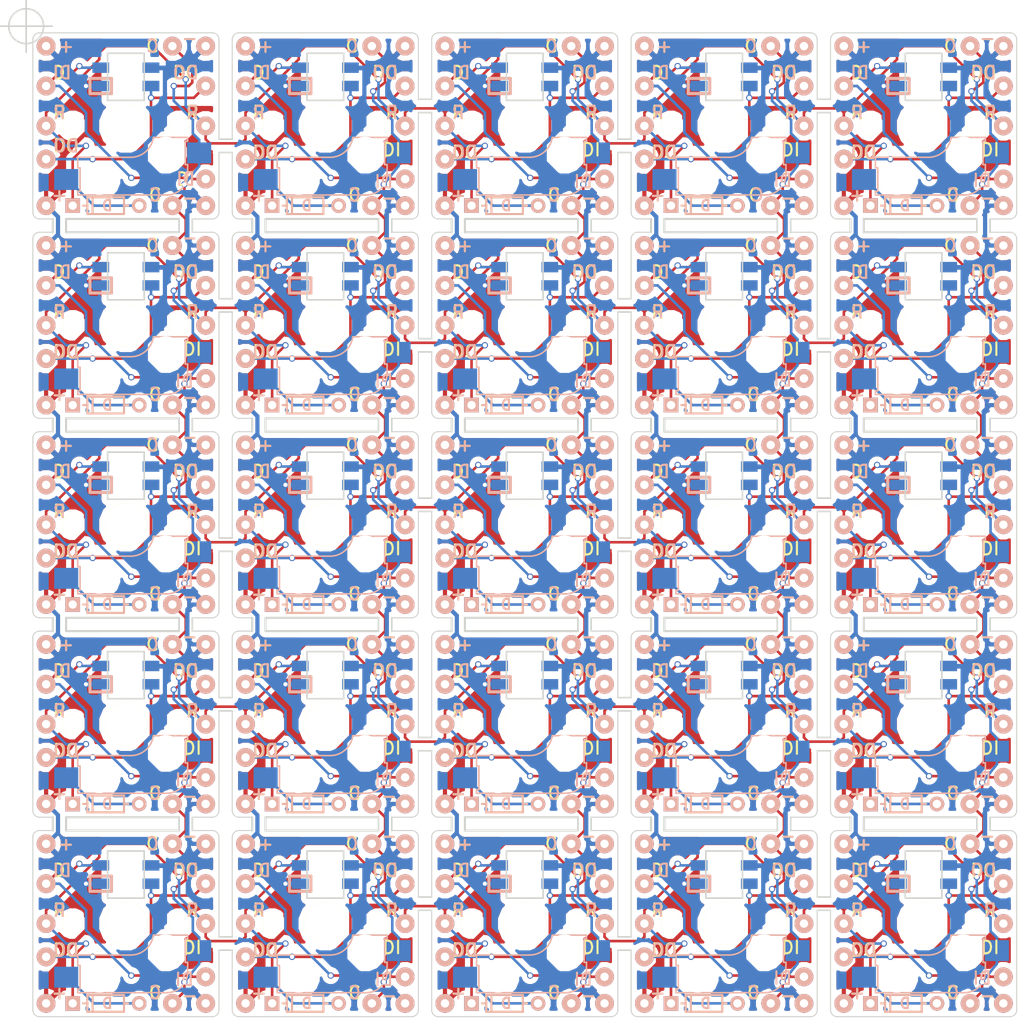
<source format=kicad_pcb>
(kicad_pcb (version 20171130) (host pcbnew 5.0.2-bee76a0~70~ubuntu18.04.1)
  (layers (0 F.Cu signal) (31 B.Cu signal) (34 B.Paste user) (35 F.Paste user) (36 B.SilkS user) (37 F.SilkS user) (38 B.Mask user) (39 F.Mask user) (44 Edge.Cuts user))
  (net 0 "")
  (net 1 /ROW0)
  (net 2 "Net-(D1-Pad2)")
  (net 3 "Net-(D2-Pad2)")
  (net 4 "Net-(D3-Pad2)")
  (net 5 "Net-(D4-Pad2)")
  (net 6 "Net-(D5-Pad2)")
  (net 7 /ROW1)
  (net 8 "Net-(D6-Pad2)")
  (net 9 "Net-(D7-Pad2)")
  (net 10 "Net-(D8-Pad2)")
  (net 11 "Net-(D9-Pad2)")
  (net 12 "Net-(D10-Pad2)")
  (net 13 /ROW2)
  (net 14 "Net-(D11-Pad2)")
  (net 15 "Net-(D12-Pad2)")
  (net 16 "Net-(D13-Pad2)")
  (net 17 "Net-(D14-Pad2)")
  (net 18 "Net-(D15-Pad2)")
  (net 19 /ROW3)
  (net 20 "Net-(D16-Pad2)")
  (net 21 "Net-(D17-Pad2)")
  (net 22 "Net-(D18-Pad2)")
  (net 23 "Net-(D19-Pad2)")
  (net 24 "Net-(D20-Pad2)")
  (net 25 /ROW4)
  (net 26 "Net-(D21-Pad2)")
  (net 27 "Net-(D22-Pad2)")
  (net 28 "Net-(D23-Pad2)")
  (net 29 "Net-(D24-Pad2)")
  (net 30 "Net-(D25-Pad2)")
  (net 31 "Net-(L1-Pad3)")
  (net 32 "Net-(L1-Pad1)")
  (net 33 GND)
  (net 34 /COL0)
  (net 35 /COL1)
  (net 36 /COL2)
  (net 37 /COL3)
  (net 38 /COL4)
  (net 39 VCC)
  (module kbd:CherryMX_Hotswap_single (layer F.Cu) (at 93.472 111.887 180)
    (fp_text reference SW22 hide)
    (fp_text value SW_PUSH hide)
    (pad 2 smd rect (at 5.7 -5.12) (size 2.3 2) (layers B.Cu B.Paste B.Mask) (net 27 "Net-(D22-Pad2)"))
    (pad "" np_thru_hole circle (at -5.08 0 180) (size 1.9 1.9) (drill 1.9) (layers *.Cu *.Mask F.SilkS))
    (pad "" np_thru_hole circle (at 5.08 0 180) (size 1.9 1.9) (drill 1.9) (layers *.Cu *.Mask F.SilkS))
    (pad "" np_thru_hole circle (at 0 0 270) (size 4.1 4.1) (drill 4.1) (layers *.Cu *.Mask F.SilkS))
    (pad "" np_thru_hole circle (at 2.54 -5.08) (size 3 3) (drill 3) (layers *.Cu *.Mask))
    (pad "" np_thru_hole circle (at -3.81 -2.54) (size 3 3) (drill 3) (layers *.Cu *.Mask))
    (pad 1 smd rect (at -7 -2.58) (size 2.3 2) (layers B.Cu B.Paste B.Mask) (net 35 /COL1))
  )
  (module kbd:CherryMX_Hotswap_single (layer F.Cu) (at 131.572 111.887 180)
    (fp_text reference SW24 hide)
    (fp_text value SW_PUSH hide)
    (pad 2 smd rect (at 5.7 -5.12) (size 2.3 2) (layers B.Cu B.Paste B.Mask) (net 29 "Net-(D24-Pad2)"))
    (pad "" np_thru_hole circle (at -5.08 0 180) (size 1.9 1.9) (drill 1.9) (layers *.Cu *.Mask F.SilkS))
    (pad "" np_thru_hole circle (at 5.08 0 180) (size 1.9 1.9) (drill 1.9) (layers *.Cu *.Mask F.SilkS))
    (pad "" np_thru_hole circle (at 0 0 270) (size 4.1 4.1) (drill 4.1) (layers *.Cu *.Mask F.SilkS))
    (pad "" np_thru_hole circle (at 2.54 -5.08) (size 3 3) (drill 3) (layers *.Cu *.Mask))
    (pad "" np_thru_hole circle (at -3.81 -2.54) (size 3 3) (drill 3) (layers *.Cu *.Mask))
    (pad 1 smd rect (at -7 -2.58) (size 2.3 2) (layers B.Cu B.Paste B.Mask) (net 37 /COL3))
  )
  (module kbd:CherryMX_Hotswap_single (layer F.Cu) (at 131.572 92.837 180)
    (fp_text reference SW19 hide)
    (fp_text value SW_PUSH hide)
    (pad 2 smd rect (at 5.7 -5.12) (size 2.3 2) (layers B.Cu B.Paste B.Mask) (net 23 "Net-(D19-Pad2)"))
    (pad "" np_thru_hole circle (at -5.08 0 180) (size 1.9 1.9) (drill 1.9) (layers *.Cu *.Mask F.SilkS))
    (pad "" np_thru_hole circle (at 5.08 0 180) (size 1.9 1.9) (drill 1.9) (layers *.Cu *.Mask F.SilkS))
    (pad "" np_thru_hole circle (at 0 0 270) (size 4.1 4.1) (drill 4.1) (layers *.Cu *.Mask F.SilkS))
    (pad "" np_thru_hole circle (at 2.54 -5.08) (size 3 3) (drill 3) (layers *.Cu *.Mask))
    (pad "" np_thru_hole circle (at -3.81 -2.54) (size 3 3) (drill 3) (layers *.Cu *.Mask))
    (pad 1 smd rect (at -7 -2.58) (size 2.3 2) (layers B.Cu B.Paste B.Mask) (net 37 /COL3))
  )
  (module kbd:CherryMX_Hotswap_single (layer F.Cu) (at 150.622 35.687 180)
    (fp_text reference SW5 hide)
    (fp_text value SW_PUSH hide)
    (pad 2 smd rect (at 5.7 -5.12) (size 2.3 2) (layers B.Cu B.Paste B.Mask) (net 6 "Net-(D5-Pad2)"))
    (pad "" np_thru_hole circle (at -5.08 0 180) (size 1.9 1.9) (drill 1.9) (layers *.Cu *.Mask F.SilkS))
    (pad "" np_thru_hole circle (at 5.08 0 180) (size 1.9 1.9) (drill 1.9) (layers *.Cu *.Mask F.SilkS))
    (pad "" np_thru_hole circle (at 0 0 270) (size 4.1 4.1) (drill 4.1) (layers *.Cu *.Mask F.SilkS))
    (pad "" np_thru_hole circle (at 2.54 -5.08) (size 3 3) (drill 3) (layers *.Cu *.Mask))
    (pad "" np_thru_hole circle (at -3.81 -2.54) (size 3 3) (drill 3) (layers *.Cu *.Mask))
    (pad 1 smd rect (at -7 -2.58) (size 2.3 2) (layers B.Cu B.Paste B.Mask) (net 38 /COL4))
  )
  (module footprint:wirepad (layer B.Cu) (at 120.142 54.737)
    (fp_text reference REF** hide)
    (fp_text value "wire pad" hide)
    (pad 1 thru_hole circle (at 0 0) (size 1.8 1.8) (drill 0.8) (layers *.Cu *.Mask B.SilkS) (net 7 /ROW1))
  )
  (module footprint:wirepad (layer B.Cu) (at 139.192 73.787)
    (fp_text reference REF** hide)
    (fp_text value "wire pad" hide)
    (pad 1 thru_hole circle (at 0 0) (size 1.8 1.8) (drill 0.8) (layers *.Cu *.Mask B.SilkS) (net 13 /ROW2))
  )
  (module footprint:wirepad (layer B.Cu) (at 123.952 73.787)
    (fp_text reference REF** hide)
    (fp_text value "wire pad" hide)
    (pad 1 thru_hole circle (at 0 0) (size 1.8 1.8) (drill 0.8) (layers *.Cu *.Mask B.SilkS) (net 13 /ROW2))
  )
  (module kbd:CherryMX_Hotswap_single (layer F.Cu) (at 112.522 35.687 180)
    (fp_text reference SW3 hide)
    (fp_text value SW_PUSH hide)
    (pad 2 smd rect (at 5.7 -5.12) (size 2.3 2) (layers B.Cu B.Paste B.Mask) (net 4 "Net-(D3-Pad2)"))
    (pad "" np_thru_hole circle (at -5.08 0 180) (size 1.9 1.9) (drill 1.9) (layers *.Cu *.Mask F.SilkS))
    (pad "" np_thru_hole circle (at 5.08 0 180) (size 1.9 1.9) (drill 1.9) (layers *.Cu *.Mask F.SilkS))
    (pad "" np_thru_hole circle (at 0 0 270) (size 4.1 4.1) (drill 4.1) (layers *.Cu *.Mask F.SilkS))
    (pad "" np_thru_hole circle (at 2.54 -5.08) (size 3 3) (drill 3) (layers *.Cu *.Mask))
    (pad "" np_thru_hole circle (at -3.81 -2.54) (size 3 3) (drill 3) (layers *.Cu *.Mask))
    (pad 1 smd rect (at -7 -2.58) (size 2.3 2) (layers B.Cu B.Paste B.Mask) (net 36 /COL2))
  )
  (module kbd:CherryMX_Hotswap_single (layer F.Cu) (at 74.422 35.687 180)
    (fp_text reference SW1 hide)
    (fp_text value SW_PUSH hide)
    (pad 2 smd rect (at 5.7 -5.12) (size 2.3 2) (layers B.Cu B.Paste B.Mask) (net 2 "Net-(D1-Pad2)"))
    (pad "" np_thru_hole circle (at -5.08 0 180) (size 1.9 1.9) (drill 1.9) (layers *.Cu *.Mask F.SilkS))
    (pad "" np_thru_hole circle (at 5.08 0 180) (size 1.9 1.9) (drill 1.9) (layers *.Cu *.Mask F.SilkS))
    (pad "" np_thru_hole circle (at 0 0 270) (size 4.1 4.1) (drill 4.1) (layers *.Cu *.Mask F.SilkS))
    (pad "" np_thru_hole circle (at 2.54 -5.08) (size 3 3) (drill 3) (layers *.Cu *.Mask))
    (pad "" np_thru_hole circle (at -3.81 -2.54) (size 3 3) (drill 3) (layers *.Cu *.Mask))
    (pad 1 smd rect (at -7 -2.58) (size 2.3 2) (layers B.Cu B.Paste B.Mask) (net 34 /COL0))
  )
  (module kbd:CherryMX_Hotswap_single (layer F.Cu) (at 93.472 35.687 180)
    (fp_text reference SW2 hide)
    (fp_text value SW_PUSH hide)
    (pad 2 smd rect (at 5.7 -5.12) (size 2.3 2) (layers B.Cu B.Paste B.Mask) (net 3 "Net-(D2-Pad2)"))
    (pad "" np_thru_hole circle (at -5.08 0 180) (size 1.9 1.9) (drill 1.9) (layers *.Cu *.Mask F.SilkS))
    (pad "" np_thru_hole circle (at 5.08 0 180) (size 1.9 1.9) (drill 1.9) (layers *.Cu *.Mask F.SilkS))
    (pad "" np_thru_hole circle (at 0 0 270) (size 4.1 4.1) (drill 4.1) (layers *.Cu *.Mask F.SilkS))
    (pad "" np_thru_hole circle (at 2.54 -5.08) (size 3 3) (drill 3) (layers *.Cu *.Mask))
    (pad "" np_thru_hole circle (at -3.81 -2.54) (size 3 3) (drill 3) (layers *.Cu *.Mask))
    (pad 1 smd rect (at -7 -2.58) (size 2.3 2) (layers B.Cu B.Paste B.Mask) (net 35 /COL1))
  )
  (module kbd:CherryMX_Hotswap_single (layer F.Cu) (at 131.572 35.687 180)
    (fp_text reference SW4 hide)
    (fp_text value SW_PUSH hide)
    (pad 2 smd rect (at 5.7 -5.12) (size 2.3 2) (layers B.Cu B.Paste B.Mask) (net 5 "Net-(D4-Pad2)"))
    (pad "" np_thru_hole circle (at -5.08 0 180) (size 1.9 1.9) (drill 1.9) (layers *.Cu *.Mask F.SilkS))
    (pad "" np_thru_hole circle (at 5.08 0 180) (size 1.9 1.9) (drill 1.9) (layers *.Cu *.Mask F.SilkS))
    (pad "" np_thru_hole circle (at 0 0 270) (size 4.1 4.1) (drill 4.1) (layers *.Cu *.Mask F.SilkS))
    (pad "" np_thru_hole circle (at 2.54 -5.08) (size 3 3) (drill 3) (layers *.Cu *.Mask))
    (pad "" np_thru_hole circle (at -3.81 -2.54) (size 3 3) (drill 3) (layers *.Cu *.Mask))
    (pad 1 smd rect (at -7 -2.58) (size 2.3 2) (layers B.Cu B.Paste B.Mask) (net 37 /COL3))
  )
  (module kbd:CherryMX_Hotswap_single (layer F.Cu) (at 74.422 54.737 180)
    (fp_text reference SW6 hide)
    (fp_text value SW_PUSH hide)
    (pad 2 smd rect (at 5.7 -5.12) (size 2.3 2) (layers B.Cu B.Paste B.Mask) (net 8 "Net-(D6-Pad2)"))
    (pad "" np_thru_hole circle (at -5.08 0 180) (size 1.9 1.9) (drill 1.9) (layers *.Cu *.Mask F.SilkS))
    (pad "" np_thru_hole circle (at 5.08 0 180) (size 1.9 1.9) (drill 1.9) (layers *.Cu *.Mask F.SilkS))
    (pad "" np_thru_hole circle (at 0 0 270) (size 4.1 4.1) (drill 4.1) (layers *.Cu *.Mask F.SilkS))
    (pad "" np_thru_hole circle (at 2.54 -5.08) (size 3 3) (drill 3) (layers *.Cu *.Mask))
    (pad "" np_thru_hole circle (at -3.81 -2.54) (size 3 3) (drill 3) (layers *.Cu *.Mask))
    (pad 1 smd rect (at -7 -2.58) (size 2.3 2) (layers B.Cu B.Paste B.Mask) (net 34 /COL0))
  )
  (module kbd:CherryMX_Hotswap_single (layer F.Cu) (at 93.472 54.737 180)
    (fp_text reference SW7 hide)
    (fp_text value SW_PUSH hide)
    (pad 2 smd rect (at 5.7 -5.12) (size 2.3 2) (layers B.Cu B.Paste B.Mask) (net 9 "Net-(D7-Pad2)"))
    (pad "" np_thru_hole circle (at -5.08 0 180) (size 1.9 1.9) (drill 1.9) (layers *.Cu *.Mask F.SilkS))
    (pad "" np_thru_hole circle (at 5.08 0 180) (size 1.9 1.9) (drill 1.9) (layers *.Cu *.Mask F.SilkS))
    (pad "" np_thru_hole circle (at 0 0 270) (size 4.1 4.1) (drill 4.1) (layers *.Cu *.Mask F.SilkS))
    (pad "" np_thru_hole circle (at 2.54 -5.08) (size 3 3) (drill 3) (layers *.Cu *.Mask))
    (pad "" np_thru_hole circle (at -3.81 -2.54) (size 3 3) (drill 3) (layers *.Cu *.Mask))
    (pad 1 smd rect (at -7 -2.58) (size 2.3 2) (layers B.Cu B.Paste B.Mask) (net 35 /COL1))
  )
  (module kbd:CherryMX_Hotswap_single (layer F.Cu) (at 112.522 54.737 180)
    (fp_text reference SW8 hide)
    (fp_text value SW_PUSH hide)
    (pad 2 smd rect (at 5.7 -5.12) (size 2.3 2) (layers B.Cu B.Paste B.Mask) (net 10 "Net-(D8-Pad2)"))
    (pad "" np_thru_hole circle (at -5.08 0 180) (size 1.9 1.9) (drill 1.9) (layers *.Cu *.Mask F.SilkS))
    (pad "" np_thru_hole circle (at 5.08 0 180) (size 1.9 1.9) (drill 1.9) (layers *.Cu *.Mask F.SilkS))
    (pad "" np_thru_hole circle (at 0 0 270) (size 4.1 4.1) (drill 4.1) (layers *.Cu *.Mask F.SilkS))
    (pad "" np_thru_hole circle (at 2.54 -5.08) (size 3 3) (drill 3) (layers *.Cu *.Mask))
    (pad "" np_thru_hole circle (at -3.81 -2.54) (size 3 3) (drill 3) (layers *.Cu *.Mask))
    (pad 1 smd rect (at -7 -2.58) (size 2.3 2) (layers B.Cu B.Paste B.Mask) (net 36 /COL2))
  )
  (module kbd:CherryMX_Hotswap_single (layer F.Cu) (at 131.572 54.737 180)
    (fp_text reference SW9 hide)
    (fp_text value SW_PUSH hide)
    (pad 2 smd rect (at 5.7 -5.12) (size 2.3 2) (layers B.Cu B.Paste B.Mask) (net 11 "Net-(D9-Pad2)"))
    (pad "" np_thru_hole circle (at -5.08 0 180) (size 1.9 1.9) (drill 1.9) (layers *.Cu *.Mask F.SilkS))
    (pad "" np_thru_hole circle (at 5.08 0 180) (size 1.9 1.9) (drill 1.9) (layers *.Cu *.Mask F.SilkS))
    (pad "" np_thru_hole circle (at 0 0 270) (size 4.1 4.1) (drill 4.1) (layers *.Cu *.Mask F.SilkS))
    (pad "" np_thru_hole circle (at 2.54 -5.08) (size 3 3) (drill 3) (layers *.Cu *.Mask))
    (pad "" np_thru_hole circle (at -3.81 -2.54) (size 3 3) (drill 3) (layers *.Cu *.Mask))
    (pad 1 smd rect (at -7 -2.58) (size 2.3 2) (layers B.Cu B.Paste B.Mask) (net 37 /COL3))
  )
  (module kbd:CherryMX_Hotswap_single (layer F.Cu) (at 150.622 54.737 180)
    (fp_text reference SW10 hide)
    (fp_text value SW_PUSH hide)
    (pad 2 smd rect (at 5.7 -5.12) (size 2.3 2) (layers B.Cu B.Paste B.Mask) (net 12 "Net-(D10-Pad2)"))
    (pad "" np_thru_hole circle (at -5.08 0 180) (size 1.9 1.9) (drill 1.9) (layers *.Cu *.Mask F.SilkS))
    (pad "" np_thru_hole circle (at 5.08 0 180) (size 1.9 1.9) (drill 1.9) (layers *.Cu *.Mask F.SilkS))
    (pad "" np_thru_hole circle (at 0 0 270) (size 4.1 4.1) (drill 4.1) (layers *.Cu *.Mask F.SilkS))
    (pad "" np_thru_hole circle (at 2.54 -5.08) (size 3 3) (drill 3) (layers *.Cu *.Mask))
    (pad "" np_thru_hole circle (at -3.81 -2.54) (size 3 3) (drill 3) (layers *.Cu *.Mask))
    (pad 1 smd rect (at -7 -2.58) (size 2.3 2) (layers B.Cu B.Paste B.Mask) (net 38 /COL4))
  )
  (module kbd:CherryMX_Hotswap_single (layer F.Cu) (at 74.422 73.787 180)
    (fp_text reference SW11 hide)
    (fp_text value SW_PUSH hide)
    (pad 2 smd rect (at 5.7 -5.12) (size 2.3 2) (layers B.Cu B.Paste B.Mask) (net 14 "Net-(D11-Pad2)"))
    (pad "" np_thru_hole circle (at -5.08 0 180) (size 1.9 1.9) (drill 1.9) (layers *.Cu *.Mask F.SilkS))
    (pad "" np_thru_hole circle (at 5.08 0 180) (size 1.9 1.9) (drill 1.9) (layers *.Cu *.Mask F.SilkS))
    (pad "" np_thru_hole circle (at 0 0 270) (size 4.1 4.1) (drill 4.1) (layers *.Cu *.Mask F.SilkS))
    (pad "" np_thru_hole circle (at 2.54 -5.08) (size 3 3) (drill 3) (layers *.Cu *.Mask))
    (pad "" np_thru_hole circle (at -3.81 -2.54) (size 3 3) (drill 3) (layers *.Cu *.Mask))
    (pad 1 smd rect (at -7 -2.58) (size 2.3 2) (layers B.Cu B.Paste B.Mask) (net 34 /COL0))
  )
  (module kbd:CherryMX_Hotswap_single (layer F.Cu) (at 93.472 73.787 180)
    (fp_text reference SW12 hide)
    (fp_text value SW_PUSH hide)
    (pad 2 smd rect (at 5.7 -5.12) (size 2.3 2) (layers B.Cu B.Paste B.Mask) (net 15 "Net-(D12-Pad2)"))
    (pad "" np_thru_hole circle (at -5.08 0 180) (size 1.9 1.9) (drill 1.9) (layers *.Cu *.Mask F.SilkS))
    (pad "" np_thru_hole circle (at 5.08 0 180) (size 1.9 1.9) (drill 1.9) (layers *.Cu *.Mask F.SilkS))
    (pad "" np_thru_hole circle (at 0 0 270) (size 4.1 4.1) (drill 4.1) (layers *.Cu *.Mask F.SilkS))
    (pad "" np_thru_hole circle (at 2.54 -5.08) (size 3 3) (drill 3) (layers *.Cu *.Mask))
    (pad "" np_thru_hole circle (at -3.81 -2.54) (size 3 3) (drill 3) (layers *.Cu *.Mask))
    (pad 1 smd rect (at -7 -2.58) (size 2.3 2) (layers B.Cu B.Paste B.Mask) (net 35 /COL1))
  )
  (module kbd:CherryMX_Hotswap_single (layer F.Cu) (at 112.522 73.787 180)
    (fp_text reference SW13 hide)
    (fp_text value SW_PUSH hide)
    (pad 2 smd rect (at 5.7 -5.12) (size 2.3 2) (layers B.Cu B.Paste B.Mask) (net 16 "Net-(D13-Pad2)"))
    (pad "" np_thru_hole circle (at -5.08 0 180) (size 1.9 1.9) (drill 1.9) (layers *.Cu *.Mask F.SilkS))
    (pad "" np_thru_hole circle (at 5.08 0 180) (size 1.9 1.9) (drill 1.9) (layers *.Cu *.Mask F.SilkS))
    (pad "" np_thru_hole circle (at 0 0 270) (size 4.1 4.1) (drill 4.1) (layers *.Cu *.Mask F.SilkS))
    (pad "" np_thru_hole circle (at 2.54 -5.08) (size 3 3) (drill 3) (layers *.Cu *.Mask))
    (pad "" np_thru_hole circle (at -3.81 -2.54) (size 3 3) (drill 3) (layers *.Cu *.Mask))
    (pad 1 smd rect (at -7 -2.58) (size 2.3 2) (layers B.Cu B.Paste B.Mask) (net 36 /COL2))
  )
  (module kbd:CherryMX_Hotswap_single (layer F.Cu) (at 131.572 73.787 180)
    (fp_text reference SW14 hide)
    (fp_text value SW_PUSH hide)
    (pad 2 smd rect (at 5.7 -5.12) (size 2.3 2) (layers B.Cu B.Paste B.Mask) (net 17 "Net-(D14-Pad2)"))
    (pad "" np_thru_hole circle (at -5.08 0 180) (size 1.9 1.9) (drill 1.9) (layers *.Cu *.Mask F.SilkS))
    (pad "" np_thru_hole circle (at 5.08 0 180) (size 1.9 1.9) (drill 1.9) (layers *.Cu *.Mask F.SilkS))
    (pad "" np_thru_hole circle (at 0 0 270) (size 4.1 4.1) (drill 4.1) (layers *.Cu *.Mask F.SilkS))
    (pad "" np_thru_hole circle (at 2.54 -5.08) (size 3 3) (drill 3) (layers *.Cu *.Mask))
    (pad "" np_thru_hole circle (at -3.81 -2.54) (size 3 3) (drill 3) (layers *.Cu *.Mask))
    (pad 1 smd rect (at -7 -2.58) (size 2.3 2) (layers B.Cu B.Paste B.Mask) (net 37 /COL3))
  )
  (module kbd:CherryMX_Hotswap_single (layer F.Cu) (at 150.622 73.787 180)
    (fp_text reference SW15 hide)
    (fp_text value SW_PUSH hide)
    (pad 2 smd rect (at 5.7 -5.12) (size 2.3 2) (layers B.Cu B.Paste B.Mask) (net 18 "Net-(D15-Pad2)"))
    (pad "" np_thru_hole circle (at -5.08 0 180) (size 1.9 1.9) (drill 1.9) (layers *.Cu *.Mask F.SilkS))
    (pad "" np_thru_hole circle (at 5.08 0 180) (size 1.9 1.9) (drill 1.9) (layers *.Cu *.Mask F.SilkS))
    (pad "" np_thru_hole circle (at 0 0 270) (size 4.1 4.1) (drill 4.1) (layers *.Cu *.Mask F.SilkS))
    (pad "" np_thru_hole circle (at 2.54 -5.08) (size 3 3) (drill 3) (layers *.Cu *.Mask))
    (pad "" np_thru_hole circle (at -3.81 -2.54) (size 3 3) (drill 3) (layers *.Cu *.Mask))
    (pad 1 smd rect (at -7 -2.58) (size 2.3 2) (layers B.Cu B.Paste B.Mask) (net 38 /COL4))
  )
  (module kbd:CherryMX_Hotswap_single (layer F.Cu) (at 74.422 92.837 180)
    (fp_text reference SW16 hide)
    (fp_text value SW_PUSH hide)
    (pad 2 smd rect (at 5.7 -5.12) (size 2.3 2) (layers B.Cu B.Paste B.Mask) (net 20 "Net-(D16-Pad2)"))
    (pad "" np_thru_hole circle (at -5.08 0 180) (size 1.9 1.9) (drill 1.9) (layers *.Cu *.Mask F.SilkS))
    (pad "" np_thru_hole circle (at 5.08 0 180) (size 1.9 1.9) (drill 1.9) (layers *.Cu *.Mask F.SilkS))
    (pad "" np_thru_hole circle (at 0 0 270) (size 4.1 4.1) (drill 4.1) (layers *.Cu *.Mask F.SilkS))
    (pad "" np_thru_hole circle (at 2.54 -5.08) (size 3 3) (drill 3) (layers *.Cu *.Mask))
    (pad "" np_thru_hole circle (at -3.81 -2.54) (size 3 3) (drill 3) (layers *.Cu *.Mask))
    (pad 1 smd rect (at -7 -2.58) (size 2.3 2) (layers B.Cu B.Paste B.Mask) (net 34 /COL0))
  )
  (module kbd:CherryMX_Hotswap_single (layer F.Cu) (at 93.472 92.837 180)
    (fp_text reference SW17 hide)
    (fp_text value SW_PUSH hide)
    (pad 2 smd rect (at 5.7 -5.12) (size 2.3 2) (layers B.Cu B.Paste B.Mask) (net 21 "Net-(D17-Pad2)"))
    (pad "" np_thru_hole circle (at -5.08 0 180) (size 1.9 1.9) (drill 1.9) (layers *.Cu *.Mask F.SilkS))
    (pad "" np_thru_hole circle (at 5.08 0 180) (size 1.9 1.9) (drill 1.9) (layers *.Cu *.Mask F.SilkS))
    (pad "" np_thru_hole circle (at 0 0 270) (size 4.1 4.1) (drill 4.1) (layers *.Cu *.Mask F.SilkS))
    (pad "" np_thru_hole circle (at 2.54 -5.08) (size 3 3) (drill 3) (layers *.Cu *.Mask))
    (pad "" np_thru_hole circle (at -3.81 -2.54) (size 3 3) (drill 3) (layers *.Cu *.Mask))
    (pad 1 smd rect (at -7 -2.58) (size 2.3 2) (layers B.Cu B.Paste B.Mask) (net 35 /COL1))
  )
  (module kbd:CherryMX_Hotswap_single (layer F.Cu) (at 112.522 92.837 180)
    (fp_text reference SW18 hide)
    (fp_text value SW_PUSH hide)
    (pad 2 smd rect (at 5.7 -5.12) (size 2.3 2) (layers B.Cu B.Paste B.Mask) (net 22 "Net-(D18-Pad2)"))
    (pad "" np_thru_hole circle (at -5.08 0 180) (size 1.9 1.9) (drill 1.9) (layers *.Cu *.Mask F.SilkS))
    (pad "" np_thru_hole circle (at 5.08 0 180) (size 1.9 1.9) (drill 1.9) (layers *.Cu *.Mask F.SilkS))
    (pad "" np_thru_hole circle (at 0 0 270) (size 4.1 4.1) (drill 4.1) (layers *.Cu *.Mask F.SilkS))
    (pad "" np_thru_hole circle (at 2.54 -5.08) (size 3 3) (drill 3) (layers *.Cu *.Mask))
    (pad "" np_thru_hole circle (at -3.81 -2.54) (size 3 3) (drill 3) (layers *.Cu *.Mask))
    (pad 1 smd rect (at -7 -2.58) (size 2.3 2) (layers B.Cu B.Paste B.Mask) (net 36 /COL2))
  )
  (module kbd:CherryMX_Hotswap_single (layer F.Cu) (at 150.622 92.837 180)
    (fp_text reference SW20 hide)
    (fp_text value SW_PUSH hide)
    (pad 2 smd rect (at 5.7 -5.12) (size 2.3 2) (layers B.Cu B.Paste B.Mask) (net 24 "Net-(D20-Pad2)"))
    (pad "" np_thru_hole circle (at -5.08 0 180) (size 1.9 1.9) (drill 1.9) (layers *.Cu *.Mask F.SilkS))
    (pad "" np_thru_hole circle (at 5.08 0 180) (size 1.9 1.9) (drill 1.9) (layers *.Cu *.Mask F.SilkS))
    (pad "" np_thru_hole circle (at 0 0 270) (size 4.1 4.1) (drill 4.1) (layers *.Cu *.Mask F.SilkS))
    (pad "" np_thru_hole circle (at 2.54 -5.08) (size 3 3) (drill 3) (layers *.Cu *.Mask))
    (pad "" np_thru_hole circle (at -3.81 -2.54) (size 3 3) (drill 3) (layers *.Cu *.Mask))
    (pad 1 smd rect (at -7 -2.58) (size 2.3 2) (layers B.Cu B.Paste B.Mask) (net 38 /COL4))
  )
  (module kbd:CherryMX_Hotswap_single (layer F.Cu) (at 74.422 111.887 180)
    (fp_text reference SW21 hide)
    (fp_text value SW_PUSH hide)
    (pad 2 smd rect (at 5.7 -5.12) (size 2.3 2) (layers B.Cu B.Paste B.Mask) (net 26 "Net-(D21-Pad2)"))
    (pad "" np_thru_hole circle (at -5.08 0 180) (size 1.9 1.9) (drill 1.9) (layers *.Cu *.Mask F.SilkS))
    (pad "" np_thru_hole circle (at 5.08 0 180) (size 1.9 1.9) (drill 1.9) (layers *.Cu *.Mask F.SilkS))
    (pad "" np_thru_hole circle (at 0 0 270) (size 4.1 4.1) (drill 4.1) (layers *.Cu *.Mask F.SilkS))
    (pad "" np_thru_hole circle (at 2.54 -5.08) (size 3 3) (drill 3) (layers *.Cu *.Mask))
    (pad "" np_thru_hole circle (at -3.81 -2.54) (size 3 3) (drill 3) (layers *.Cu *.Mask))
    (pad 1 smd rect (at -7 -2.58) (size 2.3 2) (layers B.Cu B.Paste B.Mask) (net 34 /COL0))
  )
  (module kbd:CherryMX_Hotswap_single (layer F.Cu) (at 112.522 111.887 180)
    (fp_text reference SW23 hide)
    (fp_text value SW_PUSH hide)
    (pad 2 smd rect (at 5.7 -5.12) (size 2.3 2) (layers B.Cu B.Paste B.Mask) (net 28 "Net-(D23-Pad2)"))
    (pad "" np_thru_hole circle (at -5.08 0 180) (size 1.9 1.9) (drill 1.9) (layers *.Cu *.Mask F.SilkS))
    (pad "" np_thru_hole circle (at 5.08 0 180) (size 1.9 1.9) (drill 1.9) (layers *.Cu *.Mask F.SilkS))
    (pad "" np_thru_hole circle (at 0 0 270) (size 4.1 4.1) (drill 4.1) (layers *.Cu *.Mask F.SilkS))
    (pad "" np_thru_hole circle (at 2.54 -5.08) (size 3 3) (drill 3) (layers *.Cu *.Mask))
    (pad "" np_thru_hole circle (at -3.81 -2.54) (size 3 3) (drill 3) (layers *.Cu *.Mask))
    (pad 1 smd rect (at -7 -2.58) (size 2.3 2) (layers B.Cu B.Paste B.Mask) (net 36 /COL2))
  )
  (module kbd:CherryMX_Hotswap_single (layer F.Cu) (at 150.622 111.887 180)
    (fp_text reference SW25 hide)
    (fp_text value SW_PUSH hide)
    (pad 2 smd rect (at 5.7 -5.12) (size 2.3 2) (layers B.Cu B.Paste B.Mask) (net 30 "Net-(D25-Pad2)"))
    (pad "" np_thru_hole circle (at -5.08 0 180) (size 1.9 1.9) (drill 1.9) (layers *.Cu *.Mask F.SilkS))
    (pad "" np_thru_hole circle (at 5.08 0 180) (size 1.9 1.9) (drill 1.9) (layers *.Cu *.Mask F.SilkS))
    (pad "" np_thru_hole circle (at 0 0 270) (size 4.1 4.1) (drill 4.1) (layers *.Cu *.Mask F.SilkS))
    (pad "" np_thru_hole circle (at 2.54 -5.08) (size 3 3) (drill 3) (layers *.Cu *.Mask))
    (pad "" np_thru_hole circle (at -3.81 -2.54) (size 3 3) (drill 3) (layers *.Cu *.Mask))
    (pad 1 smd rect (at -7 -2.58) (size 2.3 2) (layers B.Cu B.Paste B.Mask) (net 38 /COL4))
  )
  (module footprint:wirepad (layer B.Cu) (at 78.867 43.307)
    (fp_text reference REF** hide)
    (fp_text value "wire pad" hide)
    (pad 1 thru_hole circle (at 0 0) (size 1.8 1.8) (drill 0.8) (layers *.Cu *.Mask B.SilkS) (net 34 /COL0))
  )
  (module footprint:wirepad (layer B.Cu) (at 78.867 28.067)
    (fp_text reference REF** hide)
    (fp_text value "wire pad" hide)
    (pad 1 thru_hole circle (at 0 0) (size 1.8 1.8) (drill 0.8) (layers *.Cu *.Mask B.SilkS) (net 34 /COL0))
  )
  (module footprint:diode (layer B.Cu) (at 69.342 43.307)
    (fp_text reference D (at 3.302 0) (layer B.SilkS) (effects (font (thickness 0.2)) (justify mirror)))
    (fp_text value D hide)
    (pad 1 thru_hole rect (at 0 0) (size 1.4 1.4) (drill 0.8) (layers *.Cu *.Mask B.SilkS) (net 1 /ROW0))
    (pad 2 thru_hole circle (at 6.35 0) (size 1.4 1.4) (drill 0.8) (layers *.Cu *.Mask B.SilkS) (net 2 "Net-(D1-Pad2)"))
  )
  (module footprint:diode (layer B.Cu) (at 107.442 43.307)
    (fp_text reference D (at 3.302 0) (layer B.SilkS) (effects (font (thickness 0.2)) (justify mirror)))
    (fp_text value D hide)
    (pad 1 thru_hole rect (at 0 0) (size 1.4 1.4) (drill 0.8) (layers *.Cu *.Mask B.SilkS) (net 1 /ROW0))
    (pad 2 thru_hole circle (at 6.35 0) (size 1.4 1.4) (drill 0.8) (layers *.Cu *.Mask B.SilkS) (net 4 "Net-(D3-Pad2)"))
  )
  (module kbd:SK6812MINI_rev (layer F.Cu) (at 93.472 31.002 180)
    (fp_text reference L1 hide)
    (fp_text value SK6812MINI hide)
    (fp_line (start 1.75 2.25) (end -1.75 2.25) (layer Edge.Cuts) (width 0.15))
    (fp_line (start -1.75 -2.25) (end 1.75 -2.25) (layer Edge.Cuts) (width 0.15))
    (fp_line (start 1.75 -2.25) (end 1.75 2.25) (layer Edge.Cuts) (width 0.15))
    (fp_line (start -1.75 -2.25) (end -1.75 2.25) (layer Edge.Cuts) (width 0.15))
    (pad 3 smd rect (at 2.4 0.875 180) (size 1.6 1) (layers B.Cu B.Paste B.Mask) (net 31 "Net-(L1-Pad3)"))
    (pad 4 smd rect (at 2.4 -0.875 180) (size 1.6 1) (layers B.Cu B.Paste B.Mask) (net 39 VCC))
    (pad 1 smd rect (at -2.4 -0.875 180) (size 1.6 1) (layers B.Cu B.Paste B.Mask) (net 32 "Net-(L1-Pad1)"))
    (pad 2 smd rect (at -2.4 0.875 180) (size 1.6 1) (layers B.Cu B.Paste B.Mask) (net 33 GND))
  )
  (module kbd:SK6812MINI_rev (layer F.Cu) (at 150.622 107.202 180)
    (fp_text reference L1 hide)
    (fp_text value SK6812MINI hide)
    (fp_line (start 1.75 2.25) (end -1.75 2.25) (layer Edge.Cuts) (width 0.15))
    (fp_line (start -1.75 -2.25) (end 1.75 -2.25) (layer Edge.Cuts) (width 0.15))
    (fp_line (start 1.75 -2.25) (end 1.75 2.25) (layer Edge.Cuts) (width 0.15))
    (fp_line (start -1.75 -2.25) (end -1.75 2.25) (layer Edge.Cuts) (width 0.15))
    (pad 3 smd rect (at 2.4 0.875 180) (size 1.6 1) (layers B.Cu B.Paste B.Mask) (net 31 "Net-(L1-Pad3)"))
    (pad 4 smd rect (at 2.4 -0.875 180) (size 1.6 1) (layers B.Cu B.Paste B.Mask) (net 39 VCC))
    (pad 1 smd rect (at -2.4 -0.875 180) (size 1.6 1) (layers B.Cu B.Paste B.Mask) (net 32 "Net-(L1-Pad1)"))
    (pad 2 smd rect (at -2.4 0.875 180) (size 1.6 1) (layers B.Cu B.Paste B.Mask) (net 33 GND))
  )
  (module kbd:SK6812MINI_rev (layer F.Cu) (at 131.572 107.202 180)
    (fp_text reference L1 hide)
    (fp_text value SK6812MINI hide)
    (fp_line (start 1.75 2.25) (end -1.75 2.25) (layer Edge.Cuts) (width 0.15))
    (fp_line (start -1.75 -2.25) (end 1.75 -2.25) (layer Edge.Cuts) (width 0.15))
    (fp_line (start 1.75 -2.25) (end 1.75 2.25) (layer Edge.Cuts) (width 0.15))
    (fp_line (start -1.75 -2.25) (end -1.75 2.25) (layer Edge.Cuts) (width 0.15))
    (pad 3 smd rect (at 2.4 0.875 180) (size 1.6 1) (layers B.Cu B.Paste B.Mask) (net 31 "Net-(L1-Pad3)"))
    (pad 4 smd rect (at 2.4 -0.875 180) (size 1.6 1) (layers B.Cu B.Paste B.Mask) (net 39 VCC))
    (pad 1 smd rect (at -2.4 -0.875 180) (size 1.6 1) (layers B.Cu B.Paste B.Mask) (net 32 "Net-(L1-Pad1)"))
    (pad 2 smd rect (at -2.4 0.875 180) (size 1.6 1) (layers B.Cu B.Paste B.Mask) (net 33 GND))
  )
  (module kbd:SK6812MINI_rev (layer F.Cu) (at 112.522 107.202 180)
    (fp_text reference L1 hide)
    (fp_text value SK6812MINI hide)
    (fp_line (start 1.75 2.25) (end -1.75 2.25) (layer Edge.Cuts) (width 0.15))
    (fp_line (start -1.75 -2.25) (end 1.75 -2.25) (layer Edge.Cuts) (width 0.15))
    (fp_line (start 1.75 -2.25) (end 1.75 2.25) (layer Edge.Cuts) (width 0.15))
    (fp_line (start -1.75 -2.25) (end -1.75 2.25) (layer Edge.Cuts) (width 0.15))
    (pad 3 smd rect (at 2.4 0.875 180) (size 1.6 1) (layers B.Cu B.Paste B.Mask) (net 31 "Net-(L1-Pad3)"))
    (pad 4 smd rect (at 2.4 -0.875 180) (size 1.6 1) (layers B.Cu B.Paste B.Mask) (net 39 VCC))
    (pad 1 smd rect (at -2.4 -0.875 180) (size 1.6 1) (layers B.Cu B.Paste B.Mask) (net 32 "Net-(L1-Pad1)"))
    (pad 2 smd rect (at -2.4 0.875 180) (size 1.6 1) (layers B.Cu B.Paste B.Mask) (net 33 GND))
  )
  (module kbd:SK6812MINI_rev (layer F.Cu) (at 93.472 107.202 180)
    (fp_text reference L1 hide)
    (fp_text value SK6812MINI hide)
    (fp_line (start 1.75 2.25) (end -1.75 2.25) (layer Edge.Cuts) (width 0.15))
    (fp_line (start -1.75 -2.25) (end 1.75 -2.25) (layer Edge.Cuts) (width 0.15))
    (fp_line (start 1.75 -2.25) (end 1.75 2.25) (layer Edge.Cuts) (width 0.15))
    (fp_line (start -1.75 -2.25) (end -1.75 2.25) (layer Edge.Cuts) (width 0.15))
    (pad 3 smd rect (at 2.4 0.875 180) (size 1.6 1) (layers B.Cu B.Paste B.Mask) (net 31 "Net-(L1-Pad3)"))
    (pad 4 smd rect (at 2.4 -0.875 180) (size 1.6 1) (layers B.Cu B.Paste B.Mask) (net 39 VCC))
    (pad 1 smd rect (at -2.4 -0.875 180) (size 1.6 1) (layers B.Cu B.Paste B.Mask) (net 32 "Net-(L1-Pad1)"))
    (pad 2 smd rect (at -2.4 0.875 180) (size 1.6 1) (layers B.Cu B.Paste B.Mask) (net 33 GND))
  )
  (module kbd:SK6812MINI_rev (layer F.Cu) (at 74.422 107.202 180)
    (fp_text reference L1 hide)
    (fp_text value SK6812MINI hide)
    (fp_line (start 1.75 2.25) (end -1.75 2.25) (layer Edge.Cuts) (width 0.15))
    (fp_line (start -1.75 -2.25) (end 1.75 -2.25) (layer Edge.Cuts) (width 0.15))
    (fp_line (start 1.75 -2.25) (end 1.75 2.25) (layer Edge.Cuts) (width 0.15))
    (fp_line (start -1.75 -2.25) (end -1.75 2.25) (layer Edge.Cuts) (width 0.15))
    (pad 3 smd rect (at 2.4 0.875 180) (size 1.6 1) (layers B.Cu B.Paste B.Mask) (net 31 "Net-(L1-Pad3)"))
    (pad 4 smd rect (at 2.4 -0.875 180) (size 1.6 1) (layers B.Cu B.Paste B.Mask) (net 39 VCC))
    (pad 1 smd rect (at -2.4 -0.875 180) (size 1.6 1) (layers B.Cu B.Paste B.Mask) (net 32 "Net-(L1-Pad1)"))
    (pad 2 smd rect (at -2.4 0.875 180) (size 1.6 1) (layers B.Cu B.Paste B.Mask) (net 33 GND))
  )
  (module kbd:SK6812MINI_rev (layer F.Cu) (at 150.622 88.152 180)
    (fp_text reference L1 hide)
    (fp_text value SK6812MINI hide)
    (fp_line (start 1.75 2.25) (end -1.75 2.25) (layer Edge.Cuts) (width 0.15))
    (fp_line (start -1.75 -2.25) (end 1.75 -2.25) (layer Edge.Cuts) (width 0.15))
    (fp_line (start 1.75 -2.25) (end 1.75 2.25) (layer Edge.Cuts) (width 0.15))
    (fp_line (start -1.75 -2.25) (end -1.75 2.25) (layer Edge.Cuts) (width 0.15))
    (pad 3 smd rect (at 2.4 0.875 180) (size 1.6 1) (layers B.Cu B.Paste B.Mask) (net 31 "Net-(L1-Pad3)"))
    (pad 4 smd rect (at 2.4 -0.875 180) (size 1.6 1) (layers B.Cu B.Paste B.Mask) (net 39 VCC))
    (pad 1 smd rect (at -2.4 -0.875 180) (size 1.6 1) (layers B.Cu B.Paste B.Mask) (net 32 "Net-(L1-Pad1)"))
    (pad 2 smd rect (at -2.4 0.875 180) (size 1.6 1) (layers B.Cu B.Paste B.Mask) (net 33 GND))
  )
  (module kbd:SK6812MINI_rev (layer F.Cu) (at 131.572 88.152 180)
    (fp_text reference L1 hide)
    (fp_text value SK6812MINI hide)
    (fp_line (start 1.75 2.25) (end -1.75 2.25) (layer Edge.Cuts) (width 0.15))
    (fp_line (start -1.75 -2.25) (end 1.75 -2.25) (layer Edge.Cuts) (width 0.15))
    (fp_line (start 1.75 -2.25) (end 1.75 2.25) (layer Edge.Cuts) (width 0.15))
    (fp_line (start -1.75 -2.25) (end -1.75 2.25) (layer Edge.Cuts) (width 0.15))
    (pad 3 smd rect (at 2.4 0.875 180) (size 1.6 1) (layers B.Cu B.Paste B.Mask) (net 31 "Net-(L1-Pad3)"))
    (pad 4 smd rect (at 2.4 -0.875 180) (size 1.6 1) (layers B.Cu B.Paste B.Mask) (net 39 VCC))
    (pad 1 smd rect (at -2.4 -0.875 180) (size 1.6 1) (layers B.Cu B.Paste B.Mask) (net 32 "Net-(L1-Pad1)"))
    (pad 2 smd rect (at -2.4 0.875 180) (size 1.6 1) (layers B.Cu B.Paste B.Mask) (net 33 GND))
  )
  (module kbd:SK6812MINI_rev (layer F.Cu) (at 112.522 88.152 180)
    (fp_text reference L1 hide)
    (fp_text value SK6812MINI hide)
    (fp_line (start 1.75 2.25) (end -1.75 2.25) (layer Edge.Cuts) (width 0.15))
    (fp_line (start -1.75 -2.25) (end 1.75 -2.25) (layer Edge.Cuts) (width 0.15))
    (fp_line (start 1.75 -2.25) (end 1.75 2.25) (layer Edge.Cuts) (width 0.15))
    (fp_line (start -1.75 -2.25) (end -1.75 2.25) (layer Edge.Cuts) (width 0.15))
    (pad 3 smd rect (at 2.4 0.875 180) (size 1.6 1) (layers B.Cu B.Paste B.Mask) (net 31 "Net-(L1-Pad3)"))
    (pad 4 smd rect (at 2.4 -0.875 180) (size 1.6 1) (layers B.Cu B.Paste B.Mask) (net 39 VCC))
    (pad 1 smd rect (at -2.4 -0.875 180) (size 1.6 1) (layers B.Cu B.Paste B.Mask) (net 32 "Net-(L1-Pad1)"))
    (pad 2 smd rect (at -2.4 0.875 180) (size 1.6 1) (layers B.Cu B.Paste B.Mask) (net 33 GND))
  )
  (module kbd:SK6812MINI_rev (layer F.Cu) (at 93.472 88.152 180)
    (fp_text reference L1 hide)
    (fp_text value SK6812MINI hide)
    (fp_line (start 1.75 2.25) (end -1.75 2.25) (layer Edge.Cuts) (width 0.15))
    (fp_line (start -1.75 -2.25) (end 1.75 -2.25) (layer Edge.Cuts) (width 0.15))
    (fp_line (start 1.75 -2.25) (end 1.75 2.25) (layer Edge.Cuts) (width 0.15))
    (fp_line (start -1.75 -2.25) (end -1.75 2.25) (layer Edge.Cuts) (width 0.15))
    (pad 3 smd rect (at 2.4 0.875 180) (size 1.6 1) (layers B.Cu B.Paste B.Mask) (net 31 "Net-(L1-Pad3)"))
    (pad 4 smd rect (at 2.4 -0.875 180) (size 1.6 1) (layers B.Cu B.Paste B.Mask) (net 39 VCC))
    (pad 1 smd rect (at -2.4 -0.875 180) (size 1.6 1) (layers B.Cu B.Paste B.Mask) (net 32 "Net-(L1-Pad1)"))
    (pad 2 smd rect (at -2.4 0.875 180) (size 1.6 1) (layers B.Cu B.Paste B.Mask) (net 33 GND))
  )
  (module kbd:SK6812MINI_rev (layer F.Cu) (at 74.422 88.152 180)
    (fp_text reference L1 hide)
    (fp_text value SK6812MINI hide)
    (fp_line (start 1.75 2.25) (end -1.75 2.25) (layer Edge.Cuts) (width 0.15))
    (fp_line (start -1.75 -2.25) (end 1.75 -2.25) (layer Edge.Cuts) (width 0.15))
    (fp_line (start 1.75 -2.25) (end 1.75 2.25) (layer Edge.Cuts) (width 0.15))
    (fp_line (start -1.75 -2.25) (end -1.75 2.25) (layer Edge.Cuts) (width 0.15))
    (pad 3 smd rect (at 2.4 0.875 180) (size 1.6 1) (layers B.Cu B.Paste B.Mask) (net 31 "Net-(L1-Pad3)"))
    (pad 4 smd rect (at 2.4 -0.875 180) (size 1.6 1) (layers B.Cu B.Paste B.Mask) (net 39 VCC))
    (pad 1 smd rect (at -2.4 -0.875 180) (size 1.6 1) (layers B.Cu B.Paste B.Mask) (net 32 "Net-(L1-Pad1)"))
    (pad 2 smd rect (at -2.4 0.875 180) (size 1.6 1) (layers B.Cu B.Paste B.Mask) (net 33 GND))
  )
  (module kbd:SK6812MINI_rev (layer F.Cu) (at 150.622 69.102 180)
    (fp_text reference L1 hide)
    (fp_text value SK6812MINI hide)
    (fp_line (start 1.75 2.25) (end -1.75 2.25) (layer Edge.Cuts) (width 0.15))
    (fp_line (start -1.75 -2.25) (end 1.75 -2.25) (layer Edge.Cuts) (width 0.15))
    (fp_line (start 1.75 -2.25) (end 1.75 2.25) (layer Edge.Cuts) (width 0.15))
    (fp_line (start -1.75 -2.25) (end -1.75 2.25) (layer Edge.Cuts) (width 0.15))
    (pad 3 smd rect (at 2.4 0.875 180) (size 1.6 1) (layers B.Cu B.Paste B.Mask) (net 31 "Net-(L1-Pad3)"))
    (pad 4 smd rect (at 2.4 -0.875 180) (size 1.6 1) (layers B.Cu B.Paste B.Mask) (net 39 VCC))
    (pad 1 smd rect (at -2.4 -0.875 180) (size 1.6 1) (layers B.Cu B.Paste B.Mask) (net 32 "Net-(L1-Pad1)"))
    (pad 2 smd rect (at -2.4 0.875 180) (size 1.6 1) (layers B.Cu B.Paste B.Mask) (net 33 GND))
  )
  (module kbd:SK6812MINI_rev (layer F.Cu) (at 131.572 69.102 180)
    (fp_text reference L1 hide)
    (fp_text value SK6812MINI hide)
    (fp_line (start 1.75 2.25) (end -1.75 2.25) (layer Edge.Cuts) (width 0.15))
    (fp_line (start -1.75 -2.25) (end 1.75 -2.25) (layer Edge.Cuts) (width 0.15))
    (fp_line (start 1.75 -2.25) (end 1.75 2.25) (layer Edge.Cuts) (width 0.15))
    (fp_line (start -1.75 -2.25) (end -1.75 2.25) (layer Edge.Cuts) (width 0.15))
    (pad 3 smd rect (at 2.4 0.875 180) (size 1.6 1) (layers B.Cu B.Paste B.Mask) (net 31 "Net-(L1-Pad3)"))
    (pad 4 smd rect (at 2.4 -0.875 180) (size 1.6 1) (layers B.Cu B.Paste B.Mask) (net 39 VCC))
    (pad 1 smd rect (at -2.4 -0.875 180) (size 1.6 1) (layers B.Cu B.Paste B.Mask) (net 32 "Net-(L1-Pad1)"))
    (pad 2 smd rect (at -2.4 0.875 180) (size 1.6 1) (layers B.Cu B.Paste B.Mask) (net 33 GND))
  )
  (module kbd:SK6812MINI_rev (layer F.Cu) (at 112.522 69.102 180)
    (fp_text reference L1 hide)
    (fp_text value SK6812MINI hide)
    (fp_line (start 1.75 2.25) (end -1.75 2.25) (layer Edge.Cuts) (width 0.15))
    (fp_line (start -1.75 -2.25) (end 1.75 -2.25) (layer Edge.Cuts) (width 0.15))
    (fp_line (start 1.75 -2.25) (end 1.75 2.25) (layer Edge.Cuts) (width 0.15))
    (fp_line (start -1.75 -2.25) (end -1.75 2.25) (layer Edge.Cuts) (width 0.15))
    (pad 3 smd rect (at 2.4 0.875 180) (size 1.6 1) (layers B.Cu B.Paste B.Mask) (net 31 "Net-(L1-Pad3)"))
    (pad 4 smd rect (at 2.4 -0.875 180) (size 1.6 1) (layers B.Cu B.Paste B.Mask) (net 39 VCC))
    (pad 1 smd rect (at -2.4 -0.875 180) (size 1.6 1) (layers B.Cu B.Paste B.Mask) (net 32 "Net-(L1-Pad1)"))
    (pad 2 smd rect (at -2.4 0.875 180) (size 1.6 1) (layers B.Cu B.Paste B.Mask) (net 33 GND))
  )
  (module kbd:SK6812MINI_rev (layer F.Cu) (at 93.472 69.102 180)
    (fp_text reference L1 hide)
    (fp_text value SK6812MINI hide)
    (fp_line (start 1.75 2.25) (end -1.75 2.25) (layer Edge.Cuts) (width 0.15))
    (fp_line (start -1.75 -2.25) (end 1.75 -2.25) (layer Edge.Cuts) (width 0.15))
    (fp_line (start 1.75 -2.25) (end 1.75 2.25) (layer Edge.Cuts) (width 0.15))
    (fp_line (start -1.75 -2.25) (end -1.75 2.25) (layer Edge.Cuts) (width 0.15))
    (pad 3 smd rect (at 2.4 0.875 180) (size 1.6 1) (layers B.Cu B.Paste B.Mask) (net 31 "Net-(L1-Pad3)"))
    (pad 4 smd rect (at 2.4 -0.875 180) (size 1.6 1) (layers B.Cu B.Paste B.Mask) (net 39 VCC))
    (pad 1 smd rect (at -2.4 -0.875 180) (size 1.6 1) (layers B.Cu B.Paste B.Mask) (net 32 "Net-(L1-Pad1)"))
    (pad 2 smd rect (at -2.4 0.875 180) (size 1.6 1) (layers B.Cu B.Paste B.Mask) (net 33 GND))
  )
  (module kbd:SK6812MINI_rev (layer F.Cu) (at 74.422 69.102 180)
    (fp_text reference L1 hide)
    (fp_text value SK6812MINI hide)
    (fp_line (start 1.75 2.25) (end -1.75 2.25) (layer Edge.Cuts) (width 0.15))
    (fp_line (start -1.75 -2.25) (end 1.75 -2.25) (layer Edge.Cuts) (width 0.15))
    (fp_line (start 1.75 -2.25) (end 1.75 2.25) (layer Edge.Cuts) (width 0.15))
    (fp_line (start -1.75 -2.25) (end -1.75 2.25) (layer Edge.Cuts) (width 0.15))
    (pad 3 smd rect (at 2.4 0.875 180) (size 1.6 1) (layers B.Cu B.Paste B.Mask) (net 31 "Net-(L1-Pad3)"))
    (pad 4 smd rect (at 2.4 -0.875 180) (size 1.6 1) (layers B.Cu B.Paste B.Mask) (net 39 VCC))
    (pad 1 smd rect (at -2.4 -0.875 180) (size 1.6 1) (layers B.Cu B.Paste B.Mask) (net 32 "Net-(L1-Pad1)"))
    (pad 2 smd rect (at -2.4 0.875 180) (size 1.6 1) (layers B.Cu B.Paste B.Mask) (net 33 GND))
  )
  (module kbd:SK6812MINI_rev (layer F.Cu) (at 150.622 50.052 180)
    (fp_text reference L1 hide)
    (fp_text value SK6812MINI hide)
    (fp_line (start 1.75 2.25) (end -1.75 2.25) (layer Edge.Cuts) (width 0.15))
    (fp_line (start -1.75 -2.25) (end 1.75 -2.25) (layer Edge.Cuts) (width 0.15))
    (fp_line (start 1.75 -2.25) (end 1.75 2.25) (layer Edge.Cuts) (width 0.15))
    (fp_line (start -1.75 -2.25) (end -1.75 2.25) (layer Edge.Cuts) (width 0.15))
    (pad 3 smd rect (at 2.4 0.875 180) (size 1.6 1) (layers B.Cu B.Paste B.Mask) (net 31 "Net-(L1-Pad3)"))
    (pad 4 smd rect (at 2.4 -0.875 180) (size 1.6 1) (layers B.Cu B.Paste B.Mask) (net 39 VCC))
    (pad 1 smd rect (at -2.4 -0.875 180) (size 1.6 1) (layers B.Cu B.Paste B.Mask) (net 32 "Net-(L1-Pad1)"))
    (pad 2 smd rect (at -2.4 0.875 180) (size 1.6 1) (layers B.Cu B.Paste B.Mask) (net 33 GND))
  )
  (module kbd:SK6812MINI_rev (layer F.Cu) (at 131.572 50.052 180)
    (fp_text reference L1 hide)
    (fp_text value SK6812MINI hide)
    (fp_line (start 1.75 2.25) (end -1.75 2.25) (layer Edge.Cuts) (width 0.15))
    (fp_line (start -1.75 -2.25) (end 1.75 -2.25) (layer Edge.Cuts) (width 0.15))
    (fp_line (start 1.75 -2.25) (end 1.75 2.25) (layer Edge.Cuts) (width 0.15))
    (fp_line (start -1.75 -2.25) (end -1.75 2.25) (layer Edge.Cuts) (width 0.15))
    (pad 3 smd rect (at 2.4 0.875 180) (size 1.6 1) (layers B.Cu B.Paste B.Mask) (net 31 "Net-(L1-Pad3)"))
    (pad 4 smd rect (at 2.4 -0.875 180) (size 1.6 1) (layers B.Cu B.Paste B.Mask) (net 39 VCC))
    (pad 1 smd rect (at -2.4 -0.875 180) (size 1.6 1) (layers B.Cu B.Paste B.Mask) (net 32 "Net-(L1-Pad1)"))
    (pad 2 smd rect (at -2.4 0.875 180) (size 1.6 1) (layers B.Cu B.Paste B.Mask) (net 33 GND))
  )
  (module kbd:SK6812MINI_rev (layer F.Cu) (at 112.522 50.052 180)
    (fp_text reference L1 hide)
    (fp_text value SK6812MINI hide)
    (fp_line (start 1.75 2.25) (end -1.75 2.25) (layer Edge.Cuts) (width 0.15))
    (fp_line (start -1.75 -2.25) (end 1.75 -2.25) (layer Edge.Cuts) (width 0.15))
    (fp_line (start 1.75 -2.25) (end 1.75 2.25) (layer Edge.Cuts) (width 0.15))
    (fp_line (start -1.75 -2.25) (end -1.75 2.25) (layer Edge.Cuts) (width 0.15))
    (pad 3 smd rect (at 2.4 0.875 180) (size 1.6 1) (layers B.Cu B.Paste B.Mask) (net 31 "Net-(L1-Pad3)"))
    (pad 4 smd rect (at 2.4 -0.875 180) (size 1.6 1) (layers B.Cu B.Paste B.Mask) (net 39 VCC))
    (pad 1 smd rect (at -2.4 -0.875 180) (size 1.6 1) (layers B.Cu B.Paste B.Mask) (net 32 "Net-(L1-Pad1)"))
    (pad 2 smd rect (at -2.4 0.875 180) (size 1.6 1) (layers B.Cu B.Paste B.Mask) (net 33 GND))
  )
  (module kbd:SK6812MINI_rev (layer F.Cu) (at 93.472 50.052 180)
    (fp_text reference L1 hide)
    (fp_text value SK6812MINI hide)
    (fp_line (start 1.75 2.25) (end -1.75 2.25) (layer Edge.Cuts) (width 0.15))
    (fp_line (start -1.75 -2.25) (end 1.75 -2.25) (layer Edge.Cuts) (width 0.15))
    (fp_line (start 1.75 -2.25) (end 1.75 2.25) (layer Edge.Cuts) (width 0.15))
    (fp_line (start -1.75 -2.25) (end -1.75 2.25) (layer Edge.Cuts) (width 0.15))
    (pad 3 smd rect (at 2.4 0.875 180) (size 1.6 1) (layers B.Cu B.Paste B.Mask) (net 31 "Net-(L1-Pad3)"))
    (pad 4 smd rect (at 2.4 -0.875 180) (size 1.6 1) (layers B.Cu B.Paste B.Mask) (net 39 VCC))
    (pad 1 smd rect (at -2.4 -0.875 180) (size 1.6 1) (layers B.Cu B.Paste B.Mask) (net 32 "Net-(L1-Pad1)"))
    (pad 2 smd rect (at -2.4 0.875 180) (size 1.6 1) (layers B.Cu B.Paste B.Mask) (net 33 GND))
  )
  (module kbd:SK6812MINI_rev (layer F.Cu) (at 74.422 50.052 180)
    (fp_text reference L1 hide)
    (fp_text value SK6812MINI hide)
    (fp_line (start 1.75 2.25) (end -1.75 2.25) (layer Edge.Cuts) (width 0.15))
    (fp_line (start -1.75 -2.25) (end 1.75 -2.25) (layer Edge.Cuts) (width 0.15))
    (fp_line (start 1.75 -2.25) (end 1.75 2.25) (layer Edge.Cuts) (width 0.15))
    (fp_line (start -1.75 -2.25) (end -1.75 2.25) (layer Edge.Cuts) (width 0.15))
    (pad 3 smd rect (at 2.4 0.875 180) (size 1.6 1) (layers B.Cu B.Paste B.Mask) (net 31 "Net-(L1-Pad3)"))
    (pad 4 smd rect (at 2.4 -0.875 180) (size 1.6 1) (layers B.Cu B.Paste B.Mask) (net 39 VCC))
    (pad 1 smd rect (at -2.4 -0.875 180) (size 1.6 1) (layers B.Cu B.Paste B.Mask) (net 32 "Net-(L1-Pad1)"))
    (pad 2 smd rect (at -2.4 0.875 180) (size 1.6 1) (layers B.Cu B.Paste B.Mask) (net 33 GND))
  )
  (module kbd:SK6812MINI_rev (layer F.Cu) (at 150.622 31.002 180)
    (fp_text reference L1 hide)
    (fp_text value SK6812MINI hide)
    (fp_line (start 1.75 2.25) (end -1.75 2.25) (layer Edge.Cuts) (width 0.15))
    (fp_line (start -1.75 -2.25) (end 1.75 -2.25) (layer Edge.Cuts) (width 0.15))
    (fp_line (start 1.75 -2.25) (end 1.75 2.25) (layer Edge.Cuts) (width 0.15))
    (fp_line (start -1.75 -2.25) (end -1.75 2.25) (layer Edge.Cuts) (width 0.15))
    (pad 3 smd rect (at 2.4 0.875 180) (size 1.6 1) (layers B.Cu B.Paste B.Mask) (net 31 "Net-(L1-Pad3)"))
    (pad 4 smd rect (at 2.4 -0.875 180) (size 1.6 1) (layers B.Cu B.Paste B.Mask) (net 39 VCC))
    (pad 1 smd rect (at -2.4 -0.875 180) (size 1.6 1) (layers B.Cu B.Paste B.Mask) (net 32 "Net-(L1-Pad1)"))
    (pad 2 smd rect (at -2.4 0.875 180) (size 1.6 1) (layers B.Cu B.Paste B.Mask) (net 33 GND))
  )
  (module kbd:SK6812MINI_rev (layer F.Cu) (at 131.572 31.002 180)
    (fp_text reference L1 hide)
    (fp_text value SK6812MINI hide)
    (fp_line (start 1.75 2.25) (end -1.75 2.25) (layer Edge.Cuts) (width 0.15))
    (fp_line (start -1.75 -2.25) (end 1.75 -2.25) (layer Edge.Cuts) (width 0.15))
    (fp_line (start 1.75 -2.25) (end 1.75 2.25) (layer Edge.Cuts) (width 0.15))
    (fp_line (start -1.75 -2.25) (end -1.75 2.25) (layer Edge.Cuts) (width 0.15))
    (pad 3 smd rect (at 2.4 0.875 180) (size 1.6 1) (layers B.Cu B.Paste B.Mask) (net 31 "Net-(L1-Pad3)"))
    (pad 4 smd rect (at 2.4 -0.875 180) (size 1.6 1) (layers B.Cu B.Paste B.Mask) (net 39 VCC))
    (pad 1 smd rect (at -2.4 -0.875 180) (size 1.6 1) (layers B.Cu B.Paste B.Mask) (net 32 "Net-(L1-Pad1)"))
    (pad 2 smd rect (at -2.4 0.875 180) (size 1.6 1) (layers B.Cu B.Paste B.Mask) (net 33 GND))
  )
  (module kbd:SK6812MINI_rev (layer F.Cu) (at 112.522 31.002 180)
    (fp_text reference L1 hide)
    (fp_text value SK6812MINI hide)
    (fp_line (start 1.75 2.25) (end -1.75 2.25) (layer Edge.Cuts) (width 0.15))
    (fp_line (start -1.75 -2.25) (end 1.75 -2.25) (layer Edge.Cuts) (width 0.15))
    (fp_line (start 1.75 -2.25) (end 1.75 2.25) (layer Edge.Cuts) (width 0.15))
    (fp_line (start -1.75 -2.25) (end -1.75 2.25) (layer Edge.Cuts) (width 0.15))
    (pad 3 smd rect (at 2.4 0.875 180) (size 1.6 1) (layers B.Cu B.Paste B.Mask) (net 31 "Net-(L1-Pad3)"))
    (pad 4 smd rect (at 2.4 -0.875 180) (size 1.6 1) (layers B.Cu B.Paste B.Mask) (net 39 VCC))
    (pad 1 smd rect (at -2.4 -0.875 180) (size 1.6 1) (layers B.Cu B.Paste B.Mask) (net 32 "Net-(L1-Pad1)"))
    (pad 2 smd rect (at -2.4 0.875 180) (size 1.6 1) (layers B.Cu B.Paste B.Mask) (net 33 GND))
  )
  (module kbd:SK6812MINI_rev (layer F.Cu) (at 74.422 31.002 180)
    (fp_text reference L1 hide)
    (fp_text value SK6812MINI hide)
    (fp_line (start 1.75 2.25) (end -1.75 2.25) (layer Edge.Cuts) (width 0.15))
    (fp_line (start -1.75 -2.25) (end 1.75 -2.25) (layer Edge.Cuts) (width 0.15))
    (fp_line (start 1.75 -2.25) (end 1.75 2.25) (layer Edge.Cuts) (width 0.15))
    (fp_line (start -1.75 -2.25) (end -1.75 2.25) (layer Edge.Cuts) (width 0.15))
    (pad 3 smd rect (at 2.4 0.875 180) (size 1.6 1) (layers B.Cu B.Paste B.Mask) (net 31 "Net-(L1-Pad3)"))
    (pad 4 smd rect (at 2.4 -0.875 180) (size 1.6 1) (layers B.Cu B.Paste B.Mask) (net 39 VCC))
    (pad 1 smd rect (at -2.4 -0.875 180) (size 1.6 1) (layers B.Cu B.Paste B.Mask) (net 32 "Net-(L1-Pad1)"))
    (pad 2 smd rect (at -2.4 0.875 180) (size 1.6 1) (layers B.Cu B.Paste B.Mask) (net 33 GND))
  )
  (module footprint:wirepad (layer B.Cu) (at 158.242 111.887)
    (fp_text reference REF** hide)
    (fp_text value "wire pad" hide)
    (pad 1 thru_hole circle (at 0 0) (size 1.8 1.8) (drill 0.8) (layers *.Cu *.Mask B.SilkS) (net 25 /ROW4))
  )
  (module footprint:wirepad (layer B.Cu) (at 139.192 111.887)
    (fp_text reference REF** hide)
    (fp_text value "wire pad" hide)
    (pad 1 thru_hole circle (at 0 0) (size 1.8 1.8) (drill 0.8) (layers *.Cu *.Mask B.SilkS) (net 25 /ROW4))
  )
  (module footprint:wirepad (layer B.Cu) (at 120.142 111.887)
    (fp_text reference REF** hide)
    (fp_text value "wire pad" hide)
    (pad 1 thru_hole circle (at 0 0) (size 1.8 1.8) (drill 0.8) (layers *.Cu *.Mask B.SilkS) (net 25 /ROW4))
  )
  (module footprint:wirepad (layer B.Cu) (at 101.092 111.887)
    (fp_text reference REF** hide)
    (fp_text value "wire pad" hide)
    (pad 1 thru_hole circle (at 0 0) (size 1.8 1.8) (drill 0.8) (layers *.Cu *.Mask B.SilkS) (net 25 /ROW4))
  )
  (module footprint:wirepad (layer B.Cu) (at 143.002 111.887)
    (fp_text reference REF** hide)
    (fp_text value "wire pad" hide)
    (pad 1 thru_hole circle (at 0 0) (size 1.8 1.8) (drill 0.8) (layers *.Cu *.Mask B.SilkS) (net 25 /ROW4))
  )
  (module footprint:wirepad (layer B.Cu) (at 123.952 111.887)
    (fp_text reference REF** hide)
    (fp_text value "wire pad" hide)
    (pad 1 thru_hole circle (at 0 0) (size 1.8 1.8) (drill 0.8) (layers *.Cu *.Mask B.SilkS) (net 25 /ROW4))
  )
  (module footprint:wirepad (layer B.Cu) (at 104.902 111.887)
    (fp_text reference REF** hide)
    (fp_text value "wire pad" hide)
    (pad 1 thru_hole circle (at 0 0) (size 1.8 1.8) (drill 0.8) (layers *.Cu *.Mask B.SilkS) (net 25 /ROW4))
  )
  (module footprint:wirepad (layer B.Cu) (at 85.852 111.887)
    (fp_text reference REF** hide)
    (fp_text value "wire pad" hide)
    (pad 1 thru_hole circle (at 0 0) (size 1.8 1.8) (drill 0.8) (layers *.Cu *.Mask B.SilkS) (net 25 /ROW4))
  )
  (module footprint:wirepad (layer B.Cu) (at 158.242 92.837)
    (fp_text reference REF** hide)
    (fp_text value "wire pad" hide)
    (pad 1 thru_hole circle (at 0 0) (size 1.8 1.8) (drill 0.8) (layers *.Cu *.Mask B.SilkS) (net 19 /ROW3))
  )
  (module footprint:wirepad (layer B.Cu) (at 139.192 92.837)
    (fp_text reference REF** hide)
    (fp_text value "wire pad" hide)
    (pad 1 thru_hole circle (at 0 0) (size 1.8 1.8) (drill 0.8) (layers *.Cu *.Mask B.SilkS) (net 19 /ROW3))
  )
  (module footprint:wirepad (layer B.Cu) (at 120.142 92.837)
    (fp_text reference REF** hide)
    (fp_text value "wire pad" hide)
    (pad 1 thru_hole circle (at 0 0) (size 1.8 1.8) (drill 0.8) (layers *.Cu *.Mask B.SilkS) (net 19 /ROW3))
  )
  (module footprint:wirepad (layer B.Cu) (at 101.092 92.837)
    (fp_text reference REF** hide)
    (fp_text value "wire pad" hide)
    (pad 1 thru_hole circle (at 0 0) (size 1.8 1.8) (drill 0.8) (layers *.Cu *.Mask B.SilkS) (net 19 /ROW3))
  )
  (module footprint:wirepad (layer B.Cu) (at 143.002 92.837)
    (fp_text reference REF** hide)
    (fp_text value "wire pad" hide)
    (pad 1 thru_hole circle (at 0 0) (size 1.8 1.8) (drill 0.8) (layers *.Cu *.Mask B.SilkS) (net 19 /ROW3))
  )
  (module footprint:wirepad (layer B.Cu) (at 123.952 92.837)
    (fp_text reference REF** hide)
    (fp_text value "wire pad" hide)
    (pad 1 thru_hole circle (at 0 0) (size 1.8 1.8) (drill 0.8) (layers *.Cu *.Mask B.SilkS) (net 19 /ROW3))
  )
  (module footprint:wirepad (layer B.Cu) (at 104.902 92.837)
    (fp_text reference REF** hide)
    (fp_text value "wire pad" hide)
    (pad 1 thru_hole circle (at 0 0) (size 1.8 1.8) (drill 0.8) (layers *.Cu *.Mask B.SilkS) (net 19 /ROW3))
  )
  (module footprint:wirepad (layer B.Cu) (at 85.852 92.837)
    (fp_text reference REF** hide)
    (fp_text value "wire pad" hide)
    (pad 1 thru_hole circle (at 0 0) (size 1.8 1.8) (drill 0.8) (layers *.Cu *.Mask B.SilkS) (net 19 /ROW3))
  )
  (module footprint:wirepad (layer B.Cu) (at 143.002 73.787)
    (fp_text reference REF** hide)
    (fp_text value "wire pad" hide)
    (pad 1 thru_hole circle (at 0 0) (size 1.8 1.8) (drill 0.8) (layers *.Cu *.Mask B.SilkS) (net 13 /ROW2))
  )
  (module footprint:wirepad (layer B.Cu) (at 104.902 73.787)
    (fp_text reference REF** hide)
    (fp_text value "wire pad" hide)
    (pad 1 thru_hole circle (at 0 0) (size 1.8 1.8) (drill 0.8) (layers *.Cu *.Mask B.SilkS) (net 13 /ROW2))
  )
  (module footprint:wirepad (layer B.Cu) (at 85.852 73.787)
    (fp_text reference REF** hide)
    (fp_text value "wire pad" hide)
    (pad 1 thru_hole circle (at 0 0) (size 1.8 1.8) (drill 0.8) (layers *.Cu *.Mask B.SilkS) (net 13 /ROW2))
  )
  (module footprint:wirepad (layer B.Cu) (at 158.242 73.787)
    (fp_text reference REF** hide)
    (fp_text value "wire pad" hide)
    (pad 1 thru_hole circle (at 0 0) (size 1.8 1.8) (drill 0.8) (layers *.Cu *.Mask B.SilkS) (net 13 /ROW2))
  )
  (module footprint:wirepad (layer B.Cu) (at 120.142 73.787)
    (fp_text reference REF** hide)
    (fp_text value "wire pad" hide)
    (pad 1 thru_hole circle (at 0 0) (size 1.8 1.8) (drill 0.8) (layers *.Cu *.Mask B.SilkS) (net 13 /ROW2))
  )
  (module footprint:wirepad (layer B.Cu) (at 101.092 73.787)
    (fp_text reference REF** hide)
    (fp_text value "wire pad" hide)
    (pad 1 thru_hole circle (at 0 0) (size 1.8 1.8) (drill 0.8) (layers *.Cu *.Mask B.SilkS) (net 13 /ROW2))
  )
  (module footprint:wirepad (layer B.Cu) (at 158.242 116.967)
    (fp_text reference REF** hide)
    (fp_text value "wire pad" hide)
    (pad 1 thru_hole circle (at 0 0) (size 1.8 1.8) (drill 0.8) (layers *.Cu *.Mask B.SilkS) (net 31 "Net-(L1-Pad3)"))
  )
  (module footprint:wirepad (layer B.Cu) (at 139.192 116.967)
    (fp_text reference REF** hide)
    (fp_text value "wire pad" hide)
    (pad 1 thru_hole circle (at 0 0) (size 1.8 1.8) (drill 0.8) (layers *.Cu *.Mask B.SilkS) (net 31 "Net-(L1-Pad3)"))
  )
  (module footprint:wirepad (layer B.Cu) (at 120.142 116.967)
    (fp_text reference REF** hide)
    (fp_text value "wire pad" hide)
    (pad 1 thru_hole circle (at 0 0) (size 1.8 1.8) (drill 0.8) (layers *.Cu *.Mask B.SilkS) (net 31 "Net-(L1-Pad3)"))
  )
  (module footprint:wirepad (layer B.Cu) (at 101.092 116.967)
    (fp_text reference REF** hide)
    (fp_text value "wire pad" hide)
    (pad 1 thru_hole circle (at 0 0) (size 1.8 1.8) (drill 0.8) (layers *.Cu *.Mask B.SilkS) (net 31 "Net-(L1-Pad3)"))
  )
  (module footprint:wirepad (layer B.Cu) (at 82.042 116.967)
    (fp_text reference REF** hide)
    (fp_text value "wire pad" hide)
    (pad 1 thru_hole circle (at 0 0) (size 1.8 1.8) (drill 0.8) (layers *.Cu *.Mask B.SilkS) (net 31 "Net-(L1-Pad3)"))
  )
  (module footprint:wirepad (layer B.Cu) (at 158.242 97.917)
    (fp_text reference REF** hide)
    (fp_text value "wire pad" hide)
    (pad 1 thru_hole circle (at 0 0) (size 1.8 1.8) (drill 0.8) (layers *.Cu *.Mask B.SilkS) (net 31 "Net-(L1-Pad3)"))
  )
  (module footprint:wirepad (layer B.Cu) (at 139.192 97.917)
    (fp_text reference REF** hide)
    (fp_text value "wire pad" hide)
    (pad 1 thru_hole circle (at 0 0) (size 1.8 1.8) (drill 0.8) (layers *.Cu *.Mask B.SilkS) (net 31 "Net-(L1-Pad3)"))
  )
  (module footprint:wirepad (layer B.Cu) (at 120.142 97.917)
    (fp_text reference REF** hide)
    (fp_text value "wire pad" hide)
    (pad 1 thru_hole circle (at 0 0) (size 1.8 1.8) (drill 0.8) (layers *.Cu *.Mask B.SilkS) (net 31 "Net-(L1-Pad3)"))
  )
  (module footprint:wirepad (layer B.Cu) (at 101.092 97.917)
    (fp_text reference REF** hide)
    (fp_text value "wire pad" hide)
    (pad 1 thru_hole circle (at 0 0) (size 1.8 1.8) (drill 0.8) (layers *.Cu *.Mask B.SilkS) (net 31 "Net-(L1-Pad3)"))
  )
  (module footprint:wirepad (layer B.Cu) (at 82.042 97.917)
    (fp_text reference REF** hide)
    (fp_text value "wire pad" hide)
    (pad 1 thru_hole circle (at 0 0) (size 1.8 1.8) (drill 0.8) (layers *.Cu *.Mask B.SilkS) (net 31 "Net-(L1-Pad3)"))
  )
  (module footprint:wirepad (layer B.Cu) (at 158.242 78.867)
    (fp_text reference REF** hide)
    (fp_text value "wire pad" hide)
    (pad 1 thru_hole circle (at 0 0) (size 1.8 1.8) (drill 0.8) (layers *.Cu *.Mask B.SilkS) (net 31 "Net-(L1-Pad3)"))
  )
  (module footprint:wirepad (layer B.Cu) (at 139.192 78.867)
    (fp_text reference REF** hide)
    (fp_text value "wire pad" hide)
    (pad 1 thru_hole circle (at 0 0) (size 1.8 1.8) (drill 0.8) (layers *.Cu *.Mask B.SilkS) (net 31 "Net-(L1-Pad3)"))
  )
  (module footprint:wirepad (layer B.Cu) (at 120.142 78.867)
    (fp_text reference REF** hide)
    (fp_text value "wire pad" hide)
    (pad 1 thru_hole circle (at 0 0) (size 1.8 1.8) (drill 0.8) (layers *.Cu *.Mask B.SilkS) (net 31 "Net-(L1-Pad3)"))
  )
  (module footprint:wirepad (layer B.Cu) (at 101.092 78.867)
    (fp_text reference REF** hide)
    (fp_text value "wire pad" hide)
    (pad 1 thru_hole circle (at 0 0) (size 1.8 1.8) (drill 0.8) (layers *.Cu *.Mask B.SilkS) (net 31 "Net-(L1-Pad3)"))
  )
  (module footprint:wirepad (layer B.Cu) (at 82.042 78.867)
    (fp_text reference REF** hide)
    (fp_text value "wire pad" hide)
    (pad 1 thru_hole circle (at 0 0) (size 1.8 1.8) (drill 0.8) (layers *.Cu *.Mask B.SilkS) (net 31 "Net-(L1-Pad3)"))
  )
  (module footprint:wirepad (layer B.Cu) (at 158.242 59.817)
    (fp_text reference REF** hide)
    (fp_text value "wire pad" hide)
    (pad 1 thru_hole circle (at 0 0) (size 1.8 1.8) (drill 0.8) (layers *.Cu *.Mask B.SilkS) (net 31 "Net-(L1-Pad3)"))
  )
  (module footprint:wirepad (layer B.Cu) (at 139.192 59.817)
    (fp_text reference REF** hide)
    (fp_text value "wire pad" hide)
    (pad 1 thru_hole circle (at 0 0) (size 1.8 1.8) (drill 0.8) (layers *.Cu *.Mask B.SilkS) (net 31 "Net-(L1-Pad3)"))
  )
  (module footprint:wirepad (layer B.Cu) (at 120.142 59.817)
    (fp_text reference REF** hide)
    (fp_text value "wire pad" hide)
    (pad 1 thru_hole circle (at 0 0) (size 1.8 1.8) (drill 0.8) (layers *.Cu *.Mask B.SilkS) (net 31 "Net-(L1-Pad3)"))
  )
  (module footprint:wirepad (layer B.Cu) (at 101.092 59.817)
    (fp_text reference REF** hide)
    (fp_text value "wire pad" hide)
    (pad 1 thru_hole circle (at 0 0) (size 1.8 1.8) (drill 0.8) (layers *.Cu *.Mask B.SilkS) (net 31 "Net-(L1-Pad3)"))
  )
  (module footprint:wirepad (layer B.Cu) (at 82.042 59.817)
    (fp_text reference REF** hide)
    (fp_text value "wire pad" hide)
    (pad 1 thru_hole circle (at 0 0) (size 1.8 1.8) (drill 0.8) (layers *.Cu *.Mask B.SilkS) (net 31 "Net-(L1-Pad3)"))
  )
  (module footprint:wirepad (layer B.Cu) (at 158.242 40.767)
    (fp_text reference REF** hide)
    (fp_text value "wire pad" hide)
    (pad 1 thru_hole circle (at 0 0) (size 1.8 1.8) (drill 0.8) (layers *.Cu *.Mask B.SilkS) (net 31 "Net-(L1-Pad3)"))
  )
  (module footprint:wirepad (layer B.Cu) (at 139.192 40.767)
    (fp_text reference REF** hide)
    (fp_text value "wire pad" hide)
    (pad 1 thru_hole circle (at 0 0) (size 1.8 1.8) (drill 0.8) (layers *.Cu *.Mask B.SilkS) (net 31 "Net-(L1-Pad3)"))
  )
  (module footprint:wirepad (layer B.Cu) (at 120.142 40.767)
    (fp_text reference REF** hide)
    (fp_text value "wire pad" hide)
    (pad 1 thru_hole circle (at 0 0) (size 1.8 1.8) (drill 0.8) (layers *.Cu *.Mask B.SilkS) (net 31 "Net-(L1-Pad3)"))
  )
  (module footprint:wirepad (layer B.Cu) (at 101.092 40.767)
    (fp_text reference REF** hide)
    (fp_text value "wire pad" hide)
    (pad 1 thru_hole circle (at 0 0) (size 1.8 1.8) (drill 0.8) (layers *.Cu *.Mask B.SilkS) (net 31 "Net-(L1-Pad3)"))
  )
  (module footprint:wirepad (layer B.Cu) (at 143.002 108.077)
    (fp_text reference REF** hide)
    (fp_text value "wire pad" hide)
    (pad 1 thru_hole circle (at 0 0) (size 1.8 1.8) (drill 0.8) (layers *.Cu *.Mask B.SilkS) (net 31 "Net-(L1-Pad3)"))
  )
  (module footprint:wirepad (layer B.Cu) (at 123.952 108.077)
    (fp_text reference REF** hide)
    (fp_text value "wire pad" hide)
    (pad 1 thru_hole circle (at 0 0) (size 1.8 1.8) (drill 0.8) (layers *.Cu *.Mask B.SilkS) (net 31 "Net-(L1-Pad3)"))
  )
  (module footprint:wirepad (layer B.Cu) (at 104.902 108.077)
    (fp_text reference REF** hide)
    (fp_text value "wire pad" hide)
    (pad 1 thru_hole circle (at 0 0) (size 1.8 1.8) (drill 0.8) (layers *.Cu *.Mask B.SilkS) (net 31 "Net-(L1-Pad3)"))
  )
  (module footprint:wirepad (layer B.Cu) (at 85.852 108.077)
    (fp_text reference REF** hide)
    (fp_text value "wire pad" hide)
    (pad 1 thru_hole circle (at 0 0) (size 1.8 1.8) (drill 0.8) (layers *.Cu *.Mask B.SilkS) (net 31 "Net-(L1-Pad3)"))
  )
  (module footprint:wirepad (layer B.Cu) (at 66.802 108.077)
    (fp_text reference REF** hide)
    (fp_text value "wire pad" hide)
    (pad 1 thru_hole circle (at 0 0) (size 1.8 1.8) (drill 0.8) (layers *.Cu *.Mask B.SilkS) (net 31 "Net-(L1-Pad3)"))
  )
  (module footprint:wirepad (layer B.Cu) (at 143.002 89.027)
    (fp_text reference REF** hide)
    (fp_text value "wire pad" hide)
    (pad 1 thru_hole circle (at 0 0) (size 1.8 1.8) (drill 0.8) (layers *.Cu *.Mask B.SilkS) (net 31 "Net-(L1-Pad3)"))
  )
  (module footprint:wirepad (layer B.Cu) (at 123.952 89.027)
    (fp_text reference REF** hide)
    (fp_text value "wire pad" hide)
    (pad 1 thru_hole circle (at 0 0) (size 1.8 1.8) (drill 0.8) (layers *.Cu *.Mask B.SilkS) (net 31 "Net-(L1-Pad3)"))
  )
  (module footprint:wirepad (layer B.Cu) (at 104.902 89.027)
    (fp_text reference REF** hide)
    (fp_text value "wire pad" hide)
    (pad 1 thru_hole circle (at 0 0) (size 1.8 1.8) (drill 0.8) (layers *.Cu *.Mask B.SilkS) (net 31 "Net-(L1-Pad3)"))
  )
  (module footprint:wirepad (layer B.Cu) (at 85.852 89.027)
    (fp_text reference REF** hide)
    (fp_text value "wire pad" hide)
    (pad 1 thru_hole circle (at 0 0) (size 1.8 1.8) (drill 0.8) (layers *.Cu *.Mask B.SilkS) (net 31 "Net-(L1-Pad3)"))
  )
  (module footprint:wirepad (layer B.Cu) (at 66.802 89.027)
    (fp_text reference REF** hide)
    (fp_text value "wire pad" hide)
    (pad 1 thru_hole circle (at 0 0) (size 1.8 1.8) (drill 0.8) (layers *.Cu *.Mask B.SilkS) (net 31 "Net-(L1-Pad3)"))
  )
  (module footprint:wirepad (layer B.Cu) (at 143.002 69.977)
    (fp_text reference REF** hide)
    (fp_text value "wire pad" hide)
    (pad 1 thru_hole circle (at 0 0) (size 1.8 1.8) (drill 0.8) (layers *.Cu *.Mask B.SilkS) (net 31 "Net-(L1-Pad3)"))
  )
  (module footprint:wirepad (layer B.Cu) (at 123.952 69.977)
    (fp_text reference REF** hide)
    (fp_text value "wire pad" hide)
    (pad 1 thru_hole circle (at 0 0) (size 1.8 1.8) (drill 0.8) (layers *.Cu *.Mask B.SilkS) (net 31 "Net-(L1-Pad3)"))
  )
  (module footprint:wirepad (layer B.Cu) (at 104.902 69.977)
    (fp_text reference REF** hide)
    (fp_text value "wire pad" hide)
    (pad 1 thru_hole circle (at 0 0) (size 1.8 1.8) (drill 0.8) (layers *.Cu *.Mask B.SilkS) (net 31 "Net-(L1-Pad3)"))
  )
  (module footprint:wirepad (layer B.Cu) (at 85.852 69.977)
    (fp_text reference REF** hide)
    (fp_text value "wire pad" hide)
    (pad 1 thru_hole circle (at 0 0) (size 1.8 1.8) (drill 0.8) (layers *.Cu *.Mask B.SilkS) (net 31 "Net-(L1-Pad3)"))
  )
  (module footprint:wirepad (layer B.Cu) (at 66.802 69.977)
    (fp_text reference REF** hide)
    (fp_text value "wire pad" hide)
    (pad 1 thru_hole circle (at 0 0) (size 1.8 1.8) (drill 0.8) (layers *.Cu *.Mask B.SilkS) (net 31 "Net-(L1-Pad3)"))
  )
  (module footprint:wirepad (layer B.Cu) (at 143.002 50.927)
    (fp_text reference REF** hide)
    (fp_text value "wire pad" hide)
    (pad 1 thru_hole circle (at 0 0) (size 1.8 1.8) (drill 0.8) (layers *.Cu *.Mask B.SilkS) (net 31 "Net-(L1-Pad3)"))
  )
  (module footprint:wirepad (layer B.Cu) (at 123.952 50.927)
    (fp_text reference REF** hide)
    (fp_text value "wire pad" hide)
    (pad 1 thru_hole circle (at 0 0) (size 1.8 1.8) (drill 0.8) (layers *.Cu *.Mask B.SilkS) (net 31 "Net-(L1-Pad3)"))
  )
  (module footprint:wirepad (layer B.Cu) (at 104.902 50.927)
    (fp_text reference REF** hide)
    (fp_text value "wire pad" hide)
    (pad 1 thru_hole circle (at 0 0) (size 1.8 1.8) (drill 0.8) (layers *.Cu *.Mask B.SilkS) (net 31 "Net-(L1-Pad3)"))
  )
  (module footprint:wirepad (layer B.Cu) (at 85.852 50.927)
    (fp_text reference REF** hide)
    (fp_text value "wire pad" hide)
    (pad 1 thru_hole circle (at 0 0) (size 1.8 1.8) (drill 0.8) (layers *.Cu *.Mask B.SilkS) (net 31 "Net-(L1-Pad3)"))
  )
  (module footprint:wirepad (layer B.Cu) (at 66.802 50.927)
    (fp_text reference REF** hide)
    (fp_text value "wire pad" hide)
    (pad 1 thru_hole circle (at 0 0) (size 1.8 1.8) (drill 0.8) (layers *.Cu *.Mask B.SilkS) (net 31 "Net-(L1-Pad3)"))
  )
  (module footprint:wirepad (layer B.Cu) (at 143.002 31.877)
    (fp_text reference REF** hide)
    (fp_text value "wire pad" hide)
    (pad 1 thru_hole circle (at 0 0) (size 1.8 1.8) (drill 0.8) (layers *.Cu *.Mask B.SilkS) (net 31 "Net-(L1-Pad3)"))
  )
  (module footprint:wirepad (layer B.Cu) (at 123.952 31.877)
    (fp_text reference REF** hide)
    (fp_text value "wire pad" hide)
    (pad 1 thru_hole circle (at 0 0) (size 1.8 1.8) (drill 0.8) (layers *.Cu *.Mask B.SilkS) (net 31 "Net-(L1-Pad3)"))
  )
  (module footprint:wirepad (layer B.Cu) (at 104.902 31.877)
    (fp_text reference REF** hide)
    (fp_text value "wire pad" hide)
    (pad 1 thru_hole circle (at 0 0) (size 1.8 1.8) (drill 0.8) (layers *.Cu *.Mask B.SilkS) (net 31 "Net-(L1-Pad3)"))
  )
  (module footprint:wirepad (layer B.Cu) (at 85.852 31.877)
    (fp_text reference REF** hide)
    (fp_text value "wire pad" hide)
    (pad 1 thru_hole circle (at 0 0) (size 1.8 1.8) (drill 0.8) (layers *.Cu *.Mask B.SilkS) (net 31 "Net-(L1-Pad3)"))
  )
  (module footprint:wirepad (layer B.Cu) (at 143.002 115.062)
    (fp_text reference REF** hide)
    (fp_text value "wire pad" hide)
    (pad 1 thru_hole circle (at 0 0) (size 1.8 1.8) (drill 0.8) (layers *.Cu *.Mask B.SilkS) (net 32 "Net-(L1-Pad1)"))
  )
  (module footprint:wirepad (layer B.Cu) (at 123.952 115.062)
    (fp_text reference REF** hide)
    (fp_text value "wire pad" hide)
    (pad 1 thru_hole circle (at 0 0) (size 1.8 1.8) (drill 0.8) (layers *.Cu *.Mask B.SilkS) (net 32 "Net-(L1-Pad1)"))
  )
  (module footprint:wirepad (layer B.Cu) (at 104.902 115.062)
    (fp_text reference REF** hide)
    (fp_text value "wire pad" hide)
    (pad 1 thru_hole circle (at 0 0) (size 1.8 1.8) (drill 0.8) (layers *.Cu *.Mask B.SilkS) (net 32 "Net-(L1-Pad1)"))
  )
  (module footprint:wirepad (layer B.Cu) (at 85.852 115.062)
    (fp_text reference REF** hide)
    (fp_text value "wire pad" hide)
    (pad 1 thru_hole circle (at 0 0) (size 1.8 1.8) (drill 0.8) (layers *.Cu *.Mask B.SilkS) (net 32 "Net-(L1-Pad1)"))
  )
  (module footprint:wirepad (layer B.Cu) (at 66.802 115.062)
    (fp_text reference REF** hide)
    (fp_text value "wire pad" hide)
    (pad 1 thru_hole circle (at 0 0) (size 1.8 1.8) (drill 0.8) (layers *.Cu *.Mask B.SilkS) (net 32 "Net-(L1-Pad1)"))
  )
  (module footprint:wirepad (layer B.Cu) (at 143.002 96.012)
    (fp_text reference REF** hide)
    (fp_text value "wire pad" hide)
    (pad 1 thru_hole circle (at 0 0) (size 1.8 1.8) (drill 0.8) (layers *.Cu *.Mask B.SilkS) (net 32 "Net-(L1-Pad1)"))
  )
  (module footprint:wirepad (layer B.Cu) (at 123.952 96.012)
    (fp_text reference REF** hide)
    (fp_text value "wire pad" hide)
    (pad 1 thru_hole circle (at 0 0) (size 1.8 1.8) (drill 0.8) (layers *.Cu *.Mask B.SilkS) (net 32 "Net-(L1-Pad1)"))
  )
  (module footprint:wirepad (layer B.Cu) (at 104.902 96.012)
    (fp_text reference REF** hide)
    (fp_text value "wire pad" hide)
    (pad 1 thru_hole circle (at 0 0) (size 1.8 1.8) (drill 0.8) (layers *.Cu *.Mask B.SilkS) (net 32 "Net-(L1-Pad1)"))
  )
  (module footprint:wirepad (layer B.Cu) (at 85.852 96.012)
    (fp_text reference REF** hide)
    (fp_text value "wire pad" hide)
    (pad 1 thru_hole circle (at 0 0) (size 1.8 1.8) (drill 0.8) (layers *.Cu *.Mask B.SilkS) (net 32 "Net-(L1-Pad1)"))
  )
  (module footprint:wirepad (layer B.Cu) (at 66.802 96.012)
    (fp_text reference REF** hide)
    (fp_text value "wire pad" hide)
    (pad 1 thru_hole circle (at 0 0) (size 1.8 1.8) (drill 0.8) (layers *.Cu *.Mask B.SilkS) (net 32 "Net-(L1-Pad1)"))
  )
  (module footprint:wirepad (layer B.Cu) (at 143.002 76.962)
    (fp_text reference REF** hide)
    (fp_text value "wire pad" hide)
    (pad 1 thru_hole circle (at 0 0) (size 1.8 1.8) (drill 0.8) (layers *.Cu *.Mask B.SilkS) (net 32 "Net-(L1-Pad1)"))
  )
  (module footprint:wirepad (layer B.Cu) (at 123.952 76.962)
    (fp_text reference REF** hide)
    (fp_text value "wire pad" hide)
    (pad 1 thru_hole circle (at 0 0) (size 1.8 1.8) (drill 0.8) (layers *.Cu *.Mask B.SilkS) (net 32 "Net-(L1-Pad1)"))
  )
  (module footprint:wirepad (layer B.Cu) (at 104.902 76.962)
    (fp_text reference REF** hide)
    (fp_text value "wire pad" hide)
    (pad 1 thru_hole circle (at 0 0) (size 1.8 1.8) (drill 0.8) (layers *.Cu *.Mask B.SilkS) (net 32 "Net-(L1-Pad1)"))
  )
  (module footprint:wirepad (layer B.Cu) (at 85.852 76.962)
    (fp_text reference REF** hide)
    (fp_text value "wire pad" hide)
    (pad 1 thru_hole circle (at 0 0) (size 1.8 1.8) (drill 0.8) (layers *.Cu *.Mask B.SilkS) (net 32 "Net-(L1-Pad1)"))
  )
  (module footprint:wirepad (layer B.Cu) (at 66.802 76.962)
    (fp_text reference REF** hide)
    (fp_text value "wire pad" hide)
    (pad 1 thru_hole circle (at 0 0) (size 1.8 1.8) (drill 0.8) (layers *.Cu *.Mask B.SilkS) (net 32 "Net-(L1-Pad1)"))
  )
  (module footprint:wirepad (layer B.Cu) (at 143.002 57.912)
    (fp_text reference REF** hide)
    (fp_text value "wire pad" hide)
    (pad 1 thru_hole circle (at 0 0) (size 1.8 1.8) (drill 0.8) (layers *.Cu *.Mask B.SilkS) (net 32 "Net-(L1-Pad1)"))
  )
  (module footprint:wirepad (layer B.Cu) (at 123.952 57.912)
    (fp_text reference REF** hide)
    (fp_text value "wire pad" hide)
    (pad 1 thru_hole circle (at 0 0) (size 1.8 1.8) (drill 0.8) (layers *.Cu *.Mask B.SilkS) (net 32 "Net-(L1-Pad1)"))
  )
  (module footprint:wirepad (layer B.Cu) (at 104.902 57.912)
    (fp_text reference REF** hide)
    (fp_text value "wire pad" hide)
    (pad 1 thru_hole circle (at 0 0) (size 1.8 1.8) (drill 0.8) (layers *.Cu *.Mask B.SilkS) (net 32 "Net-(L1-Pad1)"))
  )
  (module footprint:wirepad (layer B.Cu) (at 85.852 57.912)
    (fp_text reference REF** hide)
    (fp_text value "wire pad" hide)
    (pad 1 thru_hole circle (at 0 0) (size 1.8 1.8) (drill 0.8) (layers *.Cu *.Mask B.SilkS) (net 32 "Net-(L1-Pad1)"))
  )
  (module footprint:wirepad (layer B.Cu) (at 66.802 57.912)
    (fp_text reference REF** hide)
    (fp_text value "wire pad" hide)
    (pad 1 thru_hole circle (at 0 0) (size 1.8 1.8) (drill 0.8) (layers *.Cu *.Mask B.SilkS) (net 32 "Net-(L1-Pad1)"))
  )
  (module footprint:wirepad (layer B.Cu) (at 143.002 38.862)
    (fp_text reference REF** hide)
    (fp_text value "wire pad" hide)
    (pad 1 thru_hole circle (at 0 0) (size 1.8 1.8) (drill 0.8) (layers *.Cu *.Mask B.SilkS) (net 32 "Net-(L1-Pad1)"))
  )
  (module footprint:wirepad (layer B.Cu) (at 123.952 38.862)
    (fp_text reference REF** hide)
    (fp_text value "wire pad" hide)
    (pad 1 thru_hole circle (at 0 0) (size 1.8 1.8) (drill 0.8) (layers *.Cu *.Mask B.SilkS) (net 32 "Net-(L1-Pad1)"))
  )
  (module footprint:wirepad (layer B.Cu) (at 104.902 38.862)
    (fp_text reference REF** hide)
    (fp_text value "wire pad" hide)
    (pad 1 thru_hole circle (at 0 0) (size 1.8 1.8) (drill 0.8) (layers *.Cu *.Mask B.SilkS) (net 32 "Net-(L1-Pad1)"))
  )
  (module footprint:wirepad (layer B.Cu) (at 85.852 38.862)
    (fp_text reference REF** hide)
    (fp_text value "wire pad" hide)
    (pad 1 thru_hole circle (at 0 0) (size 1.8 1.8) (drill 0.8) (layers *.Cu *.Mask B.SilkS) (net 32 "Net-(L1-Pad1)"))
  )
  (module footprint:wirepad (layer B.Cu) (at 158.242 108.077)
    (fp_text reference REF** hide)
    (fp_text value "wire pad" hide)
    (pad 1 thru_hole circle (at 0 0) (size 1.8 1.8) (drill 0.8) (layers *.Cu *.Mask B.SilkS) (net 32 "Net-(L1-Pad1)"))
  )
  (module footprint:wirepad (layer B.Cu) (at 139.192 108.077)
    (fp_text reference REF** hide)
    (fp_text value "wire pad" hide)
    (pad 1 thru_hole circle (at 0 0) (size 1.8 1.8) (drill 0.8) (layers *.Cu *.Mask B.SilkS) (net 32 "Net-(L1-Pad1)"))
  )
  (module footprint:wirepad (layer B.Cu) (at 120.142 108.077)
    (fp_text reference REF** hide)
    (fp_text value "wire pad" hide)
    (pad 1 thru_hole circle (at 0 0) (size 1.8 1.8) (drill 0.8) (layers *.Cu *.Mask B.SilkS) (net 32 "Net-(L1-Pad1)"))
  )
  (module footprint:wirepad (layer B.Cu) (at 101.092 108.077)
    (fp_text reference REF** hide)
    (fp_text value "wire pad" hide)
    (pad 1 thru_hole circle (at 0 0) (size 1.8 1.8) (drill 0.8) (layers *.Cu *.Mask B.SilkS) (net 32 "Net-(L1-Pad1)"))
  )
  (module footprint:wirepad (layer B.Cu) (at 82.042 108.077)
    (fp_text reference REF** hide)
    (fp_text value "wire pad" hide)
    (pad 1 thru_hole circle (at 0 0) (size 1.8 1.8) (drill 0.8) (layers *.Cu *.Mask B.SilkS) (net 32 "Net-(L1-Pad1)"))
  )
  (module footprint:wirepad (layer B.Cu) (at 158.242 89.027)
    (fp_text reference REF** hide)
    (fp_text value "wire pad" hide)
    (pad 1 thru_hole circle (at 0 0) (size 1.8 1.8) (drill 0.8) (layers *.Cu *.Mask B.SilkS) (net 32 "Net-(L1-Pad1)"))
  )
  (module footprint:wirepad (layer B.Cu) (at 139.192 89.027)
    (fp_text reference REF** hide)
    (fp_text value "wire pad" hide)
    (pad 1 thru_hole circle (at 0 0) (size 1.8 1.8) (drill 0.8) (layers *.Cu *.Mask B.SilkS) (net 32 "Net-(L1-Pad1)"))
  )
  (module footprint:wirepad (layer B.Cu) (at 120.142 89.027)
    (fp_text reference REF** hide)
    (fp_text value "wire pad" hide)
    (pad 1 thru_hole circle (at 0 0) (size 1.8 1.8) (drill 0.8) (layers *.Cu *.Mask B.SilkS) (net 32 "Net-(L1-Pad1)"))
  )
  (module footprint:wirepad (layer B.Cu) (at 101.092 89.027)
    (fp_text reference REF** hide)
    (fp_text value "wire pad" hide)
    (pad 1 thru_hole circle (at 0 0) (size 1.8 1.8) (drill 0.8) (layers *.Cu *.Mask B.SilkS) (net 32 "Net-(L1-Pad1)"))
  )
  (module footprint:wirepad (layer B.Cu) (at 82.042 89.027)
    (fp_text reference REF** hide)
    (fp_text value "wire pad" hide)
    (pad 1 thru_hole circle (at 0 0) (size 1.8 1.8) (drill 0.8) (layers *.Cu *.Mask B.SilkS) (net 32 "Net-(L1-Pad1)"))
  )
  (module footprint:wirepad (layer B.Cu) (at 158.242 69.977)
    (fp_text reference REF** hide)
    (fp_text value "wire pad" hide)
    (pad 1 thru_hole circle (at 0 0) (size 1.8 1.8) (drill 0.8) (layers *.Cu *.Mask B.SilkS) (net 32 "Net-(L1-Pad1)"))
  )
  (module footprint:wirepad (layer B.Cu) (at 139.192 69.977)
    (fp_text reference REF** hide)
    (fp_text value "wire pad" hide)
    (pad 1 thru_hole circle (at 0 0) (size 1.8 1.8) (drill 0.8) (layers *.Cu *.Mask B.SilkS) (net 32 "Net-(L1-Pad1)"))
  )
  (module footprint:wirepad (layer B.Cu) (at 120.142 69.977)
    (fp_text reference REF** hide)
    (fp_text value "wire pad" hide)
    (pad 1 thru_hole circle (at 0 0) (size 1.8 1.8) (drill 0.8) (layers *.Cu *.Mask B.SilkS) (net 32 "Net-(L1-Pad1)"))
  )
  (module footprint:wirepad (layer B.Cu) (at 101.092 69.977)
    (fp_text reference REF** hide)
    (fp_text value "wire pad" hide)
    (pad 1 thru_hole circle (at 0 0) (size 1.8 1.8) (drill 0.8) (layers *.Cu *.Mask B.SilkS) (net 32 "Net-(L1-Pad1)"))
  )
  (module footprint:wirepad (layer B.Cu) (at 82.042 69.977)
    (fp_text reference REF** hide)
    (fp_text value "wire pad" hide)
    (pad 1 thru_hole circle (at 0 0) (size 1.8 1.8) (drill 0.8) (layers *.Cu *.Mask B.SilkS) (net 32 "Net-(L1-Pad1)"))
  )
  (module footprint:wirepad (layer B.Cu) (at 158.242 50.927)
    (fp_text reference REF** hide)
    (fp_text value "wire pad" hide)
    (pad 1 thru_hole circle (at 0 0) (size 1.8 1.8) (drill 0.8) (layers *.Cu *.Mask B.SilkS) (net 32 "Net-(L1-Pad1)"))
  )
  (module footprint:wirepad (layer B.Cu) (at 139.192 50.927)
    (fp_text reference REF** hide)
    (fp_text value "wire pad" hide)
    (pad 1 thru_hole circle (at 0 0) (size 1.8 1.8) (drill 0.8) (layers *.Cu *.Mask B.SilkS) (net 32 "Net-(L1-Pad1)"))
  )
  (module footprint:wirepad (layer B.Cu) (at 120.142 50.927)
    (fp_text reference REF** hide)
    (fp_text value "wire pad" hide)
    (pad 1 thru_hole circle (at 0 0) (size 1.8 1.8) (drill 0.8) (layers *.Cu *.Mask B.SilkS) (net 32 "Net-(L1-Pad1)"))
  )
  (module footprint:wirepad (layer B.Cu) (at 101.092 50.927)
    (fp_text reference REF** hide)
    (fp_text value "wire pad" hide)
    (pad 1 thru_hole circle (at 0 0) (size 1.8 1.8) (drill 0.8) (layers *.Cu *.Mask B.SilkS) (net 32 "Net-(L1-Pad1)"))
  )
  (module footprint:wirepad (layer B.Cu) (at 82.042 50.927)
    (fp_text reference REF** hide)
    (fp_text value "wire pad" hide)
    (pad 1 thru_hole circle (at 0 0) (size 1.8 1.8) (drill 0.8) (layers *.Cu *.Mask B.SilkS) (net 32 "Net-(L1-Pad1)"))
  )
  (module footprint:wirepad (layer B.Cu) (at 158.242 31.877)
    (fp_text reference REF** hide)
    (fp_text value "wire pad" hide)
    (pad 1 thru_hole circle (at 0 0) (size 1.8 1.8) (drill 0.8) (layers *.Cu *.Mask B.SilkS) (net 32 "Net-(L1-Pad1)"))
  )
  (module footprint:wirepad (layer B.Cu) (at 139.192 31.877)
    (fp_text reference REF** hide)
    (fp_text value "wire pad" hide)
    (pad 1 thru_hole circle (at 0 0) (size 1.8 1.8) (drill 0.8) (layers *.Cu *.Mask B.SilkS) (net 32 "Net-(L1-Pad1)"))
  )
  (module footprint:wirepad (layer B.Cu) (at 120.142 31.877)
    (fp_text reference REF** hide)
    (fp_text value "wire pad" hide)
    (pad 1 thru_hole circle (at 0 0) (size 1.8 1.8) (drill 0.8) (layers *.Cu *.Mask B.SilkS) (net 32 "Net-(L1-Pad1)"))
  )
  (module footprint:wirepad (layer B.Cu) (at 101.092 31.877)
    (fp_text reference REF** hide)
    (fp_text value "wire pad" hide)
    (pad 1 thru_hole circle (at 0 0) (size 1.8 1.8) (drill 0.8) (layers *.Cu *.Mask B.SilkS) (net 32 "Net-(L1-Pad1)"))
  )
  (module footprint:wirepad (layer B.Cu) (at 155.067 100.457)
    (fp_text reference REF** hide)
    (fp_text value "wire pad" hide)
    (pad 1 thru_hole circle (at 0 0) (size 1.8 1.8) (drill 0.8) (layers *.Cu *.Mask B.SilkS) (net 38 /COL4))
  )
  (module footprint:wirepad (layer B.Cu) (at 143.002 119.507)
    (fp_text reference REF** hide)
    (fp_text value "wire pad" hide)
    (pad 1 thru_hole circle (at 0 0) (size 1.8 1.8) (drill 0.8) (layers *.Cu *.Mask B.SilkS) (net 39 VCC))
  )
  (module footprint:wirepad (layer B.Cu) (at 143.002 104.267)
    (fp_text reference REF** hide)
    (fp_text value "wire pad" hide)
    (pad 1 thru_hole circle (at 0 0) (size 1.8 1.8) (drill 0.8) (layers *.Cu *.Mask B.SilkS) (net 39 VCC))
  )
  (module footprint:wirepad (layer B.Cu) (at 158.242 104.267)
    (fp_text reference REF** hide)
    (fp_text value "wire pad" hide)
    (pad 1 thru_hole circle (at 0 0) (size 1.8 1.8) (drill 0.8) (layers *.Cu *.Mask B.SilkS) (net 33 GND))
  )
  (module footprint:wirepad (layer B.Cu) (at 155.067 104.267)
    (fp_text reference REF** hide)
    (fp_text value "wire pad" hide)
    (pad 1 thru_hole circle (at 0 0) (size 1.8 1.8) (drill 0.8) (layers *.Cu *.Mask B.SilkS) (net 38 /COL4))
  )
  (module footprint:wirepad (layer B.Cu) (at 158.242 119.507)
    (fp_text reference REF** hide)
    (fp_text value "wire pad" hide)
    (pad 1 thru_hole circle (at 0 0) (size 1.8 1.8) (drill 0.8) (layers *.Cu *.Mask B.SilkS) (net 33 GND))
  )
  (module footprint:wirepad (layer B.Cu) (at 155.067 119.507)
    (fp_text reference REF** hide)
    (fp_text value "wire pad" hide)
    (pad 1 thru_hole circle (at 0 0) (size 1.8 1.8) (drill 0.8) (layers *.Cu *.Mask B.SilkS) (net 38 /COL4))
  )
  (module footprint:wirepad (layer B.Cu) (at 123.952 119.507)
    (fp_text reference REF** hide)
    (fp_text value "wire pad" hide)
    (pad 1 thru_hole circle (at 0 0) (size 1.8 1.8) (drill 0.8) (layers *.Cu *.Mask B.SilkS) (net 39 VCC))
  )
  (module footprint:wirepad (layer B.Cu) (at 139.192 119.507)
    (fp_text reference REF** hide)
    (fp_text value "wire pad" hide)
    (pad 1 thru_hole circle (at 0 0) (size 1.8 1.8) (drill 0.8) (layers *.Cu *.Mask B.SilkS) (net 33 GND))
  )
  (module footprint:wirepad (layer B.Cu) (at 136.017 104.267)
    (fp_text reference REF** hide)
    (fp_text value "wire pad" hide)
    (pad 1 thru_hole circle (at 0 0) (size 1.8 1.8) (drill 0.8) (layers *.Cu *.Mask B.SilkS) (net 37 /COL3))
  )
  (module footprint:wirepad (layer B.Cu) (at 139.192 104.267)
    (fp_text reference REF** hide)
    (fp_text value "wire pad" hide)
    (pad 1 thru_hole circle (at 0 0) (size 1.8 1.8) (drill 0.8) (layers *.Cu *.Mask B.SilkS) (net 33 GND))
  )
  (module footprint:wirepad (layer B.Cu) (at 136.017 119.507)
    (fp_text reference REF** hide)
    (fp_text value "wire pad" hide)
    (pad 1 thru_hole circle (at 0 0) (size 1.8 1.8) (drill 0.8) (layers *.Cu *.Mask B.SilkS) (net 37 /COL3))
  )
  (module footprint:wirepad (layer B.Cu) (at 123.952 104.267)
    (fp_text reference REF** hide)
    (fp_text value "wire pad" hide)
    (pad 1 thru_hole circle (at 0 0) (size 1.8 1.8) (drill 0.8) (layers *.Cu *.Mask B.SilkS) (net 39 VCC))
  )
  (module footprint:wirepad (layer B.Cu) (at 104.902 104.267)
    (fp_text reference REF** hide)
    (fp_text value "wire pad" hide)
    (pad 1 thru_hole circle (at 0 0) (size 1.8 1.8) (drill 0.8) (layers *.Cu *.Mask B.SilkS) (net 39 VCC))
  )
  (module footprint:wirepad (layer B.Cu) (at 104.902 119.507)
    (fp_text reference REF** hide)
    (fp_text value "wire pad" hide)
    (pad 1 thru_hole circle (at 0 0) (size 1.8 1.8) (drill 0.8) (layers *.Cu *.Mask B.SilkS) (net 39 VCC))
  )
  (module footprint:wirepad (layer B.Cu) (at 120.142 104.267)
    (fp_text reference REF** hide)
    (fp_text value "wire pad" hide)
    (pad 1 thru_hole circle (at 0 0) (size 1.8 1.8) (drill 0.8) (layers *.Cu *.Mask B.SilkS) (net 33 GND))
  )
  (module footprint:wirepad (layer B.Cu) (at 120.142 119.507)
    (fp_text reference REF** hide)
    (fp_text value "wire pad" hide)
    (pad 1 thru_hole circle (at 0 0) (size 1.8 1.8) (drill 0.8) (layers *.Cu *.Mask B.SilkS) (net 33 GND))
  )
  (module footprint:wirepad (layer B.Cu) (at 116.967 119.507)
    (fp_text reference REF** hide)
    (fp_text value "wire pad" hide)
    (pad 1 thru_hole circle (at 0 0) (size 1.8 1.8) (drill 0.8) (layers *.Cu *.Mask B.SilkS) (net 36 /COL2))
  )
  (module footprint:wirepad (layer B.Cu) (at 116.967 104.267)
    (fp_text reference REF** hide)
    (fp_text value "wire pad" hide)
    (pad 1 thru_hole circle (at 0 0) (size 1.8 1.8) (drill 0.8) (layers *.Cu *.Mask B.SilkS) (net 36 /COL2))
  )
  (module footprint:wirepad (layer B.Cu) (at 97.917 119.507)
    (fp_text reference REF** hide)
    (fp_text value "wire pad" hide)
    (pad 1 thru_hole circle (at 0 0) (size 1.8 1.8) (drill 0.8) (layers *.Cu *.Mask B.SilkS) (net 35 /COL1))
  )
  (module footprint:wirepad (layer B.Cu) (at 101.092 119.507)
    (fp_text reference REF** hide)
    (fp_text value "wire pad" hide)
    (pad 1 thru_hole circle (at 0 0) (size 1.8 1.8) (drill 0.8) (layers *.Cu *.Mask B.SilkS) (net 33 GND))
  )
  (module footprint:wirepad (layer B.Cu) (at 85.852 104.267)
    (fp_text reference REF** hide)
    (fp_text value "wire pad" hide)
    (pad 1 thru_hole circle (at 0 0) (size 1.8 1.8) (drill 0.8) (layers *.Cu *.Mask B.SilkS) (net 39 VCC))
  )
  (module footprint:wirepad (layer B.Cu) (at 85.852 119.507)
    (fp_text reference REF** hide)
    (fp_text value "wire pad" hide)
    (pad 1 thru_hole circle (at 0 0) (size 1.8 1.8) (drill 0.8) (layers *.Cu *.Mask B.SilkS) (net 39 VCC))
  )
  (module footprint:wirepad (layer B.Cu) (at 101.092 104.267)
    (fp_text reference REF** hide)
    (fp_text value "wire pad" hide)
    (pad 1 thru_hole circle (at 0 0) (size 1.8 1.8) (drill 0.8) (layers *.Cu *.Mask B.SilkS) (net 33 GND))
  )
  (module footprint:wirepad (layer B.Cu) (at 97.917 104.267)
    (fp_text reference REF** hide)
    (fp_text value "wire pad" hide)
    (pad 1 thru_hole circle (at 0 0) (size 1.8 1.8) (drill 0.8) (layers *.Cu *.Mask B.SilkS) (net 35 /COL1))
  )
  (module footprint:wirepad (layer B.Cu) (at 82.042 119.507)
    (fp_text reference REF** hide)
    (fp_text value "wire pad" hide)
    (pad 1 thru_hole circle (at 0 0) (size 1.8 1.8) (drill 0.8) (layers *.Cu *.Mask B.SilkS) (net 33 GND))
  )
  (module footprint:wirepad (layer B.Cu) (at 78.867 119.507)
    (fp_text reference REF** hide)
    (fp_text value "wire pad" hide)
    (pad 1 thru_hole circle (at 0 0) (size 1.8 1.8) (drill 0.8) (layers *.Cu *.Mask B.SilkS) (net 34 /COL0))
  )
  (module footprint:wirepad (layer B.Cu) (at 78.867 104.267)
    (fp_text reference REF** hide)
    (fp_text value "wire pad" hide)
    (pad 1 thru_hole circle (at 0 0) (size 1.8 1.8) (drill 0.8) (layers *.Cu *.Mask B.SilkS) (net 34 /COL0))
  )
  (module footprint:wirepad (layer B.Cu) (at 66.802 119.507)
    (fp_text reference REF** hide)
    (fp_text value "wire pad" hide)
    (pad 1 thru_hole circle (at 0 0) (size 1.8 1.8) (drill 0.8) (layers *.Cu *.Mask B.SilkS) (net 39 VCC))
  )
  (module footprint:wirepad (layer B.Cu) (at 66.802 104.267)
    (fp_text reference REF** hide)
    (fp_text value "wire pad" hide)
    (pad 1 thru_hole circle (at 0 0) (size 1.8 1.8) (drill 0.8) (layers *.Cu *.Mask B.SilkS) (net 39 VCC))
  )
  (module footprint:wirepad (layer B.Cu) (at 82.042 111.887)
    (fp_text reference REF** hide)
    (fp_text value "wire pad" hide)
    (pad 1 thru_hole circle (at 0 0) (size 1.8 1.8) (drill 0.8) (layers *.Cu *.Mask B.SilkS) (net 25 /ROW4))
  )
  (module footprint:wirepad (layer B.Cu) (at 66.802 111.887)
    (fp_text reference REF** hide)
    (fp_text value "wire pad" hide)
    (pad 1 thru_hole circle (at 0 0) (size 1.8 1.8) (drill 0.8) (layers *.Cu *.Mask B.SilkS) (net 25 /ROW4))
  )
  (module footprint:wirepad (layer B.Cu) (at 82.042 104.267)
    (fp_text reference REF** hide)
    (fp_text value "wire pad" hide)
    (pad 1 thru_hole circle (at 0 0) (size 1.8 1.8) (drill 0.8) (layers *.Cu *.Mask B.SilkS) (net 33 GND))
  )
  (module footprint:wirepad (layer B.Cu) (at 82.042 100.457)
    (fp_text reference REF** hide)
    (fp_text value "wire pad" hide)
    (pad 1 thru_hole circle (at 0 0) (size 1.8 1.8) (drill 0.8) (layers *.Cu *.Mask B.SilkS) (net 33 GND))
  )
  (module footprint:wirepad (layer B.Cu) (at 66.802 92.837)
    (fp_text reference REF** hide)
    (fp_text value "wire pad" hide)
    (pad 1 thru_hole circle (at 0 0) (size 1.8 1.8) (drill 0.8) (layers *.Cu *.Mask B.SilkS) (net 19 /ROW3))
  )
  (module footprint:wirepad (layer B.Cu) (at 78.867 85.217)
    (fp_text reference REF** hide)
    (fp_text value "wire pad" hide)
    (pad 1 thru_hole circle (at 0 0) (size 1.8 1.8) (drill 0.8) (layers *.Cu *.Mask B.SilkS) (net 34 /COL0))
  )
  (module footprint:wirepad (layer B.Cu) (at 82.042 85.217)
    (fp_text reference REF** hide)
    (fp_text value "wire pad" hide)
    (pad 1 thru_hole circle (at 0 0) (size 1.8 1.8) (drill 0.8) (layers *.Cu *.Mask B.SilkS) (net 33 GND))
  )
  (module footprint:wirepad (layer B.Cu) (at 82.042 92.837)
    (fp_text reference REF** hide)
    (fp_text value "wire pad" hide)
    (pad 1 thru_hole circle (at 0 0) (size 1.8 1.8) (drill 0.8) (layers *.Cu *.Mask B.SilkS) (net 19 /ROW3))
  )
  (module footprint:wirepad (layer B.Cu) (at 78.867 100.457)
    (fp_text reference REF** hide)
    (fp_text value "wire pad" hide)
    (pad 1 thru_hole circle (at 0 0) (size 1.8 1.8) (drill 0.8) (layers *.Cu *.Mask B.SilkS) (net 34 /COL0))
  )
  (module footprint:wirepad (layer B.Cu) (at 66.802 85.217)
    (fp_text reference REF** hide)
    (fp_text value "wire pad" hide)
    (pad 1 thru_hole circle (at 0 0) (size 1.8 1.8) (drill 0.8) (layers *.Cu *.Mask B.SilkS) (net 39 VCC))
  )
  (module footprint:wirepad (layer B.Cu) (at 66.802 100.457)
    (fp_text reference REF** hide)
    (fp_text value "wire pad" hide)
    (pad 1 thru_hole circle (at 0 0) (size 1.8 1.8) (drill 0.8) (layers *.Cu *.Mask B.SilkS) (net 39 VCC))
  )
  (module footprint:wirepad (layer B.Cu) (at 101.092 85.217)
    (fp_text reference REF** hide)
    (fp_text value "wire pad" hide)
    (pad 1 thru_hole circle (at 0 0) (size 1.8 1.8) (drill 0.8) (layers *.Cu *.Mask B.SilkS) (net 33 GND))
  )
  (module footprint:wirepad (layer B.Cu) (at 85.852 85.217)
    (fp_text reference REF** hide)
    (fp_text value "wire pad" hide)
    (pad 1 thru_hole circle (at 0 0) (size 1.8 1.8) (drill 0.8) (layers *.Cu *.Mask B.SilkS) (net 39 VCC))
  )
  (module footprint:wirepad (layer B.Cu) (at 97.917 85.217)
    (fp_text reference REF** hide)
    (fp_text value "wire pad" hide)
    (pad 1 thru_hole circle (at 0 0) (size 1.8 1.8) (drill 0.8) (layers *.Cu *.Mask B.SilkS) (net 35 /COL1))
  )
  (module footprint:wirepad (layer B.Cu) (at 85.852 100.457)
    (fp_text reference REF** hide)
    (fp_text value "wire pad" hide)
    (pad 1 thru_hole circle (at 0 0) (size 1.8 1.8) (drill 0.8) (layers *.Cu *.Mask B.SilkS) (net 39 VCC))
  )
  (module footprint:wirepad (layer B.Cu) (at 97.917 100.457)
    (fp_text reference REF** hide)
    (fp_text value "wire pad" hide)
    (pad 1 thru_hole circle (at 0 0) (size 1.8 1.8) (drill 0.8) (layers *.Cu *.Mask B.SilkS) (net 35 /COL1))
  )
  (module footprint:wirepad (layer B.Cu) (at 101.092 100.457)
    (fp_text reference REF** hide)
    (fp_text value "wire pad" hide)
    (pad 1 thru_hole circle (at 0 0) (size 1.8 1.8) (drill 0.8) (layers *.Cu *.Mask B.SilkS) (net 33 GND))
  )
  (module footprint:wirepad (layer B.Cu) (at 116.967 100.457)
    (fp_text reference REF** hide)
    (fp_text value "wire pad" hide)
    (pad 1 thru_hole circle (at 0 0) (size 1.8 1.8) (drill 0.8) (layers *.Cu *.Mask B.SilkS) (net 36 /COL2))
  )
  (module footprint:wirepad (layer B.Cu) (at 104.902 85.217)
    (fp_text reference REF** hide)
    (fp_text value "wire pad" hide)
    (pad 1 thru_hole circle (at 0 0) (size 1.8 1.8) (drill 0.8) (layers *.Cu *.Mask B.SilkS) (net 39 VCC))
  )
  (module footprint:wirepad (layer B.Cu) (at 104.902 100.457)
    (fp_text reference REF** hide)
    (fp_text value "wire pad" hide)
    (pad 1 thru_hole circle (at 0 0) (size 1.8 1.8) (drill 0.8) (layers *.Cu *.Mask B.SilkS) (net 39 VCC))
  )
  (module footprint:wirepad (layer B.Cu) (at 116.967 85.217)
    (fp_text reference REF** hide)
    (fp_text value "wire pad" hide)
    (pad 1 thru_hole circle (at 0 0) (size 1.8 1.8) (drill 0.8) (layers *.Cu *.Mask B.SilkS) (net 36 /COL2))
  )
  (module footprint:wirepad (layer B.Cu) (at 120.142 85.217)
    (fp_text reference REF** hide)
    (fp_text value "wire pad" hide)
    (pad 1 thru_hole circle (at 0 0) (size 1.8 1.8) (drill 0.8) (layers *.Cu *.Mask B.SilkS) (net 33 GND))
  )
  (module footprint:wirepad (layer B.Cu) (at 120.142 100.457)
    (fp_text reference REF** hide)
    (fp_text value "wire pad" hide)
    (pad 1 thru_hole circle (at 0 0) (size 1.8 1.8) (drill 0.8) (layers *.Cu *.Mask B.SilkS) (net 33 GND))
  )
  (module footprint:wirepad (layer B.Cu) (at 123.952 100.457)
    (fp_text reference REF** hide)
    (fp_text value "wire pad" hide)
    (pad 1 thru_hole circle (at 0 0) (size 1.8 1.8) (drill 0.8) (layers *.Cu *.Mask B.SilkS) (net 39 VCC))
  )
  (module footprint:wirepad (layer B.Cu) (at 123.952 85.217)
    (fp_text reference REF** hide)
    (fp_text value "wire pad" hide)
    (pad 1 thru_hole circle (at 0 0) (size 1.8 1.8) (drill 0.8) (layers *.Cu *.Mask B.SilkS) (net 39 VCC))
  )
  (module footprint:wirepad (layer B.Cu) (at 139.192 100.457)
    (fp_text reference REF** hide)
    (fp_text value "wire pad" hide)
    (pad 1 thru_hole circle (at 0 0) (size 1.8 1.8) (drill 0.8) (layers *.Cu *.Mask B.SilkS) (net 33 GND))
  )
  (module footprint:wirepad (layer B.Cu) (at 136.017 85.217)
    (fp_text reference REF** hide)
    (fp_text value "wire pad" hide)
    (pad 1 thru_hole circle (at 0 0) (size 1.8 1.8) (drill 0.8) (layers *.Cu *.Mask B.SilkS) (net 37 /COL3))
  )
  (module footprint:wirepad (layer B.Cu) (at 136.017 100.457)
    (fp_text reference REF** hide)
    (fp_text value "wire pad" hide)
    (pad 1 thru_hole circle (at 0 0) (size 1.8 1.8) (drill 0.8) (layers *.Cu *.Mask B.SilkS) (net 37 /COL3))
  )
  (module footprint:wirepad (layer B.Cu) (at 139.192 85.217)
    (fp_text reference REF** hide)
    (fp_text value "wire pad" hide)
    (pad 1 thru_hole circle (at 0 0) (size 1.8 1.8) (drill 0.8) (layers *.Cu *.Mask B.SilkS) (net 33 GND))
  )
  (module footprint:wirepad (layer B.Cu) (at 143.002 100.457)
    (fp_text reference REF** hide)
    (fp_text value "wire pad" hide)
    (pad 1 thru_hole circle (at 0 0) (size 1.8 1.8) (drill 0.8) (layers *.Cu *.Mask B.SilkS) (net 39 VCC))
  )
  (module footprint:wirepad (layer B.Cu) (at 143.002 85.217)
    (fp_text reference REF** hide)
    (fp_text value "wire pad" hide)
    (pad 1 thru_hole circle (at 0 0) (size 1.8 1.8) (drill 0.8) (layers *.Cu *.Mask B.SilkS) (net 39 VCC))
  )
  (module footprint:wirepad (layer B.Cu) (at 158.242 85.217)
    (fp_text reference REF** hide)
    (fp_text value "wire pad" hide)
    (pad 1 thru_hole circle (at 0 0) (size 1.8 1.8) (drill 0.8) (layers *.Cu *.Mask B.SilkS) (net 33 GND))
  )
  (module footprint:wirepad (layer B.Cu) (at 158.242 100.457)
    (fp_text reference REF** hide)
    (fp_text value "wire pad" hide)
    (pad 1 thru_hole circle (at 0 0) (size 1.8 1.8) (drill 0.8) (layers *.Cu *.Mask B.SilkS) (net 33 GND))
  )
  (module footprint:wirepad (layer B.Cu) (at 155.067 85.217)
    (fp_text reference REF** hide)
    (fp_text value "wire pad" hide)
    (pad 1 thru_hole circle (at 0 0) (size 1.8 1.8) (drill 0.8) (layers *.Cu *.Mask B.SilkS) (net 38 /COL4))
  )
  (module footprint:wirepad (layer B.Cu) (at 155.067 66.167)
    (fp_text reference REF** hide)
    (fp_text value "wire pad" hide)
    (pad 1 thru_hole circle (at 0 0) (size 1.8 1.8) (drill 0.8) (layers *.Cu *.Mask B.SilkS) (net 38 /COL4))
  )
  (module footprint:wirepad (layer B.Cu) (at 143.002 66.167)
    (fp_text reference REF** hide)
    (fp_text value "wire pad" hide)
    (pad 1 thru_hole circle (at 0 0) (size 1.8 1.8) (drill 0.8) (layers *.Cu *.Mask B.SilkS) (net 39 VCC))
  )
  (module footprint:wirepad (layer B.Cu) (at 158.242 66.167)
    (fp_text reference REF** hide)
    (fp_text value "wire pad" hide)
    (pad 1 thru_hole circle (at 0 0) (size 1.8 1.8) (drill 0.8) (layers *.Cu *.Mask B.SilkS) (net 33 GND))
  )
  (module footprint:wirepad (layer B.Cu) (at 158.242 81.407)
    (fp_text reference REF** hide)
    (fp_text value "wire pad" hide)
    (pad 1 thru_hole circle (at 0 0) (size 1.8 1.8) (drill 0.8) (layers *.Cu *.Mask B.SilkS) (net 33 GND))
  )
  (module footprint:wirepad (layer B.Cu) (at 155.067 81.407)
    (fp_text reference REF** hide)
    (fp_text value "wire pad" hide)
    (pad 1 thru_hole circle (at 0 0) (size 1.8 1.8) (drill 0.8) (layers *.Cu *.Mask B.SilkS) (net 38 /COL4))
  )
  (module footprint:wirepad (layer B.Cu) (at 143.002 81.407)
    (fp_text reference REF** hide)
    (fp_text value "wire pad" hide)
    (pad 1 thru_hole circle (at 0 0) (size 1.8 1.8) (drill 0.8) (layers *.Cu *.Mask B.SilkS) (net 39 VCC))
  )
  (module footprint:wirepad (layer B.Cu) (at 136.017 81.407)
    (fp_text reference REF** hide)
    (fp_text value "wire pad" hide)
    (pad 1 thru_hole circle (at 0 0) (size 1.8 1.8) (drill 0.8) (layers *.Cu *.Mask B.SilkS) (net 37 /COL3))
  )
  (module footprint:wirepad (layer B.Cu) (at 139.192 81.407)
    (fp_text reference REF** hide)
    (fp_text value "wire pad" hide)
    (pad 1 thru_hole circle (at 0 0) (size 1.8 1.8) (drill 0.8) (layers *.Cu *.Mask B.SilkS) (net 33 GND))
  )
  (module footprint:wirepad (layer B.Cu) (at 123.952 81.407)
    (fp_text reference REF** hide)
    (fp_text value "wire pad" hide)
    (pad 1 thru_hole circle (at 0 0) (size 1.8 1.8) (drill 0.8) (layers *.Cu *.Mask B.SilkS) (net 39 VCC))
  )
  (module footprint:wirepad (layer B.Cu) (at 123.952 66.167)
    (fp_text reference REF** hide)
    (fp_text value "wire pad" hide)
    (pad 1 thru_hole circle (at 0 0) (size 1.8 1.8) (drill 0.8) (layers *.Cu *.Mask B.SilkS) (net 39 VCC))
  )
  (module footprint:wirepad (layer B.Cu) (at 136.017 66.167)
    (fp_text reference REF** hide)
    (fp_text value "wire pad" hide)
    (pad 1 thru_hole circle (at 0 0) (size 1.8 1.8) (drill 0.8) (layers *.Cu *.Mask B.SilkS) (net 37 /COL3))
  )
  (module footprint:wirepad (layer B.Cu) (at 139.192 66.167)
    (fp_text reference REF** hide)
    (fp_text value "wire pad" hide)
    (pad 1 thru_hole circle (at 0 0) (size 1.8 1.8) (drill 0.8) (layers *.Cu *.Mask B.SilkS) (net 33 GND))
  )
  (module footprint:wirepad (layer B.Cu) (at 120.142 81.407)
    (fp_text reference REF** hide)
    (fp_text value "wire pad" hide)
    (pad 1 thru_hole circle (at 0 0) (size 1.8 1.8) (drill 0.8) (layers *.Cu *.Mask B.SilkS) (net 33 GND))
  )
  (module footprint:wirepad (layer B.Cu) (at 104.902 81.407)
    (fp_text reference REF** hide)
    (fp_text value "wire pad" hide)
    (pad 1 thru_hole circle (at 0 0) (size 1.8 1.8) (drill 0.8) (layers *.Cu *.Mask B.SilkS) (net 39 VCC))
  )
  (module footprint:wirepad (layer B.Cu) (at 116.967 66.167)
    (fp_text reference REF** hide)
    (fp_text value "wire pad" hide)
    (pad 1 thru_hole circle (at 0 0) (size 1.8 1.8) (drill 0.8) (layers *.Cu *.Mask B.SilkS) (net 36 /COL2))
  )
  (module footprint:wirepad (layer B.Cu) (at 104.902 66.167)
    (fp_text reference REF** hide)
    (fp_text value "wire pad" hide)
    (pad 1 thru_hole circle (at 0 0) (size 1.8 1.8) (drill 0.8) (layers *.Cu *.Mask B.SilkS) (net 39 VCC))
  )
  (module footprint:wirepad (layer B.Cu) (at 120.142 66.167)
    (fp_text reference REF** hide)
    (fp_text value "wire pad" hide)
    (pad 1 thru_hole circle (at 0 0) (size 1.8 1.8) (drill 0.8) (layers *.Cu *.Mask B.SilkS) (net 33 GND))
  )
  (module footprint:wirepad (layer B.Cu) (at 116.967 81.407)
    (fp_text reference REF** hide)
    (fp_text value "wire pad" hide)
    (pad 1 thru_hole circle (at 0 0) (size 1.8 1.8) (drill 0.8) (layers *.Cu *.Mask B.SilkS) (net 36 /COL2))
  )
  (module footprint:wirepad (layer B.Cu) (at 85.852 66.167)
    (fp_text reference REF** hide)
    (fp_text value "wire pad" hide)
    (pad 1 thru_hole circle (at 0 0) (size 1.8 1.8) (drill 0.8) (layers *.Cu *.Mask B.SilkS) (net 39 VCC))
  )
  (module footprint:wirepad (layer B.Cu) (at 101.092 81.407)
    (fp_text reference REF** hide)
    (fp_text value "wire pad" hide)
    (pad 1 thru_hole circle (at 0 0) (size 1.8 1.8) (drill 0.8) (layers *.Cu *.Mask B.SilkS) (net 33 GND))
  )
  (module footprint:wirepad (layer B.Cu) (at 97.917 66.167)
    (fp_text reference REF** hide)
    (fp_text value "wire pad" hide)
    (pad 1 thru_hole circle (at 0 0) (size 1.8 1.8) (drill 0.8) (layers *.Cu *.Mask B.SilkS) (net 35 /COL1))
  )
  (module footprint:wirepad (layer B.Cu) (at 97.917 81.407)
    (fp_text reference REF** hide)
    (fp_text value "wire pad" hide)
    (pad 1 thru_hole circle (at 0 0) (size 1.8 1.8) (drill 0.8) (layers *.Cu *.Mask B.SilkS) (net 35 /COL1))
  )
  (module footprint:wirepad (layer B.Cu) (at 101.092 66.167)
    (fp_text reference REF** hide)
    (fp_text value "wire pad" hide)
    (pad 1 thru_hole circle (at 0 0) (size 1.8 1.8) (drill 0.8) (layers *.Cu *.Mask B.SilkS) (net 33 GND))
  )
  (module footprint:wirepad (layer B.Cu) (at 85.852 81.407)
    (fp_text reference REF** hide)
    (fp_text value "wire pad" hide)
    (pad 1 thru_hole circle (at 0 0) (size 1.8 1.8) (drill 0.8) (layers *.Cu *.Mask B.SilkS) (net 39 VCC))
  )
  (module footprint:wirepad (layer B.Cu) (at 66.802 81.407)
    (fp_text reference REF** hide)
    (fp_text value "wire pad" hide)
    (pad 1 thru_hole circle (at 0 0) (size 1.8 1.8) (drill 0.8) (layers *.Cu *.Mask B.SilkS) (net 39 VCC))
  )
  (module footprint:wirepad (layer B.Cu) (at 78.867 66.167)
    (fp_text reference REF** hide)
    (fp_text value "wire pad" hide)
    (pad 1 thru_hole circle (at 0 0) (size 1.8 1.8) (drill 0.8) (layers *.Cu *.Mask B.SilkS) (net 34 /COL0))
  )
  (module footprint:wirepad (layer B.Cu) (at 82.042 81.407)
    (fp_text reference REF** hide)
    (fp_text value "wire pad" hide)
    (pad 1 thru_hole circle (at 0 0) (size 1.8 1.8) (drill 0.8) (layers *.Cu *.Mask B.SilkS) (net 33 GND))
  )
  (module footprint:wirepad (layer B.Cu) (at 78.867 81.407)
    (fp_text reference REF** hide)
    (fp_text value "wire pad" hide)
    (pad 1 thru_hole circle (at 0 0) (size 1.8 1.8) (drill 0.8) (layers *.Cu *.Mask B.SilkS) (net 34 /COL0))
  )
  (module footprint:wirepad (layer B.Cu) (at 82.042 73.787)
    (fp_text reference REF** hide)
    (fp_text value "wire pad" hide)
    (pad 1 thru_hole circle (at 0 0) (size 1.8 1.8) (drill 0.8) (layers *.Cu *.Mask B.SilkS) (net 13 /ROW2))
  )
  (module footprint:wirepad (layer B.Cu) (at 82.042 66.167)
    (fp_text reference REF** hide)
    (fp_text value "wire pad" hide)
    (pad 1 thru_hole circle (at 0 0) (size 1.8 1.8) (drill 0.8) (layers *.Cu *.Mask B.SilkS) (net 33 GND))
  )
  (module footprint:wirepad (layer B.Cu) (at 66.802 66.167)
    (fp_text reference REF** hide)
    (fp_text value "wire pad" hide)
    (pad 1 thru_hole circle (at 0 0) (size 1.8 1.8) (drill 0.8) (layers *.Cu *.Mask B.SilkS) (net 39 VCC))
  )
  (module footprint:wirepad (layer B.Cu) (at 66.802 73.787)
    (fp_text reference REF** hide)
    (fp_text value "wire pad" hide)
    (pad 1 thru_hole circle (at 0 0) (size 1.8 1.8) (drill 0.8) (layers *.Cu *.Mask B.SilkS) (net 13 /ROW2))
  )
  (module footprint:wirepad (layer B.Cu) (at 104.902 62.357)
    (fp_text reference REF** hide)
    (fp_text value "wire pad" hide)
    (pad 1 thru_hole circle (at 0 0) (size 1.8 1.8) (drill 0.8) (layers *.Cu *.Mask B.SilkS) (net 39 VCC))
  )
  (module footprint:wirepad (layer B.Cu) (at 104.902 47.117)
    (fp_text reference REF** hide)
    (fp_text value "wire pad" hide)
    (pad 1 thru_hole circle (at 0 0) (size 1.8 1.8) (drill 0.8) (layers *.Cu *.Mask B.SilkS) (net 39 VCC))
  )
  (module footprint:wirepad (layer B.Cu) (at 104.902 54.737)
    (fp_text reference REF** hide)
    (fp_text value "wire pad" hide)
    (pad 1 thru_hole circle (at 0 0) (size 1.8 1.8) (drill 0.8) (layers *.Cu *.Mask B.SilkS) (net 7 /ROW1))
  )
  (module footprint:wirepad (layer B.Cu) (at 116.967 62.357)
    (fp_text reference REF** hide)
    (fp_text value "wire pad" hide)
    (pad 1 thru_hole circle (at 0 0) (size 1.8 1.8) (drill 0.8) (layers *.Cu *.Mask B.SilkS) (net 36 /COL2))
  )
  (module footprint:wirepad (layer B.Cu) (at 120.142 47.117)
    (fp_text reference REF** hide)
    (fp_text value "wire pad" hide)
    (pad 1 thru_hole circle (at 0 0) (size 1.8 1.8) (drill 0.8) (layers *.Cu *.Mask B.SilkS) (net 33 GND))
  )
  (module footprint:wirepad (layer B.Cu) (at 120.142 62.357)
    (fp_text reference REF** hide)
    (fp_text value "wire pad" hide)
    (pad 1 thru_hole circle (at 0 0) (size 1.8 1.8) (drill 0.8) (layers *.Cu *.Mask B.SilkS) (net 33 GND))
  )
  (module footprint:wirepad (layer B.Cu) (at 116.967 47.117)
    (fp_text reference REF** hide)
    (fp_text value "wire pad" hide)
    (pad 1 thru_hole circle (at 0 0) (size 1.8 1.8) (drill 0.8) (layers *.Cu *.Mask B.SilkS) (net 36 /COL2))
  )
  (module footprint:wirepad (layer B.Cu) (at 136.017 47.117)
    (fp_text reference REF** hide)
    (fp_text value "wire pad" hide)
    (pad 1 thru_hole circle (at 0 0) (size 1.8 1.8) (drill 0.8) (layers *.Cu *.Mask B.SilkS) (net 37 /COL3))
  )
  (module footprint:wirepad (layer B.Cu) (at 123.952 62.357)
    (fp_text reference REF** hide)
    (fp_text value "wire pad" hide)
    (pad 1 thru_hole circle (at 0 0) (size 1.8 1.8) (drill 0.8) (layers *.Cu *.Mask B.SilkS) (net 39 VCC))
  )
  (module footprint:wirepad (layer B.Cu) (at 139.192 54.737)
    (fp_text reference REF** hide)
    (fp_text value "wire pad" hide)
    (pad 1 thru_hole circle (at 0 0) (size 1.8 1.8) (drill 0.8) (layers *.Cu *.Mask B.SilkS) (net 7 /ROW1))
  )
  (module footprint:wirepad (layer B.Cu) (at 139.192 47.117)
    (fp_text reference REF** hide)
    (fp_text value "wire pad" hide)
    (pad 1 thru_hole circle (at 0 0) (size 1.8 1.8) (drill 0.8) (layers *.Cu *.Mask B.SilkS) (net 33 GND))
  )
  (module footprint:wirepad (layer B.Cu) (at 139.192 62.357)
    (fp_text reference REF** hide)
    (fp_text value "wire pad" hide)
    (pad 1 thru_hole circle (at 0 0) (size 1.8 1.8) (drill 0.8) (layers *.Cu *.Mask B.SilkS) (net 33 GND))
  )
  (module footprint:wirepad (layer B.Cu) (at 123.952 54.737)
    (fp_text reference REF** hide)
    (fp_text value "wire pad" hide)
    (pad 1 thru_hole circle (at 0 0) (size 1.8 1.8) (drill 0.8) (layers *.Cu *.Mask B.SilkS) (net 7 /ROW1))
  )
  (module footprint:wirepad (layer B.Cu) (at 136.017 62.357)
    (fp_text reference REF** hide)
    (fp_text value "wire pad" hide)
    (pad 1 thru_hole circle (at 0 0) (size 1.8 1.8) (drill 0.8) (layers *.Cu *.Mask B.SilkS) (net 37 /COL3))
  )
  (module footprint:wirepad (layer B.Cu) (at 123.952 47.117)
    (fp_text reference REF** hide)
    (fp_text value "wire pad" hide)
    (pad 1 thru_hole circle (at 0 0) (size 1.8 1.8) (drill 0.8) (layers *.Cu *.Mask B.SilkS) (net 39 VCC))
  )
  (module footprint:wirepad (layer B.Cu) (at 158.242 47.117)
    (fp_text reference REF** hide)
    (fp_text value "wire pad" hide)
    (pad 1 thru_hole circle (at 0 0) (size 1.8 1.8) (drill 0.8) (layers *.Cu *.Mask B.SilkS) (net 33 GND))
  )
  (module footprint:wirepad (layer B.Cu) (at 158.242 62.357)
    (fp_text reference REF** hide)
    (fp_text value "wire pad" hide)
    (pad 1 thru_hole circle (at 0 0) (size 1.8 1.8) (drill 0.8) (layers *.Cu *.Mask B.SilkS) (net 33 GND))
  )
  (module footprint:wirepad (layer B.Cu) (at 143.002 54.737)
    (fp_text reference REF** hide)
    (fp_text value "wire pad" hide)
    (pad 1 thru_hole circle (at 0 0) (size 1.8 1.8) (drill 0.8) (layers *.Cu *.Mask B.SilkS) (net 7 /ROW1))
  )
  (module footprint:wirepad (layer B.Cu) (at 155.067 62.357)
    (fp_text reference REF** hide)
    (fp_text value "wire pad" hide)
    (pad 1 thru_hole circle (at 0 0) (size 1.8 1.8) (drill 0.8) (layers *.Cu *.Mask B.SilkS) (net 38 /COL4))
  )
  (module footprint:wirepad (layer B.Cu) (at 155.067 47.117)
    (fp_text reference REF** hide)
    (fp_text value "wire pad" hide)
    (pad 1 thru_hole circle (at 0 0) (size 1.8 1.8) (drill 0.8) (layers *.Cu *.Mask B.SilkS) (net 38 /COL4))
  )
  (module footprint:wirepad (layer B.Cu) (at 143.002 47.117)
    (fp_text reference REF** hide)
    (fp_text value "wire pad" hide)
    (pad 1 thru_hole circle (at 0 0) (size 1.8 1.8) (drill 0.8) (layers *.Cu *.Mask B.SilkS) (net 39 VCC))
  )
  (module footprint:wirepad (layer B.Cu) (at 143.002 62.357)
    (fp_text reference REF** hide)
    (fp_text value "wire pad" hide)
    (pad 1 thru_hole circle (at 0 0) (size 1.8 1.8) (drill 0.8) (layers *.Cu *.Mask B.SilkS) (net 39 VCC))
  )
  (module footprint:wirepad (layer B.Cu) (at 158.242 54.737)
    (fp_text reference REF** hide)
    (fp_text value "wire pad" hide)
    (pad 1 thru_hole circle (at 0 0) (size 1.8 1.8) (drill 0.8) (layers *.Cu *.Mask B.SilkS) (net 7 /ROW1))
  )
  (module footprint:wirepad (layer B.Cu) (at 155.067 43.307)
    (fp_text reference REF** hide)
    (fp_text value "wire pad" hide)
    (pad 1 thru_hole circle (at 0 0) (size 1.8 1.8) (drill 0.8) (layers *.Cu *.Mask B.SilkS) (net 38 /COL4))
  )
  (module footprint:wirepad (layer B.Cu) (at 155.067 28.067)
    (fp_text reference REF** hide)
    (fp_text value "wire pad" hide)
    (pad 1 thru_hole circle (at 0 0) (size 1.8 1.8) (drill 0.8) (layers *.Cu *.Mask B.SilkS) (net 38 /COL4))
  )
  (module footprint:wirepad (layer B.Cu) (at 158.242 28.067)
    (fp_text reference REF** hide)
    (fp_text value "wire pad" hide)
    (pad 1 thru_hole circle (at 0 0) (size 1.8 1.8) (drill 0.8) (layers *.Cu *.Mask B.SilkS) (net 33 GND))
  )
  (module footprint:wirepad (layer B.Cu) (at 143.002 35.687)
    (fp_text reference REF** hide)
    (fp_text value "wire pad" hide)
    (pad 1 thru_hole circle (at 0 0) (size 1.8 1.8) (drill 0.8) (layers *.Cu *.Mask B.SilkS) (net 1 /ROW0))
  )
  (module footprint:wirepad (layer B.Cu) (at 143.002 43.307)
    (fp_text reference REF** hide)
    (fp_text value "wire pad" hide)
    (pad 1 thru_hole circle (at 0 0) (size 1.8 1.8) (drill 0.8) (layers *.Cu *.Mask B.SilkS) (net 39 VCC))
  )
  (module footprint:wirepad (layer B.Cu) (at 143.002 28.067)
    (fp_text reference REF** hide)
    (fp_text value "wire pad" hide)
    (pad 1 thru_hole circle (at 0 0) (size 1.8 1.8) (drill 0.8) (layers *.Cu *.Mask B.SilkS) (net 39 VCC))
  )
  (module footprint:wirepad (layer B.Cu) (at 158.242 35.687)
    (fp_text reference REF** hide)
    (fp_text value "wire pad" hide)
    (pad 1 thru_hole circle (at 0 0) (size 1.8 1.8) (drill 0.8) (layers *.Cu *.Mask B.SilkS) (net 1 /ROW0))
  )
  (module footprint:wirepad (layer B.Cu) (at 158.242 43.307)
    (fp_text reference REF** hide)
    (fp_text value "wire pad" hide)
    (pad 1 thru_hole circle (at 0 0) (size 1.8 1.8) (drill 0.8) (layers *.Cu *.Mask B.SilkS) (net 33 GND))
  )
  (module footprint:wirepad (layer B.Cu) (at 136.017 28.067)
    (fp_text reference REF** hide)
    (fp_text value "wire pad" hide)
    (pad 1 thru_hole circle (at 0 0) (size 1.8 1.8) (drill 0.8) (layers *.Cu *.Mask B.SilkS) (net 37 /COL3))
  )
  (module footprint:wirepad (layer B.Cu) (at 139.192 28.067)
    (fp_text reference REF** hide)
    (fp_text value "wire pad" hide)
    (pad 1 thru_hole circle (at 0 0) (size 1.8 1.8) (drill 0.8) (layers *.Cu *.Mask B.SilkS) (net 33 GND))
  )
  (module footprint:wirepad (layer B.Cu) (at 123.952 35.687)
    (fp_text reference REF** hide)
    (fp_text value "wire pad" hide)
    (pad 1 thru_hole circle (at 0 0) (size 1.8 1.8) (drill 0.8) (layers *.Cu *.Mask B.SilkS) (net 1 /ROW0))
  )
  (module footprint:wirepad (layer B.Cu) (at 123.952 43.307)
    (fp_text reference REF** hide)
    (fp_text value "wire pad" hide)
    (pad 1 thru_hole circle (at 0 0) (size 1.8 1.8) (drill 0.8) (layers *.Cu *.Mask B.SilkS) (net 39 VCC))
  )
  (module footprint:wirepad (layer B.Cu) (at 123.952 28.067)
    (fp_text reference REF** hide)
    (fp_text value "wire pad" hide)
    (pad 1 thru_hole circle (at 0 0) (size 1.8 1.8) (drill 0.8) (layers *.Cu *.Mask B.SilkS) (net 39 VCC))
  )
  (module footprint:wirepad (layer B.Cu) (at 139.192 35.687)
    (fp_text reference REF** hide)
    (fp_text value "wire pad" hide)
    (pad 1 thru_hole circle (at 0 0) (size 1.8 1.8) (drill 0.8) (layers *.Cu *.Mask B.SilkS) (net 1 /ROW0))
  )
  (module footprint:wirepad (layer B.Cu) (at 136.017 43.307)
    (fp_text reference REF** hide)
    (fp_text value "wire pad" hide)
    (pad 1 thru_hole circle (at 0 0) (size 1.8 1.8) (drill 0.8) (layers *.Cu *.Mask B.SilkS) (net 37 /COL3))
  )
  (module footprint:wirepad (layer B.Cu) (at 139.192 43.307)
    (fp_text reference REF** hide)
    (fp_text value "wire pad" hide)
    (pad 1 thru_hole circle (at 0 0) (size 1.8 1.8) (drill 0.8) (layers *.Cu *.Mask B.SilkS) (net 33 GND))
  )
  (module footprint:wirepad (layer B.Cu) (at 104.902 35.687)
    (fp_text reference REF** hide)
    (fp_text value "wire pad" hide)
    (pad 1 thru_hole circle (at 0 0) (size 1.8 1.8) (drill 0.8) (layers *.Cu *.Mask B.SilkS) (net 1 /ROW0))
  )
  (module footprint:wirepad (layer B.Cu) (at 104.902 43.307)
    (fp_text reference REF** hide)
    (fp_text value "wire pad" hide)
    (pad 1 thru_hole circle (at 0 0) (size 1.8 1.8) (drill 0.8) (layers *.Cu *.Mask B.SilkS) (net 39 VCC))
  )
  (module footprint:wirepad (layer B.Cu) (at 104.902 28.067)
    (fp_text reference REF** hide)
    (fp_text value "wire pad" hide)
    (pad 1 thru_hole circle (at 0 0) (size 1.8 1.8) (drill 0.8) (layers *.Cu *.Mask B.SilkS) (net 39 VCC))
  )
  (module footprint:wirepad (layer B.Cu) (at 120.142 35.687)
    (fp_text reference REF** hide)
    (fp_text value "wire pad" hide)
    (pad 1 thru_hole circle (at 0 0) (size 1.8 1.8) (drill 0.8) (layers *.Cu *.Mask B.SilkS) (net 1 /ROW0))
  )
  (module footprint:wirepad (layer B.Cu) (at 116.967 28.067)
    (fp_text reference REF** hide)
    (fp_text value "wire pad" hide)
    (pad 1 thru_hole circle (at 0 0) (size 1.8 1.8) (drill 0.8) (layers *.Cu *.Mask B.SilkS) (net 36 /COL2))
  )
  (module footprint:wirepad (layer B.Cu) (at 120.142 43.307)
    (fp_text reference REF** hide)
    (fp_text value "wire pad" hide)
    (pad 1 thru_hole circle (at 0 0) (size 1.8 1.8) (drill 0.8) (layers *.Cu *.Mask B.SilkS) (net 33 GND))
  )
  (module footprint:wirepad (layer B.Cu) (at 116.967 43.307)
    (fp_text reference REF** hide)
    (fp_text value "wire pad" hide)
    (pad 1 thru_hole circle (at 0 0) (size 1.8 1.8) (drill 0.8) (layers *.Cu *.Mask B.SilkS) (net 36 /COL2))
  )
  (module footprint:wirepad (layer B.Cu) (at 120.142 28.067)
    (fp_text reference REF** hide)
    (fp_text value "wire pad" hide)
    (pad 1 thru_hole circle (at 0 0) (size 1.8 1.8) (drill 0.8) (layers *.Cu *.Mask B.SilkS) (net 33 GND))
  )
  (module footprint:wirepad (layer B.Cu) (at 101.092 62.357)
    (fp_text reference REF** hide)
    (fp_text value "wire pad" hide)
    (pad 1 thru_hole circle (at 0 0) (size 1.8 1.8) (drill 0.8) (layers *.Cu *.Mask B.SilkS) (net 33 GND))
  )
  (module footprint:wirepad (layer B.Cu) (at 97.917 62.357)
    (fp_text reference REF** hide)
    (fp_text value "wire pad" hide)
    (pad 1 thru_hole circle (at 0 0) (size 1.8 1.8) (drill 0.8) (layers *.Cu *.Mask B.SilkS) (net 35 /COL1))
  )
  (module footprint:wirepad (layer B.Cu) (at 85.852 54.737)
    (fp_text reference REF** hide)
    (fp_text value "wire pad" hide)
    (pad 1 thru_hole circle (at 0 0) (size 1.8 1.8) (drill 0.8) (layers *.Cu *.Mask B.SilkS) (net 7 /ROW1))
  )
  (module footprint:wirepad (layer B.Cu) (at 85.852 62.357)
    (fp_text reference REF** hide)
    (fp_text value "wire pad" hide)
    (pad 1 thru_hole circle (at 0 0) (size 1.8 1.8) (drill 0.8) (layers *.Cu *.Mask B.SilkS) (net 39 VCC))
  )
  (module footprint:wirepad (layer B.Cu) (at 85.852 47.117)
    (fp_text reference REF** hide)
    (fp_text value "wire pad" hide)
    (pad 1 thru_hole circle (at 0 0) (size 1.8 1.8) (drill 0.8) (layers *.Cu *.Mask B.SilkS) (net 39 VCC))
  )
  (module footprint:wirepad (layer B.Cu) (at 101.092 54.737)
    (fp_text reference REF** hide)
    (fp_text value "wire pad" hide)
    (pad 1 thru_hole circle (at 0 0) (size 1.8 1.8) (drill 0.8) (layers *.Cu *.Mask B.SilkS) (net 7 /ROW1))
  )
  (module footprint:wirepad (layer B.Cu) (at 97.917 47.117)
    (fp_text reference REF** hide)
    (fp_text value "wire pad" hide)
    (pad 1 thru_hole circle (at 0 0) (size 1.8 1.8) (drill 0.8) (layers *.Cu *.Mask B.SilkS) (net 35 /COL1))
  )
  (module footprint:wirepad (layer B.Cu) (at 101.092 47.117)
    (fp_text reference REF** hide)
    (fp_text value "wire pad" hide)
    (pad 1 thru_hole circle (at 0 0) (size 1.8 1.8) (drill 0.8) (layers *.Cu *.Mask B.SilkS) (net 33 GND))
  )
  (module footprint:wirepad (layer B.Cu) (at 82.042 62.357)
    (fp_text reference REF** hide)
    (fp_text value "wire pad" hide)
    (pad 1 thru_hole circle (at 0 0) (size 1.8 1.8) (drill 0.8) (layers *.Cu *.Mask B.SilkS) (net 33 GND))
  )
  (module footprint:wirepad (layer B.Cu) (at 78.867 62.357)
    (fp_text reference REF** hide)
    (fp_text value "wire pad" hide)
    (pad 1 thru_hole circle (at 0 0) (size 1.8 1.8) (drill 0.8) (layers *.Cu *.Mask B.SilkS) (net 34 /COL0))
  )
  (module footprint:wirepad (layer B.Cu) (at 66.802 54.737)
    (fp_text reference REF** hide)
    (fp_text value "wire pad" hide)
    (pad 1 thru_hole circle (at 0 0) (size 1.8 1.8) (drill 0.8) (layers *.Cu *.Mask B.SilkS) (net 7 /ROW1))
  )
  (module footprint:wirepad (layer B.Cu) (at 78.867 47.117)
    (fp_text reference REF** hide)
    (fp_text value "wire pad" hide)
    (pad 1 thru_hole circle (at 0 0) (size 1.8 1.8) (drill 0.8) (layers *.Cu *.Mask B.SilkS) (net 34 /COL0))
  )
  (module footprint:wirepad (layer B.Cu) (at 82.042 54.737)
    (fp_text reference REF** hide)
    (fp_text value "wire pad" hide)
    (pad 1 thru_hole circle (at 0 0) (size 1.8 1.8) (drill 0.8) (layers *.Cu *.Mask B.SilkS) (net 7 /ROW1))
  )
  (module footprint:wirepad (layer B.Cu) (at 82.042 47.117)
    (fp_text reference REF** hide)
    (fp_text value "wire pad" hide)
    (pad 1 thru_hole circle (at 0 0) (size 1.8 1.8) (drill 0.8) (layers *.Cu *.Mask B.SilkS) (net 33 GND))
  )
  (module footprint:wirepad (layer B.Cu) (at 66.802 47.117 270)
    (fp_text reference REF** hide)
    (fp_text value "wire pad" hide)
    (pad 1 thru_hole circle (at 0 0 270) (size 1.8 1.8) (drill 0.8) (layers *.Cu *.Mask B.SilkS) (net 39 VCC))
  )
  (module footprint:wirepad (layer B.Cu) (at 66.802 62.357)
    (fp_text reference REF** hide)
    (fp_text value "wire pad" hide)
    (pad 1 thru_hole circle (at 0 0) (size 1.8 1.8) (drill 0.8) (layers *.Cu *.Mask B.SilkS) (net 39 VCC))
  )
  (module footprint:wirepad (layer B.Cu) (at 85.852 35.687)
    (fp_text reference REF** hide)
    (fp_text value "wire pad" hide)
    (pad 1 thru_hole circle (at 0 0) (size 1.8 1.8) (drill 0.8) (layers *.Cu *.Mask B.SilkS) (net 1 /ROW0))
  )
  (module footprint:wirepad (layer B.Cu) (at 97.917 28.067)
    (fp_text reference REF** hide)
    (fp_text value "wire pad" hide)
    (pad 1 thru_hole circle (at 0 0) (size 1.8 1.8) (drill 0.8) (layers *.Cu *.Mask B.SilkS) (net 35 /COL1))
  )
  (module footprint:wirepad (layer B.Cu) (at 85.852 28.067)
    (fp_text reference REF** hide)
    (fp_text value "wire pad" hide)
    (pad 1 thru_hole circle (at 0 0) (size 1.8 1.8) (drill 0.8) (layers *.Cu *.Mask B.SilkS) (net 39 VCC))
  )
  (module footprint:wirepad (layer B.Cu) (at 85.852 43.307)
    (fp_text reference REF** hide)
    (fp_text value "wire pad" hide)
    (pad 1 thru_hole circle (at 0 0) (size 1.8 1.8) (drill 0.8) (layers *.Cu *.Mask B.SilkS) (net 39 VCC))
  )
  (module footprint:wirepad (layer B.Cu) (at 101.092 43.307)
    (fp_text reference REF** hide)
    (fp_text value "wire pad" hide)
    (pad 1 thru_hole circle (at 0 0) (size 1.8 1.8) (drill 0.8) (layers *.Cu *.Mask B.SilkS) (net 33 GND))
  )
  (module footprint:wirepad (layer B.Cu) (at 101.092 28.067)
    (fp_text reference REF** hide)
    (fp_text value "wire pad" hide)
    (pad 1 thru_hole circle (at 0 0) (size 1.8 1.8) (drill 0.8) (layers *.Cu *.Mask B.SilkS) (net 33 GND))
  )
  (module footprint:wirepad (layer B.Cu) (at 101.092 35.687)
    (fp_text reference REF** hide)
    (fp_text value "wire pad" hide)
    (pad 1 thru_hole circle (at 0 0) (size 1.8 1.8) (drill 0.8) (layers *.Cu *.Mask B.SilkS) (net 1 /ROW0))
  )
  (module footprint:wirepad (layer B.Cu) (at 97.917 43.307)
    (fp_text reference REF** hide)
    (fp_text value "wire pad" hide)
    (pad 1 thru_hole circle (at 0 0) (size 1.8 1.8) (drill 0.8) (layers *.Cu *.Mask B.SilkS) (net 35 /COL1))
  )
  (module footprint:wirepad (layer B.Cu) (at 66.802 38.862)
    (fp_text reference REF** hide)
    (fp_text value "wire pad" hide)
    (pad 1 thru_hole circle (at 0 0) (size 1.8 1.8) (drill 0.8) (layers *.Cu *.Mask B.SilkS) (net 32 "Net-(L1-Pad1)"))
  )
  (module footprint:wirepad (layer B.Cu) (at 66.802 31.877)
    (fp_text reference REF** hide)
    (fp_text value "wire pad" hide)
    (pad 1 thru_hole circle (at 0 0) (size 1.8 1.8) (drill 0.8) (layers *.Cu *.Mask B.SilkS) (net 31 "Net-(L1-Pad3)"))
  )
  (module footprint:wirepad (layer B.Cu) (at 82.042 40.767)
    (fp_text reference REF** hide)
    (fp_text value "wire pad" hide)
    (pad 1 thru_hole circle (at 0 0) (size 1.8 1.8) (drill 0.8) (layers *.Cu *.Mask B.SilkS) (net 31 "Net-(L1-Pad3)"))
  )
  (module footprint:wirepad (layer B.Cu) (at 82.042 31.877)
    (fp_text reference REF** hide)
    (fp_text value "wire pad" hide)
    (pad 1 thru_hole circle (at 0 0) (size 1.8 1.8) (drill 0.8) (layers *.Cu *.Mask B.SilkS) (net 32 "Net-(L1-Pad1)"))
  )
  (module footprint:wirepad (layer B.Cu) (at 82.042 35.687)
    (fp_text reference REF** hide)
    (fp_text value "wire pad" hide)
    (pad 1 thru_hole circle (at 0 0) (size 1.8 1.8) (drill 0.8) (layers *.Cu *.Mask B.SilkS) (net 1 /ROW0))
  )
  (module footprint:wirepad (layer B.Cu) (at 66.802 35.687)
    (fp_text reference REF** hide)
    (fp_text value "wire pad" hide)
    (pad 1 thru_hole circle (at 0 0) (size 1.8 1.8) (drill 0.8) (layers *.Cu *.Mask B.SilkS) (net 1 /ROW0))
  )
  (module footprint:wirepad (layer B.Cu) (at 82.042 28.067)
    (fp_text reference REF** hide)
    (fp_text value "wire pad" hide)
    (pad 1 thru_hole circle (at 0 0) (size 1.8 1.8) (drill 0.8) (layers *.Cu *.Mask B.SilkS) (net 33 GND))
  )
  (module footprint:wirepad (layer B.Cu) (at 82.042 43.307)
    (fp_text reference REF** hide)
    (fp_text value "wire pad" hide)
    (pad 1 thru_hole circle (at 0 0) (size 1.8 1.8) (drill 0.8) (layers *.Cu *.Mask B.SilkS) (net 33 GND))
  )
  (module footprint:wirepad (layer B.Cu) (at 66.802 43.307)
    (fp_text reference REF** hide)
    (fp_text value "wire pad" hide)
    (pad 1 thru_hole circle (at 0 0) (size 1.8 1.8) (drill 0.8) (layers *.Cu *.Mask B.SilkS) (net 39 VCC))
  )
  (module footprint:wirepad (layer B.Cu) (at 66.802 28.067)
    (fp_text reference REF** hide)
    (fp_text value "wire pad" hide)
    (pad 1 thru_hole circle (at 0 0) (size 1.8 1.8) (drill 0.8) (layers *.Cu *.Mask B.SilkS) (net 39 VCC))
  )
  (module footprint:diode (layer B.Cu) (at 69.342 62.357)
    (fp_text reference D (at 3.302 0) (layer B.SilkS) (effects (font (thickness 0.2)) (justify mirror)))
    (fp_text value D hide)
    (pad 1 thru_hole rect (at 0 0) (size 1.4 1.4) (drill 0.8) (layers *.Cu *.Mask B.SilkS) (net 7 /ROW1))
    (pad 2 thru_hole circle (at 6.35 0) (size 1.4 1.4) (drill 0.8) (layers *.Cu *.Mask B.SilkS) (net 8 "Net-(D6-Pad2)"))
  )
  (module footprint:diode (layer B.Cu) (at 88.392 43.307)
    (fp_text reference D (at 3.302 0) (layer B.SilkS) (effects (font (thickness 0.2)) (justify mirror)))
    (fp_text value D hide)
    (pad 1 thru_hole rect (at 0 0) (size 1.4 1.4) (drill 0.8) (layers *.Cu *.Mask B.SilkS) (net 1 /ROW0))
    (pad 2 thru_hole circle (at 6.35 0) (size 1.4 1.4) (drill 0.8) (layers *.Cu *.Mask B.SilkS) (net 3 "Net-(D2-Pad2)"))
  )
  (module footprint:diode (layer B.Cu) (at 126.492 43.307)
    (fp_text reference D (at 3.302 0) (layer B.SilkS) (effects (font (thickness 0.2)) (justify mirror)))
    (fp_text value D hide)
    (pad 1 thru_hole rect (at 0 0) (size 1.4 1.4) (drill 0.8) (layers *.Cu *.Mask B.SilkS) (net 1 /ROW0))
    (pad 2 thru_hole circle (at 6.35 0) (size 1.4 1.4) (drill 0.8) (layers *.Cu *.Mask B.SilkS) (net 5 "Net-(D4-Pad2)"))
  )
  (module footprint:diode (layer B.Cu) (at 145.542 43.307)
    (fp_text reference D (at 3.302 0) (layer B.SilkS) (effects (font (thickness 0.2)) (justify mirror)))
    (fp_text value D hide)
    (pad 1 thru_hole rect (at 0 0) (size 1.4 1.4) (drill 0.8) (layers *.Cu *.Mask B.SilkS) (net 1 /ROW0))
    (pad 2 thru_hole circle (at 6.35 0) (size 1.4 1.4) (drill 0.8) (layers *.Cu *.Mask B.SilkS) (net 6 "Net-(D5-Pad2)"))
  )
  (module footprint:diode (layer B.Cu) (at 88.392 62.357)
    (fp_text reference D (at 3.302 0) (layer B.SilkS) (effects (font (thickness 0.2)) (justify mirror)))
    (fp_text value D hide)
    (pad 1 thru_hole rect (at 0 0) (size 1.4 1.4) (drill 0.8) (layers *.Cu *.Mask B.SilkS) (net 7 /ROW1))
    (pad 2 thru_hole circle (at 6.35 0) (size 1.4 1.4) (drill 0.8) (layers *.Cu *.Mask B.SilkS) (net 9 "Net-(D7-Pad2)"))
  )
  (module footprint:diode (layer B.Cu) (at 107.442 62.357)
    (fp_text reference D (at 3.302 0) (layer B.SilkS) (effects (font (thickness 0.2)) (justify mirror)))
    (fp_text value D hide)
    (pad 1 thru_hole rect (at 0 0) (size 1.4 1.4) (drill 0.8) (layers *.Cu *.Mask B.SilkS) (net 7 /ROW1))
    (pad 2 thru_hole circle (at 6.35 0) (size 1.4 1.4) (drill 0.8) (layers *.Cu *.Mask B.SilkS) (net 10 "Net-(D8-Pad2)"))
  )
  (module footprint:diode (layer B.Cu) (at 126.492 62.357)
    (fp_text reference D (at 3.302 0) (layer B.SilkS) (effects (font (thickness 0.2)) (justify mirror)))
    (fp_text value D hide)
    (pad 1 thru_hole rect (at 0 0) (size 1.4 1.4) (drill 0.8) (layers *.Cu *.Mask B.SilkS) (net 7 /ROW1))
    (pad 2 thru_hole circle (at 6.35 0) (size 1.4 1.4) (drill 0.8) (layers *.Cu *.Mask B.SilkS) (net 11 "Net-(D9-Pad2)"))
  )
  (module footprint:diode (layer B.Cu) (at 145.542 62.357)
    (fp_text reference D (at 3.302 0) (layer B.SilkS) (effects (font (thickness 0.2)) (justify mirror)))
    (fp_text value D hide)
    (pad 1 thru_hole rect (at 0 0) (size 1.4 1.4) (drill 0.8) (layers *.Cu *.Mask B.SilkS) (net 7 /ROW1))
    (pad 2 thru_hole circle (at 6.35 0) (size 1.4 1.4) (drill 0.8) (layers *.Cu *.Mask B.SilkS) (net 12 "Net-(D10-Pad2)"))
  )
  (module footprint:diode (layer B.Cu) (at 69.342 81.407)
    (fp_text reference D (at 3.302 0) (layer B.SilkS) (effects (font (thickness 0.2)) (justify mirror)))
    (fp_text value D hide)
    (pad 1 thru_hole rect (at 0 0) (size 1.4 1.4) (drill 0.8) (layers *.Cu *.Mask B.SilkS) (net 13 /ROW2))
    (pad 2 thru_hole circle (at 6.35 0) (size 1.4 1.4) (drill 0.8) (layers *.Cu *.Mask B.SilkS) (net 14 "Net-(D11-Pad2)"))
  )
  (module footprint:diode (layer B.Cu) (at 88.392 81.407)
    (fp_text reference D (at 3.302 0) (layer B.SilkS) (effects (font (thickness 0.2)) (justify mirror)))
    (fp_text value D hide)
    (pad 1 thru_hole rect (at 0 0) (size 1.4 1.4) (drill 0.8) (layers *.Cu *.Mask B.SilkS) (net 13 /ROW2))
    (pad 2 thru_hole circle (at 6.35 0) (size 1.4 1.4) (drill 0.8) (layers *.Cu *.Mask B.SilkS) (net 15 "Net-(D12-Pad2)"))
  )
  (module footprint:diode (layer B.Cu) (at 107.442 81.407)
    (fp_text reference D (at 3.302 0) (layer B.SilkS) (effects (font (thickness 0.2)) (justify mirror)))
    (fp_text value D hide)
    (pad 1 thru_hole rect (at 0 0) (size 1.4 1.4) (drill 0.8) (layers *.Cu *.Mask B.SilkS) (net 13 /ROW2))
    (pad 2 thru_hole circle (at 6.35 0) (size 1.4 1.4) (drill 0.8) (layers *.Cu *.Mask B.SilkS) (net 16 "Net-(D13-Pad2)"))
  )
  (module footprint:diode (layer B.Cu) (at 126.492 81.407)
    (fp_text reference D (at 3.302 0) (layer B.SilkS) (effects (font (thickness 0.2)) (justify mirror)))
    (fp_text value D hide)
    (pad 1 thru_hole rect (at 0 0) (size 1.4 1.4) (drill 0.8) (layers *.Cu *.Mask B.SilkS) (net 13 /ROW2))
    (pad 2 thru_hole circle (at 6.35 0) (size 1.4 1.4) (drill 0.8) (layers *.Cu *.Mask B.SilkS) (net 17 "Net-(D14-Pad2)"))
  )
  (module footprint:diode (layer B.Cu) (at 145.542 81.407)
    (fp_text reference D (at 3.302 0) (layer B.SilkS) (effects (font (thickness 0.2)) (justify mirror)))
    (fp_text value D hide)
    (pad 1 thru_hole rect (at 0 0) (size 1.4 1.4) (drill 0.8) (layers *.Cu *.Mask B.SilkS) (net 13 /ROW2))
    (pad 2 thru_hole circle (at 6.35 0) (size 1.4 1.4) (drill 0.8) (layers *.Cu *.Mask B.SilkS) (net 18 "Net-(D15-Pad2)"))
  )
  (module footprint:diode (layer B.Cu) (at 69.342 100.457)
    (fp_text reference D (at 3.302 0) (layer B.SilkS) (effects (font (thickness 0.2)) (justify mirror)))
    (fp_text value D hide)
    (pad 1 thru_hole rect (at 0 0) (size 1.4 1.4) (drill 0.8) (layers *.Cu *.Mask B.SilkS) (net 19 /ROW3))
    (pad 2 thru_hole circle (at 6.35 0) (size 1.4 1.4) (drill 0.8) (layers *.Cu *.Mask B.SilkS) (net 20 "Net-(D16-Pad2)"))
  )
  (module footprint:diode (layer B.Cu) (at 88.392 100.457)
    (fp_text reference D (at 3.302 0) (layer B.SilkS) (effects (font (thickness 0.2)) (justify mirror)))
    (fp_text value D hide)
    (pad 1 thru_hole rect (at 0 0) (size 1.4 1.4) (drill 0.8) (layers *.Cu *.Mask B.SilkS) (net 19 /ROW3))
    (pad 2 thru_hole circle (at 6.35 0) (size 1.4 1.4) (drill 0.8) (layers *.Cu *.Mask B.SilkS) (net 21 "Net-(D17-Pad2)"))
  )
  (module footprint:diode (layer B.Cu) (at 107.442 100.457)
    (fp_text reference D (at 3.302 0) (layer B.SilkS) (effects (font (thickness 0.2)) (justify mirror)))
    (fp_text value D hide)
    (pad 1 thru_hole rect (at 0 0) (size 1.4 1.4) (drill 0.8) (layers *.Cu *.Mask B.SilkS) (net 19 /ROW3))
    (pad 2 thru_hole circle (at 6.35 0) (size 1.4 1.4) (drill 0.8) (layers *.Cu *.Mask B.SilkS) (net 22 "Net-(D18-Pad2)"))
  )
  (module footprint:diode (layer B.Cu) (at 126.492 100.457)
    (fp_text reference D (at 3.302 0) (layer B.SilkS) (effects (font (thickness 0.2)) (justify mirror)))
    (fp_text value D hide)
    (pad 1 thru_hole rect (at 0 0) (size 1.4 1.4) (drill 0.8) (layers *.Cu *.Mask B.SilkS) (net 19 /ROW3))
    (pad 2 thru_hole circle (at 6.35 0) (size 1.4 1.4) (drill 0.8) (layers *.Cu *.Mask B.SilkS) (net 23 "Net-(D19-Pad2)"))
  )
  (module footprint:diode (layer B.Cu) (at 145.542 100.457)
    (fp_text reference D (at 3.302 0) (layer B.SilkS) (effects (font (thickness 0.2)) (justify mirror)))
    (fp_text value D hide)
    (pad 1 thru_hole rect (at 0 0) (size 1.4 1.4) (drill 0.8) (layers *.Cu *.Mask B.SilkS) (net 19 /ROW3))
    (pad 2 thru_hole circle (at 6.35 0) (size 1.4 1.4) (drill 0.8) (layers *.Cu *.Mask B.SilkS) (net 24 "Net-(D20-Pad2)"))
  )
  (module footprint:diode (layer B.Cu) (at 69.342 119.507)
    (fp_text reference D (at 3.302 0 180) (layer B.SilkS) (effects (font (thickness 0.2)) (justify mirror)))
    (fp_text value D hide)
    (pad 1 thru_hole rect (at 0 0) (size 1.4 1.4) (drill 0.8) (layers *.Cu *.Mask B.SilkS) (net 25 /ROW4))
    (pad 2 thru_hole circle (at 6.35 0) (size 1.4 1.4) (drill 0.8) (layers *.Cu *.Mask B.SilkS) (net 26 "Net-(D21-Pad2)"))
  )
  (module footprint:diode (layer B.Cu) (at 88.392 119.507)
    (fp_text reference D (at 3.302 0) (layer B.SilkS) (effects (font (thickness 0.2)) (justify mirror)))
    (fp_text value D hide)
    (pad 1 thru_hole rect (at 0 0) (size 1.4 1.4) (drill 0.8) (layers *.Cu *.Mask B.SilkS) (net 25 /ROW4))
    (pad 2 thru_hole circle (at 6.35 0) (size 1.4 1.4) (drill 0.8) (layers *.Cu *.Mask B.SilkS) (net 27 "Net-(D22-Pad2)"))
  )
  (module footprint:diode (layer B.Cu) (at 107.442 119.507)
    (fp_text reference D (at 3.302 0) (layer B.SilkS) (effects (font (thickness 0.2)) (justify mirror)))
    (fp_text value D hide)
    (pad 1 thru_hole rect (at 0 0) (size 1.4 1.4) (drill 0.8) (layers *.Cu *.Mask B.SilkS) (net 25 /ROW4))
    (pad 2 thru_hole circle (at 6.35 0) (size 1.4 1.4) (drill 0.8) (layers *.Cu *.Mask B.SilkS) (net 28 "Net-(D23-Pad2)"))
  )
  (module footprint:diode (layer B.Cu) (at 126.492 119.507)
    (fp_text reference D (at 3.302 0) (layer B.SilkS) (effects (font (thickness 0.2)) (justify mirror)))
    (fp_text value D hide)
    (pad 1 thru_hole rect (at 0 0) (size 1.4 1.4) (drill 0.8) (layers *.Cu *.Mask B.SilkS) (net 25 /ROW4))
    (pad 2 thru_hole circle (at 6.35 0) (size 1.4 1.4) (drill 0.8) (layers *.Cu *.Mask B.SilkS) (net 29 "Net-(D24-Pad2)"))
  )
  (module footprint:diode (layer B.Cu) (at 145.542 119.507)
    (fp_text reference D (at 3.302 0) (layer B.SilkS) (effects (font (thickness 0.2)) (justify mirror)))
    (fp_text value D hide)
    (pad 1 thru_hole rect (at 0 0) (size 1.4 1.4) (drill 0.8) (layers *.Cu *.Mask B.SilkS) (net 25 /ROW4))
    (pad 2 thru_hole circle (at 6.35 0) (size 1.4 1.4) (drill 0.8) (layers *.Cu *.Mask B.SilkS) (net 30 "Net-(D25-Pad2)"))
  )
  (gr_line (start 83.312 103.632) (end 83.312 113.157) (layer Edge.Cuts) (width 0.1))
  (gr_line (start 83.312 114.427) (end 83.312 120.142) (layer Edge.Cuts) (width 0.1))
  (gr_line (start 84.582 114.427) (end 84.582 120.142) (layer Edge.Cuts) (width 0.1))
  (gr_line (start 84.582 113.157) (end 84.582 103.632) (layer Edge.Cuts) (width 0.1))
  (gr_line (start 83.312 113.157) (end 84.582 113.157) (layer Edge.Cuts) (width 0.15))
  (gr_line (start 83.312 114.427) (end 84.582 114.427) (layer Edge.Cuts) (width 0.15))
  (gr_line (start 140.462 34.417) (end 140.462 43.942) (layer Edge.Cuts) (width 0.1))
  (gr_line (start 141.732 34.417) (end 141.732 43.942) (layer Edge.Cuts) (width 0.1))
  (gr_line (start 140.462 27.432) (end 140.462 33.147) (layer Edge.Cuts) (width 0.1))
  (gr_line (start 141.732 33.147) (end 141.732 27.432) (layer Edge.Cuts) (width 0.1))
  (gr_line (start 140.462 34.417) (end 141.732 34.417) (layer Edge.Cuts) (width 0.15))
  (gr_line (start 140.462 33.147) (end 141.732 33.147) (layer Edge.Cuts) (width 0.15))
  (gr_line (start 140.462 46.482) (end 140.462 56.007) (layer Edge.Cuts) (width 0.1))
  (gr_line (start 140.462 57.277) (end 140.462 62.992) (layer Edge.Cuts) (width 0.1))
  (gr_line (start 140.462 72.517) (end 140.462 82.042) (layer Edge.Cuts) (width 0.1))
  (gr_line (start 141.732 57.277) (end 141.732 62.992) (layer Edge.Cuts) (width 0.1))
  (gr_line (start 141.732 72.517) (end 141.732 82.042) (layer Edge.Cuts) (width 0.1))
  (gr_line (start 140.462 65.532) (end 140.462 71.247) (layer Edge.Cuts) (width 0.1))
  (gr_line (start 141.732 56.007) (end 141.732 46.482) (layer Edge.Cuts) (width 0.1))
  (gr_line (start 141.732 71.247) (end 141.732 65.532) (layer Edge.Cuts) (width 0.1))
  (gr_line (start 140.462 56.007) (end 141.732 56.007) (layer Edge.Cuts) (width 0.15))
  (gr_line (start 140.462 57.277) (end 141.732 57.277) (layer Edge.Cuts) (width 0.15))
  (gr_line (start 140.462 72.517) (end 141.732 72.517) (layer Edge.Cuts) (width 0.15))
  (gr_line (start 140.462 71.247) (end 141.732 71.247) (layer Edge.Cuts) (width 0.15))
  (gr_line (start 140.462 84.582) (end 140.462 94.107) (layer Edge.Cuts) (width 0.1))
  (gr_line (start 140.462 95.377) (end 140.462 101.092) (layer Edge.Cuts) (width 0.1))
  (gr_line (start 140.462 110.617) (end 140.462 120.142) (layer Edge.Cuts) (width 0.1))
  (gr_line (start 141.732 95.377) (end 141.732 101.092) (layer Edge.Cuts) (width 0.1))
  (gr_line (start 141.732 110.617) (end 141.732 120.142) (layer Edge.Cuts) (width 0.1))
  (gr_line (start 140.462 103.632) (end 140.462 109.347) (layer Edge.Cuts) (width 0.1))
  (gr_line (start 141.732 94.107) (end 141.732 84.582) (layer Edge.Cuts) (width 0.1))
  (gr_line (start 141.732 109.347) (end 141.732 103.632) (layer Edge.Cuts) (width 0.1))
  (gr_line (start 140.462 94.107) (end 141.732 94.107) (layer Edge.Cuts) (width 0.15))
  (gr_line (start 140.462 95.377) (end 141.732 95.377) (layer Edge.Cuts) (width 0.15))
  (gr_line (start 140.462 110.617) (end 141.732 110.617) (layer Edge.Cuts) (width 0.15))
  (gr_line (start 140.462 109.347) (end 141.732 109.347) (layer Edge.Cuts) (width 0.15))
  (gr_line (start 121.412 103.632) (end 121.412 113.157) (layer Edge.Cuts) (width 0.1))
  (gr_line (start 121.412 114.427) (end 121.412 120.142) (layer Edge.Cuts) (width 0.1))
  (gr_line (start 122.682 114.427) (end 122.682 120.142) (layer Edge.Cuts) (width 0.1))
  (gr_line (start 122.682 113.157) (end 122.682 103.632) (layer Edge.Cuts) (width 0.1))
  (gr_line (start 121.412 113.157) (end 122.682 113.157) (layer Edge.Cuts) (width 0.15))
  (gr_line (start 121.412 114.427) (end 122.682 114.427) (layer Edge.Cuts) (width 0.15))
  (gr_line (start 121.412 65.532) (end 121.412 75.057) (layer Edge.Cuts) (width 0.1))
  (gr_line (start 121.412 76.327) (end 121.412 82.042) (layer Edge.Cuts) (width 0.1))
  (gr_line (start 121.412 91.567) (end 121.412 101.092) (layer Edge.Cuts) (width 0.1))
  (gr_line (start 122.682 76.327) (end 122.682 82.042) (layer Edge.Cuts) (width 0.1))
  (gr_line (start 122.682 91.567) (end 122.682 101.092) (layer Edge.Cuts) (width 0.1))
  (gr_line (start 121.412 84.582) (end 121.412 90.297) (layer Edge.Cuts) (width 0.1))
  (gr_line (start 122.682 75.057) (end 122.682 65.532) (layer Edge.Cuts) (width 0.1))
  (gr_line (start 122.682 90.297) (end 122.682 84.582) (layer Edge.Cuts) (width 0.1))
  (gr_line (start 121.412 75.057) (end 122.682 75.057) (layer Edge.Cuts) (width 0.15))
  (gr_line (start 121.412 76.327) (end 122.682 76.327) (layer Edge.Cuts) (width 0.15))
  (gr_line (start 121.412 91.567) (end 122.682 91.567) (layer Edge.Cuts) (width 0.15))
  (gr_line (start 121.412 90.297) (end 122.682 90.297) (layer Edge.Cuts) (width 0.15))
  (gr_line (start 121.412 27.432) (end 121.412 36.957) (layer Edge.Cuts) (width 0.1))
  (gr_line (start 121.412 38.227) (end 121.412 43.942) (layer Edge.Cuts) (width 0.1))
  (gr_line (start 121.412 53.467) (end 121.412 62.992) (layer Edge.Cuts) (width 0.1))
  (gr_line (start 122.682 38.227) (end 122.682 43.942) (layer Edge.Cuts) (width 0.1))
  (gr_line (start 122.682 53.467) (end 122.682 62.992) (layer Edge.Cuts) (width 0.1))
  (gr_line (start 121.412 46.482) (end 121.412 52.197) (layer Edge.Cuts) (width 0.1))
  (gr_line (start 122.682 36.957) (end 122.682 27.432) (layer Edge.Cuts) (width 0.1))
  (gr_line (start 122.682 52.197) (end 122.682 46.482) (layer Edge.Cuts) (width 0.1))
  (gr_line (start 121.412 36.957) (end 122.682 36.957) (layer Edge.Cuts) (width 0.15))
  (gr_line (start 121.412 38.227) (end 122.682 38.227) (layer Edge.Cuts) (width 0.15))
  (gr_line (start 121.412 53.467) (end 122.682 53.467) (layer Edge.Cuts) (width 0.15))
  (gr_line (start 121.412 52.197) (end 122.682 52.197) (layer Edge.Cuts) (width 0.15))
  (gr_line (start 102.362 84.582) (end 102.362 94.107) (layer Edge.Cuts) (width 0.1))
  (gr_line (start 102.362 95.377) (end 102.362 101.092) (layer Edge.Cuts) (width 0.1))
  (gr_line (start 102.362 110.617) (end 102.362 120.142) (layer Edge.Cuts) (width 0.1))
  (gr_line (start 103.632 95.377) (end 103.632 101.092) (layer Edge.Cuts) (width 0.1))
  (gr_line (start 103.632 110.617) (end 103.632 120.142) (layer Edge.Cuts) (width 0.1))
  (gr_line (start 102.362 103.632) (end 102.362 109.347) (layer Edge.Cuts) (width 0.1))
  (gr_line (start 103.632 94.107) (end 103.632 84.582) (layer Edge.Cuts) (width 0.1))
  (gr_line (start 103.632 109.347) (end 103.632 103.632) (layer Edge.Cuts) (width 0.1))
  (gr_line (start 102.362 94.107) (end 103.632 94.107) (layer Edge.Cuts) (width 0.15))
  (gr_line (start 102.362 95.377) (end 103.632 95.377) (layer Edge.Cuts) (width 0.15))
  (gr_line (start 102.362 110.617) (end 103.632 110.617) (layer Edge.Cuts) (width 0.15))
  (gr_line (start 102.362 109.347) (end 103.632 109.347) (layer Edge.Cuts) (width 0.15))
  (gr_line (start 102.362 46.482) (end 102.362 56.007) (layer Edge.Cuts) (width 0.1))
  (gr_line (start 102.362 57.277) (end 102.362 62.992) (layer Edge.Cuts) (width 0.1))
  (gr_line (start 102.362 72.517) (end 102.362 82.042) (layer Edge.Cuts) (width 0.1))
  (gr_line (start 103.632 57.277) (end 103.632 62.992) (layer Edge.Cuts) (width 0.1))
  (gr_line (start 103.632 72.517) (end 103.632 82.042) (layer Edge.Cuts) (width 0.1))
  (gr_line (start 102.362 65.532) (end 102.362 71.247) (layer Edge.Cuts) (width 0.1))
  (gr_line (start 103.632 56.007) (end 103.632 46.482) (layer Edge.Cuts) (width 0.1))
  (gr_line (start 103.632 71.247) (end 103.632 65.532) (layer Edge.Cuts) (width 0.1))
  (gr_line (start 102.362 56.007) (end 103.632 56.007) (layer Edge.Cuts) (width 0.15))
  (gr_line (start 102.362 57.277) (end 103.632 57.277) (layer Edge.Cuts) (width 0.15))
  (gr_line (start 102.362 72.517) (end 103.632 72.517) (layer Edge.Cuts) (width 0.15))
  (gr_line (start 102.362 71.247) (end 103.632 71.247) (layer Edge.Cuts) (width 0.15))
  (gr_line (start 102.362 34.417) (end 102.362 43.942) (layer Edge.Cuts) (width 0.1))
  (gr_line (start 103.632 34.417) (end 103.632 43.942) (layer Edge.Cuts) (width 0.1))
  (gr_line (start 102.362 27.432) (end 102.362 33.147) (layer Edge.Cuts) (width 0.1))
  (gr_line (start 103.632 33.147) (end 103.632 27.432) (layer Edge.Cuts) (width 0.1))
  (gr_line (start 102.362 34.417) (end 103.632 34.417) (layer Edge.Cuts) (width 0.15))
  (gr_line (start 102.362 33.147) (end 103.632 33.147) (layer Edge.Cuts) (width 0.15))
  (gr_line (start 83.312 65.532) (end 83.312 75.057) (layer Edge.Cuts) (width 0.1))
  (gr_line (start 83.312 76.327) (end 83.312 82.042) (layer Edge.Cuts) (width 0.1))
  (gr_line (start 83.312 91.567) (end 83.312 101.092) (layer Edge.Cuts) (width 0.1))
  (gr_line (start 84.582 76.327) (end 84.582 82.042) (layer Edge.Cuts) (width 0.1))
  (gr_line (start 84.582 91.567) (end 84.582 101.092) (layer Edge.Cuts) (width 0.1))
  (gr_line (start 83.312 84.582) (end 83.312 90.297) (layer Edge.Cuts) (width 0.1))
  (gr_line (start 84.582 75.057) (end 84.582 65.532) (layer Edge.Cuts) (width 0.1))
  (gr_line (start 84.582 90.297) (end 84.582 84.582) (layer Edge.Cuts) (width 0.1))
  (gr_line (start 83.312 75.057) (end 84.582 75.057) (layer Edge.Cuts) (width 0.15))
  (gr_line (start 83.312 76.327) (end 84.582 76.327) (layer Edge.Cuts) (width 0.15))
  (gr_line (start 83.312 91.567) (end 84.582 91.567) (layer Edge.Cuts) (width 0.15))
  (gr_line (start 83.312 90.297) (end 84.582 90.297) (layer Edge.Cuts) (width 0.15))
  (gr_text DO (at 144.907 114.427) (layer F.SilkS) (effects (font (size 1.2 1.2) (thickness 0.2))))
  (gr_text DO (at 125.857 114.427) (layer F.SilkS) (effects (font (size 1.2 1.2) (thickness 0.2))))
  (gr_text DO (at 106.807 114.427) (layer F.SilkS) (effects (font (size 1.2 1.2) (thickness 0.2))))
  (gr_text DO (at 87.757 114.427) (layer F.SilkS) (effects (font (size 1.2 1.2) (thickness 0.2))))
  (gr_text DO (at 68.707 114.427) (layer F.SilkS) (effects (font (size 1.2 1.2) (thickness 0.2))))
  (gr_text DO (at 144.907 95.377) (layer F.SilkS) (effects (font (size 1.2 1.2) (thickness 0.2))))
  (gr_text DO (at 125.857 95.377) (layer F.SilkS) (effects (font (size 1.2 1.2) (thickness 0.2))))
  (gr_text DO (at 106.807 95.377) (layer F.SilkS) (effects (font (size 1.2 1.2) (thickness 0.2))))
  (gr_text DO (at 87.757 95.377) (layer F.SilkS) (effects (font (size 1.2 1.2) (thickness 0.2))))
  (gr_text DO (at 68.707 95.377) (layer F.SilkS) (effects (font (size 1.2 1.2) (thickness 0.2))))
  (gr_text DO (at 144.907 76.327) (layer F.SilkS) (effects (font (size 1.2 1.2) (thickness 0.2))))
  (gr_text DO (at 125.857 76.327) (layer F.SilkS) (effects (font (size 1.2 1.2) (thickness 0.2))))
  (gr_text DO (at 106.807 76.327) (layer F.SilkS) (effects (font (size 1.2 1.2) (thickness 0.2))))
  (gr_text DO (at 87.757 76.327) (layer F.SilkS) (effects (font (size 1.2 1.2) (thickness 0.2))))
  (gr_text DO (at 68.707 76.327) (layer F.SilkS) (effects (font (size 1.2 1.2) (thickness 0.2))))
  (gr_text DO (at 144.907 57.277) (layer F.SilkS) (effects (font (size 1.2 1.2) (thickness 0.2))))
  (gr_text DO (at 125.857 57.277) (layer F.SilkS) (effects (font (size 1.2 1.2) (thickness 0.2))))
  (gr_text DO (at 106.807 57.277) (layer F.SilkS) (effects (font (size 1.2 1.2) (thickness 0.2))))
  (gr_text DO (at 87.757 57.277) (layer F.SilkS) (effects (font (size 1.2 1.2) (thickness 0.2))))
  (gr_text DO (at 68.707 57.277) (layer F.SilkS) (effects (font (size 1.2 1.2) (thickness 0.2))))
  (gr_text DO (at 144.907 38.227) (layer F.SilkS) (effects (font (size 1.2 1.2) (thickness 0.2))))
  (gr_text DO (at 125.857 38.227) (layer F.SilkS) (effects (font (size 1.2 1.2) (thickness 0.2))))
  (gr_text DO (at 106.807 38.227) (layer F.SilkS) (effects (font (size 1.2 1.2) (thickness 0.2))))
  (gr_text DO (at 87.757 38.227) (layer F.SilkS) (effects (font (size 1.2 1.2) (thickness 0.2))))
  (gr_text + (at 144.272 118.491) (layer F.SilkS) (effects (font (size 1.2 1.2) (thickness 0.2))))
  (gr_text + (at 125.222 118.491) (layer F.SilkS) (effects (font (size 1.2 1.2) (thickness 0.2))))
  (gr_text + (at 106.172 118.491) (layer F.SilkS) (effects (font (size 1.2 1.2) (thickness 0.2))))
  (gr_text + (at 87.122 118.491) (layer F.SilkS) (effects (font (size 1.2 1.2) (thickness 0.2))))
  (gr_text + (at 68.072 118.491) (layer F.SilkS) (effects (font (size 1.2 1.2) (thickness 0.2))))
  (gr_text + (at 144.272 99.441) (layer F.SilkS) (effects (font (size 1.2 1.2) (thickness 0.2))))
  (gr_text + (at 125.222 99.441) (layer F.SilkS) (effects (font (size 1.2 1.2) (thickness 0.2))))
  (gr_text + (at 106.172 99.441) (layer F.SilkS) (effects (font (size 1.2 1.2) (thickness 0.2))))
  (gr_text + (at 87.122 99.441) (layer F.SilkS) (effects (font (size 1.2 1.2) (thickness 0.2))))
  (gr_text + (at 68.072 99.441) (layer F.SilkS) (effects (font (size 1.2 1.2) (thickness 0.2))))
  (gr_text + (at 144.272 80.391) (layer F.SilkS) (effects (font (size 1.2 1.2) (thickness 0.2))))
  (gr_text + (at 125.222 80.391) (layer F.SilkS) (effects (font (size 1.2 1.2) (thickness 0.2))))
  (gr_text + (at 106.172 80.391) (layer F.SilkS) (effects (font (size 1.2 1.2) (thickness 0.2))))
  (gr_text + (at 87.122 80.391) (layer F.SilkS) (effects (font (size 1.2 1.2) (thickness 0.2))))
  (gr_text + (at 68.072 80.391) (layer F.SilkS) (effects (font (size 1.2 1.2) (thickness 0.2))))
  (gr_text + (at 144.272 61.341) (layer F.SilkS) (effects (font (size 1.2 1.2) (thickness 0.2))))
  (gr_text + (at 125.222 61.341) (layer F.SilkS) (effects (font (size 1.2 1.2) (thickness 0.2))))
  (gr_text + (at 106.172 61.341) (layer F.SilkS) (effects (font (size 1.2 1.2) (thickness 0.2))))
  (gr_text + (at 87.122 61.341) (layer F.SilkS) (effects (font (size 1.2 1.2) (thickness 0.2))))
  (gr_text + (at 68.072 61.341) (layer F.SilkS) (effects (font (size 1.2 1.2) (thickness 0.2))))
  (gr_text + (at 144.272 42.291) (layer F.SilkS) (effects (font (size 1.2 1.2) (thickness 0.2))))
  (gr_text + (at 125.222 42.291) (layer F.SilkS) (effects (font (size 1.2 1.2) (thickness 0.2))))
  (gr_text + (at 106.172 42.291) (layer F.SilkS) (effects (font (size 1.2 1.2) (thickness 0.2))))
  (gr_text + (at 87.122 42.291) (layer F.SilkS) (effects (font (size 1.2 1.2) (thickness 0.2))))
  (gr_text - (at 156.718 118.745) (layer F.SilkS) (effects (font (size 1.2 1.2) (thickness 0.2))))
  (gr_text - (at 137.668 118.745) (layer F.SilkS) (effects (font (size 1.2 1.2) (thickness 0.2))))
  (gr_text - (at 118.618 118.745) (layer F.SilkS) (effects (font (size 1.2 1.2) (thickness 0.2))))
  (gr_text - (at 99.568 118.745) (layer F.SilkS) (effects (font (size 1.2 1.2) (thickness 0.2))))
  (gr_text - (at 80.518 118.745) (layer F.SilkS) (effects (font (size 1.2 1.2) (thickness 0.2))))
  (gr_text - (at 156.718 99.695) (layer F.SilkS) (effects (font (size 1.2 1.2) (thickness 0.2))))
  (gr_text - (at 137.668 99.695) (layer F.SilkS) (effects (font (size 1.2 1.2) (thickness 0.2))))
  (gr_text - (at 118.618 99.695) (layer F.SilkS) (effects (font (size 1.2 1.2) (thickness 0.2))))
  (gr_text - (at 99.568 99.695) (layer F.SilkS) (effects (font (size 1.2 1.2) (thickness 0.2))))
  (gr_text - (at 80.518 99.695) (layer F.SilkS) (effects (font (size 1.2 1.2) (thickness 0.2))))
  (gr_text - (at 156.718 80.645) (layer F.SilkS) (effects (font (size 1.2 1.2) (thickness 0.2))))
  (gr_text - (at 137.668 80.645) (layer F.SilkS) (effects (font (size 1.2 1.2) (thickness 0.2))))
  (gr_text - (at 118.618 80.645) (layer F.SilkS) (effects (font (size 1.2 1.2) (thickness 0.2))))
  (gr_text - (at 99.568 80.645) (layer F.SilkS) (effects (font (size 1.2 1.2) (thickness 0.2))))
  (gr_text - (at 80.518 80.645) (layer F.SilkS) (effects (font (size 1.2 1.2) (thickness 0.2))))
  (gr_text - (at 156.718 61.595) (layer F.SilkS) (effects (font (size 1.2 1.2) (thickness 0.2))))
  (gr_text - (at 137.668 61.595) (layer F.SilkS) (effects (font (size 1.2 1.2) (thickness 0.2))))
  (gr_text - (at 118.618 61.595) (layer F.SilkS) (effects (font (size 1.2 1.2) (thickness 0.2))))
  (gr_text - (at 99.568 61.595) (layer F.SilkS) (effects (font (size 1.2 1.2) (thickness 0.2))))
  (gr_text - (at 80.518 61.595) (layer F.SilkS) (effects (font (size 1.2 1.2) (thickness 0.2))))
  (gr_text - (at 156.718 42.545) (layer F.SilkS) (effects (font (size 1.2 1.2) (thickness 0.2))))
  (gr_text - (at 137.668 42.545) (layer F.SilkS) (effects (font (size 1.2 1.2) (thickness 0.2))))
  (gr_text - (at 118.618 42.545) (layer F.SilkS) (effects (font (size 1.2 1.2) (thickness 0.2))))
  (gr_text - (at 99.568 42.545) (layer F.SilkS) (effects (font (size 1.2 1.2) (thickness 0.2))))
  (gr_text R (at 156.972 110.617) (layer F.SilkS) (effects (font (size 1.2 1.2) (thickness 0.2))))
  (gr_text R (at 137.922 110.617) (layer F.SilkS) (effects (font (size 1.2 1.2) (thickness 0.2))))
  (gr_text R (at 118.872 110.617) (layer F.SilkS) (effects (font (size 1.2 1.2) (thickness 0.2))))
  (gr_text R (at 99.822 110.617) (layer F.SilkS) (effects (font (size 1.2 1.2) (thickness 0.2))))
  (gr_text R (at 80.772 110.617) (layer F.SilkS) (effects (font (size 1.2 1.2) (thickness 0.2))))
  (gr_text R (at 156.972 91.567) (layer F.SilkS) (effects (font (size 1.2 1.2) (thickness 0.2))))
  (gr_text R (at 137.922 91.567) (layer F.SilkS) (effects (font (size 1.2 1.2) (thickness 0.2))))
  (gr_text R (at 118.872 91.567) (layer F.SilkS) (effects (font (size 1.2 1.2) (thickness 0.2))))
  (gr_text R (at 99.822 91.567) (layer F.SilkS) (effects (font (size 1.2 1.2) (thickness 0.2))))
  (gr_text R (at 80.772 91.567) (layer F.SilkS) (effects (font (size 1.2 1.2) (thickness 0.2))))
  (gr_text R (at 156.972 72.517) (layer F.SilkS) (effects (font (size 1.2 1.2) (thickness 0.2))))
  (gr_text R (at 137.922 72.517) (layer F.SilkS) (effects (font (size 1.2 1.2) (thickness 0.2))))
  (gr_text R (at 118.872 72.517) (layer F.SilkS) (effects (font (size 1.2 1.2) (thickness 0.2))))
  (gr_text R (at 99.822 72.517) (layer F.SilkS) (effects (font (size 1.2 1.2) (thickness 0.2))))
  (gr_text R (at 80.772 72.517) (layer F.SilkS) (effects (font (size 1.2 1.2) (thickness 0.2))))
  (gr_text R (at 156.972 53.467) (layer F.SilkS) (effects (font (size 1.2 1.2) (thickness 0.2))))
  (gr_text R (at 137.922 53.467) (layer F.SilkS) (effects (font (size 1.2 1.2) (thickness 0.2))))
  (gr_text R (at 118.872 53.467) (layer F.SilkS) (effects (font (size 1.2 1.2) (thickness 0.2))))
  (gr_text R (at 99.822 53.467) (layer F.SilkS) (effects (font (size 1.2 1.2) (thickness 0.2))))
  (gr_text R (at 80.772 53.467) (layer F.SilkS) (effects (font (size 1.2 1.2) (thickness 0.2))))
  (gr_text R (at 156.972 34.417) (layer F.SilkS) (effects (font (size 1.2 1.2) (thickness 0.2))))
  (gr_text R (at 137.922 34.417) (layer F.SilkS) (effects (font (size 1.2 1.2) (thickness 0.2))))
  (gr_text R (at 118.872 34.417) (layer F.SilkS) (effects (font (size 1.2 1.2) (thickness 0.2))))
  (gr_text R (at 99.822 34.417) (layer F.SilkS) (effects (font (size 1.2 1.2) (thickness 0.2))))
  (gr_text R (at 144.272 110.617) (layer F.SilkS) (effects (font (size 1.2 1.2) (thickness 0.2))))
  (gr_text R (at 125.222 110.617) (layer F.SilkS) (effects (font (size 1.2 1.2) (thickness 0.2))))
  (gr_text R (at 106.172 110.617) (layer F.SilkS) (effects (font (size 1.2 1.2) (thickness 0.2))))
  (gr_text R (at 87.122 110.617) (layer F.SilkS) (effects (font (size 1.2 1.2) (thickness 0.2))))
  (gr_text R (at 68.072 110.617) (layer F.SilkS) (effects (font (size 1.2 1.2) (thickness 0.2))))
  (gr_text R (at 144.272 91.567) (layer F.SilkS) (effects (font (size 1.2 1.2) (thickness 0.2))))
  (gr_text R (at 125.222 91.567) (layer F.SilkS) (effects (font (size 1.2 1.2) (thickness 0.2))))
  (gr_text R (at 106.172 91.567) (layer F.SilkS) (effects (font (size 1.2 1.2) (thickness 0.2))))
  (gr_text R (at 87.122 91.567) (layer F.SilkS) (effects (font (size 1.2 1.2) (thickness 0.2))))
  (gr_text R (at 68.072 91.567) (layer F.SilkS) (effects (font (size 1.2 1.2) (thickness 0.2))))
  (gr_text R (at 144.272 72.517) (layer F.SilkS) (effects (font (size 1.2 1.2) (thickness 0.2))))
  (gr_text R (at 125.222 72.517) (layer F.SilkS) (effects (font (size 1.2 1.2) (thickness 0.2))))
  (gr_text R (at 106.172 72.517) (layer F.SilkS) (effects (font (size 1.2 1.2) (thickness 0.2))))
  (gr_text R (at 87.122 72.517) (layer F.SilkS) (effects (font (size 1.2 1.2) (thickness 0.2))))
  (gr_text R (at 68.072 72.517) (layer F.SilkS) (effects (font (size 1.2 1.2) (thickness 0.2))))
  (gr_text R (at 144.272 53.467) (layer F.SilkS) (effects (font (size 1.2 1.2) (thickness 0.2))))
  (gr_text R (at 125.222 53.467) (layer F.SilkS) (effects (font (size 1.2 1.2) (thickness 0.2))))
  (gr_text R (at 106.172 53.467) (layer F.SilkS) (effects (font (size 1.2 1.2) (thickness 0.2))))
  (gr_text R (at 87.122 53.467) (layer F.SilkS) (effects (font (size 1.2 1.2) (thickness 0.2))))
  (gr_text R (at 68.072 53.467) (layer F.SilkS) (effects (font (size 1.2 1.2) (thickness 0.2))))
  (gr_text R (at 144.272 34.417) (layer F.SilkS) (effects (font (size 1.2 1.2) (thickness 0.2))))
  (gr_text R (at 125.222 34.417) (layer F.SilkS) (effects (font (size 1.2 1.2) (thickness 0.2))))
  (gr_text R (at 106.172 34.417) (layer F.SilkS) (effects (font (size 1.2 1.2) (thickness 0.2))))
  (gr_text R (at 87.122 34.417) (layer F.SilkS) (effects (font (size 1.2 1.2) (thickness 0.2))))
  (gr_text + (at 144.907 104.267) (layer F.SilkS) (effects (font (size 1.2 1.2) (thickness 0.2))))
  (gr_text + (at 125.857 104.267) (layer F.SilkS) (effects (font (size 1.2 1.2) (thickness 0.2))))
  (gr_text + (at 106.807 104.267) (layer F.SilkS) (effects (font (size 1.2 1.2) (thickness 0.2))))
  (gr_text + (at 87.757 104.267) (layer F.SilkS) (effects (font (size 1.2 1.2) (thickness 0.2))))
  (gr_text + (at 68.707 104.267) (layer F.SilkS) (effects (font (size 1.2 1.2) (thickness 0.2))))
  (gr_text + (at 144.907 85.217) (layer F.SilkS) (effects (font (size 1.2 1.2) (thickness 0.2))))
  (gr_text + (at 125.857 85.217) (layer F.SilkS) (effects (font (size 1.2 1.2) (thickness 0.2))))
  (gr_text + (at 106.807 85.217) (layer F.SilkS) (effects (font (size 1.2 1.2) (thickness 0.2))))
  (gr_text + (at 87.757 85.217) (layer F.SilkS) (effects (font (size 1.2 1.2) (thickness 0.2))))
  (gr_text + (at 68.707 85.217) (layer F.SilkS) (effects (font (size 1.2 1.2) (thickness 0.2))))
  (gr_text + (at 144.907 66.167) (layer F.SilkS) (effects (font (size 1.2 1.2) (thickness 0.2))))
  (gr_text + (at 125.857 66.167) (layer F.SilkS) (effects (font (size 1.2 1.2) (thickness 0.2))))
  (gr_text + (at 106.807 66.167) (layer F.SilkS) (effects (font (size 1.2 1.2) (thickness 0.2))))
  (gr_text + (at 87.757 66.167) (layer F.SilkS) (effects (font (size 1.2 1.2) (thickness 0.2))))
  (gr_text + (at 68.707 66.167) (layer F.SilkS) (effects (font (size 1.2 1.2) (thickness 0.2))))
  (gr_text + (at 144.907 47.117) (layer F.SilkS) (effects (font (size 1.2 1.2) (thickness 0.2))))
  (gr_text + (at 125.857 47.117) (layer F.SilkS) (effects (font (size 1.2 1.2) (thickness 0.2))))
  (gr_text + (at 106.807 47.117) (layer F.SilkS) (effects (font (size 1.2 1.2) (thickness 0.2))))
  (gr_text + (at 87.757 47.117) (layer F.SilkS) (effects (font (size 1.2 1.2) (thickness 0.2))))
  (gr_text + (at 68.707 47.117) (layer F.SilkS) (effects (font (size 1.2 1.2) (thickness 0.2))))
  (gr_text + (at 144.907 28.067) (layer F.SilkS) (effects (font (size 1.2 1.2) (thickness 0.2))))
  (gr_text + (at 125.857 28.067) (layer F.SilkS) (effects (font (size 1.2 1.2) (thickness 0.2))))
  (gr_text + (at 106.807 28.067) (layer F.SilkS) (effects (font (size 1.2 1.2) (thickness 0.2))))
  (gr_text + (at 87.757 28.067) (layer F.SilkS) (effects (font (size 1.2 1.2) (thickness 0.2))))
  (gr_text C (at 153.416 118.491) (layer F.SilkS) (effects (font (size 1.2 1.2) (thickness 0.2))))
  (gr_text C (at 134.366 118.491) (layer F.SilkS) (effects (font (size 1.2 1.2) (thickness 0.2))))
  (gr_text C (at 115.316 118.491) (layer F.SilkS) (effects (font (size 1.2 1.2) (thickness 0.2))))
  (gr_text C (at 96.266 118.491) (layer F.SilkS) (effects (font (size 1.2 1.2) (thickness 0.2))))
  (gr_text C (at 77.216 118.491) (layer F.SilkS) (effects (font (size 1.2 1.2) (thickness 0.2))))
  (gr_text C (at 153.416 99.441) (layer F.SilkS) (effects (font (size 1.2 1.2) (thickness 0.2))))
  (gr_text C (at 134.366 99.441) (layer F.SilkS) (effects (font (size 1.2 1.2) (thickness 0.2))))
  (gr_text C (at 115.316 99.441) (layer F.SilkS) (effects (font (size 1.2 1.2) (thickness 0.2))))
  (gr_text C (at 96.266 99.441) (layer F.SilkS) (effects (font (size 1.2 1.2) (thickness 0.2))))
  (gr_text C (at 77.216 99.441) (layer F.SilkS) (effects (font (size 1.2 1.2) (thickness 0.2))))
  (gr_text C (at 153.416 80.391) (layer F.SilkS) (effects (font (size 1.2 1.2) (thickness 0.2))))
  (gr_text C (at 134.366 80.391) (layer F.SilkS) (effects (font (size 1.2 1.2) (thickness 0.2))))
  (gr_text C (at 115.316 80.391) (layer F.SilkS) (effects (font (size 1.2 1.2) (thickness 0.2))))
  (gr_text C (at 96.266 80.391) (layer F.SilkS) (effects (font (size 1.2 1.2) (thickness 0.2))))
  (gr_text C (at 77.216 80.391) (layer F.SilkS) (effects (font (size 1.2 1.2) (thickness 0.2))))
  (gr_text C (at 153.416 61.341) (layer F.SilkS) (effects (font (size 1.2 1.2) (thickness 0.2))))
  (gr_text C (at 134.366 61.341) (layer F.SilkS) (effects (font (size 1.2 1.2) (thickness 0.2))))
  (gr_text C (at 115.316 61.341) (layer F.SilkS) (effects (font (size 1.2 1.2) (thickness 0.2))))
  (gr_text C (at 96.266 61.341) (layer F.SilkS) (effects (font (size 1.2 1.2) (thickness 0.2))))
  (gr_text C (at 77.216 61.341) (layer F.SilkS) (effects (font (size 1.2 1.2) (thickness 0.2))))
  (gr_text C (at 153.416 42.291) (layer F.SilkS) (effects (font (size 1.2 1.2) (thickness 0.2))))
  (gr_text C (at 134.493 42.291) (layer F.SilkS) (effects (font (size 1.2 1.2) (thickness 0.2))))
  (gr_text C (at 115.316 42.291) (layer F.SilkS) (effects (font (size 1.2 1.2) (thickness 0.2))))
  (gr_text C (at 96.266 42.291) (layer F.SilkS) (effects (font (size 1.2 1.2) (thickness 0.2))))
  (gr_text DO (at 156.337 106.807) (layer F.SilkS) (effects (font (size 1.2 1.2) (thickness 0.2))))
  (gr_text DO (at 137.287 106.807) (layer F.SilkS) (effects (font (size 1.2 1.2) (thickness 0.2))))
  (gr_text DO (at 118.237 106.807) (layer F.SilkS) (effects (font (size 1.2 1.2) (thickness 0.2))))
  (gr_text DO (at 99.187 106.807) (layer F.SilkS) (effects (font (size 1.2 1.2) (thickness 0.2))))
  (gr_text DO (at 80.137 106.807) (layer F.SilkS) (effects (font (size 1.2 1.2) (thickness 0.2))))
  (gr_text DO (at 156.337 87.757) (layer F.SilkS) (effects (font (size 1.2 1.2) (thickness 0.2))))
  (gr_text DO (at 137.287 87.757) (layer F.SilkS) (effects (font (size 1.2 1.2) (thickness 0.2))))
  (gr_text DO (at 118.237 87.757) (layer F.SilkS) (effects (font (size 1.2 1.2) (thickness 0.2))))
  (gr_text DO (at 99.187 87.757) (layer F.SilkS) (effects (font (size 1.2 1.2) (thickness 0.2))))
  (gr_text DO (at 80.137 87.757) (layer F.SilkS) (effects (font (size 1.2 1.2) (thickness 0.2))))
  (gr_text DO (at 156.337 68.707) (layer F.SilkS) (effects (font (size 1.2 1.2) (thickness 0.2))))
  (gr_text DO (at 137.287 68.707) (layer F.SilkS) (effects (font (size 1.2 1.2) (thickness 0.2))))
  (gr_text DO (at 118.237 68.707) (layer F.SilkS) (effects (font (size 1.2 1.2) (thickness 0.2))))
  (gr_text DO (at 99.187 68.707) (layer F.SilkS) (effects (font (size 1.2 1.2) (thickness 0.2))))
  (gr_text DO (at 80.137 68.707) (layer F.SilkS) (effects (font (size 1.2 1.2) (thickness 0.2))))
  (gr_text DO (at 156.337 49.657) (layer F.SilkS) (effects (font (size 1.2 1.2) (thickness 0.2))))
  (gr_text DO (at 137.287 49.657) (layer F.SilkS) (effects (font (size 1.2 1.2) (thickness 0.2))))
  (gr_text DO (at 118.237 49.657) (layer F.SilkS) (effects (font (size 1.2 1.2) (thickness 0.2))))
  (gr_text DO (at 99.187 49.657) (layer F.SilkS) (effects (font (size 1.2 1.2) (thickness 0.2))))
  (gr_text DO (at 80.137 49.657) (layer F.SilkS) (effects (font (size 1.2 1.2) (thickness 0.2))))
  (gr_text DO (at 156.337 30.607) (layer F.SilkS) (effects (font (size 1.2 1.2) (thickness 0.2))))
  (gr_text DO (at 137.287 30.607) (layer F.SilkS) (effects (font (size 1.2 1.2) (thickness 0.2))))
  (gr_text DO (at 118.237 30.607) (layer F.SilkS) (effects (font (size 1.2 1.2) (thickness 0.2))))
  (gr_text DO (at 99.187 30.607) (layer F.SilkS) (effects (font (size 1.2 1.2) (thickness 0.2))))
  (gr_text - (at 156.718 103.505) (layer F.SilkS) (effects (font (size 1.2 1.2) (thickness 0.2))))
  (gr_text - (at 137.668 103.505) (layer F.SilkS) (effects (font (size 1.2 1.2) (thickness 0.2))))
  (gr_text - (at 118.618 103.505) (layer F.SilkS) (effects (font (size 1.2 1.2) (thickness 0.2))))
  (gr_text - (at 99.568 103.505) (layer F.SilkS) (effects (font (size 1.2 1.2) (thickness 0.2))))
  (gr_text - (at 80.518 103.505) (layer F.SilkS) (effects (font (size 1.2 1.2) (thickness 0.2))))
  (gr_text - (at 156.718 84.455) (layer F.SilkS) (effects (font (size 1.2 1.2) (thickness 0.2))))
  (gr_text - (at 137.668 84.455) (layer F.SilkS) (effects (font (size 1.2 1.2) (thickness 0.2))))
  (gr_text - (at 118.618 84.455) (layer F.SilkS) (effects (font (size 1.2 1.2) (thickness 0.2))))
  (gr_text - (at 99.568 84.455) (layer F.SilkS) (effects (font (size 1.2 1.2) (thickness 0.2))))
  (gr_text - (at 80.518 84.455) (layer F.SilkS) (effects (font (size 1.2 1.2) (thickness 0.2))))
  (gr_text - (at 156.718 65.405) (layer F.SilkS) (effects (font (size 1.2 1.2) (thickness 0.2))))
  (gr_text - (at 137.668 65.405) (layer F.SilkS) (effects (font (size 1.2 1.2) (thickness 0.2))))
  (gr_text - (at 118.618 65.405) (layer F.SilkS) (effects (font (size 1.2 1.2) (thickness 0.2))))
  (gr_text - (at 99.568 65.405) (layer F.SilkS) (effects (font (size 1.2 1.2) (thickness 0.2))))
  (gr_text - (at 80.518 65.405) (layer F.SilkS) (effects (font (size 1.2 1.2) (thickness 0.2))))
  (gr_text - (at 156.718 46.355) (layer F.SilkS) (effects (font (size 1.2 1.2) (thickness 0.2))))
  (gr_text - (at 137.668 46.355) (layer F.SilkS) (effects (font (size 1.2 1.2) (thickness 0.2))))
  (gr_text - (at 118.618 46.355) (layer F.SilkS) (effects (font (size 1.2 1.2) (thickness 0.2))))
  (gr_text - (at 99.568 46.355) (layer F.SilkS) (effects (font (size 1.2 1.2) (thickness 0.2))))
  (gr_text - (at 80.518 46.355) (layer F.SilkS) (effects (font (size 1.2 1.2) (thickness 0.2))))
  (gr_text - (at 156.718 27.305) (layer F.SilkS) (effects (font (size 1.2 1.2) (thickness 0.2))))
  (gr_text DI (at 144.526 106.807) (layer F.SilkS) (effects (font (size 1.2 1.2) (thickness 0.2))))
  (gr_text DI (at 125.476 106.807) (layer F.SilkS) (effects (font (size 1.2 1.2) (thickness 0.2))))
  (gr_text DI (at 106.426 106.807) (layer F.SilkS) (effects (font (size 1.2 1.2) (thickness 0.2))))
  (gr_text DI (at 87.376 106.807) (layer F.SilkS) (effects (font (size 1.2 1.2) (thickness 0.2))))
  (gr_text DI (at 68.326 106.807) (layer F.SilkS) (effects (font (size 1.2 1.2) (thickness 0.2))))
  (gr_text DI (at 144.526 87.757) (layer F.SilkS) (effects (font (size 1.2 1.2) (thickness 0.2))))
  (gr_text DI (at 125.476 87.757) (layer F.SilkS) (effects (font (size 1.2 1.2) (thickness 0.2))))
  (gr_text DI (at 106.426 87.757) (layer F.SilkS) (effects (font (size 1.2 1.2) (thickness 0.2))))
  (gr_text DI (at 87.376 87.757) (layer F.SilkS) (effects (font (size 1.2 1.2) (thickness 0.2))))
  (gr_text DI (at 68.326 87.757) (layer F.SilkS) (effects (font (size 1.2 1.2) (thickness 0.2))))
  (gr_text DI (at 144.526 68.707) (layer F.SilkS) (effects (font (size 1.2 1.2) (thickness 0.2))))
  (gr_text DI (at 125.476 68.707) (layer F.SilkS) (effects (font (size 1.2 1.2) (thickness 0.2))))
  (gr_text DI (at 106.426 68.707) (layer F.SilkS) (effects (font (size 1.2 1.2) (thickness 0.2))))
  (gr_text DI (at 87.376 68.707) (layer F.SilkS) (effects (font (size 1.2 1.2) (thickness 0.2))))
  (gr_text DI (at 68.326 68.707) (layer F.SilkS) (effects (font (size 1.2 1.2) (thickness 0.2))))
  (gr_text DI (at 144.526 49.657) (layer F.SilkS) (effects (font (size 1.2 1.2) (thickness 0.2))))
  (gr_text DI (at 125.476 49.657) (layer F.SilkS) (effects (font (size 1.2 1.2) (thickness 0.2))))
  (gr_text DI (at 106.426 49.657) (layer F.SilkS) (effects (font (size 1.2 1.2) (thickness 0.2))))
  (gr_text DI (at 87.376 49.657) (layer F.SilkS) (effects (font (size 1.2 1.2) (thickness 0.2))))
  (gr_text DI (at 68.326 49.657) (layer F.SilkS) (effects (font (size 1.2 1.2) (thickness 0.2))))
  (gr_text DI (at 144.526 30.607) (layer F.SilkS) (effects (font (size 1.2 1.2) (thickness 0.2))))
  (gr_text DI (at 125.476 30.607) (layer F.SilkS) (effects (font (size 1.2 1.2) (thickness 0.2))))
  (gr_text DI (at 106.426 30.607) (layer F.SilkS) (effects (font (size 1.2 1.2) (thickness 0.2))))
  (gr_text DI (at 87.376 30.607) (layer F.SilkS) (effects (font (size 1.2 1.2) (thickness 0.2))))
  (gr_text DI (at 156.972 114.173) (layer F.SilkS) (effects (font (size 1.2 1.2) (thickness 0.2))))
  (gr_text DI (at 137.922 114.173) (layer F.SilkS) (effects (font (size 1.2 1.2) (thickness 0.2))))
  (gr_text DI (at 118.872 114.173) (layer F.SilkS) (effects (font (size 1.2 1.2) (thickness 0.2))))
  (gr_text DI (at 99.822 114.173) (layer F.SilkS) (effects (font (size 1.2 1.2) (thickness 0.2))))
  (gr_text DI (at 80.772 114.173) (layer F.SilkS) (effects (font (size 1.2 1.2) (thickness 0.2))))
  (gr_text DI (at 156.972 95.123) (layer F.SilkS) (effects (font (size 1.2 1.2) (thickness 0.2))))
  (gr_text DI (at 137.922 95.123) (layer F.SilkS) (effects (font (size 1.2 1.2) (thickness 0.2))))
  (gr_text DI (at 118.872 95.123) (layer F.SilkS) (effects (font (size 1.2 1.2) (thickness 0.2))))
  (gr_text DI (at 99.822 95.123) (layer F.SilkS) (effects (font (size 1.2 1.2) (thickness 0.2))))
  (gr_text DI (at 80.772 95.123) (layer F.SilkS) (effects (font (size 1.2 1.2) (thickness 0.2))))
  (gr_text DI (at 156.972 76.073) (layer F.SilkS) (effects (font (size 1.2 1.2) (thickness 0.2))))
  (gr_text DI (at 137.922 76.073) (layer F.SilkS) (effects (font (size 1.2 1.2) (thickness 0.2))))
  (gr_text DI (at 118.872 76.073) (layer F.SilkS) (effects (font (size 1.2 1.2) (thickness 0.2))))
  (gr_text DI (at 99.822 76.073) (layer F.SilkS) (effects (font (size 1.2 1.2) (thickness 0.2))))
  (gr_text DI (at 80.772 76.073) (layer F.SilkS) (effects (font (size 1.2 1.2) (thickness 0.2))))
  (gr_text DI (at 156.972 57.023) (layer F.SilkS) (effects (font (size 1.2 1.2) (thickness 0.2))))
  (gr_text DI (at 137.922 57.023) (layer F.SilkS) (effects (font (size 1.2 1.2) (thickness 0.2))))
  (gr_text DI (at 118.872 57.023) (layer F.SilkS) (effects (font (size 1.2 1.2) (thickness 0.2))))
  (gr_text DI (at 99.822 57.023) (layer F.SilkS) (effects (font (size 1.2 1.2) (thickness 0.2))))
  (gr_text DI (at 80.772 57.023) (layer F.SilkS) (effects (font (size 1.2 1.2) (thickness 0.2))))
  (gr_text DI (at 156.972 37.973) (layer F.SilkS) (effects (font (size 1.2 1.2) (thickness 0.2))))
  (gr_text DI (at 137.922 37.973) (layer F.SilkS) (effects (font (size 1.2 1.2) (thickness 0.2))))
  (gr_text DI (at 118.872 37.973) (layer F.SilkS) (effects (font (size 1.2 1.2) (thickness 0.2))))
  (gr_text DI (at 99.822 37.973) (layer F.SilkS) (effects (font (size 1.2 1.2) (thickness 0.2))))
  (gr_text C (at 153.162 104.267) (layer F.SilkS) (effects (font (size 1.2 1.2) (thickness 0.2))))
  (gr_text C (at 134.112 104.267) (layer F.SilkS) (effects (font (size 1.2 1.2) (thickness 0.2))))
  (gr_text C (at 115.062 104.267) (layer F.SilkS) (effects (font (size 1.2 1.2) (thickness 0.2))))
  (gr_text C (at 96.012 104.267) (layer F.SilkS) (effects (font (size 1.2 1.2) (thickness 0.2))))
  (gr_text C (at 76.962 104.267) (layer F.SilkS) (effects (font (size 1.2 1.2) (thickness 0.2))))
  (gr_text C (at 153.162 85.217) (layer F.SilkS) (effects (font (size 1.2 1.2) (thickness 0.2))))
  (gr_text C (at 134.112 85.217) (layer F.SilkS) (effects (font (size 1.2 1.2) (thickness 0.2))))
  (gr_text C (at 115.062 85.217) (layer F.SilkS) (effects (font (size 1.2 1.2) (thickness 0.2))))
  (gr_text C (at 96.012 85.217) (layer F.SilkS) (effects (font (size 1.2 1.2) (thickness 0.2))))
  (gr_text C (at 76.962 85.217) (layer F.SilkS) (effects (font (size 1.2 1.2) (thickness 0.2))))
  (gr_text C (at 153.162 66.167) (layer F.SilkS) (effects (font (size 1.2 1.2) (thickness 0.2))))
  (gr_text C (at 134.112 66.167) (layer F.SilkS) (effects (font (size 1.2 1.2) (thickness 0.2))))
  (gr_text C (at 115.062 66.167) (layer F.SilkS) (effects (font (size 1.2 1.2) (thickness 0.2))))
  (gr_text C (at 96.012 66.167) (layer F.SilkS) (effects (font (size 1.2 1.2) (thickness 0.2))))
  (gr_text C (at 76.962 66.167) (layer F.SilkS) (effects (font (size 1.2 1.2) (thickness 0.2))))
  (gr_text C (at 153.162 47.117) (layer F.SilkS) (effects (font (size 1.2 1.2) (thickness 0.2))))
  (gr_text C (at 134.112 47.117) (layer F.SilkS) (effects (font (size 1.2 1.2) (thickness 0.2))))
  (gr_text C (at 115.062 47.117) (layer F.SilkS) (effects (font (size 1.2 1.2) (thickness 0.2))))
  (gr_text C (at 96.012 47.117) (layer F.SilkS) (effects (font (size 1.2 1.2) (thickness 0.2))))
  (gr_text C (at 76.962 47.117) (layer F.SilkS) (effects (font (size 1.2 1.2) (thickness 0.2))))
  (gr_text C (at 153.162 28.067) (layer F.SilkS) (effects (font (size 1.2 1.2) (thickness 0.2))))
  (gr_text C (at 134.112 28.067) (layer F.SilkS) (effects (font (size 1.2 1.2) (thickness 0.2))))
  (gr_text C (at 115.062 28.067) (layer F.SilkS) (effects (font (size 1.2 1.2) (thickness 0.2))))
  (gr_text C (at 96.012 28.067) (layer F.SilkS) (effects (font (size 1.2 1.2) (thickness 0.2))))
  (gr_text + (at 144.907 104.267) (layer B.SilkS) (effects (font (size 1.2 1.2) (thickness 0.2)) (justify mirror)))
  (gr_text + (at 125.857 104.267) (layer B.SilkS) (effects (font (size 1.2 1.2) (thickness 0.2)) (justify mirror)))
  (gr_text + (at 106.807 104.267) (layer B.SilkS) (effects (font (size 1.2 1.2) (thickness 0.2)) (justify mirror)))
  (gr_text + (at 87.757 104.267) (layer B.SilkS) (effects (font (size 1.2 1.2) (thickness 0.2)) (justify mirror)))
  (gr_text + (at 68.707 104.267) (layer B.SilkS) (effects (font (size 1.2 1.2) (thickness 0.2)) (justify mirror)))
  (gr_text + (at 144.907 85.217) (layer B.SilkS) (effects (font (size 1.2 1.2) (thickness 0.2)) (justify mirror)))
  (gr_text + (at 125.857 85.217) (layer B.SilkS) (effects (font (size 1.2 1.2) (thickness 0.2)) (justify mirror)))
  (gr_text + (at 106.807 85.217) (layer B.SilkS) (effects (font (size 1.2 1.2) (thickness 0.2)) (justify mirror)))
  (gr_text + (at 87.757 85.217) (layer B.SilkS) (effects (font (size 1.2 1.2) (thickness 0.2)) (justify mirror)))
  (gr_text + (at 68.707 85.217) (layer B.SilkS) (effects (font (size 1.2 1.2) (thickness 0.2)) (justify mirror)))
  (gr_text + (at 144.907 66.167) (layer B.SilkS) (effects (font (size 1.2 1.2) (thickness 0.2)) (justify mirror)))
  (gr_text + (at 125.857 66.167) (layer B.SilkS) (effects (font (size 1.2 1.2) (thickness 0.2)) (justify mirror)))
  (gr_text + (at 106.807 66.167) (layer B.SilkS) (effects (font (size 1.2 1.2) (thickness 0.2)) (justify mirror)))
  (gr_text + (at 87.757 66.167) (layer B.SilkS) (effects (font (size 1.2 1.2) (thickness 0.2)) (justify mirror)))
  (gr_text + (at 68.707 66.167) (layer B.SilkS) (effects (font (size 1.2 1.2) (thickness 0.2)) (justify mirror)))
  (gr_text + (at 144.907 47.117) (layer B.SilkS) (effects (font (size 1.2 1.2) (thickness 0.2)) (justify mirror)))
  (gr_text + (at 125.857 47.117) (layer B.SilkS) (effects (font (size 1.2 1.2) (thickness 0.2)) (justify mirror)))
  (gr_text + (at 106.807 47.117) (layer B.SilkS) (effects (font (size 1.2 1.2) (thickness 0.2)) (justify mirror)))
  (gr_text + (at 87.757 47.117) (layer B.SilkS) (effects (font (size 1.2 1.2) (thickness 0.2)) (justify mirror)))
  (gr_text + (at 68.707 47.117) (layer B.SilkS) (effects (font (size 1.2 1.2) (thickness 0.2)) (justify mirror)))
  (gr_text + (at 144.907 28.067) (layer B.SilkS) (effects (font (size 1.2 1.2) (thickness 0.2)) (justify mirror)))
  (gr_text + (at 125.857 28.067) (layer B.SilkS) (effects (font (size 1.2 1.2) (thickness 0.2)) (justify mirror)))
  (gr_text + (at 106.807 28.067) (layer B.SilkS) (effects (font (size 1.2 1.2) (thickness 0.2)) (justify mirror)))
  (gr_text + (at 87.757 28.067) (layer B.SilkS) (effects (font (size 1.2 1.2) (thickness 0.2)) (justify mirror)))
  (gr_text DO (at 156.337 106.807) (layer B.SilkS) (effects (font (size 1.2 1.2) (thickness 0.2)) (justify mirror)))
  (gr_text DO (at 137.287 106.807) (layer B.SilkS) (effects (font (size 1.2 1.2) (thickness 0.2)) (justify mirror)))
  (gr_text DO (at 118.237 106.807) (layer B.SilkS) (effects (font (size 1.2 1.2) (thickness 0.2)) (justify mirror)))
  (gr_text DO (at 99.187 106.807) (layer B.SilkS) (effects (font (size 1.2 1.2) (thickness 0.2)) (justify mirror)))
  (gr_text DO (at 80.137 106.807) (layer B.SilkS) (effects (font (size 1.2 1.2) (thickness 0.2)) (justify mirror)))
  (gr_text DO (at 156.337 87.757) (layer B.SilkS) (effects (font (size 1.2 1.2) (thickness 0.2)) (justify mirror)))
  (gr_text DO (at 137.287 87.757) (layer B.SilkS) (effects (font (size 1.2 1.2) (thickness 0.2)) (justify mirror)))
  (gr_text DO (at 118.237 87.757) (layer B.SilkS) (effects (font (size 1.2 1.2) (thickness 0.2)) (justify mirror)))
  (gr_text DO (at 99.187 87.757) (layer B.SilkS) (effects (font (size 1.2 1.2) (thickness 0.2)) (justify mirror)))
  (gr_text DO (at 80.137 87.757) (layer B.SilkS) (effects (font (size 1.2 1.2) (thickness 0.2)) (justify mirror)))
  (gr_text DO (at 156.337 68.707) (layer B.SilkS) (effects (font (size 1.2 1.2) (thickness 0.2)) (justify mirror)))
  (gr_text DO (at 137.287 68.707) (layer B.SilkS) (effects (font (size 1.2 1.2) (thickness 0.2)) (justify mirror)))
  (gr_text DO (at 118.237 68.707) (layer B.SilkS) (effects (font (size 1.2 1.2) (thickness 0.2)) (justify mirror)))
  (gr_text DO (at 99.187 68.707) (layer B.SilkS) (effects (font (size 1.2 1.2) (thickness 0.2)) (justify mirror)))
  (gr_text DO (at 80.137 68.707) (layer B.SilkS) (effects (font (size 1.2 1.2) (thickness 0.2)) (justify mirror)))
  (gr_text DO (at 156.337 49.657) (layer B.SilkS) (effects (font (size 1.2 1.2) (thickness 0.2)) (justify mirror)))
  (gr_text DO (at 137.287 49.657) (layer B.SilkS) (effects (font (size 1.2 1.2) (thickness 0.2)) (justify mirror)))
  (gr_text DO (at 118.237 49.657) (layer B.SilkS) (effects (font (size 1.2 1.2) (thickness 0.2)) (justify mirror)))
  (gr_text DO (at 99.187 49.657) (layer B.SilkS) (effects (font (size 1.2 1.2) (thickness 0.2)) (justify mirror)))
  (gr_text DO (at 80.137 49.657) (layer B.SilkS) (effects (font (size 1.2 1.2) (thickness 0.2)) (justify mirror)))
  (gr_text DO (at 156.337 30.607) (layer B.SilkS) (effects (font (size 1.2 1.2) (thickness 0.2)) (justify mirror)))
  (gr_text DO (at 137.287 30.607) (layer B.SilkS) (effects (font (size 1.2 1.2) (thickness 0.2)) (justify mirror)))
  (gr_text DO (at 118.237 30.607) (layer B.SilkS) (effects (font (size 1.2 1.2) (thickness 0.2)) (justify mirror)))
  (gr_text DO (at 99.187 30.607) (layer B.SilkS) (effects (font (size 1.2 1.2) (thickness 0.2)) (justify mirror)))
  (gr_text DI (at 144.526 106.807) (layer B.SilkS) (effects (font (size 1.2 1.2) (thickness 0.2)) (justify mirror)))
  (gr_text DI (at 125.476 106.807) (layer B.SilkS) (effects (font (size 1.2 1.2) (thickness 0.2)) (justify mirror)))
  (gr_text DI (at 106.426 106.807) (layer B.SilkS) (effects (font (size 1.2 1.2) (thickness 0.2)) (justify mirror)))
  (gr_text DI (at 87.376 106.807) (layer B.SilkS) (effects (font (size 1.2 1.2) (thickness 0.2)) (justify mirror)))
  (gr_text DI (at 68.326 106.807) (layer B.SilkS) (effects (font (size 1.2 1.2) (thickness 0.2)) (justify mirror)))
  (gr_text DI (at 144.526 87.757) (layer B.SilkS) (effects (font (size 1.2 1.2) (thickness 0.2)) (justify mirror)))
  (gr_text DI (at 125.476 87.757) (layer B.SilkS) (effects (font (size 1.2 1.2) (thickness 0.2)) (justify mirror)))
  (gr_text DI (at 106.426 87.757) (layer B.SilkS) (effects (font (size 1.2 1.2) (thickness 0.2)) (justify mirror)))
  (gr_text DI (at 87.376 87.757) (layer B.SilkS) (effects (font (size 1.2 1.2) (thickness 0.2)) (justify mirror)))
  (gr_text DI (at 68.326 87.757) (layer B.SilkS) (effects (font (size 1.2 1.2) (thickness 0.2)) (justify mirror)))
  (gr_text DI (at 144.526 68.707) (layer B.SilkS) (effects (font (size 1.2 1.2) (thickness 0.2)) (justify mirror)))
  (gr_text DI (at 125.476 68.707) (layer B.SilkS) (effects (font (size 1.2 1.2) (thickness 0.2)) (justify mirror)))
  (gr_text DI (at 106.426 68.707) (layer B.SilkS) (effects (font (size 1.2 1.2) (thickness 0.2)) (justify mirror)))
  (gr_text DI (at 87.376 68.707) (layer B.SilkS) (effects (font (size 1.2 1.2) (thickness 0.2)) (justify mirror)))
  (gr_text DI (at 68.326 68.707) (layer B.SilkS) (effects (font (size 1.2 1.2) (thickness 0.2)) (justify mirror)))
  (gr_text DI (at 144.526 49.657) (layer B.SilkS) (effects (font (size 1.2 1.2) (thickness 0.2)) (justify mirror)))
  (gr_text DI (at 125.476 49.657) (layer B.SilkS) (effects (font (size 1.2 1.2) (thickness 0.2)) (justify mirror)))
  (gr_text DI (at 106.426 49.657) (layer B.SilkS) (effects (font (size 1.2 1.2) (thickness 0.2)) (justify mirror)))
  (gr_text DI (at 87.376 49.657) (layer B.SilkS) (effects (font (size 1.2 1.2) (thickness 0.2)) (justify mirror)))
  (gr_text DI (at 68.326 49.657) (layer B.SilkS) (effects (font (size 1.2 1.2) (thickness 0.2)) (justify mirror)))
  (gr_text DI (at 144.526 30.607) (layer B.SilkS) (effects (font (size 1.2 1.2) (thickness 0.2)) (justify mirror)))
  (gr_text DI (at 125.476 30.607) (layer B.SilkS) (effects (font (size 1.2 1.2) (thickness 0.2)) (justify mirror)))
  (gr_text DI (at 106.426 30.607) (layer B.SilkS) (effects (font (size 1.2 1.2) (thickness 0.2)) (justify mirror)))
  (gr_text DI (at 87.376 30.607) (layer B.SilkS) (effects (font (size 1.2 1.2) (thickness 0.2)) (justify mirror)))
  (gr_text DI (at 156.21 117.094) (layer B.SilkS) (effects (font (size 1.2 1.2) (thickness 0.2)) (justify mirror)))
  (gr_text DI (at 137.16 117.094) (layer B.SilkS) (effects (font (size 1.2 1.2) (thickness 0.2)) (justify mirror)))
  (gr_text DI (at 118.11 117.221) (layer B.SilkS) (effects (font (size 1.2 1.2) (thickness 0.2)) (justify mirror)))
  (gr_text DI (at 99.06 117.221) (layer B.SilkS) (effects (font (size 1.2 1.2) (thickness 0.2)) (justify mirror)))
  (gr_text DI (at 80.01 117.221) (layer B.SilkS) (effects (font (size 1.2 1.2) (thickness 0.2)) (justify mirror)))
  (gr_text DI (at 156.21 98.044) (layer B.SilkS) (effects (font (size 1.2 1.2) (thickness 0.2)) (justify mirror)))
  (gr_text DI (at 137.16 98.044) (layer B.SilkS) (effects (font (size 1.2 1.2) (thickness 0.2)) (justify mirror)))
  (gr_text DI (at 118.11 98.171) (layer B.SilkS) (effects (font (size 1.2 1.2) (thickness 0.2)) (justify mirror)))
  (gr_text DI (at 99.06 98.171) (layer B.SilkS) (effects (font (size 1.2 1.2) (thickness 0.2)) (justify mirror)))
  (gr_text DI (at 80.01 98.171) (layer B.SilkS) (effects (font (size 1.2 1.2) (thickness 0.2)) (justify mirror)))
  (gr_text DI (at 156.21 78.994) (layer B.SilkS) (effects (font (size 1.2 1.2) (thickness 0.2)) (justify mirror)))
  (gr_text DI (at 137.16 78.994) (layer B.SilkS) (effects (font (size 1.2 1.2) (thickness 0.2)) (justify mirror)))
  (gr_text DI (at 118.11 79.121) (layer B.SilkS) (effects (font (size 1.2 1.2) (thickness 0.2)) (justify mirror)))
  (gr_text DI (at 99.06 79.121) (layer B.SilkS) (effects (font (size 1.2 1.2) (thickness 0.2)) (justify mirror)))
  (gr_text DI (at 80.01 79.121) (layer B.SilkS) (effects (font (size 1.2 1.2) (thickness 0.2)) (justify mirror)))
  (gr_text DI (at 156.21 59.944) (layer B.SilkS) (effects (font (size 1.2 1.2) (thickness 0.2)) (justify mirror)))
  (gr_text DI (at 137.16 59.944) (layer B.SilkS) (effects (font (size 1.2 1.2) (thickness 0.2)) (justify mirror)))
  (gr_text DI (at 118.11 60.071) (layer B.SilkS) (effects (font (size 1.2 1.2) (thickness 0.2)) (justify mirror)))
  (gr_text DI (at 99.06 60.071) (layer B.SilkS) (effects (font (size 1.2 1.2) (thickness 0.2)) (justify mirror)))
  (gr_text DI (at 80.01 60.071) (layer B.SilkS) (effects (font (size 1.2 1.2) (thickness 0.2)) (justify mirror)))
  (gr_text DI (at 156.21 40.894) (layer B.SilkS) (effects (font (size 1.2 1.2) (thickness 0.2)) (justify mirror)))
  (gr_text DI (at 137.16 40.894) (layer B.SilkS) (effects (font (size 1.2 1.2) (thickness 0.2)) (justify mirror)))
  (gr_text DI (at 118.11 41.021) (layer B.SilkS) (effects (font (size 1.2 1.2) (thickness 0.2)) (justify mirror)))
  (gr_text DI (at 99.06 41.021) (layer B.SilkS) (effects (font (size 1.2 1.2) (thickness 0.2)) (justify mirror)))
  (gr_text - (at 156.718 118.745) (layer B.SilkS) (effects (font (size 1.2 1.2) (thickness 0.2)) (justify mirror)))
  (gr_text - (at 137.668 118.745) (layer B.SilkS) (effects (font (size 1.2 1.2) (thickness 0.2)) (justify mirror)))
  (gr_text - (at 118.618 118.745) (layer B.SilkS) (effects (font (size 1.2 1.2) (thickness 0.2)) (justify mirror)))
  (gr_text - (at 99.568 118.745) (layer B.SilkS) (effects (font (size 1.2 1.2) (thickness 0.2)) (justify mirror)))
  (gr_text - (at 80.518 118.745) (layer B.SilkS) (effects (font (size 1.2 1.2) (thickness 0.2)) (justify mirror)))
  (gr_text - (at 156.718 99.695) (layer B.SilkS) (effects (font (size 1.2 1.2) (thickness 0.2)) (justify mirror)))
  (gr_text - (at 137.668 99.695) (layer B.SilkS) (effects (font (size 1.2 1.2) (thickness 0.2)) (justify mirror)))
  (gr_text - (at 118.618 99.695) (layer B.SilkS) (effects (font (size 1.2 1.2) (thickness 0.2)) (justify mirror)))
  (gr_text - (at 99.568 99.695) (layer B.SilkS) (effects (font (size 1.2 1.2) (thickness 0.2)) (justify mirror)))
  (gr_text - (at 80.518 99.695) (layer B.SilkS) (effects (font (size 1.2 1.2) (thickness 0.2)) (justify mirror)))
  (gr_text - (at 156.718 80.645) (layer B.SilkS) (effects (font (size 1.2 1.2) (thickness 0.2)) (justify mirror)))
  (gr_text - (at 137.668 80.645) (layer B.SilkS) (effects (font (size 1.2 1.2) (thickness 0.2)) (justify mirror)))
  (gr_text - (at 118.618 80.645) (layer B.SilkS) (effects (font (size 1.2 1.2) (thickness 0.2)) (justify mirror)))
  (gr_text - (at 99.568 80.645) (layer B.SilkS) (effects (font (size 1.2 1.2) (thickness 0.2)) (justify mirror)))
  (gr_text - (at 80.518 80.645) (layer B.SilkS) (effects (font (size 1.2 1.2) (thickness 0.2)) (justify mirror)))
  (gr_text - (at 156.718 61.595) (layer B.SilkS) (effects (font (size 1.2 1.2) (thickness 0.2)) (justify mirror)))
  (gr_text - (at 137.668 61.595) (layer B.SilkS) (effects (font (size 1.2 1.2) (thickness 0.2)) (justify mirror)))
  (gr_text - (at 118.618 61.595) (layer B.SilkS) (effects (font (size 1.2 1.2) (thickness 0.2)) (justify mirror)))
  (gr_text - (at 99.568 61.595) (layer B.SilkS) (effects (font (size 1.2 1.2) (thickness 0.2)) (justify mirror)))
  (gr_text - (at 80.518 61.595) (layer B.SilkS) (effects (font (size 1.2 1.2) (thickness 0.2)) (justify mirror)))
  (gr_text - (at 156.718 42.545) (layer B.SilkS) (effects (font (size 1.2 1.2) (thickness 0.2)) (justify mirror)))
  (gr_text - (at 137.668 42.545) (layer B.SilkS) (effects (font (size 1.2 1.2) (thickness 0.2)) (justify mirror)))
  (gr_text - (at 118.618 42.545) (layer B.SilkS) (effects (font (size 1.2 1.2) (thickness 0.2)) (justify mirror)))
  (gr_text - (at 99.568 42.545) (layer B.SilkS) (effects (font (size 1.2 1.2) (thickness 0.2)) (justify mirror)))
  (gr_text R (at 156.972 110.617) (layer B.SilkS) (effects (font (size 1.2 1.2) (thickness 0.2)) (justify mirror)))
  (gr_text R (at 137.922 110.617) (layer B.SilkS) (effects (font (size 1.2 1.2) (thickness 0.2)) (justify mirror)))
  (gr_text R (at 118.872 110.617) (layer B.SilkS) (effects (font (size 1.2 1.2) (thickness 0.2)) (justify mirror)))
  (gr_text R (at 99.822 110.617) (layer B.SilkS) (effects (font (size 1.2 1.2) (thickness 0.2)) (justify mirror)))
  (gr_text R (at 80.772 110.617) (layer B.SilkS) (effects (font (size 1.2 1.2) (thickness 0.2)) (justify mirror)))
  (gr_text R (at 156.972 91.567) (layer B.SilkS) (effects (font (size 1.2 1.2) (thickness 0.2)) (justify mirror)))
  (gr_text R (at 137.922 91.567) (layer B.SilkS) (effects (font (size 1.2 1.2) (thickness 0.2)) (justify mirror)))
  (gr_text R (at 118.872 91.567) (layer B.SilkS) (effects (font (size 1.2 1.2) (thickness 0.2)) (justify mirror)))
  (gr_text R (at 99.822 91.567) (layer B.SilkS) (effects (font (size 1.2 1.2) (thickness 0.2)) (justify mirror)))
  (gr_text R (at 80.772 91.567) (layer B.SilkS) (effects (font (size 1.2 1.2) (thickness 0.2)) (justify mirror)))
  (gr_text R (at 156.972 72.517) (layer B.SilkS) (effects (font (size 1.2 1.2) (thickness 0.2)) (justify mirror)))
  (gr_text R (at 137.922 72.517) (layer B.SilkS) (effects (font (size 1.2 1.2) (thickness 0.2)) (justify mirror)))
  (gr_text R (at 118.872 72.517) (layer B.SilkS) (effects (font (size 1.2 1.2) (thickness 0.2)) (justify mirror)))
  (gr_text R (at 99.822 72.517) (layer B.SilkS) (effects (font (size 1.2 1.2) (thickness 0.2)) (justify mirror)))
  (gr_text R (at 80.772 72.517) (layer B.SilkS) (effects (font (size 1.2 1.2) (thickness 0.2)) (justify mirror)))
  (gr_text R (at 156.972 53.467) (layer B.SilkS) (effects (font (size 1.2 1.2) (thickness 0.2)) (justify mirror)))
  (gr_text R (at 137.922 53.467) (layer B.SilkS) (effects (font (size 1.2 1.2) (thickness 0.2)) (justify mirror)))
  (gr_text R (at 118.872 53.467) (layer B.SilkS) (effects (font (size 1.2 1.2) (thickness 0.2)) (justify mirror)))
  (gr_text R (at 99.822 53.467) (layer B.SilkS) (effects (font (size 1.2 1.2) (thickness 0.2)) (justify mirror)))
  (gr_text R (at 80.772 53.467) (layer B.SilkS) (effects (font (size 1.2 1.2) (thickness 0.2)) (justify mirror)))
  (gr_text R (at 156.972 34.417) (layer B.SilkS) (effects (font (size 1.2 1.2) (thickness 0.2)) (justify mirror)))
  (gr_text R (at 137.922 34.417) (layer B.SilkS) (effects (font (size 1.2 1.2) (thickness 0.2)) (justify mirror)))
  (gr_text R (at 118.872 34.417) (layer B.SilkS) (effects (font (size 1.2 1.2) (thickness 0.2)) (justify mirror)))
  (gr_text R (at 99.822 34.417) (layer B.SilkS) (effects (font (size 1.2 1.2) (thickness 0.2)) (justify mirror)))
  (gr_text C (at 153.416 118.491) (layer B.SilkS) (effects (font (size 1.2 1.2) (thickness 0.2)) (justify mirror)))
  (gr_text C (at 134.366 118.491) (layer B.SilkS) (effects (font (size 1.2 1.2) (thickness 0.2)) (justify mirror)))
  (gr_text C (at 115.316 118.491) (layer B.SilkS) (effects (font (size 1.2 1.2) (thickness 0.2)) (justify mirror)))
  (gr_text C (at 96.266 118.491) (layer B.SilkS) (effects (font (size 1.2 1.2) (thickness 0.2)) (justify mirror)))
  (gr_text C (at 77.216 118.491) (layer B.SilkS) (effects (font (size 1.2 1.2) (thickness 0.2)) (justify mirror)))
  (gr_text C (at 153.416 99.441) (layer B.SilkS) (effects (font (size 1.2 1.2) (thickness 0.2)) (justify mirror)))
  (gr_text C (at 134.366 99.441) (layer B.SilkS) (effects (font (size 1.2 1.2) (thickness 0.2)) (justify mirror)))
  (gr_text C (at 115.316 99.441) (layer B.SilkS) (effects (font (size 1.2 1.2) (thickness 0.2)) (justify mirror)))
  (gr_text C (at 96.266 99.441) (layer B.SilkS) (effects (font (size 1.2 1.2) (thickness 0.2)) (justify mirror)))
  (gr_text C (at 77.216 99.441) (layer B.SilkS) (effects (font (size 1.2 1.2) (thickness 0.2)) (justify mirror)))
  (gr_text C (at 153.416 80.391) (layer B.SilkS) (effects (font (size 1.2 1.2) (thickness 0.2)) (justify mirror)))
  (gr_text C (at 134.366 80.391) (layer B.SilkS) (effects (font (size 1.2 1.2) (thickness 0.2)) (justify mirror)))
  (gr_text C (at 115.316 80.391) (layer B.SilkS) (effects (font (size 1.2 1.2) (thickness 0.2)) (justify mirror)))
  (gr_text C (at 96.266 80.391) (layer B.SilkS) (effects (font (size 1.2 1.2) (thickness 0.2)) (justify mirror)))
  (gr_text C (at 77.216 80.391) (layer B.SilkS) (effects (font (size 1.2 1.2) (thickness 0.2)) (justify mirror)))
  (gr_text C (at 153.416 61.341) (layer B.SilkS) (effects (font (size 1.2 1.2) (thickness 0.2)) (justify mirror)))
  (gr_text C (at 134.366 61.341) (layer B.SilkS) (effects (font (size 1.2 1.2) (thickness 0.2)) (justify mirror)))
  (gr_text C (at 115.316 61.341) (layer B.SilkS) (effects (font (size 1.2 1.2) (thickness 0.2)) (justify mirror)))
  (gr_text C (at 96.266 61.341) (layer B.SilkS) (effects (font (size 1.2 1.2) (thickness 0.2)) (justify mirror)))
  (gr_text C (at 77.216 61.341) (layer B.SilkS) (effects (font (size 1.2 1.2) (thickness 0.2)) (justify mirror)))
  (gr_text C (at 153.416 42.291) (layer B.SilkS) (effects (font (size 1.2 1.2) (thickness 0.2)) (justify mirror)))
  (gr_text C (at 134.747 42.291) (layer B.SilkS) (effects (font (size 1.2 1.2) (thickness 0.2)) (justify mirror)))
  (gr_text C (at 115.316 42.291) (layer B.SilkS) (effects (font (size 1.2 1.2) (thickness 0.2)) (justify mirror)))
  (gr_text C (at 96.266 42.291) (layer B.SilkS) (effects (font (size 1.2 1.2) (thickness 0.2)) (justify mirror)))
  (gr_text C (at 153.162 104.267) (layer B.SilkS) (effects (font (size 1.2 1.2) (thickness 0.2)) (justify mirror)))
  (gr_text C (at 134.112 104.267) (layer B.SilkS) (effects (font (size 1.2 1.2) (thickness 0.2)) (justify mirror)))
  (gr_text C (at 115.062 104.267) (layer B.SilkS) (effects (font (size 1.2 1.2) (thickness 0.2)) (justify mirror)))
  (gr_text C (at 96.012 104.267) (layer B.SilkS) (effects (font (size 1.2 1.2) (thickness 0.2)) (justify mirror)))
  (gr_text C (at 76.962 104.267) (layer B.SilkS) (effects (font (size 1.2 1.2) (thickness 0.2)) (justify mirror)))
  (gr_text C (at 153.162 85.217) (layer B.SilkS) (effects (font (size 1.2 1.2) (thickness 0.2)) (justify mirror)))
  (gr_text C (at 134.112 85.217) (layer B.SilkS) (effects (font (size 1.2 1.2) (thickness 0.2)) (justify mirror)))
  (gr_text C (at 115.062 85.217) (layer B.SilkS) (effects (font (size 1.2 1.2) (thickness 0.2)) (justify mirror)))
  (gr_text C (at 96.012 85.217) (layer B.SilkS) (effects (font (size 1.2 1.2) (thickness 0.2)) (justify mirror)))
  (gr_text C (at 76.962 85.217) (layer B.SilkS) (effects (font (size 1.2 1.2) (thickness 0.2)) (justify mirror)))
  (gr_text C (at 153.162 66.167) (layer B.SilkS) (effects (font (size 1.2 1.2) (thickness 0.2)) (justify mirror)))
  (gr_text C (at 134.112 66.167) (layer B.SilkS) (effects (font (size 1.2 1.2) (thickness 0.2)) (justify mirror)))
  (gr_text C (at 115.062 66.167) (layer B.SilkS) (effects (font (size 1.2 1.2) (thickness 0.2)) (justify mirror)))
  (gr_text C (at 96.012 66.167) (layer B.SilkS) (effects (font (size 1.2 1.2) (thickness 0.2)) (justify mirror)))
  (gr_text C (at 76.962 66.167) (layer B.SilkS) (effects (font (size 1.2 1.2) (thickness 0.2)) (justify mirror)))
  (gr_text C (at 153.162 47.117) (layer B.SilkS) (effects (font (size 1.2 1.2) (thickness 0.2)) (justify mirror)))
  (gr_text C (at 134.112 47.117) (layer B.SilkS) (effects (font (size 1.2 1.2) (thickness 0.2)) (justify mirror)))
  (gr_text C (at 115.062 47.117) (layer B.SilkS) (effects (font (size 1.2 1.2) (thickness 0.2)) (justify mirror)))
  (gr_text C (at 96.012 47.117) (layer B.SilkS) (effects (font (size 1.2 1.2) (thickness 0.2)) (justify mirror)))
  (gr_text C (at 76.962 47.117) (layer B.SilkS) (effects (font (size 1.2 1.2) (thickness 0.2)) (justify mirror)))
  (gr_text C (at 153.162 28.067) (layer B.SilkS) (effects (font (size 1.2 1.2) (thickness 0.2)) (justify mirror)))
  (gr_text C (at 134.112 28.067) (layer B.SilkS) (effects (font (size 1.2 1.2) (thickness 0.2)) (justify mirror)))
  (gr_text C (at 115.062 28.067) (layer B.SilkS) (effects (font (size 1.2 1.2) (thickness 0.2)) (justify mirror)))
  (gr_text C (at 96.012 28.067) (layer B.SilkS) (effects (font (size 1.2 1.2) (thickness 0.2)) (justify mirror)))
  (gr_text - (at 156.718 103.505) (layer B.SilkS) (effects (font (size 1.2 1.2) (thickness 0.2)) (justify mirror)))
  (gr_text - (at 137.668 103.505) (layer B.SilkS) (effects (font (size 1.2 1.2) (thickness 0.2)) (justify mirror)))
  (gr_text - (at 118.618 103.505) (layer B.SilkS) (effects (font (size 1.2 1.2) (thickness 0.2)) (justify mirror)))
  (gr_text - (at 99.568 103.505) (layer B.SilkS) (effects (font (size 1.2 1.2) (thickness 0.2)) (justify mirror)))
  (gr_text - (at 80.518 103.505) (layer B.SilkS) (effects (font (size 1.2 1.2) (thickness 0.2)) (justify mirror)))
  (gr_text - (at 156.718 84.455) (layer B.SilkS) (effects (font (size 1.2 1.2) (thickness 0.2)) (justify mirror)))
  (gr_text - (at 137.668 84.455) (layer B.SilkS) (effects (font (size 1.2 1.2) (thickness 0.2)) (justify mirror)))
  (gr_text - (at 118.618 84.455) (layer B.SilkS) (effects (font (size 1.2 1.2) (thickness 0.2)) (justify mirror)))
  (gr_text - (at 99.568 84.455) (layer B.SilkS) (effects (font (size 1.2 1.2) (thickness 0.2)) (justify mirror)))
  (gr_text - (at 80.518 84.455) (layer B.SilkS) (effects (font (size 1.2 1.2) (thickness 0.2)) (justify mirror)))
  (gr_text - (at 156.718 65.405) (layer B.SilkS) (effects (font (size 1.2 1.2) (thickness 0.2)) (justify mirror)))
  (gr_text - (at 137.668 65.405) (layer B.SilkS) (effects (font (size 1.2 1.2) (thickness 0.2)) (justify mirror)))
  (gr_text - (at 118.618 65.405) (layer B.SilkS) (effects (font (size 1.2 1.2) (thickness 0.2)) (justify mirror)))
  (gr_text - (at 99.568 65.405) (layer B.SilkS) (effects (font (size 1.2 1.2) (thickness 0.2)) (justify mirror)))
  (gr_text - (at 80.518 65.405) (layer B.SilkS) (effects (font (size 1.2 1.2) (thickness 0.2)) (justify mirror)))
  (gr_text - (at 156.718 46.355) (layer B.SilkS) (effects (font (size 1.2 1.2) (thickness 0.2)) (justify mirror)))
  (gr_text - (at 137.668 46.355) (layer B.SilkS) (effects (font (size 1.2 1.2) (thickness 0.2)) (justify mirror)))
  (gr_text - (at 118.618 46.355) (layer B.SilkS) (effects (font (size 1.2 1.2) (thickness 0.2)) (justify mirror)))
  (gr_text - (at 99.568 46.355) (layer B.SilkS) (effects (font (size 1.2 1.2) (thickness 0.2)) (justify mirror)))
  (gr_text - (at 80.518 46.355) (layer B.SilkS) (effects (font (size 1.2 1.2) (thickness 0.2)) (justify mirror)))
  (gr_text - (at 156.718 27.305) (layer B.SilkS) (effects (font (size 1.2 1.2) (thickness 0.2)) (justify mirror)))
  (gr_text R (at 144.272 110.617) (layer B.SilkS) (effects (font (size 1.2 1.2) (thickness 0.2)) (justify mirror)))
  (gr_text R (at 125.222 110.617) (layer B.SilkS) (effects (font (size 1.2 1.2) (thickness 0.2)) (justify mirror)))
  (gr_text R (at 106.172 110.617) (layer B.SilkS) (effects (font (size 1.2 1.2) (thickness 0.2)) (justify mirror)))
  (gr_text R (at 87.122 110.617) (layer B.SilkS) (effects (font (size 1.2 1.2) (thickness 0.2)) (justify mirror)))
  (gr_text R (at 68.072 110.617) (layer B.SilkS) (effects (font (size 1.2 1.2) (thickness 0.2)) (justify mirror)))
  (gr_text R (at 144.272 91.567) (layer B.SilkS) (effects (font (size 1.2 1.2) (thickness 0.2)) (justify mirror)))
  (gr_text R (at 125.222 91.567) (layer B.SilkS) (effects (font (size 1.2 1.2) (thickness 0.2)) (justify mirror)))
  (gr_text R (at 106.172 91.567) (layer B.SilkS) (effects (font (size 1.2 1.2) (thickness 0.2)) (justify mirror)))
  (gr_text R (at 87.122 91.567) (layer B.SilkS) (effects (font (size 1.2 1.2) (thickness 0.2)) (justify mirror)))
  (gr_text R (at 68.072 91.567) (layer B.SilkS) (effects (font (size 1.2 1.2) (thickness 0.2)) (justify mirror)))
  (gr_text R (at 144.272 72.517) (layer B.SilkS) (effects (font (size 1.2 1.2) (thickness 0.2)) (justify mirror)))
  (gr_text R (at 125.222 72.517) (layer B.SilkS) (effects (font (size 1.2 1.2) (thickness 0.2)) (justify mirror)))
  (gr_text R (at 106.172 72.517) (layer B.SilkS) (effects (font (size 1.2 1.2) (thickness 0.2)) (justify mirror)))
  (gr_text R (at 87.122 72.517) (layer B.SilkS) (effects (font (size 1.2 1.2) (thickness 0.2)) (justify mirror)))
  (gr_text R (at 68.072 72.517) (layer B.SilkS) (effects (font (size 1.2 1.2) (thickness 0.2)) (justify mirror)))
  (gr_text R (at 144.272 53.467) (layer B.SilkS) (effects (font (size 1.2 1.2) (thickness 0.2)) (justify mirror)))
  (gr_text R (at 125.222 53.467) (layer B.SilkS) (effects (font (size 1.2 1.2) (thickness 0.2)) (justify mirror)))
  (gr_text R (at 106.172 53.467) (layer B.SilkS) (effects (font (size 1.2 1.2) (thickness 0.2)) (justify mirror)))
  (gr_text R (at 87.122 53.467) (layer B.SilkS) (effects (font (size 1.2 1.2) (thickness 0.2)) (justify mirror)))
  (gr_text R (at 68.072 53.467) (layer B.SilkS) (effects (font (size 1.2 1.2) (thickness 0.2)) (justify mirror)))
  (gr_text R (at 144.272 34.417) (layer B.SilkS) (effects (font (size 1.2 1.2) (thickness 0.2)) (justify mirror)))
  (gr_text R (at 125.222 34.417) (layer B.SilkS) (effects (font (size 1.2 1.2) (thickness 0.2)) (justify mirror)))
  (gr_text R (at 106.172 34.417) (layer B.SilkS) (effects (font (size 1.2 1.2) (thickness 0.2)) (justify mirror)))
  (gr_text R (at 87.122 34.417) (layer B.SilkS) (effects (font (size 1.2 1.2) (thickness 0.2)) (justify mirror)))
  (gr_text DO (at 144.907 114.427) (layer B.SilkS) (effects (font (size 1.2 1.2) (thickness 0.2)) (justify mirror)))
  (gr_text DO (at 125.857 114.427) (layer B.SilkS) (effects (font (size 1.2 1.2) (thickness 0.2)) (justify mirror)))
  (gr_text DO (at 106.807 114.427) (layer B.SilkS) (effects (font (size 1.2 1.2) (thickness 0.2)) (justify mirror)))
  (gr_text DO (at 87.757 114.427) (layer B.SilkS) (effects (font (size 1.2 1.2) (thickness 0.2)) (justify mirror)))
  (gr_text DO (at 68.707 114.427) (layer B.SilkS) (effects (font (size 1.2 1.2) (thickness 0.2)) (justify mirror)))
  (gr_text DO (at 144.907 95.377) (layer B.SilkS) (effects (font (size 1.2 1.2) (thickness 0.2)) (justify mirror)))
  (gr_text DO (at 125.857 95.377) (layer B.SilkS) (effects (font (size 1.2 1.2) (thickness 0.2)) (justify mirror)))
  (gr_text DO (at 106.807 95.377) (layer B.SilkS) (effects (font (size 1.2 1.2) (thickness 0.2)) (justify mirror)))
  (gr_text DO (at 87.757 95.377) (layer B.SilkS) (effects (font (size 1.2 1.2) (thickness 0.2)) (justify mirror)))
  (gr_text DO (at 68.707 95.377) (layer B.SilkS) (effects (font (size 1.2 1.2) (thickness 0.2)) (justify mirror)))
  (gr_text DO (at 144.907 76.327) (layer B.SilkS) (effects (font (size 1.2 1.2) (thickness 0.2)) (justify mirror)))
  (gr_text DO (at 125.857 76.327) (layer B.SilkS) (effects (font (size 1.2 1.2) (thickness 0.2)) (justify mirror)))
  (gr_text DO (at 106.807 76.327) (layer B.SilkS) (effects (font (size 1.2 1.2) (thickness 0.2)) (justify mirror)))
  (gr_text DO (at 87.757 76.327) (layer B.SilkS) (effects (font (size 1.2 1.2) (thickness 0.2)) (justify mirror)))
  (gr_text DO (at 68.707 76.327) (layer B.SilkS) (effects (font (size 1.2 1.2) (thickness 0.2)) (justify mirror)))
  (gr_text DO (at 144.907 57.277) (layer B.SilkS) (effects (font (size 1.2 1.2) (thickness 0.2)) (justify mirror)))
  (gr_text DO (at 125.857 57.277) (layer B.SilkS) (effects (font (size 1.2 1.2) (thickness 0.2)) (justify mirror)))
  (gr_text DO (at 106.807 57.277) (layer B.SilkS) (effects (font (size 1.2 1.2) (thickness 0.2)) (justify mirror)))
  (gr_text DO (at 87.757 57.277) (layer B.SilkS) (effects (font (size 1.2 1.2) (thickness 0.2)) (justify mirror)))
  (gr_text DO (at 68.707 57.277) (layer B.SilkS) (effects (font (size 1.2 1.2) (thickness 0.2)) (justify mirror)))
  (gr_text DO (at 144.907 38.227) (layer B.SilkS) (effects (font (size 1.2 1.2) (thickness 0.2)) (justify mirror)))
  (gr_text DO (at 125.857 38.227) (layer B.SilkS) (effects (font (size 1.2 1.2) (thickness 0.2)) (justify mirror)))
  (gr_text DO (at 106.807 38.227) (layer B.SilkS) (effects (font (size 1.2 1.2) (thickness 0.2)) (justify mirror)))
  (gr_text DO (at 87.757 38.227) (layer B.SilkS) (effects (font (size 1.2 1.2) (thickness 0.2)) (justify mirror)))
  (gr_text + (at 144.272 118.491) (layer B.SilkS) (effects (font (size 1.2 1.2) (thickness 0.2)) (justify mirror)))
  (gr_text + (at 125.222 118.491) (layer B.SilkS) (effects (font (size 1.2 1.2) (thickness 0.2)) (justify mirror)))
  (gr_text + (at 106.172 118.491) (layer B.SilkS) (effects (font (size 1.2 1.2) (thickness 0.2)) (justify mirror)))
  (gr_text + (at 87.122 118.491) (layer B.SilkS) (effects (font (size 1.2 1.2) (thickness 0.2)) (justify mirror)))
  (gr_text + (at 68.072 118.491) (layer B.SilkS) (effects (font (size 1.2 1.2) (thickness 0.2)) (justify mirror)))
  (gr_text + (at 144.272 99.441) (layer B.SilkS) (effects (font (size 1.2 1.2) (thickness 0.2)) (justify mirror)))
  (gr_text + (at 125.222 99.441) (layer B.SilkS) (effects (font (size 1.2 1.2) (thickness 0.2)) (justify mirror)))
  (gr_text + (at 106.172 99.441) (layer B.SilkS) (effects (font (size 1.2 1.2) (thickness 0.2)) (justify mirror)))
  (gr_text + (at 87.122 99.441) (layer B.SilkS) (effects (font (size 1.2 1.2) (thickness 0.2)) (justify mirror)))
  (gr_text + (at 68.072 99.441) (layer B.SilkS) (effects (font (size 1.2 1.2) (thickness 0.2)) (justify mirror)))
  (gr_text + (at 144.272 80.391) (layer B.SilkS) (effects (font (size 1.2 1.2) (thickness 0.2)) (justify mirror)))
  (gr_text + (at 125.222 80.391) (layer B.SilkS) (effects (font (size 1.2 1.2) (thickness 0.2)) (justify mirror)))
  (gr_text + (at 106.172 80.391) (layer B.SilkS) (effects (font (size 1.2 1.2) (thickness 0.2)) (justify mirror)))
  (gr_text + (at 87.122 80.391) (layer B.SilkS) (effects (font (size 1.2 1.2) (thickness 0.2)) (justify mirror)))
  (gr_text + (at 68.072 80.391) (layer B.SilkS) (effects (font (size 1.2 1.2) (thickness 0.2)) (justify mirror)))
  (gr_text + (at 144.272 61.341) (layer B.SilkS) (effects (font (size 1.2 1.2) (thickness 0.2)) (justify mirror)))
  (gr_text + (at 125.222 61.341) (layer B.SilkS) (effects (font (size 1.2 1.2) (thickness 0.2)) (justify mirror)))
  (gr_text + (at 106.172 61.341) (layer B.SilkS) (effects (font (size 1.2 1.2) (thickness 0.2)) (justify mirror)))
  (gr_text + (at 87.122 61.341) (layer B.SilkS) (effects (font (size 1.2 1.2) (thickness 0.2)) (justify mirror)))
  (gr_text + (at 68.072 61.341) (layer B.SilkS) (effects (font (size 1.2 1.2) (thickness 0.2)) (justify mirror)))
  (gr_text + (at 144.272 42.291) (layer B.SilkS) (effects (font (size 1.2 1.2) (thickness 0.2)) (justify mirror)))
  (gr_text + (at 125.222 42.291) (layer B.SilkS) (effects (font (size 1.2 1.2) (thickness 0.2)) (justify mirror)))
  (gr_text + (at 106.172 42.291) (layer B.SilkS) (effects (font (size 1.2 1.2) (thickness 0.2)) (justify mirror)))
  (gr_text + (at 87.122 42.291) (layer B.SilkS) (effects (font (size 1.2 1.2) (thickness 0.2)) (justify mirror)))
  (gr_line (start 155.702 101.727) (end 144.907 101.727) (layer Edge.Cuts) (width 0.2))
  (gr_line (start 124.587 101.727) (end 124.587 102.997) (layer Edge.Cuts) (width 0.2))
  (gr_line (start 144.907 102.997) (end 155.702 102.997) (layer Edge.Cuts) (width 0.2))
  (gr_line (start 124.587 101.727) (end 123.317 101.727) (layer Edge.Cuts) (width 0.1))
  (gr_line (start 156.972 101.727) (end 156.972 102.997) (layer Edge.Cuts) (width 0.15))
  (gr_line (start 86.487 101.727) (end 85.217 101.727) (layer Edge.Cuts) (width 0.1))
  (gr_line (start 106.807 101.727) (end 106.807 102.997) (layer Edge.Cuts) (width 0.2))
  (gr_line (start 139.827 101.727) (end 137.922 101.727) (layer Edge.Cuts) (width 0.1))
  (gr_line (start 155.702 101.727) (end 155.702 102.997) (layer Edge.Cuts) (width 0.15))
  (gr_line (start 137.922 101.727) (end 137.922 102.997) (layer Edge.Cuts) (width 0.15))
  (gr_line (start 98.552 101.727) (end 98.552 102.997) (layer Edge.Cuts) (width 0.15))
  (gr_line (start 125.857 102.997) (end 136.652 102.997) (layer Edge.Cuts) (width 0.2))
  (gr_line (start 106.807 102.997) (end 117.602 102.997) (layer Edge.Cuts) (width 0.2))
  (gr_line (start 137.922 102.997) (end 139.827 102.997) (layer Edge.Cuts) (width 0.1))
  (gr_line (start 144.907 101.727) (end 144.907 102.997) (layer Edge.Cuts) (width 0.2))
  (gr_line (start 117.602 101.727) (end 106.807 101.727) (layer Edge.Cuts) (width 0.2))
  (gr_line (start 105.537 101.727) (end 104.267 101.727) (layer Edge.Cuts) (width 0.1))
  (gr_line (start 136.652 101.727) (end 136.652 102.997) (layer Edge.Cuts) (width 0.15))
  (gr_line (start 101.727 101.727) (end 99.822 101.727) (layer Edge.Cuts) (width 0.1))
  (gr_line (start 105.537 101.727) (end 105.537 102.997) (layer Edge.Cuts) (width 0.2))
  (gr_line (start 98.552 101.727) (end 87.757 101.727) (layer Edge.Cuts) (width 0.2))
  (gr_line (start 120.777 101.727) (end 118.872 101.727) (layer Edge.Cuts) (width 0.1))
  (gr_line (start 118.872 101.727) (end 118.872 102.997) (layer Edge.Cuts) (width 0.15))
  (gr_line (start 125.857 101.727) (end 125.857 102.997) (layer Edge.Cuts) (width 0.2))
  (gr_line (start 124.587 102.997) (end 123.317 102.997) (layer Edge.Cuts) (width 0.1))
  (gr_line (start 118.872 102.997) (end 120.777 102.997) (layer Edge.Cuts) (width 0.1))
  (gr_line (start 117.602 101.727) (end 117.602 102.997) (layer Edge.Cuts) (width 0.15))
  (gr_line (start 143.637 102.997) (end 142.367 102.997) (layer Edge.Cuts) (width 0.1))
  (gr_line (start 87.757 102.997) (end 98.552 102.997) (layer Edge.Cuts) (width 0.2))
  (gr_line (start 105.537 102.997) (end 104.267 102.997) (layer Edge.Cuts) (width 0.1))
  (gr_line (start 87.757 101.727) (end 87.757 102.997) (layer Edge.Cuts) (width 0.2))
  (gr_line (start 143.637 101.727) (end 142.367 101.727) (layer Edge.Cuts) (width 0.1))
  (gr_line (start 67.437 101.727) (end 67.437 102.997) (layer Edge.Cuts) (width 0.2))
  (gr_line (start 68.707 102.997) (end 79.502 102.997) (layer Edge.Cuts) (width 0.2))
  (gr_line (start 68.707 101.727) (end 68.707 102.997) (layer Edge.Cuts) (width 0.2))
  (gr_line (start 99.822 101.727) (end 99.822 102.997) (layer Edge.Cuts) (width 0.15))
  (gr_line (start 156.972 102.997) (end 158.877 102.997) (layer Edge.Cuts) (width 0.1))
  (gr_line (start 86.487 101.727) (end 86.487 102.997) (layer Edge.Cuts) (width 0.2))
  (gr_line (start 158.877 101.727) (end 156.972 101.727) (layer Edge.Cuts) (width 0.1))
  (gr_line (start 143.637 101.727) (end 143.637 102.997) (layer Edge.Cuts) (width 0.2))
  (gr_line (start 136.652 101.727) (end 125.857 101.727) (layer Edge.Cuts) (width 0.2))
  (gr_line (start 86.487 102.997) (end 85.217 102.997) (layer Edge.Cuts) (width 0.1))
  (gr_line (start 82.677 101.727) (end 80.772 101.727) (layer Edge.Cuts) (width 0.1))
  (gr_line (start 67.437 101.727) (end 66.167 101.727) (layer Edge.Cuts) (width 0.1))
  (gr_line (start 80.772 102.997) (end 82.677 102.997) (layer Edge.Cuts) (width 0.1))
  (gr_line (start 67.437 102.997) (end 66.167 102.997) (layer Edge.Cuts) (width 0.1))
  (gr_line (start 79.502 101.727) (end 79.502 102.997) (layer Edge.Cuts) (width 0.15))
  (gr_line (start 80.772 101.727) (end 80.772 102.997) (layer Edge.Cuts) (width 0.15))
  (gr_line (start 79.502 101.727) (end 68.707 101.727) (layer Edge.Cuts) (width 0.2))
  (gr_line (start 99.822 102.997) (end 101.727 102.997) (layer Edge.Cuts) (width 0.1))
  (gr_line (start 155.702 82.677) (end 144.907 82.677) (layer Edge.Cuts) (width 0.2))
  (gr_line (start 124.587 82.677) (end 124.587 83.947) (layer Edge.Cuts) (width 0.2))
  (gr_line (start 144.907 83.947) (end 155.702 83.947) (layer Edge.Cuts) (width 0.2))
  (gr_line (start 124.587 82.677) (end 123.317 82.677) (layer Edge.Cuts) (width 0.1))
  (gr_line (start 156.972 82.677) (end 156.972 83.947) (layer Edge.Cuts) (width 0.15))
  (gr_line (start 86.487 82.677) (end 85.217 82.677) (layer Edge.Cuts) (width 0.1))
  (gr_line (start 106.807 82.677) (end 106.807 83.947) (layer Edge.Cuts) (width 0.2))
  (gr_line (start 139.827 82.677) (end 137.922 82.677) (layer Edge.Cuts) (width 0.1))
  (gr_line (start 155.702 82.677) (end 155.702 83.947) (layer Edge.Cuts) (width 0.15))
  (gr_line (start 137.922 82.677) (end 137.922 83.947) (layer Edge.Cuts) (width 0.15))
  (gr_line (start 98.552 82.677) (end 98.552 83.947) (layer Edge.Cuts) (width 0.15))
  (gr_line (start 125.857 83.947) (end 136.652 83.947) (layer Edge.Cuts) (width 0.2))
  (gr_line (start 106.807 83.947) (end 117.602 83.947) (layer Edge.Cuts) (width 0.2))
  (gr_line (start 137.922 83.947) (end 139.827 83.947) (layer Edge.Cuts) (width 0.1))
  (gr_line (start 144.907 82.677) (end 144.907 83.947) (layer Edge.Cuts) (width 0.2))
  (gr_line (start 117.602 82.677) (end 106.807 82.677) (layer Edge.Cuts) (width 0.2))
  (gr_line (start 105.537 82.677) (end 104.267 82.677) (layer Edge.Cuts) (width 0.1))
  (gr_line (start 136.652 82.677) (end 136.652 83.947) (layer Edge.Cuts) (width 0.15))
  (gr_line (start 101.727 82.677) (end 99.822 82.677) (layer Edge.Cuts) (width 0.1))
  (gr_line (start 105.537 82.677) (end 105.537 83.947) (layer Edge.Cuts) (width 0.2))
  (gr_line (start 98.552 82.677) (end 87.757 82.677) (layer Edge.Cuts) (width 0.2))
  (gr_line (start 120.777 82.677) (end 118.872 82.677) (layer Edge.Cuts) (width 0.1))
  (gr_line (start 118.872 82.677) (end 118.872 83.947) (layer Edge.Cuts) (width 0.15))
  (gr_line (start 125.857 82.677) (end 125.857 83.947) (layer Edge.Cuts) (width 0.2))
  (gr_line (start 124.587 83.947) (end 123.317 83.947) (layer Edge.Cuts) (width 0.1))
  (gr_line (start 118.872 83.947) (end 120.777 83.947) (layer Edge.Cuts) (width 0.1))
  (gr_line (start 117.602 82.677) (end 117.602 83.947) (layer Edge.Cuts) (width 0.15))
  (gr_line (start 143.637 83.947) (end 142.367 83.947) (layer Edge.Cuts) (width 0.1))
  (gr_line (start 87.757 83.947) (end 98.552 83.947) (layer Edge.Cuts) (width 0.2))
  (gr_line (start 105.537 83.947) (end 104.267 83.947) (layer Edge.Cuts) (width 0.1))
  (gr_line (start 87.757 82.677) (end 87.757 83.947) (layer Edge.Cuts) (width 0.2))
  (gr_line (start 143.637 82.677) (end 142.367 82.677) (layer Edge.Cuts) (width 0.1))
  (gr_line (start 67.437 82.677) (end 67.437 83.947) (layer Edge.Cuts) (width 0.2))
  (gr_line (start 68.707 83.947) (end 79.502 83.947) (layer Edge.Cuts) (width 0.2))
  (gr_line (start 68.707 82.677) (end 68.707 83.947) (layer Edge.Cuts) (width 0.2))
  (gr_line (start 99.822 82.677) (end 99.822 83.947) (layer Edge.Cuts) (width 0.15))
  (gr_line (start 156.972 83.947) (end 158.877 83.947) (layer Edge.Cuts) (width 0.1))
  (gr_line (start 86.487 82.677) (end 86.487 83.947) (layer Edge.Cuts) (width 0.2))
  (gr_line (start 158.877 82.677) (end 156.972 82.677) (layer Edge.Cuts) (width 0.1))
  (gr_line (start 143.637 82.677) (end 143.637 83.947) (layer Edge.Cuts) (width 0.2))
  (gr_line (start 136.652 82.677) (end 125.857 82.677) (layer Edge.Cuts) (width 0.2))
  (gr_line (start 86.487 83.947) (end 85.217 83.947) (layer Edge.Cuts) (width 0.1))
  (gr_line (start 82.677 82.677) (end 80.772 82.677) (layer Edge.Cuts) (width 0.1))
  (gr_line (start 67.437 82.677) (end 66.167 82.677) (layer Edge.Cuts) (width 0.1))
  (gr_line (start 80.772 83.947) (end 82.677 83.947) (layer Edge.Cuts) (width 0.1))
  (gr_line (start 67.437 83.947) (end 66.167 83.947) (layer Edge.Cuts) (width 0.1))
  (gr_line (start 79.502 82.677) (end 79.502 83.947) (layer Edge.Cuts) (width 0.15))
  (gr_line (start 80.772 82.677) (end 80.772 83.947) (layer Edge.Cuts) (width 0.15))
  (gr_line (start 79.502 82.677) (end 68.707 82.677) (layer Edge.Cuts) (width 0.2))
  (gr_line (start 99.822 83.947) (end 101.727 83.947) (layer Edge.Cuts) (width 0.1))
  (gr_arc (start 142.367 84.582) (end 142.367 83.947) (angle -90) (layer Edge.Cuts) (width 0.1))
  (gr_arc (start 123.317 84.582) (end 123.317 83.947) (angle -90) (layer Edge.Cuts) (width 0.1))
  (gr_arc (start 104.267 84.582) (end 104.267 83.947) (angle -90) (layer Edge.Cuts) (width 0.1))
  (gr_arc (start 85.217 84.582) (end 85.217 83.947) (angle -90) (layer Edge.Cuts) (width 0.1))
  (gr_arc (start 66.167 84.582) (end 66.167 83.947) (angle -90) (layer Edge.Cuts) (width 0.1))
  (gr_arc (start 142.367 82.042) (end 141.732 82.042) (angle -90) (layer Edge.Cuts) (width 0.1))
  (gr_arc (start 123.317 82.042) (end 122.682 82.042) (angle -90) (layer Edge.Cuts) (width 0.1))
  (gr_arc (start 104.267 82.042) (end 103.632 82.042) (angle -90) (layer Edge.Cuts) (width 0.1))
  (gr_arc (start 85.217 82.042) (end 84.582 82.042) (angle -90) (layer Edge.Cuts) (width 0.1))
  (gr_arc (start 66.167 82.042) (end 65.532 82.042) (angle -90) (layer Edge.Cuts) (width 0.1))
  (gr_arc (start 158.877 84.582) (end 159.512 84.582) (angle -90) (layer Edge.Cuts) (width 0.1))
  (gr_arc (start 139.827 84.582) (end 140.462 84.582) (angle -90) (layer Edge.Cuts) (width 0.1))
  (gr_arc (start 120.777 84.582) (end 121.412 84.582) (angle -90) (layer Edge.Cuts) (width 0.1))
  (gr_arc (start 101.727 84.582) (end 102.362 84.582) (angle -90) (layer Edge.Cuts) (width 0.1))
  (gr_arc (start 82.677 84.582) (end 83.312 84.582) (angle -90) (layer Edge.Cuts) (width 0.1))
  (gr_arc (start 158.877 82.042) (end 158.877 82.677) (angle -90) (layer Edge.Cuts) (width 0.1))
  (gr_arc (start 139.827 82.042) (end 139.827 82.677) (angle -90) (layer Edge.Cuts) (width 0.1))
  (gr_arc (start 120.777 82.042) (end 120.777 82.677) (angle -90) (layer Edge.Cuts) (width 0.1))
  (gr_arc (start 101.727 82.042) (end 101.727 82.677) (angle -90) (layer Edge.Cuts) (width 0.1))
  (gr_arc (start 82.677 82.042) (end 82.677 82.677) (angle -90) (layer Edge.Cuts) (width 0.1))
  (gr_line (start 155.702 63.627) (end 144.907 63.627) (layer Edge.Cuts) (width 0.2))
  (gr_line (start 124.587 63.627) (end 124.587 64.897) (layer Edge.Cuts) (width 0.2))
  (gr_line (start 144.907 64.897) (end 155.702 64.897) (layer Edge.Cuts) (width 0.2))
  (gr_line (start 124.587 63.627) (end 123.317 63.627) (layer Edge.Cuts) (width 0.1))
  (gr_line (start 156.972 63.627) (end 156.972 64.897) (layer Edge.Cuts) (width 0.15))
  (gr_line (start 86.487 63.627) (end 85.217 63.627) (layer Edge.Cuts) (width 0.1))
  (gr_line (start 106.807 63.627) (end 106.807 64.897) (layer Edge.Cuts) (width 0.2))
  (gr_line (start 139.827 63.627) (end 137.922 63.627) (layer Edge.Cuts) (width 0.1))
  (gr_line (start 155.702 63.627) (end 155.702 64.897) (layer Edge.Cuts) (width 0.15))
  (gr_line (start 137.922 63.627) (end 137.922 64.897) (layer Edge.Cuts) (width 0.15))
  (gr_line (start 98.552 63.627) (end 98.552 64.897) (layer Edge.Cuts) (width 0.15))
  (gr_line (start 125.857 64.897) (end 136.652 64.897) (layer Edge.Cuts) (width 0.2))
  (gr_line (start 106.807 64.897) (end 117.602 64.897) (layer Edge.Cuts) (width 0.2))
  (gr_line (start 137.922 64.897) (end 139.827 64.897) (layer Edge.Cuts) (width 0.1))
  (gr_line (start 144.907 63.627) (end 144.907 64.897) (layer Edge.Cuts) (width 0.2))
  (gr_line (start 117.602 63.627) (end 106.807 63.627) (layer Edge.Cuts) (width 0.2))
  (gr_line (start 105.537 63.627) (end 104.267 63.627) (layer Edge.Cuts) (width 0.1))
  (gr_line (start 136.652 63.627) (end 136.652 64.897) (layer Edge.Cuts) (width 0.15))
  (gr_line (start 101.727 63.627) (end 99.822 63.627) (layer Edge.Cuts) (width 0.1))
  (gr_line (start 105.537 63.627) (end 105.537 64.897) (layer Edge.Cuts) (width 0.2))
  (gr_line (start 98.552 63.627) (end 87.757 63.627) (layer Edge.Cuts) (width 0.2))
  (gr_line (start 120.777 63.627) (end 118.872 63.627) (layer Edge.Cuts) (width 0.1))
  (gr_line (start 118.872 63.627) (end 118.872 64.897) (layer Edge.Cuts) (width 0.15))
  (gr_line (start 125.857 63.627) (end 125.857 64.897) (layer Edge.Cuts) (width 0.2))
  (gr_line (start 124.587 64.897) (end 123.317 64.897) (layer Edge.Cuts) (width 0.1))
  (gr_line (start 118.872 64.897) (end 120.777 64.897) (layer Edge.Cuts) (width 0.1))
  (gr_line (start 117.602 63.627) (end 117.602 64.897) (layer Edge.Cuts) (width 0.15))
  (gr_line (start 143.637 64.897) (end 142.367 64.897) (layer Edge.Cuts) (width 0.1))
  (gr_line (start 87.757 64.897) (end 98.552 64.897) (layer Edge.Cuts) (width 0.2))
  (gr_line (start 105.537 64.897) (end 104.267 64.897) (layer Edge.Cuts) (width 0.1))
  (gr_line (start 87.757 63.627) (end 87.757 64.897) (layer Edge.Cuts) (width 0.2))
  (gr_line (start 143.637 63.627) (end 142.367 63.627) (layer Edge.Cuts) (width 0.1))
  (gr_line (start 67.437 63.627) (end 67.437 64.897) (layer Edge.Cuts) (width 0.2))
  (gr_line (start 68.707 64.897) (end 79.502 64.897) (layer Edge.Cuts) (width 0.2))
  (gr_line (start 68.707 63.627) (end 68.707 64.897) (layer Edge.Cuts) (width 0.2))
  (gr_line (start 99.822 63.627) (end 99.822 64.897) (layer Edge.Cuts) (width 0.15))
  (gr_line (start 156.972 64.897) (end 158.877 64.897) (layer Edge.Cuts) (width 0.1))
  (gr_line (start 86.487 63.627) (end 86.487 64.897) (layer Edge.Cuts) (width 0.2))
  (gr_line (start 158.877 63.627) (end 156.972 63.627) (layer Edge.Cuts) (width 0.1))
  (gr_line (start 143.637 63.627) (end 143.637 64.897) (layer Edge.Cuts) (width 0.2))
  (gr_line (start 136.652 63.627) (end 125.857 63.627) (layer Edge.Cuts) (width 0.2))
  (gr_line (start 86.487 64.897) (end 85.217 64.897) (layer Edge.Cuts) (width 0.1))
  (gr_line (start 82.677 63.627) (end 80.772 63.627) (layer Edge.Cuts) (width 0.1))
  (gr_line (start 67.437 63.627) (end 66.167 63.627) (layer Edge.Cuts) (width 0.1))
  (gr_line (start 80.772 64.897) (end 82.677 64.897) (layer Edge.Cuts) (width 0.1))
  (gr_line (start 67.437 64.897) (end 66.167 64.897) (layer Edge.Cuts) (width 0.1))
  (gr_line (start 79.502 63.627) (end 79.502 64.897) (layer Edge.Cuts) (width 0.15))
  (gr_line (start 80.772 63.627) (end 80.772 64.897) (layer Edge.Cuts) (width 0.15))
  (gr_line (start 79.502 63.627) (end 68.707 63.627) (layer Edge.Cuts) (width 0.2))
  (gr_line (start 99.822 64.897) (end 101.727 64.897) (layer Edge.Cuts) (width 0.1))
  (gr_line (start 143.637 44.577) (end 143.637 45.847) (layer Edge.Cuts) (width 0.2))
  (gr_line (start 144.907 45.847) (end 155.702 45.847) (layer Edge.Cuts) (width 0.2))
  (gr_line (start 144.907 44.577) (end 144.907 45.847) (layer Edge.Cuts) (width 0.2))
  (gr_line (start 158.877 44.577) (end 156.972 44.577) (layer Edge.Cuts) (width 0.1))
  (gr_line (start 143.637 44.577) (end 142.367 44.577) (layer Edge.Cuts) (width 0.1))
  (gr_line (start 156.972 45.847) (end 158.877 45.847) (layer Edge.Cuts) (width 0.1))
  (gr_line (start 143.637 45.847) (end 142.367 45.847) (layer Edge.Cuts) (width 0.1))
  (gr_line (start 155.702 44.577) (end 155.702 45.847) (layer Edge.Cuts) (width 0.15))
  (gr_line (start 156.972 44.577) (end 156.972 45.847) (layer Edge.Cuts) (width 0.15))
  (gr_line (start 155.702 44.577) (end 144.907 44.577) (layer Edge.Cuts) (width 0.2))
  (gr_line (start 124.587 44.577) (end 124.587 45.847) (layer Edge.Cuts) (width 0.2))
  (gr_line (start 125.857 45.847) (end 136.652 45.847) (layer Edge.Cuts) (width 0.2))
  (gr_line (start 125.857 44.577) (end 125.857 45.847) (layer Edge.Cuts) (width 0.2))
  (gr_line (start 139.827 44.577) (end 137.922 44.577) (layer Edge.Cuts) (width 0.1))
  (gr_line (start 124.587 44.577) (end 123.317 44.577) (layer Edge.Cuts) (width 0.1))
  (gr_line (start 137.922 45.847) (end 139.827 45.847) (layer Edge.Cuts) (width 0.1))
  (gr_line (start 124.587 45.847) (end 123.317 45.847) (layer Edge.Cuts) (width 0.1))
  (gr_line (start 136.652 44.577) (end 136.652 45.847) (layer Edge.Cuts) (width 0.15))
  (gr_line (start 137.922 44.577) (end 137.922 45.847) (layer Edge.Cuts) (width 0.15))
  (gr_line (start 136.652 44.577) (end 125.857 44.577) (layer Edge.Cuts) (width 0.2))
  (gr_line (start 105.537 44.577) (end 105.537 45.847) (layer Edge.Cuts) (width 0.2))
  (gr_line (start 106.807 45.847) (end 117.602 45.847) (layer Edge.Cuts) (width 0.2))
  (gr_line (start 106.807 44.577) (end 106.807 45.847) (layer Edge.Cuts) (width 0.2))
  (gr_line (start 120.777 44.577) (end 118.872 44.577) (layer Edge.Cuts) (width 0.1))
  (gr_line (start 105.537 44.577) (end 104.267 44.577) (layer Edge.Cuts) (width 0.1))
  (gr_line (start 118.872 45.847) (end 120.777 45.847) (layer Edge.Cuts) (width 0.1))
  (gr_line (start 105.537 45.847) (end 104.267 45.847) (layer Edge.Cuts) (width 0.1))
  (gr_line (start 117.602 44.577) (end 117.602 45.847) (layer Edge.Cuts) (width 0.15))
  (gr_line (start 118.872 44.577) (end 118.872 45.847) (layer Edge.Cuts) (width 0.15))
  (gr_line (start 117.602 44.577) (end 106.807 44.577) (layer Edge.Cuts) (width 0.2))
  (gr_line (start 86.487 44.577) (end 86.487 45.847) (layer Edge.Cuts) (width 0.2))
  (gr_line (start 87.757 45.847) (end 98.552 45.847) (layer Edge.Cuts) (width 0.2))
  (gr_line (start 87.757 44.577) (end 87.757 45.847) (layer Edge.Cuts) (width 0.2))
  (gr_line (start 101.727 44.577) (end 99.822 44.577) (layer Edge.Cuts) (width 0.1))
  (gr_line (start 86.487 44.577) (end 85.217 44.577) (layer Edge.Cuts) (width 0.1))
  (gr_line (start 99.822 45.847) (end 101.727 45.847) (layer Edge.Cuts) (width 0.1))
  (gr_line (start 86.487 45.847) (end 85.217 45.847) (layer Edge.Cuts) (width 0.1))
  (gr_line (start 98.552 44.577) (end 98.552 45.847) (layer Edge.Cuts) (width 0.15))
  (gr_line (start 99.822 44.577) (end 99.822 45.847) (layer Edge.Cuts) (width 0.15))
  (gr_line (start 98.552 44.577) (end 87.757 44.577) (layer Edge.Cuts) (width 0.2))
  (gr_text DO (at 68.707 37.592) (layer B.SilkS) (effects (font (size 1.2 1.2) (thickness 0.2)) (justify mirror)))
  (gr_text + (at 68.072 42.291) (layer B.SilkS) (effects (font (size 1.2 1.2) (thickness 0.2)) (justify mirror)))
  (gr_text - (at 80.518 42.545) (layer B.SilkS) (effects (font (size 1.2 1.2) (thickness 0.2)) (justify mirror)))
  (gr_text R (at 80.772 34.417) (layer B.SilkS) (effects (font (size 1.2 1.2) (thickness 0.2)) (justify mirror)))
  (gr_text R (at 68.072 34.417) (layer B.SilkS) (effects (font (size 1.2 1.2) (thickness 0.2)) (justify mirror)))
  (gr_text + (at 68.707 28.067) (layer B.SilkS) (effects (font (size 1.2 1.2) (thickness 0.2)) (justify mirror)))
  (gr_text C (at 77.216 42.291) (layer B.SilkS) (effects (font (size 1.2 1.2) (thickness 0.2)) (justify mirror)))
  (gr_text DO (at 80.137 30.607) (layer B.SilkS) (effects (font (size 1.2 1.2) (thickness 0.2)) (justify mirror)))
  (gr_text - (at 80.518 27.305) (layer B.SilkS) (effects (font (size 1.2 1.2) (thickness 0.2)) (justify mirror)))
  (gr_text DI (at 68.326 30.607) (layer B.SilkS) (effects (font (size 1.2 1.2) (thickness 0.2)) (justify mirror)))
  (gr_text DI (at 80.137 40.767) (layer B.SilkS) (effects (font (size 1.2 1.2) (thickness 0.2)) (justify mirror)))
  (gr_text C (at 76.962 28.067) (layer B.SilkS) (effects (font (size 1.2 1.2) (thickness 0.2)) (justify mirror)))
  (gr_text - (at 80.518 27.305) (layer F.SilkS) (effects (font (size 1.2 1.2) (thickness 0.2))))
  (gr_text DO (at 80.137 30.607) (layer F.SilkS) (effects (font (size 1.2 1.2) (thickness 0.2))))
  (gr_text - (at 80.518 42.545) (layer F.SilkS) (effects (font (size 1.2 1.2) (thickness 0.2))))
  (gr_text DO (at 68.707 37.592) (layer F.SilkS) (effects (font (size 1.2 1.2) (thickness 0.2))))
  (gr_text DI (at 68.326 30.607) (layer F.SilkS) (effects (font (size 1.2 1.2) (thickness 0.2))))
  (gr_text DI (at 80.137 40.767) (layer F.SilkS) (effects (font (size 1.2 1.2) (thickness 0.2))))
  (gr_text R (at 80.772 34.417) (layer F.SilkS) (effects (font (size 1.2 1.2) (thickness 0.2))))
  (gr_text R (at 68.072 34.417) (layer F.SilkS) (effects (font (size 1.2 1.2) (thickness 0.2))))
  (gr_text C (at 77.216 42.291) (layer F.SilkS) (effects (font (size 1.2 1.2) (thickness 0.2))))
  (gr_text C (at 76.962 28.067) (layer F.SilkS) (effects (font (size 1.2 1.2) (thickness 0.2))))
  (gr_text + (at 68.072 42.291) (layer F.SilkS) (effects (font (size 1.2 1.2) (thickness 0.2))))
  (gr_text + (at 68.707 28.067) (layer F.SilkS) (effects (font (size 1.2 1.2) (thickness 0.2))))
  (gr_line (start 67.437 44.577) (end 67.437 45.847) (layer Edge.Cuts) (width 0.2))
  (gr_line (start 68.707 45.847) (end 79.502 45.847) (layer Edge.Cuts) (width 0.2))
  (gr_line (start 68.707 44.577) (end 68.707 45.847) (layer Edge.Cuts) (width 0.2))
  (gr_line (start 79.502 44.577) (end 68.707 44.577) (layer Edge.Cuts) (width 0.2))
  (gr_line (start 83.312 52.197) (end 84.582 52.197) (layer Edge.Cuts) (width 0.15))
  (gr_line (start 83.312 53.467) (end 84.582 53.467) (layer Edge.Cuts) (width 0.15))
  (gr_line (start 80.772 44.577) (end 80.772 45.847) (layer Edge.Cuts) (width 0.15))
  (gr_line (start 79.502 44.577) (end 79.502 45.847) (layer Edge.Cuts) (width 0.15))
  (gr_line (start 83.312 38.227) (end 84.582 38.227) (layer Edge.Cuts) (width 0.15))
  (gr_line (start 83.312 36.957) (end 84.582 36.957) (layer Edge.Cuts) (width 0.15))
  (gr_line (start 158.877 120.777) (end 142.367 120.777) (layer Edge.Cuts) (width 0.1))
  (gr_line (start 139.827 120.777) (end 123.317 120.777) (layer Edge.Cuts) (width 0.1))
  (gr_line (start 120.777 120.777) (end 104.267 120.777) (layer Edge.Cuts) (width 0.1))
  (gr_line (start 101.727 120.777) (end 85.217 120.777) (layer Edge.Cuts) (width 0.1))
  (gr_line (start 82.677 120.777) (end 66.167 120.777) (layer Edge.Cuts) (width 0.1))
  (gr_line (start 65.532 120.142) (end 65.532 103.632) (layer Edge.Cuts) (width 0.1))
  (gr_line (start 65.532 101.092) (end 65.532 84.582) (layer Edge.Cuts) (width 0.1))
  (gr_line (start 65.532 82.042) (end 65.532 65.532) (layer Edge.Cuts) (width 0.1))
  (gr_line (start 84.582 52.197) (end 84.582 46.482) (layer Edge.Cuts) (width 0.1))
  (gr_line (start 65.532 62.992) (end 65.532 46.482) (layer Edge.Cuts) (width 0.1))
  (gr_line (start 84.582 36.957) (end 84.582 27.432) (layer Edge.Cuts) (width 0.1))
  (gr_arc (start 142.367 103.632) (end 142.367 102.997) (angle -90) (layer Edge.Cuts) (width 0.1))
  (gr_arc (start 123.317 103.632) (end 123.317 102.997) (angle -90) (layer Edge.Cuts) (width 0.1))
  (gr_arc (start 104.267 103.632) (end 104.267 102.997) (angle -90) (layer Edge.Cuts) (width 0.1))
  (gr_arc (start 85.217 103.632) (end 85.217 102.997) (angle -90) (layer Edge.Cuts) (width 0.1))
  (gr_arc (start 66.167 103.632) (end 66.167 102.997) (angle -90) (layer Edge.Cuts) (width 0.1))
  (gr_arc (start 142.367 65.532) (end 142.367 64.897) (angle -90) (layer Edge.Cuts) (width 0.1))
  (gr_arc (start 123.317 65.532) (end 123.317 64.897) (angle -90) (layer Edge.Cuts) (width 0.1))
  (gr_arc (start 104.267 65.532) (end 104.267 64.897) (angle -90) (layer Edge.Cuts) (width 0.1))
  (gr_arc (start 85.217 65.532) (end 85.217 64.897) (angle -90) (layer Edge.Cuts) (width 0.1))
  (gr_arc (start 66.167 65.532) (end 66.167 64.897) (angle -90) (layer Edge.Cuts) (width 0.1))
  (gr_arc (start 142.367 46.482) (end 142.367 45.847) (angle -90) (layer Edge.Cuts) (width 0.1))
  (gr_arc (start 123.317 46.482) (end 123.317 45.847) (angle -90) (layer Edge.Cuts) (width 0.1))
  (gr_arc (start 104.267 46.482) (end 104.267 45.847) (angle -90) (layer Edge.Cuts) (width 0.1))
  (gr_arc (start 85.217 46.482) (end 85.217 45.847) (angle -90) (layer Edge.Cuts) (width 0.1))
  (gr_arc (start 66.167 46.482) (end 66.167 45.847) (angle -90) (layer Edge.Cuts) (width 0.1))
  (gr_arc (start 142.367 27.432) (end 142.367 26.797) (angle -90) (layer Edge.Cuts) (width 0.1))
  (gr_arc (start 123.317 27.432) (end 123.317 26.797) (angle -90) (layer Edge.Cuts) (width 0.1))
  (gr_arc (start 104.267 27.432) (end 104.267 26.797) (angle -90) (layer Edge.Cuts) (width 0.1))
  (gr_arc (start 85.217 27.432) (end 85.217 26.797) (angle -90) (layer Edge.Cuts) (width 0.1))
  (gr_arc (start 142.367 120.142) (end 141.732 120.142) (angle -90) (layer Edge.Cuts) (width 0.1))
  (gr_arc (start 123.317 120.142) (end 122.682 120.142) (angle -90) (layer Edge.Cuts) (width 0.1))
  (gr_arc (start 104.267 120.142) (end 103.632 120.142) (angle -90) (layer Edge.Cuts) (width 0.1))
  (gr_arc (start 85.217 120.142) (end 84.582 120.142) (angle -90) (layer Edge.Cuts) (width 0.1))
  (gr_arc (start 66.167 120.142) (end 65.532 120.142) (angle -90) (layer Edge.Cuts) (width 0.1))
  (gr_arc (start 142.367 101.092) (end 141.732 101.092) (angle -90) (layer Edge.Cuts) (width 0.1))
  (gr_arc (start 123.317 101.092) (end 122.682 101.092) (angle -90) (layer Edge.Cuts) (width 0.1))
  (gr_arc (start 104.267 101.092) (end 103.632 101.092) (angle -90) (layer Edge.Cuts) (width 0.1))
  (gr_arc (start 85.217 101.092) (end 84.582 101.092) (angle -90) (layer Edge.Cuts) (width 0.1))
  (gr_arc (start 66.167 101.092) (end 65.532 101.092) (angle -90) (layer Edge.Cuts) (width 0.1))
  (gr_arc (start 142.367 62.992) (end 141.732 62.992) (angle -90) (layer Edge.Cuts) (width 0.1))
  (gr_arc (start 123.317 62.992) (end 122.682 62.992) (angle -90) (layer Edge.Cuts) (width 0.1))
  (gr_arc (start 104.267 62.992) (end 103.632 62.992) (angle -90) (layer Edge.Cuts) (width 0.1))
  (gr_arc (start 85.217 62.992) (end 84.582 62.992) (angle -90) (layer Edge.Cuts) (width 0.1))
  (gr_arc (start 66.167 62.992) (end 65.532 62.992) (angle -90) (layer Edge.Cuts) (width 0.1))
  (gr_arc (start 142.367 43.942) (end 141.732 43.942) (angle -90) (layer Edge.Cuts) (width 0.1))
  (gr_arc (start 123.317 43.942) (end 122.682 43.942) (angle -90) (layer Edge.Cuts) (width 0.1))
  (gr_arc (start 104.267 43.942) (end 103.632 43.942) (angle -90) (layer Edge.Cuts) (width 0.1))
  (gr_arc (start 85.217 43.942) (end 84.582 43.942) (angle -90) (layer Edge.Cuts) (width 0.1))
  (gr_line (start 159.512 103.632) (end 159.512 120.142) (layer Edge.Cuts) (width 0.1))
  (gr_line (start 159.512 84.582) (end 159.512 101.092) (layer Edge.Cuts) (width 0.1))
  (gr_line (start 159.512 65.532) (end 159.512 82.042) (layer Edge.Cuts) (width 0.1))
  (gr_line (start 159.512 46.482) (end 159.512 62.992) (layer Edge.Cuts) (width 0.1))
  (gr_line (start 83.312 46.482) (end 83.312 52.197) (layer Edge.Cuts) (width 0.1))
  (gr_line (start 159.512 27.432) (end 159.512 43.942) (layer Edge.Cuts) (width 0.1))
  (gr_line (start 67.437 45.847) (end 66.167 45.847) (layer Edge.Cuts) (width 0.1))
  (gr_line (start 84.582 53.467) (end 84.582 62.992) (layer Edge.Cuts) (width 0.1))
  (gr_line (start 84.582 38.227) (end 84.582 43.942) (layer Edge.Cuts) (width 0.1))
  (gr_line (start 83.312 53.467) (end 83.312 62.992) (layer Edge.Cuts) (width 0.1))
  (gr_arc (start 158.877 103.632) (end 159.512 103.632) (angle -90) (layer Edge.Cuts) (width 0.1))
  (gr_arc (start 139.827 103.632) (end 140.462 103.632) (angle -90) (layer Edge.Cuts) (width 0.1))
  (gr_arc (start 120.777 103.632) (end 121.412 103.632) (angle -90) (layer Edge.Cuts) (width 0.1))
  (gr_arc (start 101.727 103.632) (end 102.362 103.632) (angle -90) (layer Edge.Cuts) (width 0.1))
  (gr_arc (start 82.677 103.632) (end 83.312 103.632) (angle -90) (layer Edge.Cuts) (width 0.1))
  (gr_arc (start 158.877 65.532) (end 159.512 65.532) (angle -90) (layer Edge.Cuts) (width 0.1))
  (gr_arc (start 139.827 65.532) (end 140.462 65.532) (angle -90) (layer Edge.Cuts) (width 0.1))
  (gr_arc (start 120.777 65.532) (end 121.412 65.532) (angle -90) (layer Edge.Cuts) (width 0.1))
  (gr_arc (start 101.727 65.532) (end 102.362 65.532) (angle -90) (layer Edge.Cuts) (width 0.1))
  (gr_arc (start 82.677 65.532) (end 83.312 65.532) (angle -90) (layer Edge.Cuts) (width 0.1))
  (gr_arc (start 158.877 46.482) (end 159.512 46.482) (angle -90) (layer Edge.Cuts) (width 0.1))
  (gr_arc (start 139.827 46.482) (end 140.462 46.482) (angle -90) (layer Edge.Cuts) (width 0.1))
  (gr_arc (start 120.777 46.482) (end 121.412 46.482) (angle -90) (layer Edge.Cuts) (width 0.1))
  (gr_arc (start 101.727 46.482) (end 102.362 46.482) (angle -90) (layer Edge.Cuts) (width 0.1))
  (gr_arc (start 82.677 46.482) (end 83.312 46.482) (angle -90) (layer Edge.Cuts) (width 0.1))
  (gr_arc (start 158.877 27.432) (end 159.512 27.432) (angle -90) (layer Edge.Cuts) (width 0.1))
  (gr_arc (start 139.827 27.432) (end 140.462 27.432) (angle -90) (layer Edge.Cuts) (width 0.1))
  (gr_arc (start 120.777 27.432) (end 121.412 27.432) (angle -90) (layer Edge.Cuts) (width 0.1))
  (gr_arc (start 101.727 27.432) (end 102.362 27.432) (angle -90) (layer Edge.Cuts) (width 0.1))
  (gr_arc (start 158.877 120.142) (end 158.877 120.777) (angle -90) (layer Edge.Cuts) (width 0.1))
  (gr_arc (start 139.827 120.142) (end 139.827 120.777) (angle -90) (layer Edge.Cuts) (width 0.1))
  (gr_arc (start 120.777 120.142) (end 120.777 120.777) (angle -90) (layer Edge.Cuts) (width 0.1))
  (gr_arc (start 101.727 120.142) (end 101.727 120.777) (angle -90) (layer Edge.Cuts) (width 0.1))
  (gr_arc (start 82.677 120.142) (end 82.677 120.777) (angle -90) (layer Edge.Cuts) (width 0.1))
  (gr_arc (start 158.877 101.092) (end 158.877 101.727) (angle -90) (layer Edge.Cuts) (width 0.1))
  (gr_arc (start 139.827 101.092) (end 139.827 101.727) (angle -90) (layer Edge.Cuts) (width 0.1))
  (gr_arc (start 120.777 101.092) (end 120.777 101.727) (angle -90) (layer Edge.Cuts) (width 0.1))
  (gr_arc (start 101.727 101.092) (end 101.727 101.727) (angle -90) (layer Edge.Cuts) (width 0.1))
  (gr_arc (start 82.677 101.092) (end 82.677 101.727) (angle -90) (layer Edge.Cuts) (width 0.1))
  (gr_arc (start 158.877 62.992) (end 158.877 63.627) (angle -90) (layer Edge.Cuts) (width 0.1))
  (gr_arc (start 139.827 62.992) (end 139.827 63.627) (angle -90) (layer Edge.Cuts) (width 0.1))
  (gr_arc (start 120.777 62.992) (end 120.777 63.627) (angle -90) (layer Edge.Cuts) (width 0.1))
  (gr_arc (start 101.727 62.992) (end 101.727 63.627) (angle -90) (layer Edge.Cuts) (width 0.1))
  (gr_arc (start 82.677 62.992) (end 82.677 63.627) (angle -90) (layer Edge.Cuts) (width 0.1))
  (gr_arc (start 158.877 43.942) (end 158.877 44.577) (angle -90) (layer Edge.Cuts) (width 0.1))
  (gr_arc (start 139.827 43.942) (end 139.827 44.577) (angle -90) (layer Edge.Cuts) (width 0.1))
  (gr_arc (start 120.777 43.942) (end 120.777 44.577) (angle -90) (layer Edge.Cuts) (width 0.1))
  (gr_arc (start 101.727 43.942) (end 101.727 44.577) (angle -90) (layer Edge.Cuts) (width 0.1))
  (gr_line (start 80.772 45.847) (end 82.677 45.847) (layer Edge.Cuts) (width 0.1))
  (gr_line (start 142.367 26.797) (end 158.877 26.797) (layer Edge.Cuts) (width 0.1))
  (gr_line (start 123.317 26.797) (end 139.827 26.797) (layer Edge.Cuts) (width 0.1))
  (gr_line (start 104.267 26.797) (end 120.777 26.797) (layer Edge.Cuts) (width 0.1))
  (gr_line (start 85.217 26.797) (end 101.727 26.797) (layer Edge.Cuts) (width 0.1))
  (gr_line (start 67.437 44.577) (end 66.167 44.577) (layer Edge.Cuts) (width 0.1))
  (gr_line (start 65.532 43.942) (end 65.532 27.432) (layer Edge.Cuts) (width 0.1))
  (gr_arc (start 66.167 27.432) (end 66.167 26.797) (angle -90) (layer Edge.Cuts) (width 0.1))
  (gr_arc (start 66.167 43.942) (end 65.532 43.942) (angle -90) (layer Edge.Cuts) (width 0.1))
  (gr_line (start 82.677 44.577) (end 80.772 44.577) (layer Edge.Cuts) (width 0.1))
  (gr_line (start 66.167 26.797) (end 82.677 26.797) (layer Edge.Cuts) (width 0.1))
  (gr_arc (start 82.677 43.942) (end 82.677 44.577) (angle -90) (layer Edge.Cuts) (width 0.1))
  (gr_arc (start 82.677 27.432) (end 83.312 27.432) (angle -90) (layer Edge.Cuts) (width 0.1))
  (gr_line (start 83.312 38.227) (end 83.312 43.942) (layer Edge.Cuts) (width 0.1))
  (gr_line (start 83.312 27.432) (end 83.312 36.957) (layer Edge.Cuts) (width 0.1))
  (target plus (at 64.897 26.162) (size 5) (width 0.15) (layer Edge.Cuts))
  (segment (start 123.952 72.514208) (end 129.032 67.434208) (width 0.25) (layer F.Cu) (net 13))
  (segment (start 129.032 67.434208) (end 129.032 66.802) (width 0.25) (layer F.Cu) (net 13))
  (segment (start 129.032 66.802) (end 129.667 66.167) (width 0.25) (layer F.Cu) (net 13))
  (segment (start 123.952 73.787) (end 123.952 72.514208) (width 0.25) (layer F.Cu) (net 13))
  (segment (start 129.667 66.167) (end 132.842 66.167) (width 0.25) (layer F.Cu) (net 13))
  (segment (start 133.477 66.167) (end 136.652 69.342) (width 0.25) (layer F.Cu) (net 13))
  (segment (start 136.652 69.342) (end 136.652 69.342) (width 0.25) (layer F.Cu) (net 13))
  (segment (start 132.842 66.167) (end 133.477 66.167) (width 0.25) (layer F.Cu) (net 13))
  (segment (start 66.802 35.687) (end 68.707 37.592) (width 0.25) (layer B.Cu) (net 1))
  (segment (start 68.707 37.592) (end 70.612 37.592) (width 0.25) (layer B.Cu) (net 1))
  (segment (start 70.612 37.592) (end 70.612 37.592) (width 0.25) (layer B.Cu) (net 1))
  (via (at 70.612 37.592) (size 0.6) (drill 0.4) (layers F.Cu B.Cu) (net 1))
  (segment (start 69.342 38.862) (end 69.342 43.307) (width 0.25) (layer F.Cu) (net 1))
  (segment (start 70.612 37.592) (end 69.342 38.862) (width 0.25) (layer F.Cu) (net 1))
  (segment (start 85.852 34.414208) (end 90.932 29.334208) (width 0.25) (layer F.Cu) (net 1))
  (segment (start 104.902 34.414208) (end 109.982 29.334208) (width 0.25) (layer F.Cu) (net 1))
  (segment (start 123.952 34.414208) (end 129.032 29.334208) (width 0.25) (layer F.Cu) (net 1))
  (segment (start 143.002 34.414208) (end 148.082 29.334208) (width 0.25) (layer F.Cu) (net 1))
  (segment (start 88.392 38.862) (end 88.392 43.307) (width 0.25) (layer F.Cu) (net 1))
  (segment (start 107.442 38.862) (end 107.442 43.307) (width 0.25) (layer F.Cu) (net 1))
  (segment (start 126.492 38.862) (end 126.492 43.307) (width 0.25) (layer F.Cu) (net 1))
  (segment (start 145.542 38.862) (end 145.542 43.307) (width 0.25) (layer F.Cu) (net 1))
  (segment (start 90.932 29.334208) (end 90.932 28.702) (width 0.25) (layer F.Cu) (net 1))
  (segment (start 109.982 29.334208) (end 109.982 28.702) (width 0.25) (layer F.Cu) (net 1))
  (segment (start 129.032 29.334208) (end 129.032 28.702) (width 0.25) (layer F.Cu) (net 1))
  (segment (start 148.082 29.334208) (end 148.082 28.702) (width 0.25) (layer F.Cu) (net 1))
  (segment (start 90.932 28.702) (end 91.567 28.067) (width 0.25) (layer F.Cu) (net 1))
  (segment (start 109.982 28.702) (end 110.617 28.067) (width 0.25) (layer F.Cu) (net 1))
  (segment (start 129.032 28.702) (end 129.667 28.067) (width 0.25) (layer F.Cu) (net 1))
  (segment (start 148.082 28.702) (end 148.717 28.067) (width 0.25) (layer F.Cu) (net 1))
  (segment (start 85.852 35.687) (end 85.852 34.414208) (width 0.25) (layer F.Cu) (net 1))
  (segment (start 123.952 35.687) (end 123.952 34.414208) (width 0.25) (layer F.Cu) (net 1))
  (segment (start 91.567 28.067) (end 94.742 28.067) (width 0.25) (layer F.Cu) (net 1))
  (segment (start 110.617 28.067) (end 113.792 28.067) (width 0.25) (layer F.Cu) (net 1))
  (segment (start 129.667 28.067) (end 132.842 28.067) (width 0.25) (layer F.Cu) (net 1))
  (segment (start 148.717 28.067) (end 151.892 28.067) (width 0.25) (layer F.Cu) (net 1))
  (segment (start 89.662 37.592) (end 88.392 38.862) (width 0.25) (layer F.Cu) (net 1))
  (segment (start 108.712 37.592) (end 107.442 38.862) (width 0.25) (layer F.Cu) (net 1))
  (segment (start 127.762 37.592) (end 126.492 38.862) (width 0.25) (layer F.Cu) (net 1))
  (segment (start 146.812 37.592) (end 145.542 38.862) (width 0.25) (layer F.Cu) (net 1))
  (segment (start 95.377 28.067) (end 98.552 31.242) (width 0.25) (layer F.Cu) (net 1))
  (segment (start 114.427 28.067) (end 117.602 31.242) (width 0.25) (layer F.Cu) (net 1))
  (segment (start 133.477 28.067) (end 136.652 31.242) (width 0.25) (layer F.Cu) (net 1))
  (segment (start 152.527 28.067) (end 155.702 31.242) (width 0.25) (layer F.Cu) (net 1))
  (segment (start 98.552 31.242) (end 98.552 31.242) (width 0.25) (layer F.Cu) (net 1))
  (segment (start 117.602 31.242) (end 117.602 31.242) (width 0.25) (layer F.Cu) (net 1))
  (segment (start 136.652 31.242) (end 136.652 31.242) (width 0.25) (layer F.Cu) (net 1))
  (segment (start 155.702 31.242) (end 155.702 31.242) (width 0.25) (layer F.Cu) (net 1))
  (segment (start 94.742 28.067) (end 95.377 28.067) (width 0.25) (layer F.Cu) (net 1))
  (segment (start 113.792 28.067) (end 114.427 28.067) (width 0.25) (layer F.Cu) (net 1))
  (segment (start 132.842 28.067) (end 133.477 28.067) (width 0.25) (layer F.Cu) (net 1))
  (segment (start 151.892 28.067) (end 152.527 28.067) (width 0.25) (layer F.Cu) (net 1))
  (segment (start 87.757 37.592) (end 89.662 37.592) (width 0.25) (layer B.Cu) (net 1))
  (segment (start 106.807 37.592) (end 108.712 37.592) (width 0.25) (layer B.Cu) (net 1))
  (segment (start 125.857 37.592) (end 127.762 37.592) (width 0.25) (layer B.Cu) (net 1))
  (segment (start 144.907 37.592) (end 146.812 37.592) (width 0.25) (layer B.Cu) (net 1))
  (segment (start 68.707 56.642) (end 70.612 56.642) (width 0.25) (layer B.Cu) (net 7))
  (segment (start 87.757 56.642) (end 89.662 56.642) (width 0.25) (layer B.Cu) (net 7))
  (segment (start 106.807 56.642) (end 108.712 56.642) (width 0.25) (layer B.Cu) (net 7))
  (segment (start 125.857 56.642) (end 127.762 56.642) (width 0.25) (layer B.Cu) (net 7))
  (segment (start 144.907 56.642) (end 146.812 56.642) (width 0.25) (layer B.Cu) (net 7))
  (segment (start 68.707 75.692) (end 70.612 75.692) (width 0.25) (layer B.Cu) (net 13))
  (segment (start 87.757 75.692) (end 89.662 75.692) (width 0.25) (layer B.Cu) (net 13))
  (segment (start 106.807 75.692) (end 108.712 75.692) (width 0.25) (layer B.Cu) (net 13))
  (segment (start 125.857 75.692) (end 127.762 75.692) (width 0.25) (layer B.Cu) (net 13))
  (segment (start 144.907 75.692) (end 146.812 75.692) (width 0.25) (layer B.Cu) (net 13))
  (segment (start 68.707 94.742) (end 70.612 94.742) (width 0.25) (layer B.Cu) (net 19))
  (segment (start 87.757 94.742) (end 89.662 94.742) (width 0.25) (layer B.Cu) (net 19))
  (segment (start 106.807 94.742) (end 108.712 94.742) (width 0.25) (layer B.Cu) (net 19))
  (segment (start 125.857 94.742) (end 127.762 94.742) (width 0.25) (layer B.Cu) (net 19))
  (segment (start 144.907 94.742) (end 146.812 94.742) (width 0.25) (layer B.Cu) (net 19))
  (segment (start 68.707 113.792) (end 70.612 113.792) (width 0.25) (layer B.Cu) (net 25))
  (segment (start 87.757 113.792) (end 89.662 113.792) (width 0.25) (layer B.Cu) (net 25))
  (segment (start 106.807 113.792) (end 108.712 113.792) (width 0.25) (layer B.Cu) (net 25))
  (segment (start 125.857 113.792) (end 127.762 113.792) (width 0.25) (layer B.Cu) (net 25))
  (segment (start 144.907 113.792) (end 146.812 113.792) (width 0.25) (layer B.Cu) (net 25))
  (via (at 98.552 31.242) (size 0.6) (drill 0.4) (layers F.Cu B.Cu) (net 1))
  (via (at 117.602 31.242) (size 0.6) (drill 0.4) (layers F.Cu B.Cu) (net 1))
  (via (at 136.652 31.242) (size 0.6) (drill 0.4) (layers F.Cu B.Cu) (net 1))
  (via (at 155.702 31.242) (size 0.6) (drill 0.4) (layers F.Cu B.Cu) (net 1))
  (via (at 79.502 50.292) (size 0.6) (drill 0.4) (layers F.Cu B.Cu) (net 7))
  (via (at 98.552 50.292) (size 0.6) (drill 0.4) (layers F.Cu B.Cu) (net 7))
  (via (at 117.602 50.292) (size 0.6) (drill 0.4) (layers F.Cu B.Cu) (net 7))
  (via (at 136.652 50.292) (size 0.6) (drill 0.4) (layers F.Cu B.Cu) (net 7))
  (via (at 155.702 50.292) (size 0.6) (drill 0.4) (layers F.Cu B.Cu) (net 7))
  (via (at 79.502 69.342) (size 0.6) (drill 0.4) (layers F.Cu B.Cu) (net 13))
  (via (at 98.552 69.342) (size 0.6) (drill 0.4) (layers F.Cu B.Cu) (net 13))
  (via (at 117.602 69.342) (size 0.6) (drill 0.4) (layers F.Cu B.Cu) (net 13))
  (via (at 136.652 69.342) (size 0.6) (drill 0.4) (layers F.Cu B.Cu) (net 13))
  (via (at 155.702 69.342) (size 0.6) (drill 0.4) (layers F.Cu B.Cu) (net 13))
  (via (at 79.502 88.392) (size 0.6) (drill 0.4) (layers F.Cu B.Cu) (net 19))
  (via (at 98.552 88.392) (size 0.6) (drill 0.4) (layers F.Cu B.Cu) (net 19))
  (via (at 117.602 88.392) (size 0.6) (drill 0.4) (layers F.Cu B.Cu) (net 19))
  (via (at 136.652 88.392) (size 0.6) (drill 0.4) (layers F.Cu B.Cu) (net 19))
  (via (at 155.702 88.392) (size 0.6) (drill 0.4) (layers F.Cu B.Cu) (net 19))
  (via (at 79.502 107.442) (size 0.6) (drill 0.4) (layers F.Cu B.Cu) (net 25))
  (via (at 98.552 107.442) (size 0.6) (drill 0.4) (layers F.Cu B.Cu) (net 25))
  (via (at 117.602 107.442) (size 0.6) (drill 0.4) (layers F.Cu B.Cu) (net 25))
  (via (at 136.652 107.442) (size 0.6) (drill 0.4) (layers F.Cu B.Cu) (net 25))
  (via (at 155.702 107.442) (size 0.6) (drill 0.4) (layers F.Cu B.Cu) (net 25))
  (segment (start 85.852 35.687) (end 87.757 37.592) (width 0.25) (layer B.Cu) (net 1))
  (segment (start 104.902 35.687) (end 106.807 37.592) (width 0.25) (layer B.Cu) (net 1))
  (segment (start 123.952 35.687) (end 125.857 37.592) (width 0.25) (layer B.Cu) (net 1))
  (segment (start 143.002 35.687) (end 144.907 37.592) (width 0.25) (layer B.Cu) (net 1))
  (segment (start 66.802 54.737) (end 68.707 56.642) (width 0.25) (layer B.Cu) (net 7))
  (segment (start 85.852 54.737) (end 87.757 56.642) (width 0.25) (layer B.Cu) (net 7))
  (segment (start 104.902 54.737) (end 106.807 56.642) (width 0.25) (layer B.Cu) (net 7))
  (segment (start 123.952 54.737) (end 125.857 56.642) (width 0.25) (layer B.Cu) (net 7))
  (segment (start 143.002 54.737) (end 144.907 56.642) (width 0.25) (layer B.Cu) (net 7))
  (segment (start 66.802 73.787) (end 68.707 75.692) (width 0.25) (layer B.Cu) (net 13))
  (segment (start 85.852 73.787) (end 87.757 75.692) (width 0.25) (layer B.Cu) (net 13))
  (segment (start 104.902 73.787) (end 106.807 75.692) (width 0.25) (layer B.Cu) (net 13))
  (segment (start 123.952 73.787) (end 125.857 75.692) (width 0.25) (layer B.Cu) (net 13))
  (segment (start 143.002 73.787) (end 144.907 75.692) (width 0.25) (layer B.Cu) (net 13))
  (segment (start 66.802 92.837) (end 68.707 94.742) (width 0.25) (layer B.Cu) (net 19))
  (segment (start 85.852 92.837) (end 87.757 94.742) (width 0.25) (layer B.Cu) (net 19))
  (segment (start 104.902 92.837) (end 106.807 94.742) (width 0.25) (layer B.Cu) (net 19))
  (segment (start 123.952 92.837) (end 125.857 94.742) (width 0.25) (layer B.Cu) (net 19))
  (segment (start 143.002 92.837) (end 144.907 94.742) (width 0.25) (layer B.Cu) (net 19))
  (segment (start 66.802 111.887) (end 68.707 113.792) (width 0.25) (layer B.Cu) (net 25))
  (segment (start 85.852 111.887) (end 87.757 113.792) (width 0.25) (layer B.Cu) (net 25))
  (segment (start 104.902 111.887) (end 106.807 113.792) (width 0.25) (layer B.Cu) (net 25))
  (segment (start 123.952 111.887) (end 125.857 113.792) (width 0.25) (layer B.Cu) (net 25))
  (segment (start 143.002 111.887) (end 144.907 113.792) (width 0.25) (layer B.Cu) (net 25))
  (segment (start 89.662 37.592) (end 89.662 37.592) (width 0.25) (layer B.Cu) (net 1))
  (segment (start 108.712 37.592) (end 108.712 37.592) (width 0.25) (layer B.Cu) (net 1))
  (segment (start 127.762 37.592) (end 127.762 37.592) (width 0.25) (layer B.Cu) (net 1))
  (segment (start 146.812 37.592) (end 146.812 37.592) (width 0.25) (layer B.Cu) (net 1))
  (segment (start 70.612 56.642) (end 70.612 56.642) (width 0.25) (layer B.Cu) (net 7))
  (segment (start 89.662 56.642) (end 89.662 56.642) (width 0.25) (layer B.Cu) (net 7))
  (segment (start 108.712 56.642) (end 108.712 56.642) (width 0.25) (layer B.Cu) (net 7))
  (segment (start 127.762 56.642) (end 127.762 56.642) (width 0.25) (layer B.Cu) (net 7))
  (segment (start 146.812 56.642) (end 146.812 56.642) (width 0.25) (layer B.Cu) (net 7))
  (segment (start 70.612 75.692) (end 70.612 75.692) (width 0.25) (layer B.Cu) (net 13))
  (segment (start 89.662 75.692) (end 89.662 75.692) (width 0.25) (layer B.Cu) (net 13))
  (segment (start 108.712 75.692) (end 108.712 75.692) (width 0.25) (layer B.Cu) (net 13))
  (segment (start 127.762 75.692) (end 127.762 75.692) (width 0.25) (layer B.Cu) (net 13))
  (segment (start 146.812 75.692) (end 146.812 75.692) (width 0.25) (layer B.Cu) (net 13))
  (segment (start 70.612 94.742) (end 70.612 94.742) (width 0.25) (layer B.Cu) (net 19))
  (segment (start 89.662 94.742) (end 89.662 94.742) (width 0.25) (layer B.Cu) (net 19))
  (segment (start 108.712 94.742) (end 108.712 94.742) (width 0.25) (layer B.Cu) (net 19))
  (segment (start 127.762 94.742) (end 127.762 94.742) (width 0.25) (layer B.Cu) (net 19))
  (segment (start 146.812 94.742) (end 146.812 94.742) (width 0.25) (layer B.Cu) (net 19))
  (segment (start 70.612 113.792) (end 70.612 113.792) (width 0.25) (layer B.Cu) (net 25))
  (segment (start 89.662 113.792) (end 89.662 113.792) (width 0.25) (layer B.Cu) (net 25))
  (segment (start 108.712 113.792) (end 108.712 113.792) (width 0.25) (layer B.Cu) (net 25))
  (segment (start 127.762 113.792) (end 127.762 113.792) (width 0.25) (layer B.Cu) (net 25))
  (segment (start 146.812 113.792) (end 146.812 113.792) (width 0.25) (layer B.Cu) (net 25))
  (via (at 89.662 37.592) (size 0.6) (drill 0.4) (layers F.Cu B.Cu) (net 1))
  (via (at 108.712 37.592) (size 0.6) (drill 0.4) (layers F.Cu B.Cu) (net 1))
  (via (at 127.762 37.592) (size 0.6) (drill 0.4) (layers F.Cu B.Cu) (net 1))
  (via (at 146.812 37.592) (size 0.6) (drill 0.4) (layers F.Cu B.Cu) (net 1))
  (via (at 70.612 56.642) (size 0.6) (drill 0.4) (layers F.Cu B.Cu) (net 7))
  (via (at 89.662 56.642) (size 0.6) (drill 0.4) (layers F.Cu B.Cu) (net 7))
  (via (at 108.712 56.642) (size 0.6) (drill 0.4) (layers F.Cu B.Cu) (net 7))
  (via (at 127.762 56.642) (size 0.6) (drill 0.4) (layers F.Cu B.Cu) (net 7))
  (via (at 146.812 56.642) (size 0.6) (drill 0.4) (layers F.Cu B.Cu) (net 7))
  (via (at 70.612 75.692) (size 0.6) (drill 0.4) (layers F.Cu B.Cu) (net 13))
  (via (at 89.662 75.692) (size 0.6) (drill 0.4) (layers F.Cu B.Cu) (net 13))
  (via (at 108.712 75.692) (size 0.6) (drill 0.4) (layers F.Cu B.Cu) (net 13))
  (via (at 127.762 75.692) (size 0.6) (drill 0.4) (layers F.Cu B.Cu) (net 13))
  (via (at 146.812 75.692) (size 0.6) (drill 0.4) (layers F.Cu B.Cu) (net 13))
  (via (at 70.612 94.742) (size 0.6) (drill 0.4) (layers F.Cu B.Cu) (net 19))
  (via (at 89.662 94.742) (size 0.6) (drill 0.4) (layers F.Cu B.Cu) (net 19))
  (via (at 108.712 94.742) (size 0.6) (drill 0.4) (layers F.Cu B.Cu) (net 19))
  (via (at 127.762 94.742) (size 0.6) (drill 0.4) (layers F.Cu B.Cu) (net 19))
  (via (at 146.812 94.742) (size 0.6) (drill 0.4) (layers F.Cu B.Cu) (net 19))
  (via (at 70.612 113.792) (size 0.6) (drill 0.4) (layers F.Cu B.Cu) (net 25))
  (via (at 89.662 113.792) (size 0.6) (drill 0.4) (layers F.Cu B.Cu) (net 25))
  (via (at 108.712 113.792) (size 0.6) (drill 0.4) (layers F.Cu B.Cu) (net 25))
  (via (at 127.762 113.792) (size 0.6) (drill 0.4) (layers F.Cu B.Cu) (net 25))
  (via (at 146.812 113.792) (size 0.6) (drill 0.4) (layers F.Cu B.Cu) (net 25))
  (segment (start 98.552 33.147) (end 101.092 35.687) (width 0.25) (layer B.Cu) (net 1))
  (segment (start 117.602 33.147) (end 120.142 35.687) (width 0.25) (layer B.Cu) (net 1))
  (segment (start 136.652 33.147) (end 139.192 35.687) (width 0.25) (layer B.Cu) (net 1))
  (segment (start 155.702 33.147) (end 158.242 35.687) (width 0.25) (layer B.Cu) (net 1))
  (segment (start 79.502 52.197) (end 82.042 54.737) (width 0.25) (layer B.Cu) (net 7))
  (segment (start 98.552 52.197) (end 101.092 54.737) (width 0.25) (layer B.Cu) (net 7))
  (segment (start 117.602 52.197) (end 120.142 54.737) (width 0.25) (layer B.Cu) (net 7))
  (segment (start 136.652 52.197) (end 139.192 54.737) (width 0.25) (layer B.Cu) (net 7))
  (segment (start 155.702 52.197) (end 158.242 54.737) (width 0.25) (layer B.Cu) (net 7))
  (segment (start 79.502 71.247) (end 82.042 73.787) (width 0.25) (layer B.Cu) (net 13))
  (segment (start 98.552 71.247) (end 101.092 73.787) (width 0.25) (layer B.Cu) (net 13))
  (segment (start 117.602 71.247) (end 120.142 73.787) (width 0.25) (layer B.Cu) (net 13))
  (segment (start 136.652 71.247) (end 139.192 73.787) (width 0.25) (layer B.Cu) (net 13))
  (segment (start 155.702 71.247) (end 158.242 73.787) (width 0.25) (layer B.Cu) (net 13))
  (segment (start 79.502 90.297) (end 82.042 92.837) (width 0.25) (layer B.Cu) (net 19))
  (segment (start 98.552 90.297) (end 101.092 92.837) (width 0.25) (layer B.Cu) (net 19))
  (segment (start 117.602 90.297) (end 120.142 92.837) (width 0.25) (layer B.Cu) (net 19))
  (segment (start 136.652 90.297) (end 139.192 92.837) (width 0.25) (layer B.Cu) (net 19))
  (segment (start 155.702 90.297) (end 158.242 92.837) (width 0.25) (layer B.Cu) (net 19))
  (segment (start 79.502 109.347) (end 82.042 111.887) (width 0.25) (layer B.Cu) (net 25))
  (segment (start 98.552 109.347) (end 101.092 111.887) (width 0.25) (layer B.Cu) (net 25))
  (segment (start 117.602 109.347) (end 120.142 111.887) (width 0.25) (layer B.Cu) (net 25))
  (segment (start 136.652 109.347) (end 139.192 111.887) (width 0.25) (layer B.Cu) (net 25))
  (segment (start 155.702 109.347) (end 158.242 111.887) (width 0.25) (layer B.Cu) (net 25))
  (segment (start 98.552 31.242) (end 98.552 33.147) (width 0.25) (layer B.Cu) (net 1))
  (segment (start 117.602 31.242) (end 117.602 33.147) (width 0.25) (layer B.Cu) (net 1))
  (segment (start 136.652 31.242) (end 136.652 33.147) (width 0.25) (layer B.Cu) (net 1))
  (segment (start 155.702 31.242) (end 155.702 33.147) (width 0.25) (layer B.Cu) (net 1))
  (segment (start 85.852 36.959792) (end 85.852 35.687) (width 0.25) (layer F.Cu) (net 1))
  (segment (start 85.454782 37.35701) (end 85.852 36.959792) (width 0.25) (layer F.Cu) (net 1))
  (segment (start 82.439218 37.35701) (end 85.454782 37.35701) (width 0.25) (layer F.Cu) (net 1))
  (segment (start 82.042 36.959792) (end 82.439218 37.35701) (width 0.25) (layer F.Cu) (net 1))
  (segment (start 82.042 35.687) (end 82.042 36.959792) (width 0.25) (layer F.Cu) (net 1))
  (segment (start 104.504782 34.01699) (end 104.902 34.414208) (width 0.25) (layer F.Cu) (net 1))
  (segment (start 101.489218 34.01699) (end 104.504782 34.01699) (width 0.25) (layer F.Cu) (net 1))
  (segment (start 101.092 34.414208) (end 101.489218 34.01699) (width 0.25) (layer F.Cu) (net 1))
  (segment (start 104.902 34.414208) (end 104.902 35.687) (width 0.25) (layer F.Cu) (net 1))
  (segment (start 101.092 35.687) (end 101.092 34.414208) (width 0.25) (layer F.Cu) (net 1))
  (segment (start 123.952 36.959792) (end 123.952 35.687) (width 0.25) (layer F.Cu) (net 1))
  (segment (start 123.554782 37.35701) (end 123.952 36.959792) (width 0.25) (layer F.Cu) (net 1))
  (segment (start 120.539218 37.35701) (end 123.554782 37.35701) (width 0.25) (layer F.Cu) (net 1))
  (segment (start 120.142 36.959792) (end 120.539218 37.35701) (width 0.25) (layer F.Cu) (net 1))
  (segment (start 120.142 35.687) (end 120.142 36.959792) (width 0.25) (layer F.Cu) (net 1))
  (segment (start 143.002 34.414208) (end 143.002 35.687) (width 0.25) (layer F.Cu) (net 1))
  (segment (start 139.589218 34.01699) (end 142.604782 34.01699) (width 0.25) (layer F.Cu) (net 1))
  (segment (start 142.604782 34.01699) (end 143.002 34.414208) (width 0.25) (layer F.Cu) (net 1))
  (segment (start 139.192 34.414208) (end 139.589218 34.01699) (width 0.25) (layer F.Cu) (net 1))
  (segment (start 139.192 35.687) (end 139.192 34.414208) (width 0.25) (layer F.Cu) (net 1))
  (segment (start 82.042 35.687) (end 80.137 33.782) (width 0.25) (layer B.Cu) (net 1))
  (segment (start 80.137 33.782) (end 80.137 31.242) (width 0.25) (layer B.Cu) (net 1))
  (segment (start 80.137 31.242) (end 80.137 31.242) (width 0.25) (layer B.Cu) (net 1))
  (via (at 80.137 31.242) (size 0.6) (drill 0.4) (layers F.Cu B.Cu) (net 1))
  (segment (start 71.882 29.334208) (end 66.802 34.414208) (width 0.25) (layer F.Cu) (net 1))
  (segment (start 71.882 28.702) (end 71.882 29.334208) (width 0.25) (layer F.Cu) (net 1))
  (segment (start 80.137 31.242) (end 76.962 28.067) (width 0.25) (layer F.Cu) (net 1))
  (segment (start 66.802 34.414208) (end 66.802 35.687) (width 0.25) (layer F.Cu) (net 1))
  (segment (start 72.517 28.067) (end 71.882 28.702) (width 0.25) (layer F.Cu) (net 1))
  (segment (start 76.962 28.067) (end 72.517 28.067) (width 0.25) (layer F.Cu) (net 1))
  (segment (start 79.502 50.292) (end 79.502 52.197) (width 0.25) (layer B.Cu) (net 7))
  (segment (start 98.552 50.292) (end 98.552 52.197) (width 0.25) (layer B.Cu) (net 7))
  (segment (start 117.602 50.292) (end 117.602 52.197) (width 0.25) (layer B.Cu) (net 7))
  (segment (start 136.652 50.292) (end 136.652 52.197) (width 0.25) (layer B.Cu) (net 7))
  (segment (start 155.702 50.292) (end 155.702 52.197) (width 0.25) (layer B.Cu) (net 7))
  (segment (start 79.502 69.342) (end 79.502 71.247) (width 0.25) (layer B.Cu) (net 13))
  (segment (start 98.552 69.342) (end 98.552 71.247) (width 0.25) (layer B.Cu) (net 13))
  (segment (start 117.602 69.342) (end 117.602 71.247) (width 0.25) (layer B.Cu) (net 13))
  (segment (start 136.652 69.342) (end 136.652 71.247) (width 0.25) (layer B.Cu) (net 13))
  (segment (start 155.702 69.342) (end 155.702 71.247) (width 0.25) (layer B.Cu) (net 13))
  (segment (start 79.502 88.392) (end 79.502 90.297) (width 0.25) (layer B.Cu) (net 19))
  (segment (start 98.552 88.392) (end 98.552 90.297) (width 0.25) (layer B.Cu) (net 19))
  (segment (start 117.602 88.392) (end 117.602 90.297) (width 0.25) (layer B.Cu) (net 19))
  (segment (start 136.652 88.392) (end 136.652 90.297) (width 0.25) (layer B.Cu) (net 19))
  (segment (start 155.702 88.392) (end 155.702 90.297) (width 0.25) (layer B.Cu) (net 19))
  (segment (start 79.502 107.442) (end 79.502 109.347) (width 0.25) (layer B.Cu) (net 25))
  (segment (start 98.552 107.442) (end 98.552 109.347) (width 0.25) (layer B.Cu) (net 25))
  (segment (start 117.602 107.442) (end 117.602 109.347) (width 0.25) (layer B.Cu) (net 25))
  (segment (start 136.652 107.442) (end 136.652 109.347) (width 0.25) (layer B.Cu) (net 25))
  (segment (start 155.702 107.442) (end 155.702 109.347) (width 0.25) (layer B.Cu) (net 25))
  (segment (start 74.702051 43.307) (end 75.692 43.307) (width 0.25) (layer B.Cu) (net 2))
  (segment (start 71.372 43.307) (end 74.702051 43.307) (width 0.25) (layer B.Cu) (net 2))
  (segment (start 68.872 40.807) (end 71.372 43.307) (width 0.25) (layer B.Cu) (net 2))
  (segment (start 68.722 40.807) (end 68.872 40.807) (width 0.25) (layer B.Cu) (net 2))
  (segment (start 90.422 43.307) (end 93.752051 43.307) (width 0.25) (layer B.Cu) (net 3))
  (segment (start 109.472 43.307) (end 112.802051 43.307) (width 0.25) (layer B.Cu) (net 4))
  (segment (start 128.522 43.307) (end 131.852051 43.307) (width 0.25) (layer B.Cu) (net 5))
  (segment (start 147.572 43.307) (end 150.902051 43.307) (width 0.25) (layer B.Cu) (net 6))
  (segment (start 71.372 62.357) (end 74.702051 62.357) (width 0.25) (layer B.Cu) (net 8))
  (segment (start 90.422 62.357) (end 93.752051 62.357) (width 0.25) (layer B.Cu) (net 9))
  (segment (start 109.472 62.357) (end 112.802051 62.357) (width 0.25) (layer B.Cu) (net 10))
  (segment (start 128.522 62.357) (end 131.852051 62.357) (width 0.25) (layer B.Cu) (net 11))
  (segment (start 147.572 62.357) (end 150.902051 62.357) (width 0.25) (layer B.Cu) (net 12))
  (segment (start 71.372 81.407) (end 74.702051 81.407) (width 0.25) (layer B.Cu) (net 14))
  (segment (start 90.422 81.407) (end 93.752051 81.407) (width 0.25) (layer B.Cu) (net 15))
  (segment (start 109.472 81.407) (end 112.802051 81.407) (width 0.25) (layer B.Cu) (net 16))
  (segment (start 128.522 81.407) (end 131.852051 81.407) (width 0.25) (layer B.Cu) (net 17))
  (segment (start 147.572 81.407) (end 150.902051 81.407) (width 0.25) (layer B.Cu) (net 18))
  (segment (start 71.372 100.457) (end 74.702051 100.457) (width 0.25) (layer B.Cu) (net 20))
  (segment (start 90.422 100.457) (end 93.752051 100.457) (width 0.25) (layer B.Cu) (net 21))
  (segment (start 109.472 100.457) (end 112.802051 100.457) (width 0.25) (layer B.Cu) (net 22))
  (segment (start 128.522 100.457) (end 131.852051 100.457) (width 0.25) (layer B.Cu) (net 23))
  (segment (start 147.572 100.457) (end 150.902051 100.457) (width 0.25) (layer B.Cu) (net 24))
  (segment (start 71.372 119.507) (end 74.702051 119.507) (width 0.25) (layer B.Cu) (net 26))
  (segment (start 90.422 119.507) (end 93.752051 119.507) (width 0.25) (layer B.Cu) (net 27))
  (segment (start 109.472 119.507) (end 112.802051 119.507) (width 0.25) (layer B.Cu) (net 28))
  (segment (start 128.522 119.507) (end 131.852051 119.507) (width 0.25) (layer B.Cu) (net 29))
  (segment (start 147.572 119.507) (end 150.902051 119.507) (width 0.25) (layer B.Cu) (net 30))
  (segment (start 87.922 40.807) (end 90.422 43.307) (width 0.25) (layer B.Cu) (net 3))
  (segment (start 106.972 40.807) (end 109.472 43.307) (width 0.25) (layer B.Cu) (net 4))
  (segment (start 126.022 40.807) (end 128.522 43.307) (width 0.25) (layer B.Cu) (net 5))
  (segment (start 145.072 40.807) (end 147.572 43.307) (width 0.25) (layer B.Cu) (net 6))
  (segment (start 68.872 59.857) (end 71.372 62.357) (width 0.25) (layer B.Cu) (net 8))
  (segment (start 87.922 59.857) (end 90.422 62.357) (width 0.25) (layer B.Cu) (net 9))
  (segment (start 106.972 59.857) (end 109.472 62.357) (width 0.25) (layer B.Cu) (net 10))
  (segment (start 126.022 59.857) (end 128.522 62.357) (width 0.25) (layer B.Cu) (net 11))
  (segment (start 145.072 59.857) (end 147.572 62.357) (width 0.25) (layer B.Cu) (net 12))
  (segment (start 68.872 78.907) (end 71.372 81.407) (width 0.25) (layer B.Cu) (net 14))
  (segment (start 87.922 78.907) (end 90.422 81.407) (width 0.25) (layer B.Cu) (net 15))
  (segment (start 106.972 78.907) (end 109.472 81.407) (width 0.25) (layer B.Cu) (net 16))
  (segment (start 126.022 78.907) (end 128.522 81.407) (width 0.25) (layer B.Cu) (net 17))
  (segment (start 145.072 78.907) (end 147.572 81.407) (width 0.25) (layer B.Cu) (net 18))
  (segment (start 68.872 97.957) (end 71.372 100.457) (width 0.25) (layer B.Cu) (net 20))
  (segment (start 87.922 97.957) (end 90.422 100.457) (width 0.25) (layer B.Cu) (net 21))
  (segment (start 106.972 97.957) (end 109.472 100.457) (width 0.25) (layer B.Cu) (net 22))
  (segment (start 126.022 97.957) (end 128.522 100.457) (width 0.25) (layer B.Cu) (net 23))
  (segment (start 145.072 97.957) (end 147.572 100.457) (width 0.25) (layer B.Cu) (net 24))
  (segment (start 68.872 117.007) (end 71.372 119.507) (width 0.25) (layer B.Cu) (net 26))
  (segment (start 87.922 117.007) (end 90.422 119.507) (width 0.25) (layer B.Cu) (net 27))
  (segment (start 106.972 117.007) (end 109.472 119.507) (width 0.25) (layer B.Cu) (net 28))
  (segment (start 126.022 117.007) (end 128.522 119.507) (width 0.25) (layer B.Cu) (net 29))
  (segment (start 145.072 117.007) (end 147.572 119.507) (width 0.25) (layer B.Cu) (net 30))
  (segment (start 87.772 40.807) (end 87.922 40.807) (width 0.25) (layer B.Cu) (net 3))
  (segment (start 106.822 40.807) (end 106.972 40.807) (width 0.25) (layer B.Cu) (net 4))
  (segment (start 125.872 40.807) (end 126.022 40.807) (width 0.25) (layer B.Cu) (net 5))
  (segment (start 144.922 40.807) (end 145.072 40.807) (width 0.25) (layer B.Cu) (net 6))
  (segment (start 68.722 59.857) (end 68.872 59.857) (width 0.25) (layer B.Cu) (net 8))
  (segment (start 87.772 59.857) (end 87.922 59.857) (width 0.25) (layer B.Cu) (net 9))
  (segment (start 106.822 59.857) (end 106.972 59.857) (width 0.25) (layer B.Cu) (net 10))
  (segment (start 125.872 59.857) (end 126.022 59.857) (width 0.25) (layer B.Cu) (net 11))
  (segment (start 144.922 59.857) (end 145.072 59.857) (width 0.25) (layer B.Cu) (net 12))
  (segment (start 68.722 78.907) (end 68.872 78.907) (width 0.25) (layer B.Cu) (net 14))
  (segment (start 87.772 78.907) (end 87.922 78.907) (width 0.25) (layer B.Cu) (net 15))
  (segment (start 106.822 78.907) (end 106.972 78.907) (width 0.25) (layer B.Cu) (net 16))
  (segment (start 125.872 78.907) (end 126.022 78.907) (width 0.25) (layer B.Cu) (net 17))
  (segment (start 144.922 78.907) (end 145.072 78.907) (width 0.25) (layer B.Cu) (net 18))
  (segment (start 68.722 97.957) (end 68.872 97.957) (width 0.25) (layer B.Cu) (net 20))
  (segment (start 87.772 97.957) (end 87.922 97.957) (width 0.25) (layer B.Cu) (net 21))
  (segment (start 106.822 97.957) (end 106.972 97.957) (width 0.25) (layer B.Cu) (net 22))
  (segment (start 125.872 97.957) (end 126.022 97.957) (width 0.25) (layer B.Cu) (net 23))
  (segment (start 144.922 97.957) (end 145.072 97.957) (width 0.25) (layer B.Cu) (net 24))
  (segment (start 68.722 117.007) (end 68.872 117.007) (width 0.25) (layer B.Cu) (net 26))
  (segment (start 87.772 117.007) (end 87.922 117.007) (width 0.25) (layer B.Cu) (net 27))
  (segment (start 106.822 117.007) (end 106.972 117.007) (width 0.25) (layer B.Cu) (net 28))
  (segment (start 125.872 117.007) (end 126.022 117.007) (width 0.25) (layer B.Cu) (net 29))
  (segment (start 144.922 117.007) (end 145.072 117.007) (width 0.25) (layer B.Cu) (net 30))
  (segment (start 93.752051 43.307) (end 94.742 43.307) (width 0.25) (layer B.Cu) (net 3))
  (segment (start 112.802051 43.307) (end 113.792 43.307) (width 0.25) (layer B.Cu) (net 4))
  (segment (start 131.852051 43.307) (end 132.842 43.307) (width 0.25) (layer B.Cu) (net 5))
  (segment (start 150.902051 43.307) (end 151.892 43.307) (width 0.25) (layer B.Cu) (net 6))
  (segment (start 74.702051 62.357) (end 75.692 62.357) (width 0.25) (layer B.Cu) (net 8))
  (segment (start 93.752051 62.357) (end 94.742 62.357) (width 0.25) (layer B.Cu) (net 9))
  (segment (start 112.802051 62.357) (end 113.792 62.357) (width 0.25) (layer B.Cu) (net 10))
  (segment (start 131.852051 62.357) (end 132.842 62.357) (width 0.25) (layer B.Cu) (net 11))
  (segment (start 150.902051 62.357) (end 151.892 62.357) (width 0.25) (layer B.Cu) (net 12))
  (segment (start 74.702051 81.407) (end 75.692 81.407) (width 0.25) (layer B.Cu) (net 14))
  (segment (start 93.752051 81.407) (end 94.742 81.407) (width 0.25) (layer B.Cu) (net 15))
  (segment (start 112.802051 81.407) (end 113.792 81.407) (width 0.25) (layer B.Cu) (net 16))
  (segment (start 131.852051 81.407) (end 132.842 81.407) (width 0.25) (layer B.Cu) (net 17))
  (segment (start 150.902051 81.407) (end 151.892 81.407) (width 0.25) (layer B.Cu) (net 18))
  (segment (start 74.702051 100.457) (end 75.692 100.457) (width 0.25) (layer B.Cu) (net 20))
  (segment (start 93.752051 100.457) (end 94.742 100.457) (width 0.25) (layer B.Cu) (net 21))
  (segment (start 112.802051 100.457) (end 113.792 100.457) (width 0.25) (layer B.Cu) (net 22))
  (segment (start 131.852051 100.457) (end 132.842 100.457) (width 0.25) (layer B.Cu) (net 23))
  (segment (start 150.902051 100.457) (end 151.892 100.457) (width 0.25) (layer B.Cu) (net 24))
  (segment (start 74.702051 119.507) (end 75.692 119.507) (width 0.25) (layer B.Cu) (net 26))
  (segment (start 93.752051 119.507) (end 94.742 119.507) (width 0.25) (layer B.Cu) (net 27))
  (segment (start 112.802051 119.507) (end 113.792 119.507) (width 0.25) (layer B.Cu) (net 28))
  (segment (start 131.852051 119.507) (end 132.842 119.507) (width 0.25) (layer B.Cu) (net 29))
  (segment (start 150.902051 119.507) (end 151.892 119.507) (width 0.25) (layer B.Cu) (net 30))
  (segment (start 66.802 53.464208) (end 71.882 48.384208) (width 0.25) (layer F.Cu) (net 7))
  (segment (start 85.852 53.464208) (end 90.932 48.384208) (width 0.25) (layer F.Cu) (net 7))
  (segment (start 104.902 53.464208) (end 109.982 48.384208) (width 0.25) (layer F.Cu) (net 7))
  (segment (start 123.952 53.464208) (end 129.032 48.384208) (width 0.25) (layer F.Cu) (net 7))
  (segment (start 143.002 53.464208) (end 148.082 48.384208) (width 0.25) (layer F.Cu) (net 7))
  (segment (start 69.342 57.912) (end 69.342 62.357) (width 0.25) (layer F.Cu) (net 7))
  (segment (start 88.392 57.912) (end 88.392 62.357) (width 0.25) (layer F.Cu) (net 7))
  (segment (start 107.442 57.912) (end 107.442 62.357) (width 0.25) (layer F.Cu) (net 7))
  (segment (start 126.492 57.912) (end 126.492 62.357) (width 0.25) (layer F.Cu) (net 7))
  (segment (start 145.542 57.912) (end 145.542 62.357) (width 0.25) (layer F.Cu) (net 7))
  (segment (start 71.882 48.384208) (end 71.882 47.752) (width 0.25) (layer F.Cu) (net 7))
  (segment (start 90.932 48.384208) (end 90.932 47.752) (width 0.25) (layer F.Cu) (net 7))
  (segment (start 109.982 48.384208) (end 109.982 47.752) (width 0.25) (layer F.Cu) (net 7))
  (segment (start 129.032 48.384208) (end 129.032 47.752) (width 0.25) (layer F.Cu) (net 7))
  (segment (start 148.082 48.384208) (end 148.082 47.752) (width 0.25) (layer F.Cu) (net 7))
  (segment (start 71.882 47.752) (end 72.517 47.117) (width 0.25) (layer F.Cu) (net 7))
  (segment (start 90.932 47.752) (end 91.567 47.117) (width 0.25) (layer F.Cu) (net 7))
  (segment (start 109.982 47.752) (end 110.617 47.117) (width 0.25) (layer F.Cu) (net 7))
  (segment (start 129.032 47.752) (end 129.667 47.117) (width 0.25) (layer F.Cu) (net 7))
  (segment (start 148.082 47.752) (end 148.717 47.117) (width 0.25) (layer F.Cu) (net 7))
  (segment (start 66.802 54.737) (end 66.802 53.464208) (width 0.25) (layer F.Cu) (net 7))
  (segment (start 104.902 54.737) (end 104.902 53.464208) (width 0.25) (layer F.Cu) (net 7))
  (segment (start 143.002 54.737) (end 143.002 53.464208) (width 0.25) (layer F.Cu) (net 7))
  (segment (start 72.517 47.117) (end 75.692 47.117) (width 0.25) (layer F.Cu) (net 7))
  (segment (start 91.567 47.117) (end 94.742 47.117) (width 0.25) (layer F.Cu) (net 7))
  (segment (start 110.617 47.117) (end 113.792 47.117) (width 0.25) (layer F.Cu) (net 7))
  (segment (start 129.667 47.117) (end 132.842 47.117) (width 0.25) (layer F.Cu) (net 7))
  (segment (start 148.717 47.117) (end 151.892 47.117) (width 0.25) (layer F.Cu) (net 7))
  (segment (start 70.612 56.642) (end 69.342 57.912) (width 0.25) (layer F.Cu) (net 7))
  (segment (start 89.662 56.642) (end 88.392 57.912) (width 0.25) (layer F.Cu) (net 7))
  (segment (start 108.712 56.642) (end 107.442 57.912) (width 0.25) (layer F.Cu) (net 7))
  (segment (start 127.762 56.642) (end 126.492 57.912) (width 0.25) (layer F.Cu) (net 7))
  (segment (start 146.812 56.642) (end 145.542 57.912) (width 0.25) (layer F.Cu) (net 7))
  (segment (start 76.327 47.117) (end 79.502 50.292) (width 0.25) (layer F.Cu) (net 7))
  (segment (start 95.377 47.117) (end 98.552 50.292) (width 0.25) (layer F.Cu) (net 7))
  (segment (start 114.427 47.117) (end 117.602 50.292) (width 0.25) (layer F.Cu) (net 7))
  (segment (start 133.477 47.117) (end 136.652 50.292) (width 0.25) (layer F.Cu) (net 7))
  (segment (start 152.527 47.117) (end 155.702 50.292) (width 0.25) (layer F.Cu) (net 7))
  (segment (start 79.502 50.292) (end 79.502 50.292) (width 0.25) (layer F.Cu) (net 7))
  (segment (start 98.552 50.292) (end 98.552 50.292) (width 0.25) (layer F.Cu) (net 7))
  (segment (start 117.602 50.292) (end 117.602 50.292) (width 0.25) (layer F.Cu) (net 7))
  (segment (start 136.652 50.292) (end 136.652 50.292) (width 0.25) (layer F.Cu) (net 7))
  (segment (start 155.702 50.292) (end 155.702 50.292) (width 0.25) (layer F.Cu) (net 7))
  (segment (start 75.692 47.117) (end 76.327 47.117) (width 0.25) (layer F.Cu) (net 7))
  (segment (start 94.742 47.117) (end 95.377 47.117) (width 0.25) (layer F.Cu) (net 7))
  (segment (start 113.792 47.117) (end 114.427 47.117) (width 0.25) (layer F.Cu) (net 7))
  (segment (start 132.842 47.117) (end 133.477 47.117) (width 0.25) (layer F.Cu) (net 7))
  (segment (start 151.892 47.117) (end 152.527 47.117) (width 0.25) (layer F.Cu) (net 7))
  (segment (start 139.192 56.009792) (end 139.192 54.737) (width 0.25) (layer F.Cu) (net 7))
  (segment (start 139.589218 56.40701) (end 139.192 56.009792) (width 0.25) (layer F.Cu) (net 7))
  (segment (start 142.604782 56.40701) (end 139.589218 56.40701) (width 0.25) (layer F.Cu) (net 7))
  (segment (start 143.002 56.009792) (end 142.604782 56.40701) (width 0.25) (layer F.Cu) (net 7))
  (segment (start 143.002 54.737) (end 143.002 56.009792) (width 0.25) (layer F.Cu) (net 7))
  (segment (start 120.142 53.464208) (end 120.142 54.737) (width 0.25) (layer F.Cu) (net 7))
  (segment (start 120.539218 53.06699) (end 120.142 53.464208) (width 0.25) (layer F.Cu) (net 7))
  (segment (start 123.554782 53.06699) (end 120.539218 53.06699) (width 0.25) (layer F.Cu) (net 7))
  (segment (start 123.952 53.464208) (end 123.554782 53.06699) (width 0.25) (layer F.Cu) (net 7))
  (segment (start 123.952 54.737) (end 123.952 53.464208) (width 0.25) (layer F.Cu) (net 7))
  (segment (start 101.092 56.009792) (end 101.092 54.737) (width 0.25) (layer F.Cu) (net 7))
  (segment (start 101.489218 56.40701) (end 101.092 56.009792) (width 0.25) (layer F.Cu) (net 7))
  (segment (start 104.504782 56.40701) (end 101.489218 56.40701) (width 0.25) (layer F.Cu) (net 7))
  (segment (start 104.902 56.009792) (end 104.504782 56.40701) (width 0.25) (layer F.Cu) (net 7))
  (segment (start 104.902 54.737) (end 104.902 56.009792) (width 0.25) (layer F.Cu) (net 7))
  (segment (start 82.439218 53.06699) (end 82.042 53.464208) (width 0.25) (layer F.Cu) (net 7))
  (segment (start 82.042 53.464208) (end 82.042 54.737) (width 0.25) (layer F.Cu) (net 7))
  (segment (start 85.454782 53.06699) (end 82.439218 53.06699) (width 0.25) (layer F.Cu) (net 7))
  (segment (start 85.852 53.464208) (end 85.454782 53.06699) (width 0.25) (layer F.Cu) (net 7))
  (segment (start 85.852 54.737) (end 85.852 53.464208) (width 0.25) (layer F.Cu) (net 7))
  (segment (start 66.802 72.514208) (end 71.882 67.434208) (width 0.25) (layer F.Cu) (net 13))
  (segment (start 85.852 72.514208) (end 90.932 67.434208) (width 0.25) (layer F.Cu) (net 13))
  (segment (start 104.902 72.514208) (end 109.982 67.434208) (width 0.25) (layer F.Cu) (net 13))
  (segment (start 143.002 72.514208) (end 148.082 67.434208) (width 0.25) (layer F.Cu) (net 13))
  (segment (start 69.342 76.962) (end 69.342 81.407) (width 0.25) (layer F.Cu) (net 13))
  (segment (start 88.392 76.962) (end 88.392 81.407) (width 0.25) (layer F.Cu) (net 13))
  (segment (start 107.442 76.962) (end 107.442 81.407) (width 0.25) (layer F.Cu) (net 13))
  (segment (start 126.492 76.962) (end 126.492 81.407) (width 0.25) (layer F.Cu) (net 13))
  (segment (start 145.542 76.962) (end 145.542 81.407) (width 0.25) (layer F.Cu) (net 13))
  (segment (start 71.882 67.434208) (end 71.882 66.802) (width 0.25) (layer F.Cu) (net 13))
  (segment (start 90.932 67.434208) (end 90.932 66.802) (width 0.25) (layer F.Cu) (net 13))
  (segment (start 109.982 67.434208) (end 109.982 66.802) (width 0.25) (layer F.Cu) (net 13))
  (segment (start 148.082 67.434208) (end 148.082 66.802) (width 0.25) (layer F.Cu) (net 13))
  (segment (start 71.882 66.802) (end 72.517 66.167) (width 0.25) (layer F.Cu) (net 13))
  (segment (start 90.932 66.802) (end 91.567 66.167) (width 0.25) (layer F.Cu) (net 13))
  (segment (start 109.982 66.802) (end 110.617 66.167) (width 0.25) (layer F.Cu) (net 13))
  (segment (start 148.082 66.802) (end 148.717 66.167) (width 0.25) (layer F.Cu) (net 13))
  (segment (start 66.802 73.787) (end 66.802 72.514208) (width 0.25) (layer F.Cu) (net 13))
  (segment (start 85.852 73.787) (end 85.852 72.514208) (width 0.25) (layer F.Cu) (net 13))
  (segment (start 72.517 66.167) (end 75.692 66.167) (width 0.25) (layer F.Cu) (net 13))
  (segment (start 91.567 66.167) (end 94.742 66.167) (width 0.25) (layer F.Cu) (net 13))
  (segment (start 110.617 66.167) (end 113.792 66.167) (width 0.25) (layer F.Cu) (net 13))
  (segment (start 148.717 66.167) (end 151.892 66.167) (width 0.25) (layer F.Cu) (net 13))
  (segment (start 70.612 75.692) (end 69.342 76.962) (width 0.25) (layer F.Cu) (net 13))
  (segment (start 89.662 75.692) (end 88.392 76.962) (width 0.25) (layer F.Cu) (net 13))
  (segment (start 108.712 75.692) (end 107.442 76.962) (width 0.25) (layer F.Cu) (net 13))
  (segment (start 127.762 75.692) (end 126.492 76.962) (width 0.25) (layer F.Cu) (net 13))
  (segment (start 146.812 75.692) (end 145.542 76.962) (width 0.25) (layer F.Cu) (net 13))
  (segment (start 76.327 66.167) (end 79.502 69.342) (width 0.25) (layer F.Cu) (net 13))
  (segment (start 95.377 66.167) (end 98.552 69.342) (width 0.25) (layer F.Cu) (net 13))
  (segment (start 114.427 66.167) (end 117.602 69.342) (width 0.25) (layer F.Cu) (net 13))
  (segment (start 152.527 66.167) (end 155.702 69.342) (width 0.25) (layer F.Cu) (net 13))
  (segment (start 79.502 69.342) (end 79.502 69.342) (width 0.25) (layer F.Cu) (net 13))
  (segment (start 98.552 69.342) (end 98.552 69.342) (width 0.25) (layer F.Cu) (net 13))
  (segment (start 117.602 69.342) (end 117.602 69.342) (width 0.25) (layer F.Cu) (net 13))
  (segment (start 155.702 69.342) (end 155.702 69.342) (width 0.25) (layer F.Cu) (net 13))
  (segment (start 75.692 66.167) (end 76.327 66.167) (width 0.25) (layer F.Cu) (net 13))
  (segment (start 94.742 66.167) (end 95.377 66.167) (width 0.25) (layer F.Cu) (net 13))
  (segment (start 113.792 66.167) (end 114.427 66.167) (width 0.25) (layer F.Cu) (net 13))
  (segment (start 151.892 66.167) (end 152.527 66.167) (width 0.25) (layer F.Cu) (net 13))
  (segment (start 85.852 75.059792) (end 85.852 73.787) (width 0.25) (layer F.Cu) (net 13))
  (segment (start 85.454782 75.45701) (end 85.852 75.059792) (width 0.25) (layer F.Cu) (net 13))
  (segment (start 82.439218 75.45701) (end 85.454782 75.45701) (width 0.25) (layer F.Cu) (net 13))
  (segment (start 82.042 75.059792) (end 82.439218 75.45701) (width 0.25) (layer F.Cu) (net 13))
  (segment (start 82.042 73.787) (end 82.042 75.059792) (width 0.25) (layer F.Cu) (net 13))
  (segment (start 104.902 72.514208) (end 104.902 73.787) (width 0.25) (layer F.Cu) (net 13))
  (segment (start 104.504782 72.11699) (end 104.902 72.514208) (width 0.25) (layer F.Cu) (net 13))
  (segment (start 101.489218 72.11699) (end 104.504782 72.11699) (width 0.25) (layer F.Cu) (net 13))
  (segment (start 101.092 72.514208) (end 101.489218 72.11699) (width 0.25) (layer F.Cu) (net 13))
  (segment (start 101.092 73.787) (end 101.092 72.514208) (width 0.25) (layer F.Cu) (net 13))
  (segment (start 123.952 75.059792) (end 123.952 73.787) (width 0.25) (layer F.Cu) (net 13))
  (segment (start 123.554782 75.45701) (end 123.952 75.059792) (width 0.25) (layer F.Cu) (net 13))
  (segment (start 120.539218 75.45701) (end 123.554782 75.45701) (width 0.25) (layer F.Cu) (net 13))
  (segment (start 120.142 75.059792) (end 120.539218 75.45701) (width 0.25) (layer F.Cu) (net 13))
  (segment (start 120.142 73.787) (end 120.142 75.059792) (width 0.25) (layer F.Cu) (net 13))
  (segment (start 139.192 72.514208) (end 139.192 73.787) (width 0.25) (layer F.Cu) (net 13))
  (segment (start 139.589218 72.11699) (end 139.192 72.514208) (width 0.25) (layer F.Cu) (net 13))
  (segment (start 142.604782 72.11699) (end 139.589218 72.11699) (width 0.25) (layer F.Cu) (net 13))
  (segment (start 143.002 72.514208) (end 142.604782 72.11699) (width 0.25) (layer F.Cu) (net 13))
  (segment (start 143.002 73.787) (end 143.002 72.514208) (width 0.25) (layer F.Cu) (net 13))
  (segment (start 66.802 91.564208) (end 71.882 86.484208) (width 0.25) (layer F.Cu) (net 19))
  (segment (start 85.852 91.564208) (end 90.932 86.484208) (width 0.25) (layer F.Cu) (net 19))
  (segment (start 104.902 91.564208) (end 109.982 86.484208) (width 0.25) (layer F.Cu) (net 19))
  (segment (start 123.952 91.564208) (end 129.032 86.484208) (width 0.25) (layer F.Cu) (net 19))
  (segment (start 143.002 91.564208) (end 148.082 86.484208) (width 0.25) (layer F.Cu) (net 19))
  (segment (start 69.342 96.012) (end 69.342 100.457) (width 0.25) (layer F.Cu) (net 19))
  (segment (start 88.392 96.012) (end 88.392 100.457) (width 0.25) (layer F.Cu) (net 19))
  (segment (start 107.442 96.012) (end 107.442 100.457) (width 0.25) (layer F.Cu) (net 19))
  (segment (start 126.492 96.012) (end 126.492 100.457) (width 0.25) (layer F.Cu) (net 19))
  (segment (start 145.542 96.012) (end 145.542 100.457) (width 0.25) (layer F.Cu) (net 19))
  (segment (start 71.882 86.484208) (end 71.882 85.852) (width 0.25) (layer F.Cu) (net 19))
  (segment (start 90.932 86.484208) (end 90.932 85.852) (width 0.25) (layer F.Cu) (net 19))
  (segment (start 109.982 86.484208) (end 109.982 85.852) (width 0.25) (layer F.Cu) (net 19))
  (segment (start 129.032 86.484208) (end 129.032 85.852) (width 0.25) (layer F.Cu) (net 19))
  (segment (start 148.082 86.484208) (end 148.082 85.852) (width 0.25) (layer F.Cu) (net 19))
  (segment (start 71.882 85.852) (end 72.517 85.217) (width 0.25) (layer F.Cu) (net 19))
  (segment (start 90.932 85.852) (end 91.567 85.217) (width 0.25) (layer F.Cu) (net 19))
  (segment (start 109.982 85.852) (end 110.617 85.217) (width 0.25) (layer F.Cu) (net 19))
  (segment (start 129.032 85.852) (end 129.667 85.217) (width 0.25) (layer F.Cu) (net 19))
  (segment (start 148.082 85.852) (end 148.717 85.217) (width 0.25) (layer F.Cu) (net 19))
  (segment (start 66.802 92.837) (end 66.802 91.564208) (width 0.25) (layer F.Cu) (net 19))
  (segment (start 104.902 92.837) (end 104.902 91.564208) (width 0.25) (layer F.Cu) (net 19))
  (segment (start 143.002 92.837) (end 143.002 91.564208) (width 0.25) (layer F.Cu) (net 19))
  (segment (start 72.517 85.217) (end 75.692 85.217) (width 0.25) (layer F.Cu) (net 19))
  (segment (start 91.567 85.217) (end 94.742 85.217) (width 0.25) (layer F.Cu) (net 19))
  (segment (start 110.617 85.217) (end 113.792 85.217) (width 0.25) (layer F.Cu) (net 19))
  (segment (start 129.667 85.217) (end 132.842 85.217) (width 0.25) (layer F.Cu) (net 19))
  (segment (start 148.717 85.217) (end 151.892 85.217) (width 0.25) (layer F.Cu) (net 19))
  (segment (start 70.612 94.742) (end 69.342 96.012) (width 0.25) (layer F.Cu) (net 19))
  (segment (start 89.662 94.742) (end 88.392 96.012) (width 0.25) (layer F.Cu) (net 19))
  (segment (start 108.712 94.742) (end 107.442 96.012) (width 0.25) (layer F.Cu) (net 19))
  (segment (start 127.762 94.742) (end 126.492 96.012) (width 0.25) (layer F.Cu) (net 19))
  (segment (start 146.812 94.742) (end 145.542 96.012) (width 0.25) (layer F.Cu) (net 19))
  (segment (start 76.327 85.217) (end 79.502 88.392) (width 0.25) (layer F.Cu) (net 19))
  (segment (start 95.377 85.217) (end 98.552 88.392) (width 0.25) (layer F.Cu) (net 19))
  (segment (start 114.427 85.217) (end 117.602 88.392) (width 0.25) (layer F.Cu) (net 19))
  (segment (start 133.477 85.217) (end 136.652 88.392) (width 0.25) (layer F.Cu) (net 19))
  (segment (start 152.527 85.217) (end 155.702 88.392) (width 0.25) (layer F.Cu) (net 19))
  (segment (start 79.502 88.392) (end 79.502 88.392) (width 0.25) (layer F.Cu) (net 19))
  (segment (start 98.552 88.392) (end 98.552 88.392) (width 0.25) (layer F.Cu) (net 19))
  (segment (start 117.602 88.392) (end 117.602 88.392) (width 0.25) (layer F.Cu) (net 19))
  (segment (start 136.652 88.392) (end 136.652 88.392) (width 0.25) (layer F.Cu) (net 19))
  (segment (start 155.702 88.392) (end 155.702 88.392) (width 0.25) (layer F.Cu) (net 19))
  (segment (start 75.692 85.217) (end 76.327 85.217) (width 0.25) (layer F.Cu) (net 19))
  (segment (start 94.742 85.217) (end 95.377 85.217) (width 0.25) (layer F.Cu) (net 19))
  (segment (start 113.792 85.217) (end 114.427 85.217) (width 0.25) (layer F.Cu) (net 19))
  (segment (start 132.842 85.217) (end 133.477 85.217) (width 0.25) (layer F.Cu) (net 19))
  (segment (start 151.892 85.217) (end 152.527 85.217) (width 0.25) (layer F.Cu) (net 19))
  (segment (start 139.192 94.109792) (end 139.192 92.837) (width 0.25) (layer F.Cu) (net 19))
  (segment (start 139.589218 94.50701) (end 139.192 94.109792) (width 0.25) (layer F.Cu) (net 19))
  (segment (start 142.604782 94.50701) (end 139.589218 94.50701) (width 0.25) (layer F.Cu) (net 19))
  (segment (start 143.002 94.109792) (end 142.604782 94.50701) (width 0.25) (layer F.Cu) (net 19))
  (segment (start 143.002 92.837) (end 143.002 94.109792) (width 0.25) (layer F.Cu) (net 19))
  (segment (start 120.539218 91.16699) (end 120.142 91.564208) (width 0.25) (layer F.Cu) (net 19))
  (segment (start 123.554782 91.16699) (end 120.539218 91.16699) (width 0.25) (layer F.Cu) (net 19))
  (segment (start 120.142 91.564208) (end 120.142 92.837) (width 0.25) (layer F.Cu) (net 19))
  (segment (start 123.952 91.564208) (end 123.554782 91.16699) (width 0.25) (layer F.Cu) (net 19))
  (segment (start 123.952 92.837) (end 123.952 91.564208) (width 0.25) (layer F.Cu) (net 19))
  (segment (start 85.852 91.564208) (end 85.852 92.837) (width 0.25) (layer F.Cu) (net 19))
  (segment (start 85.454782 91.16699) (end 85.852 91.564208) (width 0.25) (layer F.Cu) (net 19))
  (segment (start 82.439218 91.16699) (end 85.454782 91.16699) (width 0.25) (layer F.Cu) (net 19))
  (segment (start 82.042 91.564208) (end 82.439218 91.16699) (width 0.25) (layer F.Cu) (net 19))
  (segment (start 82.042 92.837) (end 82.042 91.564208) (width 0.25) (layer F.Cu) (net 19))
  (segment (start 104.902 94.109792) (end 104.902 92.837) (width 0.25) (layer F.Cu) (net 19))
  (segment (start 104.504782 94.50701) (end 104.902 94.109792) (width 0.25) (layer F.Cu) (net 19))
  (segment (start 101.489218 94.50701) (end 104.504782 94.50701) (width 0.25) (layer F.Cu) (net 19))
  (segment (start 101.092 94.109792) (end 101.489218 94.50701) (width 0.25) (layer F.Cu) (net 19))
  (segment (start 101.092 92.837) (end 101.092 94.109792) (width 0.25) (layer F.Cu) (net 19))
  (segment (start 66.802 110.614208) (end 71.882 105.534208) (width 0.25) (layer F.Cu) (net 25))
  (segment (start 85.852 110.614208) (end 90.932 105.534208) (width 0.25) (layer F.Cu) (net 25))
  (segment (start 104.902 110.614208) (end 109.982 105.534208) (width 0.25) (layer F.Cu) (net 25))
  (segment (start 123.952 110.614208) (end 129.032 105.534208) (width 0.25) (layer F.Cu) (net 25))
  (segment (start 143.002 110.614208) (end 148.082 105.534208) (width 0.25) (layer F.Cu) (net 25))
  (segment (start 69.342 115.062) (end 69.342 119.507) (width 0.25) (layer F.Cu) (net 25))
  (segment (start 88.392 115.062) (end 88.392 119.507) (width 0.25) (layer F.Cu) (net 25))
  (segment (start 107.442 115.062) (end 107.442 119.507) (width 0.25) (layer F.Cu) (net 25))
  (segment (start 126.492 115.062) (end 126.492 119.507) (width 0.25) (layer F.Cu) (net 25))
  (segment (start 145.542 115.062) (end 145.542 119.507) (width 0.25) (layer F.Cu) (net 25))
  (segment (start 71.882 105.534208) (end 71.882 104.902) (width 0.25) (layer F.Cu) (net 25))
  (segment (start 90.932 105.534208) (end 90.932 104.902) (width 0.25) (layer F.Cu) (net 25))
  (segment (start 109.982 105.534208) (end 109.982 104.902) (width 0.25) (layer F.Cu) (net 25))
  (segment (start 129.032 105.534208) (end 129.032 104.902) (width 0.25) (layer F.Cu) (net 25))
  (segment (start 148.082 105.534208) (end 148.082 104.902) (width 0.25) (layer F.Cu) (net 25))
  (segment (start 71.882 104.902) (end 72.517 104.267) (width 0.25) (layer F.Cu) (net 25))
  (segment (start 90.932 104.902) (end 91.567 104.267) (width 0.25) (layer F.Cu) (net 25))
  (segment (start 109.982 104.902) (end 110.617 104.267) (width 0.25) (layer F.Cu) (net 25))
  (segment (start 129.032 104.902) (end 129.667 104.267) (width 0.25) (layer F.Cu) (net 25))
  (segment (start 148.082 104.902) (end 148.717 104.267) (width 0.25) (layer F.Cu) (net 25))
  (segment (start 66.802 111.887) (end 66.802 110.614208) (width 0.25) (layer F.Cu) (net 25))
  (segment (start 85.852 111.887) (end 85.852 110.614208) (width 0.25) (layer F.Cu) (net 25))
  (segment (start 123.952 111.887) (end 123.952 110.614208) (width 0.25) (layer F.Cu) (net 25))
  (segment (start 72.517 104.267) (end 75.692 104.267) (width 0.25) (layer F.Cu) (net 25))
  (segment (start 91.567 104.267) (end 94.742 104.267) (width 0.25) (layer F.Cu) (net 25))
  (segment (start 110.617 104.267) (end 113.792 104.267) (width 0.25) (layer F.Cu) (net 25))
  (segment (start 129.667 104.267) (end 132.842 104.267) (width 0.25) (layer F.Cu) (net 25))
  (segment (start 148.717 104.267) (end 151.892 104.267) (width 0.25) (layer F.Cu) (net 25))
  (segment (start 70.612 113.792) (end 69.342 115.062) (width 0.25) (layer F.Cu) (net 25))
  (segment (start 89.662 113.792) (end 88.392 115.062) (width 0.25) (layer F.Cu) (net 25))
  (segment (start 108.712 113.792) (end 107.442 115.062) (width 0.25) (layer F.Cu) (net 25))
  (segment (start 127.762 113.792) (end 126.492 115.062) (width 0.25) (layer F.Cu) (net 25))
  (segment (start 146.812 113.792) (end 145.542 115.062) (width 0.25) (layer F.Cu) (net 25))
  (segment (start 76.327 104.267) (end 79.502 107.442) (width 0.25) (layer F.Cu) (net 25))
  (segment (start 95.377 104.267) (end 98.552 107.442) (width 0.25) (layer F.Cu) (net 25))
  (segment (start 114.427 104.267) (end 117.602 107.442) (width 0.25) (layer F.Cu) (net 25))
  (segment (start 133.477 104.267) (end 136.652 107.442) (width 0.25) (layer F.Cu) (net 25))
  (segment (start 152.527 104.267) (end 155.702 107.442) (width 0.25) (layer F.Cu) (net 25))
  (segment (start 79.502 107.442) (end 79.502 107.442) (width 0.25) (layer F.Cu) (net 25))
  (segment (start 98.552 107.442) (end 98.552 107.442) (width 0.25) (layer F.Cu) (net 25))
  (segment (start 117.602 107.442) (end 117.602 107.442) (width 0.25) (layer F.Cu) (net 25))
  (segment (start 136.652 107.442) (end 136.652 107.442) (width 0.25) (layer F.Cu) (net 25))
  (segment (start 155.702 107.442) (end 155.702 107.442) (width 0.25) (layer F.Cu) (net 25))
  (segment (start 75.692 104.267) (end 76.327 104.267) (width 0.25) (layer F.Cu) (net 25))
  (segment (start 94.742 104.267) (end 95.377 104.267) (width 0.25) (layer F.Cu) (net 25))
  (segment (start 113.792 104.267) (end 114.427 104.267) (width 0.25) (layer F.Cu) (net 25))
  (segment (start 132.842 104.267) (end 133.477 104.267) (width 0.25) (layer F.Cu) (net 25))
  (segment (start 151.892 104.267) (end 152.527 104.267) (width 0.25) (layer F.Cu) (net 25))
  (segment (start 139.589218 110.21699) (end 139.192 110.614208) (width 0.25) (layer F.Cu) (net 25))
  (segment (start 139.192 110.614208) (end 139.192 111.887) (width 0.25) (layer F.Cu) (net 25))
  (segment (start 142.604782 110.21699) (end 139.589218 110.21699) (width 0.25) (layer F.Cu) (net 25))
  (segment (start 143.002 110.614208) (end 142.604782 110.21699) (width 0.25) (layer F.Cu) (net 25))
  (segment (start 143.002 111.887) (end 143.002 110.614208) (width 0.25) (layer F.Cu) (net 25))
  (segment (start 123.554782 113.55701) (end 120.539218 113.55701) (width 0.25) (layer F.Cu) (net 25))
  (segment (start 120.142 113.159792) (end 120.142 111.887) (width 0.25) (layer F.Cu) (net 25))
  (segment (start 120.539218 113.55701) (end 120.142 113.159792) (width 0.25) (layer F.Cu) (net 25))
  (segment (start 123.952 113.159792) (end 123.554782 113.55701) (width 0.25) (layer F.Cu) (net 25))
  (segment (start 123.952 111.887) (end 123.952 113.159792) (width 0.25) (layer F.Cu) (net 25))
  (segment (start 101.092 110.614208) (end 101.092 111.887) (width 0.25) (layer F.Cu) (net 25))
  (segment (start 101.489218 110.21699) (end 101.092 110.614208) (width 0.25) (layer F.Cu) (net 25))
  (segment (start 104.504782 110.21699) (end 101.489218 110.21699) (width 0.25) (layer F.Cu) (net 25))
  (segment (start 104.902 110.614208) (end 104.504782 110.21699) (width 0.25) (layer F.Cu) (net 25))
  (segment (start 104.902 111.887) (end 104.902 110.614208) (width 0.25) (layer F.Cu) (net 25))
  (segment (start 82.042 113.159792) (end 82.042 111.887) (width 0.25) (layer F.Cu) (net 25))
  (segment (start 82.439218 113.55701) (end 82.042 113.159792) (width 0.25) (layer F.Cu) (net 25))
  (segment (start 85.454782 113.55701) (end 82.439218 113.55701) (width 0.25) (layer F.Cu) (net 25))
  (segment (start 85.852 113.159792) (end 85.454782 113.55701) (width 0.25) (layer F.Cu) (net 25))
  (segment (start 85.852 111.887) (end 85.852 113.159792) (width 0.25) (layer F.Cu) (net 25))
  (segment (start 67.701999 30.977001) (end 68.971999 30.977001) (width 0.25) (layer F.Cu) (net 31))
  (segment (start 66.802 31.877) (end 67.701999 30.977001) (width 0.25) (layer F.Cu) (net 31))
  (segment (start 68.971999 30.977001) (end 69.977 29.972) (width 0.25) (layer F.Cu) (net 31))
  (segment (start 69.977 29.972) (end 69.977 29.972) (width 0.25) (layer F.Cu) (net 31))
  (via (at 69.977 29.972) (size 0.6) (drill 0.4) (layers F.Cu B.Cu) (net 31))
  (segment (start 70.132 30.127) (end 69.977 29.972) (width 0.25) (layer B.Cu) (net 31))
  (segment (start 72.022 30.127) (end 70.132 30.127) (width 0.25) (layer B.Cu) (net 31))
  (segment (start 68.074792 31.877) (end 66.802 31.877) (width 0.25) (layer B.Cu) (net 31))
  (segment (start 70.617001 34.419209) (end 68.074792 31.877) (width 0.25) (layer B.Cu) (net 31))
  (segment (start 70.617001 36.327001) (end 70.617001 34.419209) (width 0.25) (layer B.Cu) (net 31))
  (segment (start 85.852 31.877) (end 86.751999 30.977001) (width 0.25) (layer F.Cu) (net 31))
  (segment (start 104.902 31.877) (end 105.801999 30.977001) (width 0.25) (layer F.Cu) (net 31))
  (segment (start 123.952 31.877) (end 124.851999 30.977001) (width 0.25) (layer F.Cu) (net 31))
  (segment (start 143.002 31.877) (end 143.901999 30.977001) (width 0.25) (layer F.Cu) (net 31))
  (segment (start 66.802 50.927) (end 67.701999 50.027001) (width 0.25) (layer F.Cu) (net 31))
  (segment (start 85.852 50.927) (end 86.751999 50.027001) (width 0.25) (layer F.Cu) (net 31))
  (segment (start 104.902 50.927) (end 105.801999 50.027001) (width 0.25) (layer F.Cu) (net 31))
  (segment (start 123.952 50.927) (end 124.851999 50.027001) (width 0.25) (layer F.Cu) (net 31))
  (segment (start 143.002 50.927) (end 143.901999 50.027001) (width 0.25) (layer F.Cu) (net 31))
  (segment (start 66.802 69.977) (end 67.701999 69.077001) (width 0.25) (layer F.Cu) (net 31))
  (segment (start 85.852 69.977) (end 86.751999 69.077001) (width 0.25) (layer F.Cu) (net 31))
  (segment (start 104.902 69.977) (end 105.801999 69.077001) (width 0.25) (layer F.Cu) (net 31))
  (segment (start 123.952 69.977) (end 124.851999 69.077001) (width 0.25) (layer F.Cu) (net 31))
  (segment (start 143.002 69.977) (end 143.901999 69.077001) (width 0.25) (layer F.Cu) (net 31))
  (segment (start 66.802 89.027) (end 67.701999 88.127001) (width 0.25) (layer F.Cu) (net 31))
  (segment (start 85.852 89.027) (end 86.751999 88.127001) (width 0.25) (layer F.Cu) (net 31))
  (segment (start 104.902 89.027) (end 105.801999 88.127001) (width 0.25) (layer F.Cu) (net 31))
  (segment (start 123.952 89.027) (end 124.851999 88.127001) (width 0.25) (layer F.Cu) (net 31))
  (segment (start 143.002 89.027) (end 143.901999 88.127001) (width 0.25) (layer F.Cu) (net 31))
  (segment (start 66.802 108.077) (end 67.701999 107.177001) (width 0.25) (layer F.Cu) (net 31))
  (segment (start 85.852 108.077) (end 86.751999 107.177001) (width 0.25) (layer F.Cu) (net 31))
  (segment (start 104.902 108.077) (end 105.801999 107.177001) (width 0.25) (layer F.Cu) (net 31))
  (segment (start 123.952 108.077) (end 124.851999 107.177001) (width 0.25) (layer F.Cu) (net 31))
  (segment (start 143.002 108.077) (end 143.901999 107.177001) (width 0.25) (layer F.Cu) (net 31))
  (segment (start 88.021999 30.977001) (end 89.027 29.972) (width 0.25) (layer F.Cu) (net 31))
  (segment (start 107.071999 30.977001) (end 108.077 29.972) (width 0.25) (layer F.Cu) (net 31))
  (segment (start 126.121999 30.977001) (end 127.127 29.972) (width 0.25) (layer F.Cu) (net 31))
  (segment (start 145.171999 30.977001) (end 146.177 29.972) (width 0.25) (layer F.Cu) (net 31))
  (segment (start 68.971999 50.027001) (end 69.977 49.022) (width 0.25) (layer F.Cu) (net 31))
  (segment (start 88.021999 50.027001) (end 89.027 49.022) (width 0.25) (layer F.Cu) (net 31))
  (segment (start 107.071999 50.027001) (end 108.077 49.022) (width 0.25) (layer F.Cu) (net 31))
  (segment (start 126.121999 50.027001) (end 127.127 49.022) (width 0.25) (layer F.Cu) (net 31))
  (segment (start 145.171999 50.027001) (end 146.177 49.022) (width 0.25) (layer F.Cu) (net 31))
  (segment (start 68.971999 69.077001) (end 69.977 68.072) (width 0.25) (layer F.Cu) (net 31))
  (segment (start 88.021999 69.077001) (end 89.027 68.072) (width 0.25) (layer F.Cu) (net 31))
  (segment (start 107.071999 69.077001) (end 108.077 68.072) (width 0.25) (layer F.Cu) (net 31))
  (segment (start 126.121999 69.077001) (end 127.127 68.072) (width 0.25) (layer F.Cu) (net 31))
  (segment (start 145.171999 69.077001) (end 146.177 68.072) (width 0.25) (layer F.Cu) (net 31))
  (segment (start 68.971999 88.127001) (end 69.977 87.122) (width 0.25) (layer F.Cu) (net 31))
  (segment (start 88.021999 88.127001) (end 89.027 87.122) (width 0.25) (layer F.Cu) (net 31))
  (segment (start 107.071999 88.127001) (end 108.077 87.122) (width 0.25) (layer F.Cu) (net 31))
  (segment (start 126.121999 88.127001) (end 127.127 87.122) (width 0.25) (layer F.Cu) (net 31))
  (segment (start 145.171999 88.127001) (end 146.177 87.122) (width 0.25) (layer F.Cu) (net 31))
  (segment (start 68.971999 107.177001) (end 69.977 106.172) (width 0.25) (layer F.Cu) (net 31))
  (segment (start 88.021999 107.177001) (end 89.027 106.172) (width 0.25) (layer F.Cu) (net 31))
  (segment (start 107.071999 107.177001) (end 108.077 106.172) (width 0.25) (layer F.Cu) (net 31))
  (segment (start 126.121999 107.177001) (end 127.127 106.172) (width 0.25) (layer F.Cu) (net 31))
  (segment (start 145.171999 107.177001) (end 146.177 106.172) (width 0.25) (layer F.Cu) (net 31))
  (segment (start 89.027 29.972) (end 89.027 29.972) (width 0.25) (layer F.Cu) (net 31))
  (segment (start 108.077 29.972) (end 108.077 29.972) (width 0.25) (layer F.Cu) (net 31))
  (segment (start 127.127 29.972) (end 127.127 29.972) (width 0.25) (layer F.Cu) (net 31))
  (segment (start 146.177 29.972) (end 146.177 29.972) (width 0.25) (layer F.Cu) (net 31))
  (segment (start 69.977 49.022) (end 69.977 49.022) (width 0.25) (layer F.Cu) (net 31))
  (segment (start 89.027 49.022) (end 89.027 49.022) (width 0.25) (layer F.Cu) (net 31))
  (segment (start 108.077 49.022) (end 108.077 49.022) (width 0.25) (layer F.Cu) (net 31))
  (segment (start 127.127 49.022) (end 127.127 49.022) (width 0.25) (layer F.Cu) (net 31))
  (segment (start 146.177 49.022) (end 146.177 49.022) (width 0.25) (layer F.Cu) (net 31))
  (segment (start 69.977 68.072) (end 69.977 68.072) (width 0.25) (layer F.Cu) (net 31))
  (segment (start 89.027 68.072) (end 89.027 68.072) (width 0.25) (layer F.Cu) (net 31))
  (segment (start 108.077 68.072) (end 108.077 68.072) (width 0.25) (layer F.Cu) (net 31))
  (segment (start 127.127 68.072) (end 127.127 68.072) (width 0.25) (layer F.Cu) (net 31))
  (segment (start 146.177 68.072) (end 146.177 68.072) (width 0.25) (layer F.Cu) (net 31))
  (segment (start 69.977 87.122) (end 69.977 87.122) (width 0.25) (layer F.Cu) (net 31))
  (segment (start 89.027 87.122) (end 89.027 87.122) (width 0.25) (layer F.Cu) (net 31))
  (segment (start 108.077 87.122) (end 108.077 87.122) (width 0.25) (layer F.Cu) (net 31))
  (segment (start 127.127 87.122) (end 127.127 87.122) (width 0.25) (layer F.Cu) (net 31))
  (segment (start 146.177 87.122) (end 146.177 87.122) (width 0.25) (layer F.Cu) (net 31))
  (segment (start 69.977 106.172) (end 69.977 106.172) (width 0.25) (layer F.Cu) (net 31))
  (segment (start 89.027 106.172) (end 89.027 106.172) (width 0.25) (layer F.Cu) (net 31))
  (segment (start 108.077 106.172) (end 108.077 106.172) (width 0.25) (layer F.Cu) (net 31))
  (segment (start 127.127 106.172) (end 127.127 106.172) (width 0.25) (layer F.Cu) (net 31))
  (segment (start 146.177 106.172) (end 146.177 106.172) (width 0.25) (layer F.Cu) (net 31))
  (segment (start 94.107 40.767) (end 94.107 40.767) (width 0.25) (layer F.Cu) (net 31))
  (segment (start 132.207 40.767) (end 132.207 40.767) (width 0.25) (layer F.Cu) (net 31))
  (segment (start 151.257 40.767) (end 151.257 40.767) (width 0.25) (layer F.Cu) (net 31))
  (segment (start 151.257 59.817) (end 151.257 59.817) (width 0.25) (layer F.Cu) (net 31))
  (segment (start 151.257 78.867) (end 151.257 78.867) (width 0.25) (layer F.Cu) (net 31))
  (segment (start 86.751999 30.977001) (end 88.021999 30.977001) (width 0.25) (layer F.Cu) (net 31))
  (segment (start 105.801999 30.977001) (end 107.071999 30.977001) (width 0.25) (layer F.Cu) (net 31))
  (segment (start 124.851999 30.977001) (end 126.121999 30.977001) (width 0.25) (layer F.Cu) (net 31))
  (segment (start 143.901999 30.977001) (end 145.171999 30.977001) (width 0.25) (layer F.Cu) (net 31))
  (segment (start 67.701999 50.027001) (end 68.971999 50.027001) (width 0.25) (layer F.Cu) (net 31))
  (segment (start 86.751999 50.027001) (end 88.021999 50.027001) (width 0.25) (layer F.Cu) (net 31))
  (segment (start 105.801999 50.027001) (end 107.071999 50.027001) (width 0.25) (layer F.Cu) (net 31))
  (segment (start 124.851999 50.027001) (end 126.121999 50.027001) (width 0.25) (layer F.Cu) (net 31))
  (segment (start 143.901999 50.027001) (end 145.171999 50.027001) (width 0.25) (layer F.Cu) (net 31))
  (segment (start 67.701999 69.077001) (end 68.971999 69.077001) (width 0.25) (layer F.Cu) (net 31))
  (segment (start 86.751999 69.077001) (end 88.021999 69.077001) (width 0.25) (layer F.Cu) (net 31))
  (segment (start 105.801999 69.077001) (end 107.071999 69.077001) (width 0.25) (layer F.Cu) (net 31))
  (segment (start 124.851999 69.077001) (end 126.121999 69.077001) (width 0.25) (layer F.Cu) (net 31))
  (segment (start 143.901999 69.077001) (end 145.171999 69.077001) (width 0.25) (layer F.Cu) (net 31))
  (segment (start 67.701999 88.127001) (end 68.971999 88.127001) (width 0.25) (layer F.Cu) (net 31))
  (segment (start 86.751999 88.127001) (end 88.021999 88.127001) (width 0.25) (layer F.Cu) (net 31))
  (segment (start 105.801999 88.127001) (end 107.071999 88.127001) (width 0.25) (layer F.Cu) (net 31))
  (segment (start 124.851999 88.127001) (end 126.121999 88.127001) (width 0.25) (layer F.Cu) (net 31))
  (segment (start 143.901999 88.127001) (end 145.171999 88.127001) (width 0.25) (layer F.Cu) (net 31))
  (segment (start 67.701999 107.177001) (end 68.971999 107.177001) (width 0.25) (layer F.Cu) (net 31))
  (segment (start 86.751999 107.177001) (end 88.021999 107.177001) (width 0.25) (layer F.Cu) (net 31))
  (segment (start 105.801999 107.177001) (end 107.071999 107.177001) (width 0.25) (layer F.Cu) (net 31))
  (segment (start 124.851999 107.177001) (end 126.121999 107.177001) (width 0.25) (layer F.Cu) (net 31))
  (segment (start 143.901999 107.177001) (end 145.171999 107.177001) (width 0.25) (layer F.Cu) (net 31))
  (segment (start 127.767001 34.419209) (end 125.224792 31.877) (width 0.25) (layer B.Cu) (net 31))
  (segment (start 132.207 40.767) (end 127.767001 36.327001) (width 0.25) (layer B.Cu) (net 31))
  (via (at 89.027 29.972) (size 0.6) (drill 0.4) (layers F.Cu B.Cu) (net 31))
  (via (at 108.077 29.972) (size 0.6) (drill 0.4) (layers F.Cu B.Cu) (net 31))
  (via (at 127.127 29.972) (size 0.6) (drill 0.4) (layers F.Cu B.Cu) (net 31))
  (via (at 146.177 29.972) (size 0.6) (drill 0.4) (layers F.Cu B.Cu) (net 31))
  (via (at 69.977 49.022) (size 0.6) (drill 0.4) (layers F.Cu B.Cu) (net 31))
  (via (at 89.027 49.022) (size 0.6) (drill 0.4) (layers F.Cu B.Cu) (net 31))
  (via (at 108.077 49.022) (size 0.6) (drill 0.4) (layers F.Cu B.Cu) (net 31))
  (via (at 127.127 49.022) (size 0.6) (drill 0.4) (layers F.Cu B.Cu) (net 31))
  (via (at 146.177 49.022) (size 0.6) (drill 0.4) (layers F.Cu B.Cu) (net 31))
  (via (at 69.977 68.072) (size 0.6) (drill 0.4) (layers F.Cu B.Cu) (net 31))
  (via (at 89.027 68.072) (size 0.6) (drill 0.4) (layers F.Cu B.Cu) (net 31))
  (via (at 108.077 68.072) (size 0.6) (drill 0.4) (layers F.Cu B.Cu) (net 31))
  (via (at 127.127 68.072) (size 0.6) (drill 0.4) (layers F.Cu B.Cu) (net 31))
  (via (at 146.177 68.072) (size 0.6) (drill 0.4) (layers F.Cu B.Cu) (net 31))
  (via (at 69.977 87.122) (size 0.6) (drill 0.4) (layers F.Cu B.Cu) (net 31))
  (via (at 89.027 87.122) (size 0.6) (drill 0.4) (layers F.Cu B.Cu) (net 31))
  (via (at 108.077 87.122) (size 0.6) (drill 0.4) (layers F.Cu B.Cu) (net 31))
  (via (at 127.127 87.122) (size 0.6) (drill 0.4) (layers F.Cu B.Cu) (net 31))
  (via (at 146.177 87.122) (size 0.6) (drill 0.4) (layers F.Cu B.Cu) (net 31))
  (via (at 69.977 106.172) (size 0.6) (drill 0.4) (layers F.Cu B.Cu) (net 31))
  (via (at 89.027 106.172) (size 0.6) (drill 0.4) (layers F.Cu B.Cu) (net 31))
  (via (at 108.077 106.172) (size 0.6) (drill 0.4) (layers F.Cu B.Cu) (net 31))
  (via (at 127.127 106.172) (size 0.6) (drill 0.4) (layers F.Cu B.Cu) (net 31))
  (via (at 146.177 106.172) (size 0.6) (drill 0.4) (layers F.Cu B.Cu) (net 31))
  (segment (start 91.072 30.127) (end 89.182 30.127) (width 0.25) (layer B.Cu) (net 31))
  (segment (start 110.122 30.127) (end 108.232 30.127) (width 0.25) (layer B.Cu) (net 31))
  (segment (start 129.172 30.127) (end 127.282 30.127) (width 0.25) (layer B.Cu) (net 31))
  (segment (start 148.222 30.127) (end 146.332 30.127) (width 0.25) (layer B.Cu) (net 31))
  (segment (start 72.022 49.177) (end 70.132 49.177) (width 0.25) (layer B.Cu) (net 31))
  (segment (start 91.072 49.177) (end 89.182 49.177) (width 0.25) (layer B.Cu) (net 31))
  (segment (start 110.122 49.177) (end 108.232 49.177) (width 0.25) (layer B.Cu) (net 31))
  (segment (start 129.172 49.177) (end 127.282 49.177) (width 0.25) (layer B.Cu) (net 31))
  (segment (start 148.222 49.177) (end 146.332 49.177) (width 0.25) (layer B.Cu) (net 31))
  (segment (start 72.022 68.227) (end 70.132 68.227) (width 0.25) (layer B.Cu) (net 31))
  (segment (start 91.072 68.227) (end 89.182 68.227) (width 0.25) (layer B.Cu) (net 31))
  (segment (start 110.122 68.227) (end 108.232 68.227) (width 0.25) (layer B.Cu) (net 31))
  (segment (start 129.172 68.227) (end 127.282 68.227) (width 0.25) (layer B.Cu) (net 31))
  (segment (start 148.222 68.227) (end 146.332 68.227) (width 0.25) (layer B.Cu) (net 31))
  (segment (start 72.022 87.277) (end 70.132 87.277) (width 0.25) (layer B.Cu) (net 31))
  (segment (start 91.072 87.277) (end 89.182 87.277) (width 0.25) (layer B.Cu) (net 31))
  (segment (start 110.122 87.277) (end 108.232 87.277) (width 0.25) (layer B.Cu) (net 31))
  (segment (start 129.172 87.277) (end 127.282 87.277) (width 0.25) (layer B.Cu) (net 31))
  (segment (start 148.222 87.277) (end 146.332 87.277) (width 0.25) (layer B.Cu) (net 31))
  (segment (start 72.022 106.327) (end 70.132 106.327) (width 0.25) (layer B.Cu) (net 31))
  (segment (start 91.072 106.327) (end 89.182 106.327) (width 0.25) (layer B.Cu) (net 31))
  (segment (start 110.122 106.327) (end 108.232 106.327) (width 0.25) (layer B.Cu) (net 31))
  (segment (start 129.172 106.327) (end 127.282 106.327) (width 0.25) (layer B.Cu) (net 31))
  (segment (start 148.222 106.327) (end 146.332 106.327) (width 0.25) (layer B.Cu) (net 31))
  (segment (start 127.767001 36.327001) (end 127.767001 34.419209) (width 0.25) (layer B.Cu) (net 31))
  (segment (start 125.224792 31.877) (end 123.952 31.877) (width 0.25) (layer B.Cu) (net 31))
  (segment (start 89.182 30.127) (end 89.027 29.972) (width 0.25) (layer B.Cu) (net 31))
  (segment (start 108.232 30.127) (end 108.077 29.972) (width 0.25) (layer B.Cu) (net 31))
  (segment (start 127.282 30.127) (end 127.127 29.972) (width 0.25) (layer B.Cu) (net 31))
  (segment (start 146.332 30.127) (end 146.177 29.972) (width 0.25) (layer B.Cu) (net 31))
  (segment (start 70.132 49.177) (end 69.977 49.022) (width 0.25) (layer B.Cu) (net 31))
  (segment (start 89.182 49.177) (end 89.027 49.022) (width 0.25) (layer B.Cu) (net 31))
  (segment (start 108.232 49.177) (end 108.077 49.022) (width 0.25) (layer B.Cu) (net 31))
  (segment (start 127.282 49.177) (end 127.127 49.022) (width 0.25) (layer B.Cu) (net 31))
  (segment (start 146.332 49.177) (end 146.177 49.022) (width 0.25) (layer B.Cu) (net 31))
  (segment (start 70.132 68.227) (end 69.977 68.072) (width 0.25) (layer B.Cu) (net 31))
  (segment (start 89.182 68.227) (end 89.027 68.072) (width 0.25) (layer B.Cu) (net 31))
  (segment (start 108.232 68.227) (end 108.077 68.072) (width 0.25) (layer B.Cu) (net 31))
  (segment (start 127.282 68.227) (end 127.127 68.072) (width 0.25) (layer B.Cu) (net 31))
  (segment (start 146.332 68.227) (end 146.177 68.072) (width 0.25) (layer B.Cu) (net 31))
  (segment (start 70.132 87.277) (end 69.977 87.122) (width 0.25) (layer B.Cu) (net 31))
  (segment (start 89.182 87.277) (end 89.027 87.122) (width 0.25) (layer B.Cu) (net 31))
  (segment (start 108.232 87.277) (end 108.077 87.122) (width 0.25) (layer B.Cu) (net 31))
  (segment (start 127.282 87.277) (end 127.127 87.122) (width 0.25) (layer B.Cu) (net 31))
  (segment (start 146.332 87.277) (end 146.177 87.122) (width 0.25) (layer B.Cu) (net 31))
  (segment (start 70.132 106.327) (end 69.977 106.172) (width 0.25) (layer B.Cu) (net 31))
  (segment (start 89.182 106.327) (end 89.027 106.172) (width 0.25) (layer B.Cu) (net 31))
  (segment (start 108.232 106.327) (end 108.077 106.172) (width 0.25) (layer B.Cu) (net 31))
  (segment (start 127.282 106.327) (end 127.127 106.172) (width 0.25) (layer B.Cu) (net 31))
  (segment (start 146.332 106.327) (end 146.177 106.172) (width 0.25) (layer B.Cu) (net 31))
  (segment (start 82.042 40.767) (end 80.769208 40.767) (width 0.25) (layer F.Cu) (net 31))
  (segment (start 80.769208 40.767) (end 80.652207 40.649999) (width 0.25) (layer F.Cu) (net 31))
  (segment (start 74.939999 40.649999) (end 74.939999 40.649999) (width 0.25) (layer B.Cu) (net 31))
  (segment (start 74.939999 40.649999) (end 70.617001 36.327001) (width 0.25) (layer B.Cu) (net 31))
  (via (at 74.939999 40.649999) (size 0.6) (drill 0.4) (layers F.Cu B.Cu) (net 31))
  (segment (start 74.939999 40.649999) (end 80.654999 40.649999) (width 0.25) (layer F.Cu) (net 31))
  (segment (start 93.989999 40.649999) (end 99.704999 40.649999) (width 0.25) (layer F.Cu) (net 31))
  (segment (start 113.039999 40.649999) (end 118.754999 40.649999) (width 0.25) (layer F.Cu) (net 31))
  (segment (start 132.089999 40.649999) (end 137.804999 40.649999) (width 0.25) (layer F.Cu) (net 31))
  (segment (start 151.139999 40.649999) (end 156.854999 40.649999) (width 0.25) (layer F.Cu) (net 31))
  (segment (start 74.939999 59.699999) (end 80.654999 59.699999) (width 0.25) (layer F.Cu) (net 31))
  (segment (start 93.989999 59.699999) (end 99.704999 59.699999) (width 0.25) (layer F.Cu) (net 31))
  (segment (start 113.039999 59.699999) (end 118.754999 59.699999) (width 0.25) (layer F.Cu) (net 31))
  (segment (start 132.089999 59.699999) (end 137.804999 59.699999) (width 0.25) (layer F.Cu) (net 31))
  (segment (start 151.139999 59.699999) (end 156.854999 59.699999) (width 0.25) (layer F.Cu) (net 31))
  (segment (start 74.939999 78.749999) (end 80.654999 78.749999) (width 0.25) (layer F.Cu) (net 31))
  (segment (start 93.989999 78.749999) (end 99.704999 78.749999) (width 0.25) (layer F.Cu) (net 31))
  (segment (start 113.039999 78.749999) (end 118.754999 78.749999) (width 0.25) (layer F.Cu) (net 31))
  (segment (start 132.089999 78.749999) (end 137.804999 78.749999) (width 0.25) (layer F.Cu) (net 31))
  (segment (start 151.139999 78.749999) (end 156.854999 78.749999) (width 0.25) (layer F.Cu) (net 31))
  (segment (start 74.939999 97.799999) (end 80.654999 97.799999) (width 0.25) (layer F.Cu) (net 31))
  (segment (start 93.989999 97.799999) (end 99.704999 97.799999) (width 0.25) (layer F.Cu) (net 31))
  (segment (start 113.039999 97.799999) (end 118.754999 97.799999) (width 0.25) (layer F.Cu) (net 31))
  (segment (start 132.089999 97.799999) (end 137.804999 97.799999) (width 0.25) (layer F.Cu) (net 31))
  (segment (start 151.139999 97.799999) (end 156.854999 97.799999) (width 0.25) (layer F.Cu) (net 31))
  (segment (start 74.939999 116.849999) (end 80.654999 116.849999) (width 0.25) (layer F.Cu) (net 31))
  (segment (start 93.989999 116.849999) (end 99.704999 116.849999) (width 0.25) (layer F.Cu) (net 31))
  (segment (start 113.039999 116.849999) (end 118.754999 116.849999) (width 0.25) (layer F.Cu) (net 31))
  (segment (start 132.089999 116.849999) (end 137.804999 116.849999) (width 0.25) (layer F.Cu) (net 31))
  (segment (start 151.139999 116.849999) (end 156.854999 116.849999) (width 0.25) (layer F.Cu) (net 31))
  (segment (start 89.667001 34.419209) (end 87.124792 31.877) (width 0.25) (layer B.Cu) (net 31))
  (segment (start 108.717001 34.419209) (end 106.174792 31.877) (width 0.25) (layer B.Cu) (net 31))
  (segment (start 127.767001 34.419209) (end 125.224792 31.877) (width 0.25) (layer B.Cu) (net 31))
  (segment (start 146.817001 34.419209) (end 144.274792 31.877) (width 0.25) (layer B.Cu) (net 31))
  (segment (start 70.617001 53.469209) (end 68.074792 50.927) (width 0.25) (layer B.Cu) (net 31))
  (segment (start 89.667001 53.469209) (end 87.124792 50.927) (width 0.25) (layer B.Cu) (net 31))
  (segment (start 108.717001 53.469209) (end 106.174792 50.927) (width 0.25) (layer B.Cu) (net 31))
  (segment (start 127.767001 53.469209) (end 125.224792 50.927) (width 0.25) (layer B.Cu) (net 31))
  (segment (start 146.817001 53.469209) (end 144.274792 50.927) (width 0.25) (layer B.Cu) (net 31))
  (segment (start 70.617001 72.519209) (end 68.074792 69.977) (width 0.25) (layer B.Cu) (net 31))
  (segment (start 89.667001 72.519209) (end 87.124792 69.977) (width 0.25) (layer B.Cu) (net 31))
  (segment (start 108.717001 72.519209) (end 106.174792 69.977) (width 0.25) (layer B.Cu) (net 31))
  (segment (start 127.767001 72.519209) (end 125.224792 69.977) (width 0.25) (layer B.Cu) (net 31))
  (segment (start 146.817001 72.519209) (end 144.274792 69.977) (width 0.25) (layer B.Cu) (net 31))
  (segment (start 70.617001 91.569209) (end 68.074792 89.027) (width 0.25) (layer B.Cu) (net 31))
  (segment (start 89.667001 91.569209) (end 87.124792 89.027) (width 0.25) (layer B.Cu) (net 31))
  (segment (start 108.717001 91.569209) (end 106.174792 89.027) (width 0.25) (layer B.Cu) (net 31))
  (segment (start 127.767001 91.569209) (end 125.224792 89.027) (width 0.25) (layer B.Cu) (net 31))
  (segment (start 146.817001 91.569209) (end 144.274792 89.027) (width 0.25) (layer B.Cu) (net 31))
  (segment (start 70.617001 110.619209) (end 68.074792 108.077) (width 0.25) (layer B.Cu) (net 31))
  (segment (start 89.667001 110.619209) (end 87.124792 108.077) (width 0.25) (layer B.Cu) (net 31))
  (segment (start 108.717001 110.619209) (end 106.174792 108.077) (width 0.25) (layer B.Cu) (net 31))
  (segment (start 127.767001 110.619209) (end 125.224792 108.077) (width 0.25) (layer B.Cu) (net 31))
  (segment (start 146.817001 110.619209) (end 144.274792 108.077) (width 0.25) (layer B.Cu) (net 31))
  (via (at 93.989999 40.649999) (size 0.6) (drill 0.4) (layers F.Cu B.Cu) (net 31))
  (via (at 113.039999 40.649999) (size 0.6) (drill 0.4) (layers F.Cu B.Cu) (net 31))
  (via (at 132.089999 40.649999) (size 0.6) (drill 0.4) (layers F.Cu B.Cu) (net 31))
  (via (at 151.139999 40.649999) (size 0.6) (drill 0.4) (layers F.Cu B.Cu) (net 31))
  (via (at 74.939999 59.699999) (size 0.6) (drill 0.4) (layers F.Cu B.Cu) (net 31))
  (via (at 93.989999 59.699999) (size 0.6) (drill 0.4) (layers F.Cu B.Cu) (net 31))
  (via (at 113.039999 59.699999) (size 0.6) (drill 0.4) (layers F.Cu B.Cu) (net 31))
  (via (at 132.089999 59.699999) (size 0.6) (drill 0.4) (layers F.Cu B.Cu) (net 31))
  (via (at 151.139999 59.699999) (size 0.6) (drill 0.4) (layers F.Cu B.Cu) (net 31))
  (via (at 74.939999 78.749999) (size 0.6) (drill 0.4) (layers F.Cu B.Cu) (net 31))
  (via (at 93.989999 78.749999) (size 0.6) (drill 0.4) (layers F.Cu B.Cu) (net 31))
  (via (at 113.039999 78.749999) (size 0.6) (drill 0.4) (layers F.Cu B.Cu) (net 31))
  (via (at 132.089999 78.749999) (size 0.6) (drill 0.4) (layers F.Cu B.Cu) (net 31))
  (via (at 151.139999 78.749999) (size 0.6) (drill 0.4) (layers F.Cu B.Cu) (net 31))
  (via (at 74.939999 97.799999) (size 0.6) (drill 0.4) (layers F.Cu B.Cu) (net 31))
  (via (at 93.989999 97.799999) (size 0.6) (drill 0.4) (layers F.Cu B.Cu) (net 31))
  (via (at 113.039999 97.799999) (size 0.6) (drill 0.4) (layers F.Cu B.Cu) (net 31))
  (via (at 132.089999 97.799999) (size 0.6) (drill 0.4) (layers F.Cu B.Cu) (net 31))
  (via (at 151.139999 97.799999) (size 0.6) (drill 0.4) (layers F.Cu B.Cu) (net 31))
  (via (at 74.939999 116.849999) (size 0.6) (drill 0.4) (layers F.Cu B.Cu) (net 31))
  (via (at 93.989999 116.849999) (size 0.6) (drill 0.4) (layers F.Cu B.Cu) (net 31))
  (via (at 113.039999 116.849999) (size 0.6) (drill 0.4) (layers F.Cu B.Cu) (net 31))
  (via (at 132.089999 116.849999) (size 0.6) (drill 0.4) (layers F.Cu B.Cu) (net 31))
  (via (at 151.139999 116.849999) (size 0.6) (drill 0.4) (layers F.Cu B.Cu) (net 31))
  (segment (start 101.092 40.767) (end 99.819208 40.767) (width 0.25) (layer F.Cu) (net 31))
  (segment (start 120.142 40.767) (end 118.869208 40.767) (width 0.25) (layer F.Cu) (net 31))
  (segment (start 139.192 40.767) (end 137.919208 40.767) (width 0.25) (layer F.Cu) (net 31))
  (segment (start 158.242 40.767) (end 156.969208 40.767) (width 0.25) (layer F.Cu) (net 31))
  (segment (start 82.042 59.817) (end 80.769208 59.817) (width 0.25) (layer F.Cu) (net 31))
  (segment (start 101.092 59.817) (end 99.819208 59.817) (width 0.25) (layer F.Cu) (net 31))
  (segment (start 120.142 59.817) (end 118.869208 59.817) (width 0.25) (layer F.Cu) (net 31))
  (segment (start 139.192 59.817) (end 137.919208 59.817) (width 0.25) (layer F.Cu) (net 31))
  (segment (start 158.242 59.817) (end 156.969208 59.817) (width 0.25) (layer F.Cu) (net 31))
  (segment (start 82.042 78.867) (end 80.769208 78.867) (width 0.25) (layer F.Cu) (net 31))
  (segment (start 101.092 78.867) (end 99.819208 78.867) (width 0.25) (layer F.Cu) (net 31))
  (segment (start 120.142 78.867) (end 118.869208 78.867) (width 0.25) (layer F.Cu) (net 31))
  (segment (start 139.192 78.867) (end 137.919208 78.867) (width 0.25) (layer F.Cu) (net 31))
  (segment (start 158.242 78.867) (end 156.969208 78.867) (width 0.25) (layer F.Cu) (net 31))
  (segment (start 82.042 97.917) (end 80.769208 97.917) (width 0.25) (layer F.Cu) (net 31))
  (segment (start 101.092 97.917) (end 99.819208 97.917) (width 0.25) (layer F.Cu) (net 31))
  (segment (start 120.142 97.917) (end 118.869208 97.917) (width 0.25) (layer F.Cu) (net 31))
  (segment (start 139.192 97.917) (end 137.919208 97.917) (width 0.25) (layer F.Cu) (net 31))
  (segment (start 158.242 97.917) (end 156.969208 97.917) (width 0.25) (layer F.Cu) (net 31))
  (segment (start 82.042 116.967) (end 80.769208 116.967) (width 0.25) (layer F.Cu) (net 31))
  (segment (start 101.092 116.967) (end 99.819208 116.967) (width 0.25) (layer F.Cu) (net 31))
  (segment (start 120.142 116.967) (end 118.869208 116.967) (width 0.25) (layer F.Cu) (net 31))
  (segment (start 139.192 116.967) (end 137.919208 116.967) (width 0.25) (layer F.Cu) (net 31))
  (segment (start 158.242 116.967) (end 156.969208 116.967) (width 0.25) (layer F.Cu) (net 31))
  (segment (start 89.667001 36.327001) (end 89.667001 34.419209) (width 0.25) (layer B.Cu) (net 31))
  (segment (start 108.717001 36.327001) (end 108.717001 34.419209) (width 0.25) (layer B.Cu) (net 31))
  (segment (start 127.767001 36.327001) (end 127.767001 34.419209) (width 0.25) (layer B.Cu) (net 31))
  (segment (start 146.817001 36.327001) (end 146.817001 34.419209) (width 0.25) (layer B.Cu) (net 31))
  (segment (start 70.617001 55.377001) (end 70.617001 53.469209) (width 0.25) (layer B.Cu) (net 31))
  (segment (start 89.667001 55.377001) (end 89.667001 53.469209) (width 0.25) (layer B.Cu) (net 31))
  (segment (start 108.717001 55.377001) (end 108.717001 53.469209) (width 0.25) (layer B.Cu) (net 31))
  (segment (start 127.767001 55.377001) (end 127.767001 53.469209) (width 0.25) (layer B.Cu) (net 31))
  (segment (start 146.817001 55.377001) (end 146.817001 53.469209) (width 0.25) (layer B.Cu) (net 31))
  (segment (start 70.617001 74.427001) (end 70.617001 72.519209) (width 0.25) (layer B.Cu) (net 31))
  (segment (start 89.667001 74.427001) (end 89.667001 72.519209) (width 0.25) (layer B.Cu) (net 31))
  (segment (start 108.717001 74.427001) (end 108.717001 72.519209) (width 0.25) (layer B.Cu) (net 31))
  (segment (start 127.767001 74.427001) (end 127.767001 72.519209) (width 0.25) (layer B.Cu) (net 31))
  (segment (start 146.817001 74.427001) (end 146.817001 72.519209) (width 0.25) (layer B.Cu) (net 31))
  (segment (start 70.617001 93.477001) (end 70.617001 91.569209) (width 0.25) (layer B.Cu) (net 31))
  (segment (start 89.667001 93.477001) (end 89.667001 91.569209) (width 0.25) (layer B.Cu) (net 31))
  (segment (start 108.717001 93.477001) (end 108.717001 91.569209) (width 0.25) (layer B.Cu) (net 31))
  (segment (start 127.767001 93.477001) (end 127.767001 91.569209) (width 0.25) (layer B.Cu) (net 31))
  (segment (start 146.817001 93.477001) (end 146.817001 91.569209) (width 0.25) (layer B.Cu) (net 31))
  (segment (start 70.617001 112.527001) (end 70.617001 110.619209) (width 0.25) (layer B.Cu) (net 31))
  (segment (start 89.667001 112.527001) (end 89.667001 110.619209) (width 0.25) (layer B.Cu) (net 31))
  (segment (start 108.717001 112.527001) (end 108.717001 110.619209) (width 0.25) (layer B.Cu) (net 31))
  (segment (start 127.767001 112.527001) (end 127.767001 110.619209) (width 0.25) (layer B.Cu) (net 31))
  (segment (start 146.817001 112.527001) (end 146.817001 110.619209) (width 0.25) (layer B.Cu) (net 31))
  (segment (start 87.124792 31.877) (end 85.852 31.877) (width 0.25) (layer B.Cu) (net 31))
  (segment (start 106.174792 31.877) (end 104.902 31.877) (width 0.25) (layer B.Cu) (net 31))
  (segment (start 125.224792 31.877) (end 123.952 31.877) (width 0.25) (layer B.Cu) (net 31))
  (segment (start 144.274792 31.877) (end 143.002 31.877) (width 0.25) (layer B.Cu) (net 31))
  (segment (start 68.074792 50.927) (end 66.802 50.927) (width 0.25) (layer B.Cu) (net 31))
  (segment (start 87.124792 50.927) (end 85.852 50.927) (width 0.25) (layer B.Cu) (net 31))
  (segment (start 106.174792 50.927) (end 104.902 50.927) (width 0.25) (layer B.Cu) (net 31))
  (segment (start 125.224792 50.927) (end 123.952 50.927) (width 0.25) (layer B.Cu) (net 31))
  (segment (start 144.274792 50.927) (end 143.002 50.927) (width 0.25) (layer B.Cu) (net 31))
  (segment (start 68.074792 69.977) (end 66.802 69.977) (width 0.25) (layer B.Cu) (net 31))
  (segment (start 87.124792 69.977) (end 85.852 69.977) (width 0.25) (layer B.Cu) (net 31))
  (segment (start 106.174792 69.977) (end 104.902 69.977) (width 0.25) (layer B.Cu) (net 31))
  (segment (start 125.224792 69.977) (end 123.952 69.977) (width 0.25) (layer B.Cu) (net 31))
  (segment (start 144.274792 69.977) (end 143.002 69.977) (width 0.25) (layer B.Cu) (net 31))
  (segment (start 68.074792 89.027) (end 66.802 89.027) (width 0.25) (layer B.Cu) (net 31))
  (segment (start 87.124792 89.027) (end 85.852 89.027) (width 0.25) (layer B.Cu) (net 31))
  (segment (start 106.174792 89.027) (end 104.902 89.027) (width 0.25) (layer B.Cu) (net 31))
  (segment (start 125.224792 89.027) (end 123.952 89.027) (width 0.25) (layer B.Cu) (net 31))
  (segment (start 144.274792 89.027) (end 143.002 89.027) (width 0.25) (layer B.Cu) (net 31))
  (segment (start 68.074792 108.077) (end 66.802 108.077) (width 0.25) (layer B.Cu) (net 31))
  (segment (start 87.124792 108.077) (end 85.852 108.077) (width 0.25) (layer B.Cu) (net 31))
  (segment (start 106.174792 108.077) (end 104.902 108.077) (width 0.25) (layer B.Cu) (net 31))
  (segment (start 125.224792 108.077) (end 123.952 108.077) (width 0.25) (layer B.Cu) (net 31))
  (segment (start 144.274792 108.077) (end 143.002 108.077) (width 0.25) (layer B.Cu) (net 31))
  (segment (start 93.989999 40.649999) (end 89.667001 36.327001) (width 0.25) (layer B.Cu) (net 31))
  (segment (start 113.039999 40.649999) (end 108.717001 36.327001) (width 0.25) (layer B.Cu) (net 31))
  (segment (start 132.089999 40.649999) (end 127.767001 36.327001) (width 0.25) (layer B.Cu) (net 31))
  (segment (start 151.139999 40.649999) (end 146.817001 36.327001) (width 0.25) (layer B.Cu) (net 31))
  (segment (start 74.939999 59.699999) (end 70.617001 55.377001) (width 0.25) (layer B.Cu) (net 31))
  (segment (start 93.989999 59.699999) (end 89.667001 55.377001) (width 0.25) (layer B.Cu) (net 31))
  (segment (start 113.039999 59.699999) (end 108.717001 55.377001) (width 0.25) (layer B.Cu) (net 31))
  (segment (start 132.089999 59.699999) (end 127.767001 55.377001) (width 0.25) (layer B.Cu) (net 31))
  (segment (start 151.139999 59.699999) (end 146.817001 55.377001) (width 0.25) (layer B.Cu) (net 31))
  (segment (start 74.939999 78.749999) (end 70.617001 74.427001) (width 0.25) (layer B.Cu) (net 31))
  (segment (start 93.989999 78.749999) (end 89.667001 74.427001) (width 0.25) (layer B.Cu) (net 31))
  (segment (start 113.039999 78.749999) (end 108.717001 74.427001) (width 0.25) (layer B.Cu) (net 31))
  (segment (start 132.089999 78.749999) (end 127.767001 74.427001) (width 0.25) (layer B.Cu) (net 31))
  (segment (start 151.139999 78.749999) (end 146.817001 74.427001) (width 0.25) (layer B.Cu) (net 31))
  (segment (start 74.939999 97.799999) (end 70.617001 93.477001) (width 0.25) (layer B.Cu) (net 31))
  (segment (start 93.989999 97.799999) (end 89.667001 93.477001) (width 0.25) (layer B.Cu) (net 31))
  (segment (start 113.039999 97.799999) (end 108.717001 93.477001) (width 0.25) (layer B.Cu) (net 31))
  (segment (start 132.089999 97.799999) (end 127.767001 93.477001) (width 0.25) (layer B.Cu) (net 31))
  (segment (start 151.139999 97.799999) (end 146.817001 93.477001) (width 0.25) (layer B.Cu) (net 31))
  (segment (start 74.939999 116.849999) (end 70.617001 112.527001) (width 0.25) (layer B.Cu) (net 31))
  (segment (start 93.989999 116.849999) (end 89.667001 112.527001) (width 0.25) (layer B.Cu) (net 31))
  (segment (start 113.039999 116.849999) (end 108.717001 112.527001) (width 0.25) (layer B.Cu) (net 31))
  (segment (start 132.089999 116.849999) (end 127.767001 112.527001) (width 0.25) (layer B.Cu) (net 31))
  (segment (start 151.139999 116.849999) (end 146.817001 112.527001) (width 0.25) (layer B.Cu) (net 31))
  (segment (start 99.819208 40.767) (end 99.702207 40.649999) (width 0.25) (layer F.Cu) (net 31))
  (segment (start 118.869208 40.767) (end 118.752207 40.649999) (width 0.25) (layer F.Cu) (net 31))
  (segment (start 137.919208 40.767) (end 137.802207 40.649999) (width 0.25) (layer F.Cu) (net 31))
  (segment (start 156.969208 40.767) (end 156.852207 40.649999) (width 0.25) (layer F.Cu) (net 31))
  (segment (start 80.769208 59.817) (end 80.652207 59.699999) (width 0.25) (layer F.Cu) (net 31))
  (segment (start 99.819208 59.817) (end 99.702207 59.699999) (width 0.25) (layer F.Cu) (net 31))
  (segment (start 118.869208 59.817) (end 118.752207 59.699999) (width 0.25) (layer F.Cu) (net 31))
  (segment (start 137.919208 59.817) (end 137.802207 59.699999) (width 0.25) (layer F.Cu) (net 31))
  (segment (start 156.969208 59.817) (end 156.852207 59.699999) (width 0.25) (layer F.Cu) (net 31))
  (segment (start 80.769208 78.867) (end 80.652207 78.749999) (width 0.25) (layer F.Cu) (net 31))
  (segment (start 99.819208 78.867) (end 99.702207 78.749999) (width 0.25) (layer F.Cu) (net 31))
  (segment (start 118.869208 78.867) (end 118.752207 78.749999) (width 0.25) (layer F.Cu) (net 31))
  (segment (start 137.919208 78.867) (end 137.802207 78.749999) (width 0.25) (layer F.Cu) (net 31))
  (segment (start 156.969208 78.867) (end 156.852207 78.749999) (width 0.25) (layer F.Cu) (net 31))
  (segment (start 80.769208 97.917) (end 80.652207 97.799999) (width 0.25) (layer F.Cu) (net 31))
  (segment (start 99.819208 97.917) (end 99.702207 97.799999) (width 0.25) (layer F.Cu) (net 31))
  (segment (start 118.869208 97.917) (end 118.752207 97.799999) (width 0.25) (layer F.Cu) (net 31))
  (segment (start 137.919208 97.917) (end 137.802207 97.799999) (width 0.25) (layer F.Cu) (net 31))
  (segment (start 156.969208 97.917) (end 156.852207 97.799999) (width 0.25) (layer F.Cu) (net 31))
  (segment (start 80.769208 116.967) (end 80.652207 116.849999) (width 0.25) (layer F.Cu) (net 31))
  (segment (start 99.819208 116.967) (end 99.702207 116.849999) (width 0.25) (layer F.Cu) (net 31))
  (segment (start 118.869208 116.967) (end 118.752207 116.849999) (width 0.25) (layer F.Cu) (net 31))
  (segment (start 137.919208 116.967) (end 137.802207 116.849999) (width 0.25) (layer F.Cu) (net 31))
  (segment (start 156.969208 116.967) (end 156.852207 116.849999) (width 0.25) (layer F.Cu) (net 31))
  (segment (start 76.822 31.877) (end 76.822 33.007) (width 0.25) (layer B.Cu) (net 32))
  (segment (start 76.822 33.007) (end 76.822 33.007) (width 0.25) (layer B.Cu) (net 32))
  (via (at 76.822 33.007) (size 0.6) (drill 0.4) (layers F.Cu B.Cu) (net 32))
  (segment (start 80.912 33.007) (end 76.822 33.007) (width 0.25) (layer F.Cu) (net 32))
  (segment (start 82.042 31.877) (end 80.912 33.007) (width 0.25) (layer F.Cu) (net 32))
  (segment (start 76.822 36.802002) (end 74.762002 38.862) (width 0.25) (layer F.Cu) (net 32))
  (segment (start 76.822 33.007) (end 76.822 36.802002) (width 0.25) (layer F.Cu) (net 32))
  (segment (start 74.762002 38.862) (end 71.247 38.862) (width 0.25) (layer F.Cu) (net 32))
  (segment (start 71.247 38.862) (end 71.247 38.862) (width 0.25) (layer F.Cu) (net 32))
  (via (at 71.247 38.862) (size 0.6) (drill 0.4) (layers F.Cu B.Cu) (net 32))
  (segment (start 66.802 38.862) (end 71.247 38.862) (width 0.25) (layer B.Cu) (net 32))
  (segment (start 101.092 31.877) (end 99.962 33.007) (width 0.25) (layer F.Cu) (net 32))
  (segment (start 120.142 31.877) (end 119.012 33.007) (width 0.25) (layer F.Cu) (net 32))
  (segment (start 139.192 31.877) (end 138.062 33.007) (width 0.25) (layer F.Cu) (net 32))
  (segment (start 158.242 31.877) (end 157.112 33.007) (width 0.25) (layer F.Cu) (net 32))
  (segment (start 82.042 50.927) (end 80.912 52.057) (width 0.25) (layer F.Cu) (net 32))
  (segment (start 101.092 50.927) (end 99.962 52.057) (width 0.25) (layer F.Cu) (net 32))
  (segment (start 120.142 50.927) (end 119.012 52.057) (width 0.25) (layer F.Cu) (net 32))
  (segment (start 139.192 50.927) (end 138.062 52.057) (width 0.25) (layer F.Cu) (net 32))
  (segment (start 158.242 50.927) (end 157.112 52.057) (width 0.25) (layer F.Cu) (net 32))
  (segment (start 82.042 69.977) (end 80.912 71.107) (width 0.25) (layer F.Cu) (net 32))
  (segment (start 101.092 69.977) (end 99.962 71.107) (width 0.25) (layer F.Cu) (net 32))
  (segment (start 120.142 69.977) (end 119.012 71.107) (width 0.25) (layer F.Cu) (net 32))
  (segment (start 139.192 69.977) (end 138.062 71.107) (width 0.25) (layer F.Cu) (net 32))
  (segment (start 158.242 69.977) (end 157.112 71.107) (width 0.25) (layer F.Cu) (net 32))
  (segment (start 82.042 89.027) (end 80.912 90.157) (width 0.25) (layer F.Cu) (net 32))
  (segment (start 101.092 89.027) (end 99.962 90.157) (width 0.25) (layer F.Cu) (net 32))
  (segment (start 120.142 89.027) (end 119.012 90.157) (width 0.25) (layer F.Cu) (net 32))
  (segment (start 139.192 89.027) (end 138.062 90.157) (width 0.25) (layer F.Cu) (net 32))
  (segment (start 158.242 89.027) (end 157.112 90.157) (width 0.25) (layer F.Cu) (net 32))
  (segment (start 82.042 108.077) (end 80.912 109.207) (width 0.25) (layer F.Cu) (net 32))
  (segment (start 101.092 108.077) (end 99.962 109.207) (width 0.25) (layer F.Cu) (net 32))
  (segment (start 120.142 108.077) (end 119.012 109.207) (width 0.25) (layer F.Cu) (net 32))
  (segment (start 139.192 108.077) (end 138.062 109.207) (width 0.25) (layer F.Cu) (net 32))
  (segment (start 158.242 108.077) (end 157.112 109.207) (width 0.25) (layer F.Cu) (net 32))
  (segment (start 99.962 33.007) (end 95.872 33.007) (width 0.25) (layer F.Cu) (net 32))
  (segment (start 119.012 33.007) (end 114.922 33.007) (width 0.25) (layer F.Cu) (net 32))
  (segment (start 138.062 33.007) (end 133.972 33.007) (width 0.25) (layer F.Cu) (net 32))
  (segment (start 157.112 33.007) (end 153.022 33.007) (width 0.25) (layer F.Cu) (net 32))
  (segment (start 80.912 52.057) (end 76.822 52.057) (width 0.25) (layer F.Cu) (net 32))
  (segment (start 99.962 52.057) (end 95.872 52.057) (width 0.25) (layer F.Cu) (net 32))
  (segment (start 119.012 52.057) (end 114.922 52.057) (width 0.25) (layer F.Cu) (net 32))
  (segment (start 138.062 52.057) (end 133.972 52.057) (width 0.25) (layer F.Cu) (net 32))
  (segment (start 157.112 52.057) (end 153.022 52.057) (width 0.25) (layer F.Cu) (net 32))
  (segment (start 80.912 71.107) (end 76.822 71.107) (width 0.25) (layer F.Cu) (net 32))
  (segment (start 99.962 71.107) (end 95.872 71.107) (width 0.25) (layer F.Cu) (net 32))
  (segment (start 119.012 71.107) (end 114.922 71.107) (width 0.25) (layer F.Cu) (net 32))
  (segment (start 138.062 71.107) (end 133.972 71.107) (width 0.25) (layer F.Cu) (net 32))
  (segment (start 157.112 71.107) (end 153.022 71.107) (width 0.25) (layer F.Cu) (net 32))
  (segment (start 80.912 90.157) (end 76.822 90.157) (width 0.25) (layer F.Cu) (net 32))
  (segment (start 99.962 90.157) (end 95.872 90.157) (width 0.25) (layer F.Cu) (net 32))
  (segment (start 119.012 90.157) (end 114.922 90.157) (width 0.25) (layer F.Cu) (net 32))
  (segment (start 138.062 90.157) (end 133.972 90.157) (width 0.25) (layer F.Cu) (net 32))
  (segment (start 157.112 90.157) (end 153.022 90.157) (width 0.25) (layer F.Cu) (net 32))
  (segment (start 80.912 109.207) (end 76.822 109.207) (width 0.25) (layer F.Cu) (net 32))
  (segment (start 99.962 109.207) (end 95.872 109.207) (width 0.25) (layer F.Cu) (net 32))
  (segment (start 119.012 109.207) (end 114.922 109.207) (width 0.25) (layer F.Cu) (net 32))
  (segment (start 138.062 109.207) (end 133.972 109.207) (width 0.25) (layer F.Cu) (net 32))
  (segment (start 157.112 109.207) (end 153.022 109.207) (width 0.25) (layer F.Cu) (net 32))
  (segment (start 90.297 38.862) (end 90.297 38.862) (width 0.25) (layer F.Cu) (net 32))
  (segment (start 109.347 38.862) (end 109.347 38.862) (width 0.25) (layer F.Cu) (net 32))
  (segment (start 128.397 38.862) (end 128.397 38.862) (width 0.25) (layer F.Cu) (net 32))
  (segment (start 147.447 38.862) (end 147.447 38.862) (width 0.25) (layer F.Cu) (net 32))
  (segment (start 71.247 57.912) (end 71.247 57.912) (width 0.25) (layer F.Cu) (net 32))
  (segment (start 90.297 57.912) (end 90.297 57.912) (width 0.25) (layer F.Cu) (net 32))
  (segment (start 109.347 57.912) (end 109.347 57.912) (width 0.25) (layer F.Cu) (net 32))
  (segment (start 128.397 57.912) (end 128.397 57.912) (width 0.25) (layer F.Cu) (net 32))
  (segment (start 147.447 57.912) (end 147.447 57.912) (width 0.25) (layer F.Cu) (net 32))
  (segment (start 71.247 76.962) (end 71.247 76.962) (width 0.25) (layer F.Cu) (net 32))
  (segment (start 90.297 76.962) (end 90.297 76.962) (width 0.25) (layer F.Cu) (net 32))
  (segment (start 109.347 76.962) (end 109.347 76.962) (width 0.25) (layer F.Cu) (net 32))
  (segment (start 128.397 76.962) (end 128.397 76.962) (width 0.25) (layer F.Cu) (net 32))
  (segment (start 147.447 76.962) (end 147.447 76.962) (width 0.25) (layer F.Cu) (net 32))
  (segment (start 71.247 96.012) (end 71.247 96.012) (width 0.25) (layer F.Cu) (net 32))
  (segment (start 90.297 96.012) (end 90.297 96.012) (width 0.25) (layer F.Cu) (net 32))
  (segment (start 109.347 96.012) (end 109.347 96.012) (width 0.25) (layer F.Cu) (net 32))
  (segment (start 128.397 96.012) (end 128.397 96.012) (width 0.25) (layer F.Cu) (net 32))
  (segment (start 147.447 96.012) (end 147.447 96.012) (width 0.25) (layer F.Cu) (net 32))
  (segment (start 71.247 115.062) (end 71.247 115.062) (width 0.25) (layer F.Cu) (net 32))
  (segment (start 90.297 115.062) (end 90.297 115.062) (width 0.25) (layer F.Cu) (net 32))
  (segment (start 109.347 115.062) (end 109.347 115.062) (width 0.25) (layer F.Cu) (net 32))
  (segment (start 128.397 115.062) (end 128.397 115.062) (width 0.25) (layer F.Cu) (net 32))
  (segment (start 147.447 115.062) (end 147.447 115.062) (width 0.25) (layer F.Cu) (net 32))
  (segment (start 95.872 36.802002) (end 93.812002 38.862) (width 0.25) (layer F.Cu) (net 32))
  (segment (start 114.922 36.802002) (end 112.862002 38.862) (width 0.25) (layer F.Cu) (net 32))
  (segment (start 133.972 36.802002) (end 131.912002 38.862) (width 0.25) (layer F.Cu) (net 32))
  (segment (start 153.022 36.802002) (end 150.962002 38.862) (width 0.25) (layer F.Cu) (net 32))
  (segment (start 76.822 55.852002) (end 74.762002 57.912) (width 0.25) (layer F.Cu) (net 32))
  (segment (start 95.872 55.852002) (end 93.812002 57.912) (width 0.25) (layer F.Cu) (net 32))
  (segment (start 114.922 55.852002) (end 112.862002 57.912) (width 0.25) (layer F.Cu) (net 32))
  (segment (start 133.972 55.852002) (end 131.912002 57.912) (width 0.25) (layer F.Cu) (net 32))
  (segment (start 153.022 55.852002) (end 150.962002 57.912) (width 0.25) (layer F.Cu) (net 32))
  (segment (start 76.822 74.902002) (end 74.762002 76.962) (width 0.25) (layer F.Cu) (net 32))
  (segment (start 95.872 74.902002) (end 93.812002 76.962) (width 0.25) (layer F.Cu) (net 32))
  (segment (start 114.922 74.902002) (end 112.862002 76.962) (width 0.25) (layer F.Cu) (net 32))
  (segment (start 133.972 74.902002) (end 131.912002 76.962) (width 0.25) (layer F.Cu) (net 32))
  (segment (start 153.022 74.902002) (end 150.962002 76.962) (width 0.25) (layer F.Cu) (net 32))
  (segment (start 76.822 93.952002) (end 74.762002 96.012) (width 0.25) (layer F.Cu) (net 32))
  (segment (start 95.872 93.952002) (end 93.812002 96.012) (width 0.25) (layer F.Cu) (net 32))
  (segment (start 114.922 93.952002) (end 112.862002 96.012) (width 0.25) (layer F.Cu) (net 32))
  (segment (start 133.972 93.952002) (end 131.912002 96.012) (width 0.25) (layer F.Cu) (net 32))
  (segment (start 153.022 93.952002) (end 150.962002 96.012) (width 0.25) (layer F.Cu) (net 32))
  (segment (start 76.822 113.002002) (end 74.762002 115.062) (width 0.25) (layer F.Cu) (net 32))
  (segment (start 95.872 113.002002) (end 93.812002 115.062) (width 0.25) (layer F.Cu) (net 32))
  (segment (start 114.922 113.002002) (end 112.862002 115.062) (width 0.25) (layer F.Cu) (net 32))
  (segment (start 133.972 113.002002) (end 131.912002 115.062) (width 0.25) (layer F.Cu) (net 32))
  (segment (start 153.022 113.002002) (end 150.962002 115.062) (width 0.25) (layer F.Cu) (net 32))
  (segment (start 95.872 33.007) (end 95.872 36.802002) (width 0.25) (layer F.Cu) (net 32))
  (segment (start 114.922 33.007) (end 114.922 36.802002) (width 0.25) (layer F.Cu) (net 32))
  (segment (start 133.972 33.007) (end 133.972 36.802002) (width 0.25) (layer F.Cu) (net 32))
  (segment (start 153.022 33.007) (end 153.022 36.802002) (width 0.25) (layer F.Cu) (net 32))
  (segment (start 76.822 52.057) (end 76.822 55.852002) (width 0.25) (layer F.Cu) (net 32))
  (segment (start 95.872 52.057) (end 95.872 55.852002) (width 0.25) (layer F.Cu) (net 32))
  (segment (start 114.922 52.057) (end 114.922 55.852002) (width 0.25) (layer F.Cu) (net 32))
  (segment (start 133.972 52.057) (end 133.972 55.852002) (width 0.25) (layer F.Cu) (net 32))
  (segment (start 153.022 52.057) (end 153.022 55.852002) (width 0.25) (layer F.Cu) (net 32))
  (segment (start 76.822 71.107) (end 76.822 74.902002) (width 0.25) (layer F.Cu) (net 32))
  (segment (start 95.872 71.107) (end 95.872 74.902002) (width 0.25) (layer F.Cu) (net 32))
  (segment (start 114.922 71.107) (end 114.922 74.902002) (width 0.25) (layer F.Cu) (net 32))
  (segment (start 133.972 71.107) (end 133.972 74.902002) (width 0.25) (layer F.Cu) (net 32))
  (segment (start 153.022 71.107) (end 153.022 74.902002) (width 0.25) (layer F.Cu) (net 32))
  (segment (start 76.822 90.157) (end 76.822 93.952002) (width 0.25) (layer F.Cu) (net 32))
  (segment (start 95.872 90.157) (end 95.872 93.952002) (width 0.25) (layer F.Cu) (net 32))
  (segment (start 114.922 90.157) (end 114.922 93.952002) (width 0.25) (layer F.Cu) (net 32))
  (segment (start 133.972 90.157) (end 133.972 93.952002) (width 0.25) (layer F.Cu) (net 32))
  (segment (start 153.022 90.157) (end 153.022 93.952002) (width 0.25) (layer F.Cu) (net 32))
  (segment (start 76.822 109.207) (end 76.822 113.002002) (width 0.25) (layer F.Cu) (net 32))
  (segment (start 95.872 109.207) (end 95.872 113.002002) (width 0.25) (layer F.Cu) (net 32))
  (segment (start 114.922 109.207) (end 114.922 113.002002) (width 0.25) (layer F.Cu) (net 32))
  (segment (start 133.972 109.207) (end 133.972 113.002002) (width 0.25) (layer F.Cu) (net 32))
  (segment (start 153.022 109.207) (end 153.022 113.002002) (width 0.25) (layer F.Cu) (net 32))
  (segment (start 93.812002 38.862) (end 90.297 38.862) (width 0.25) (layer F.Cu) (net 32))
  (segment (start 112.862002 38.862) (end 109.347 38.862) (width 0.25) (layer F.Cu) (net 32))
  (segment (start 131.912002 38.862) (end 128.397 38.862) (width 0.25) (layer F.Cu) (net 32))
  (segment (start 150.962002 38.862) (end 147.447 38.862) (width 0.25) (layer F.Cu) (net 32))
  (segment (start 74.762002 57.912) (end 71.247 57.912) (width 0.25) (layer F.Cu) (net 32))
  (segment (start 93.812002 57.912) (end 90.297 57.912) (width 0.25) (layer F.Cu) (net 32))
  (segment (start 112.862002 57.912) (end 109.347 57.912) (width 0.25) (layer F.Cu) (net 32))
  (segment (start 131.912002 57.912) (end 128.397 57.912) (width 0.25) (layer F.Cu) (net 32))
  (segment (start 150.962002 57.912) (end 147.447 57.912) (width 0.25) (layer F.Cu) (net 32))
  (segment (start 74.762002 76.962) (end 71.247 76.962) (width 0.25) (layer F.Cu) (net 32))
  (segment (start 93.812002 76.962) (end 90.297 76.962) (width 0.25) (layer F.Cu) (net 32))
  (segment (start 112.862002 76.962) (end 109.347 76.962) (width 0.25) (layer F.Cu) (net 32))
  (segment (start 131.912002 76.962) (end 128.397 76.962) (width 0.25) (layer F.Cu) (net 32))
  (segment (start 150.962002 76.962) (end 147.447 76.962) (width 0.25) (layer F.Cu) (net 32))
  (segment (start 74.762002 96.012) (end 71.247 96.012) (width 0.25) (layer F.Cu) (net 32))
  (segment (start 93.812002 96.012) (end 90.297 96.012) (width 0.25) (layer F.Cu) (net 32))
  (segment (start 112.862002 96.012) (end 109.347 96.012) (width 0.25) (layer F.Cu) (net 32))
  (segment (start 131.912002 96.012) (end 128.397 96.012) (width 0.25) (layer F.Cu) (net 32))
  (segment (start 150.962002 96.012) (end 147.447 96.012) (width 0.25) (layer F.Cu) (net 32))
  (segment (start 74.762002 115.062) (end 71.247 115.062) (width 0.25) (layer F.Cu) (net 32))
  (segment (start 93.812002 115.062) (end 90.297 115.062) (width 0.25) (layer F.Cu) (net 32))
  (segment (start 112.862002 115.062) (end 109.347 115.062) (width 0.25) (layer F.Cu) (net 32))
  (segment (start 131.912002 115.062) (end 128.397 115.062) (width 0.25) (layer F.Cu) (net 32))
  (segment (start 150.962002 115.062) (end 147.447 115.062) (width 0.25) (layer F.Cu) (net 32))
  (via (at 90.297 38.862) (size 0.6) (drill 0.4) (layers F.Cu B.Cu) (net 32))
  (via (at 109.347 38.862) (size 0.6) (drill 0.4) (layers F.Cu B.Cu) (net 32))
  (via (at 128.397 38.862) (size 0.6) (drill 0.4) (layers F.Cu B.Cu) (net 32))
  (via (at 147.447 38.862) (size 0.6) (drill 0.4) (layers F.Cu B.Cu) (net 32))
  (via (at 71.247 57.912) (size 0.6) (drill 0.4) (layers F.Cu B.Cu) (net 32))
  (via (at 90.297 57.912) (size 0.6) (drill 0.4) (layers F.Cu B.Cu) (net 32))
  (via (at 109.347 57.912) (size 0.6) (drill 0.4) (layers F.Cu B.Cu) (net 32))
  (via (at 128.397 57.912) (size 0.6) (drill 0.4) (layers F.Cu B.Cu) (net 32))
  (via (at 147.447 57.912) (size 0.6) (drill 0.4) (layers F.Cu B.Cu) (net 32))
  (via (at 71.247 76.962) (size 0.6) (drill 0.4) (layers F.Cu B.Cu) (net 32))
  (via (at 90.297 76.962) (size 0.6) (drill 0.4) (layers F.Cu B.Cu) (net 32))
  (via (at 109.347 76.962) (size 0.6) (drill 0.4) (layers F.Cu B.Cu) (net 32))
  (via (at 128.397 76.962) (size 0.6) (drill 0.4) (layers F.Cu B.Cu) (net 32))
  (via (at 147.447 76.962) (size 0.6) (drill 0.4) (layers F.Cu B.Cu) (net 32))
  (via (at 71.247 96.012) (size 0.6) (drill 0.4) (layers F.Cu B.Cu) (net 32))
  (via (at 90.297 96.012) (size 0.6) (drill 0.4) (layers F.Cu B.Cu) (net 32))
  (via (at 109.347 96.012) (size 0.6) (drill 0.4) (layers F.Cu B.Cu) (net 32))
  (via (at 128.397 96.012) (size 0.6) (drill 0.4) (layers F.Cu B.Cu) (net 32))
  (via (at 147.447 96.012) (size 0.6) (drill 0.4) (layers F.Cu B.Cu) (net 32))
  (via (at 71.247 115.062) (size 0.6) (drill 0.4) (layers F.Cu B.Cu) (net 32))
  (via (at 90.297 115.062) (size 0.6) (drill 0.4) (layers F.Cu B.Cu) (net 32))
  (via (at 109.347 115.062) (size 0.6) (drill 0.4) (layers F.Cu B.Cu) (net 32))
  (via (at 128.397 115.062) (size 0.6) (drill 0.4) (layers F.Cu B.Cu) (net 32))
  (via (at 147.447 115.062) (size 0.6) (drill 0.4) (layers F.Cu B.Cu) (net 32))
  (segment (start 95.872 33.007) (end 95.872 33.007) (width 0.25) (layer B.Cu) (net 32))
  (segment (start 114.922 33.007) (end 114.922 33.007) (width 0.25) (layer B.Cu) (net 32))
  (segment (start 133.972 33.007) (end 133.972 33.007) (width 0.25) (layer B.Cu) (net 32))
  (segment (start 153.022 33.007) (end 153.022 33.007) (width 0.25) (layer B.Cu) (net 32))
  (segment (start 76.822 52.057) (end 76.822 52.057) (width 0.25) (layer B.Cu) (net 32))
  (segment (start 95.872 52.057) (end 95.872 52.057) (width 0.25) (layer B.Cu) (net 32))
  (segment (start 114.922 52.057) (end 114.922 52.057) (width 0.25) (layer B.Cu) (net 32))
  (segment (start 133.972 52.057) (end 133.972 52.057) (width 0.25) (layer B.Cu) (net 32))
  (segment (start 153.022 52.057) (end 153.022 52.057) (width 0.25) (layer B.Cu) (net 32))
  (segment (start 76.822 71.107) (end 76.822 71.107) (width 0.25) (layer B.Cu) (net 32))
  (segment (start 95.872 71.107) (end 95.872 71.107) (width 0.25) (layer B.Cu) (net 32))
  (segment (start 114.922 71.107) (end 114.922 71.107) (width 0.25) (layer B.Cu) (net 32))
  (segment (start 133.972 71.107) (end 133.972 71.107) (width 0.25) (layer B.Cu) (net 32))
  (segment (start 153.022 71.107) (end 153.022 71.107) (width 0.25) (layer B.Cu) (net 32))
  (segment (start 76.822 90.157) (end 76.822 90.157) (width 0.25) (layer B.Cu) (net 32))
  (segment (start 95.872 90.157) (end 95.872 90.157) (width 0.25) (layer B.Cu) (net 32))
  (segment (start 114.922 90.157) (end 114.922 90.157) (width 0.25) (layer B.Cu) (net 32))
  (segment (start 133.972 90.157) (end 133.972 90.157) (width 0.25) (layer B.Cu) (net 32))
  (segment (start 153.022 90.157) (end 153.022 90.157) (width 0.25) (layer B.Cu) (net 32))
  (segment (start 76.822 109.207) (end 76.822 109.207) (width 0.25) (layer B.Cu) (net 32))
  (segment (start 95.872 109.207) (end 95.872 109.207) (width 0.25) (layer B.Cu) (net 32))
  (segment (start 114.922 109.207) (end 114.922 109.207) (width 0.25) (layer B.Cu) (net 32))
  (segment (start 133.972 109.207) (end 133.972 109.207) (width 0.25) (layer B.Cu) (net 32))
  (segment (start 153.022 109.207) (end 153.022 109.207) (width 0.25) (layer B.Cu) (net 32))
  (segment (start 85.852 38.862) (end 90.297 38.862) (width 0.25) (layer B.Cu) (net 32))
  (segment (start 104.902 38.862) (end 109.347 38.862) (width 0.25) (layer B.Cu) (net 32))
  (segment (start 123.952 38.862) (end 128.397 38.862) (width 0.25) (layer B.Cu) (net 32))
  (segment (start 143.002 38.862) (end 147.447 38.862) (width 0.25) (layer B.Cu) (net 32))
  (segment (start 66.802 57.912) (end 71.247 57.912) (width 0.25) (layer B.Cu) (net 32))
  (segment (start 85.852 57.912) (end 90.297 57.912) (width 0.25) (layer B.Cu) (net 32))
  (segment (start 104.902 57.912) (end 109.347 57.912) (width 0.25) (layer B.Cu) (net 32))
  (segment (start 123.952 57.912) (end 128.397 57.912) (width 0.25) (layer B.Cu) (net 32))
  (segment (start 143.002 57.912) (end 147.447 57.912) (width 0.25) (layer B.Cu) (net 32))
  (segment (start 66.802 76.962) (end 71.247 76.962) (width 0.25) (layer B.Cu) (net 32))
  (segment (start 85.852 76.962) (end 90.297 76.962) (width 0.25) (layer B.Cu) (net 32))
  (segment (start 104.902 76.962) (end 109.347 76.962) (width 0.25) (layer B.Cu) (net 32))
  (segment (start 123.952 76.962) (end 128.397 76.962) (width 0.25) (layer B.Cu) (net 32))
  (segment (start 143.002 76.962) (end 147.447 76.962) (width 0.25) (layer B.Cu) (net 32))
  (segment (start 66.802 96.012) (end 71.247 96.012) (width 0.25) (layer B.Cu) (net 32))
  (segment (start 85.852 96.012) (end 90.297 96.012) (width 0.25) (layer B.Cu) (net 32))
  (segment (start 104.902 96.012) (end 109.347 96.012) (width 0.25) (layer B.Cu) (net 32))
  (segment (start 123.952 96.012) (end 128.397 96.012) (width 0.25) (layer B.Cu) (net 32))
  (segment (start 143.002 96.012) (end 147.447 96.012) (width 0.25) (layer B.Cu) (net 32))
  (segment (start 66.802 115.062) (end 71.247 115.062) (width 0.25) (layer B.Cu) (net 32))
  (segment (start 85.852 115.062) (end 90.297 115.062) (width 0.25) (layer B.Cu) (net 32))
  (segment (start 104.902 115.062) (end 109.347 115.062) (width 0.25) (layer B.Cu) (net 32))
  (segment (start 123.952 115.062) (end 128.397 115.062) (width 0.25) (layer B.Cu) (net 32))
  (segment (start 143.002 115.062) (end 147.447 115.062) (width 0.25) (layer B.Cu) (net 32))
  (via (at 95.872 33.007) (size 0.6) (drill 0.4) (layers F.Cu B.Cu) (net 32))
  (via (at 114.922 33.007) (size 0.6) (drill 0.4) (layers F.Cu B.Cu) (net 32))
  (via (at 133.972 33.007) (size 0.6) (drill 0.4) (layers F.Cu B.Cu) (net 32))
  (via (at 153.022 33.007) (size 0.6) (drill 0.4) (layers F.Cu B.Cu) (net 32))
  (via (at 76.822 52.057) (size 0.6) (drill 0.4) (layers F.Cu B.Cu) (net 32))
  (via (at 95.872 52.057) (size 0.6) (drill 0.4) (layers F.Cu B.Cu) (net 32))
  (via (at 114.922 52.057) (size 0.6) (drill 0.4) (layers F.Cu B.Cu) (net 32))
  (via (at 133.972 52.057) (size 0.6) (drill 0.4) (layers F.Cu B.Cu) (net 32))
  (via (at 153.022 52.057) (size 0.6) (drill 0.4) (layers F.Cu B.Cu) (net 32))
  (via (at 76.822 71.107) (size 0.6) (drill 0.4) (layers F.Cu B.Cu) (net 32))
  (via (at 95.872 71.107) (size 0.6) (drill 0.4) (layers F.Cu B.Cu) (net 32))
  (via (at 114.922 71.107) (size 0.6) (drill 0.4) (layers F.Cu B.Cu) (net 32))
  (via (at 133.972 71.107) (size 0.6) (drill 0.4) (layers F.Cu B.Cu) (net 32))
  (via (at 153.022 71.107) (size 0.6) (drill 0.4) (layers F.Cu B.Cu) (net 32))
  (via (at 76.822 90.157) (size 0.6) (drill 0.4) (layers F.Cu B.Cu) (net 32))
  (via (at 95.872 90.157) (size 0.6) (drill 0.4) (layers F.Cu B.Cu) (net 32))
  (via (at 114.922 90.157) (size 0.6) (drill 0.4) (layers F.Cu B.Cu) (net 32))
  (via (at 133.972 90.157) (size 0.6) (drill 0.4) (layers F.Cu B.Cu) (net 32))
  (via (at 153.022 90.157) (size 0.6) (drill 0.4) (layers F.Cu B.Cu) (net 32))
  (via (at 76.822 109.207) (size 0.6) (drill 0.4) (layers F.Cu B.Cu) (net 32))
  (via (at 95.872 109.207) (size 0.6) (drill 0.4) (layers F.Cu B.Cu) (net 32))
  (via (at 114.922 109.207) (size 0.6) (drill 0.4) (layers F.Cu B.Cu) (net 32))
  (via (at 133.972 109.207) (size 0.6) (drill 0.4) (layers F.Cu B.Cu) (net 32))
  (via (at 153.022 109.207) (size 0.6) (drill 0.4) (layers F.Cu B.Cu) (net 32))
  (segment (start 95.872 31.877) (end 95.872 33.007) (width 0.25) (layer B.Cu) (net 32))
  (segment (start 114.922 31.877) (end 114.922 33.007) (width 0.25) (layer B.Cu) (net 32))
  (segment (start 133.972 31.877) (end 133.972 33.007) (width 0.25) (layer B.Cu) (net 32))
  (segment (start 153.022 31.877) (end 153.022 33.007) (width 0.25) (layer B.Cu) (net 32))
  (segment (start 76.822 50.927) (end 76.822 52.057) (width 0.25) (layer B.Cu) (net 32))
  (segment (start 95.872 50.927) (end 95.872 52.057) (width 0.25) (layer B.Cu) (net 32))
  (segment (start 114.922 50.927) (end 114.922 52.057) (width 0.25) (layer B.Cu) (net 32))
  (segment (start 133.972 50.927) (end 133.972 52.057) (width 0.25) (layer B.Cu) (net 32))
  (segment (start 153.022 50.927) (end 153.022 52.057) (width 0.25) (layer B.Cu) (net 32))
  (segment (start 76.822 69.977) (end 76.822 71.107) (width 0.25) (layer B.Cu) (net 32))
  (segment (start 95.872 69.977) (end 95.872 71.107) (width 0.25) (layer B.Cu) (net 32))
  (segment (start 114.922 69.977) (end 114.922 71.107) (width 0.25) (layer B.Cu) (net 32))
  (segment (start 133.972 69.977) (end 133.972 71.107) (width 0.25) (layer B.Cu) (net 32))
  (segment (start 153.022 69.977) (end 153.022 71.107) (width 0.25) (layer B.Cu) (net 32))
  (segment (start 76.822 89.027) (end 76.822 90.157) (width 0.25) (layer B.Cu) (net 32))
  (segment (start 95.872 89.027) (end 95.872 90.157) (width 0.25) (layer B.Cu) (net 32))
  (segment (start 114.922 89.027) (end 114.922 90.157) (width 0.25) (layer B.Cu) (net 32))
  (segment (start 133.972 89.027) (end 133.972 90.157) (width 0.25) (layer B.Cu) (net 32))
  (segment (start 153.022 89.027) (end 153.022 90.157) (width 0.25) (layer B.Cu) (net 32))
  (segment (start 76.822 108.077) (end 76.822 109.207) (width 0.25) (layer B.Cu) (net 32))
  (segment (start 95.872 108.077) (end 95.872 109.207) (width 0.25) (layer B.Cu) (net 32))
  (segment (start 114.922 108.077) (end 114.922 109.207) (width 0.25) (layer B.Cu) (net 32))
  (segment (start 133.972 108.077) (end 133.972 109.207) (width 0.25) (layer B.Cu) (net 32))
  (segment (start 153.022 108.077) (end 153.022 109.207) (width 0.25) (layer B.Cu) (net 32))
  (segment (start 79.982 30.127) (end 82.042 28.067) (width 0.4) (layer B.Cu) (net 33))
  (segment (start 77.122 30.127) (end 76.822 30.127) (width 0.4) (layer B.Cu) (net 33))
  (segment (start 76.327 37.408002) (end 78.151999 35.583003) (width 0.4) (layer B.Cu) (net 33))
  (segment (start 76.327 39.134002) (end 76.327 37.408002) (width 0.4) (layer B.Cu) (net 33))
  (segment (start 79.199997 42.006999) (end 76.327 39.134002) (width 0.4) (layer B.Cu) (net 33))
  (segment (start 80.741999 42.006999) (end 79.199997 42.006999) (width 0.4) (layer B.Cu) (net 33))
  (segment (start 82.042 43.307) (end 80.741999 42.006999) (width 0.4) (layer B.Cu) (net 33))
  (segment (start 78.151999 30.207001) (end 78.232 30.127) (width 0.4) (layer B.Cu) (net 33))
  (segment (start 78.151999 35.583003) (end 78.151999 30.207001) (width 0.4) (layer B.Cu) (net 33))
  (segment (start 76.822 30.127) (end 78.232 30.127) (width 0.4) (layer B.Cu) (net 33))
  (segment (start 78.232 30.127) (end 79.982 30.127) (width 0.4) (layer B.Cu) (net 33))
  (segment (start 97.201999 30.207001) (end 97.282 30.127) (width 0.4) (layer B.Cu) (net 33))
  (segment (start 116.251999 30.207001) (end 116.332 30.127) (width 0.4) (layer B.Cu) (net 33))
  (segment (start 135.301999 30.207001) (end 135.382 30.127) (width 0.4) (layer B.Cu) (net 33))
  (segment (start 154.351999 30.207001) (end 154.432 30.127) (width 0.4) (layer B.Cu) (net 33))
  (segment (start 78.151999 49.257001) (end 78.232 49.177) (width 0.4) (layer B.Cu) (net 33))
  (segment (start 97.201999 49.257001) (end 97.282 49.177) (width 0.4) (layer B.Cu) (net 33))
  (segment (start 116.251999 49.257001) (end 116.332 49.177) (width 0.4) (layer B.Cu) (net 33))
  (segment (start 135.301999 49.257001) (end 135.382 49.177) (width 0.4) (layer B.Cu) (net 33))
  (segment (start 154.351999 49.257001) (end 154.432 49.177) (width 0.4) (layer B.Cu) (net 33))
  (segment (start 78.151999 68.307001) (end 78.232 68.227) (width 0.4) (layer B.Cu) (net 33))
  (segment (start 97.201999 68.307001) (end 97.282 68.227) (width 0.4) (layer B.Cu) (net 33))
  (segment (start 116.251999 68.307001) (end 116.332 68.227) (width 0.4) (layer B.Cu) (net 33))
  (segment (start 135.301999 68.307001) (end 135.382 68.227) (width 0.4) (layer B.Cu) (net 33))
  (segment (start 154.351999 68.307001) (end 154.432 68.227) (width 0.4) (layer B.Cu) (net 33))
  (segment (start 78.151999 87.357001) (end 78.232 87.277) (width 0.4) (layer B.Cu) (net 33))
  (segment (start 97.201999 87.357001) (end 97.282 87.277) (width 0.4) (layer B.Cu) (net 33))
  (segment (start 116.251999 87.357001) (end 116.332 87.277) (width 0.4) (layer B.Cu) (net 33))
  (segment (start 135.301999 87.357001) (end 135.382 87.277) (width 0.4) (layer B.Cu) (net 33))
  (segment (start 154.351999 87.357001) (end 154.432 87.277) (width 0.4) (layer B.Cu) (net 33))
  (segment (start 78.151999 106.407001) (end 78.232 106.327) (width 0.4) (layer B.Cu) (net 33))
  (segment (start 97.201999 106.407001) (end 97.282 106.327) (width 0.4) (layer B.Cu) (net 33))
  (segment (start 116.251999 106.407001) (end 116.332 106.327) (width 0.4) (layer B.Cu) (net 33))
  (segment (start 135.301999 106.407001) (end 135.382 106.327) (width 0.4) (layer B.Cu) (net 33))
  (segment (start 154.351999 106.407001) (end 154.432 106.327) (width 0.4) (layer B.Cu) (net 33))
  (segment (start 99.032 30.127) (end 101.092 28.067) (width 0.4) (layer B.Cu) (net 33))
  (segment (start 118.082 30.127) (end 120.142 28.067) (width 0.4) (layer B.Cu) (net 33))
  (segment (start 137.132 30.127) (end 139.192 28.067) (width 0.4) (layer B.Cu) (net 33))
  (segment (start 156.182 30.127) (end 158.242 28.067) (width 0.4) (layer B.Cu) (net 33))
  (segment (start 79.982 49.177) (end 82.042 47.117) (width 0.4) (layer B.Cu) (net 33))
  (segment (start 99.032 49.177) (end 101.092 47.117) (width 0.4) (layer B.Cu) (net 33))
  (segment (start 118.082 49.177) (end 120.142 47.117) (width 0.4) (layer B.Cu) (net 33))
  (segment (start 137.132 49.177) (end 139.192 47.117) (width 0.4) (layer B.Cu) (net 33))
  (segment (start 156.182 49.177) (end 158.242 47.117) (width 0.4) (layer B.Cu) (net 33))
  (segment (start 79.982 68.227) (end 82.042 66.167) (width 0.4) (layer B.Cu) (net 33))
  (segment (start 99.032 68.227) (end 101.092 66.167) (width 0.4) (layer B.Cu) (net 33))
  (segment (start 118.082 68.227) (end 120.142 66.167) (width 0.4) (layer B.Cu) (net 33))
  (segment (start 137.132 68.227) (end 139.192 66.167) (width 0.4) (layer B.Cu) (net 33))
  (segment (start 156.182 68.227) (end 158.242 66.167) (width 0.4) (layer B.Cu) (net 33))
  (segment (start 79.982 87.277) (end 82.042 85.217) (width 0.4) (layer B.Cu) (net 33))
  (segment (start 99.032 87.277) (end 101.092 85.217) (width 0.4) (layer B.Cu) (net 33))
  (segment (start 118.082 87.277) (end 120.142 85.217) (width 0.4) (layer B.Cu) (net 33))
  (segment (start 137.132 87.277) (end 139.192 85.217) (width 0.4) (layer B.Cu) (net 33))
  (segment (start 156.182 87.277) (end 158.242 85.217) (width 0.4) (layer B.Cu) (net 33))
  (segment (start 79.982 106.327) (end 82.042 104.267) (width 0.4) (layer B.Cu) (net 33))
  (segment (start 99.032 106.327) (end 101.092 104.267) (width 0.4) (layer B.Cu) (net 33))
  (segment (start 118.082 106.327) (end 120.142 104.267) (width 0.4) (layer B.Cu) (net 33))
  (segment (start 137.132 106.327) (end 139.192 104.267) (width 0.4) (layer B.Cu) (net 33))
  (segment (start 156.182 106.327) (end 158.242 104.267) (width 0.4) (layer B.Cu) (net 33))
  (segment (start 95.377 39.134002) (end 95.377 37.408002) (width 0.4) (layer B.Cu) (net 33))
  (segment (start 114.427 39.134002) (end 114.427 37.408002) (width 0.4) (layer B.Cu) (net 33))
  (segment (start 133.477 39.134002) (end 133.477 37.408002) (width 0.4) (layer B.Cu) (net 33))
  (segment (start 152.527 39.134002) (end 152.527 37.408002) (width 0.4) (layer B.Cu) (net 33))
  (segment (start 76.327 58.184002) (end 76.327 56.458002) (width 0.4) (layer B.Cu) (net 33))
  (segment (start 95.377 58.184002) (end 95.377 56.458002) (width 0.4) (layer B.Cu) (net 33))
  (segment (start 114.427 58.184002) (end 114.427 56.458002) (width 0.4) (layer B.Cu) (net 33))
  (segment (start 133.477 58.184002) (end 133.477 56.458002) (width 0.4) (layer B.Cu) (net 33))
  (segment (start 152.527 58.184002) (end 152.527 56.458002) (width 0.4) (layer B.Cu) (net 33))
  (segment (start 76.327 77.234002) (end 76.327 75.508002) (width 0.4) (layer B.Cu) (net 33))
  (segment (start 95.377 77.234002) (end 95.377 75.508002) (width 0.4) (layer B.Cu) (net 33))
  (segment (start 114.427 77.234002) (end 114.427 75.508002) (width 0.4) (layer B.Cu) (net 33))
  (segment (start 133.477 77.234002) (end 133.477 75.508002) (width 0.4) (layer B.Cu) (net 33))
  (segment (start 152.527 77.234002) (end 152.527 75.508002) (width 0.4) (layer B.Cu) (net 33))
  (segment (start 76.327 96.284002) (end 76.327 94.558002) (width 0.4) (layer B.Cu) (net 33))
  (segment (start 95.377 96.284002) (end 95.377 94.558002) (width 0.4) (layer B.Cu) (net 33))
  (segment (start 114.427 96.284002) (end 114.427 94.558002) (width 0.4) (layer B.Cu) (net 33))
  (segment (start 133.477 96.284002) (end 133.477 94.558002) (width 0.4) (layer B.Cu) (net 33))
  (segment (start 152.527 96.284002) (end 152.527 94.558002) (width 0.4) (layer B.Cu) (net 33))
  (segment (start 76.327 115.334002) (end 76.327 113.608002) (width 0.4) (layer B.Cu) (net 33))
  (segment (start 95.377 115.334002) (end 95.377 113.608002) (width 0.4) (layer B.Cu) (net 33))
  (segment (start 114.427 115.334002) (end 114.427 113.608002) (width 0.4) (layer B.Cu) (net 33))
  (segment (start 133.477 115.334002) (end 133.477 113.608002) (width 0.4) (layer B.Cu) (net 33))
  (segment (start 152.527 115.334002) (end 152.527 113.608002) (width 0.4) (layer B.Cu) (net 33))
  (segment (start 99.791999 42.006999) (end 98.249997 42.006999) (width 0.4) (layer B.Cu) (net 33))
  (segment (start 118.841999 42.006999) (end 117.299997 42.006999) (width 0.4) (layer B.Cu) (net 33))
  (segment (start 137.891999 42.006999) (end 136.349997 42.006999) (width 0.4) (layer B.Cu) (net 33))
  (segment (start 156.941999 42.006999) (end 155.399997 42.006999) (width 0.4) (layer B.Cu) (net 33))
  (segment (start 80.741999 61.056999) (end 79.199997 61.056999) (width 0.4) (layer B.Cu) (net 33))
  (segment (start 99.791999 61.056999) (end 98.249997 61.056999) (width 0.4) (layer B.Cu) (net 33))
  (segment (start 118.841999 61.056999) (end 117.299997 61.056999) (width 0.4) (layer B.Cu) (net 33))
  (segment (start 137.891999 61.056999) (end 136.349997 61.056999) (width 0.4) (layer B.Cu) (net 33))
  (segment (start 156.941999 61.056999) (end 155.399997 61.056999) (width 0.4) (layer B.Cu) (net 33))
  (segment (start 80.741999 80.106999) (end 79.199997 80.106999) (width 0.4) (layer B.Cu) (net 33))
  (segment (start 99.791999 80.106999) (end 98.249997 80.106999) (width 0.4) (layer B.Cu) (net 33))
  (segment (start 118.841999 80.106999) (end 117.299997 80.106999) (width 0.4) (layer B.Cu) (net 33))
  (segment (start 137.891999 80.106999) (end 136.349997 80.106999) (width 0.4) (layer B.Cu) (net 33))
  (segment (start 156.941999 80.106999) (end 155.399997 80.106999) (width 0.4) (layer B.Cu) (net 33))
  (segment (start 80.741999 99.156999) (end 79.199997 99.156999) (width 0.4) (layer B.Cu) (net 33))
  (segment (start 99.791999 99.156999) (end 98.249997 99.156999) (width 0.4) (layer B.Cu) (net 33))
  (segment (start 118.841999 99.156999) (end 117.299997 99.156999) (width 0.4) (layer B.Cu) (net 33))
  (segment (start 137.891999 99.156999) (end 136.349997 99.156999) (width 0.4) (layer B.Cu) (net 33))
  (segment (start 156.941999 99.156999) (end 155.399997 99.156999) (width 0.4) (layer B.Cu) (net 33))
  (segment (start 80.741999 118.206999) (end 79.199997 118.206999) (width 0.4) (layer B.Cu) (net 33))
  (segment (start 99.791999 118.206999) (end 98.249997 118.206999) (width 0.4) (layer B.Cu) (net 33))
  (segment (start 118.841999 118.206999) (end 117.299997 118.206999) (width 0.4) (layer B.Cu) (net 33))
  (segment (start 137.891999 118.206999) (end 136.349997 118.206999) (width 0.4) (layer B.Cu) (net 33))
  (segment (start 156.941999 118.206999) (end 155.399997 118.206999) (width 0.4) (layer B.Cu) (net 33))
  (segment (start 98.249997 42.006999) (end 95.377 39.134002) (width 0.4) (layer B.Cu) (net 33))
  (segment (start 117.299997 42.006999) (end 114.427 39.134002) (width 0.4) (layer B.Cu) (net 33))
  (segment (start 136.349997 42.006999) (end 133.477 39.134002) (width 0.4) (layer B.Cu) (net 33))
  (segment (start 155.399997 42.006999) (end 152.527 39.134002) (width 0.4) (layer B.Cu) (net 33))
  (segment (start 79.199997 61.056999) (end 76.327 58.184002) (width 0.4) (layer B.Cu) (net 33))
  (segment (start 98.249997 61.056999) (end 95.377 58.184002) (width 0.4) (layer B.Cu) (net 33))
  (segment (start 117.299997 61.056999) (end 114.427 58.184002) (width 0.4) (layer B.Cu) (net 33))
  (segment (start 136.349997 61.056999) (end 133.477 58.184002) (width 0.4) (layer B.Cu) (net 33))
  (segment (start 155.399997 61.056999) (end 152.527 58.184002) (width 0.4) (layer B.Cu) (net 33))
  (segment (start 79.199997 80.106999) (end 76.327 77.234002) (width 0.4) (layer B.Cu) (net 33))
  (segment (start 98.249997 80.106999) (end 95.377 77.234002) (width 0.4) (layer B.Cu) (net 33))
  (segment (start 117.299997 80.106999) (end 114.427 77.234002) (width 0.4) (layer B.Cu) (net 33))
  (segment (start 136.349997 80.106999) (end 133.477 77.234002) (width 0.4) (layer B.Cu) (net 33))
  (segment (start 155.399997 80.106999) (end 152.527 77.234002) (width 0.4) (layer B.Cu) (net 33))
  (segment (start 79.199997 99.156999) (end 76.327 96.284002) (width 0.4) (layer B.Cu) (net 33))
  (segment (start 98.249997 99.156999) (end 95.377 96.284002) (width 0.4) (layer B.Cu) (net 33))
  (segment (start 117.299997 99.156999) (end 114.427 96.284002) (width 0.4) (layer B.Cu) (net 33))
  (segment (start 136.349997 99.156999) (end 133.477 96.284002) (width 0.4) (layer B.Cu) (net 33))
  (segment (start 155.399997 99.156999) (end 152.527 96.284002) (width 0.4) (layer B.Cu) (net 33))
  (segment (start 79.199997 118.206999) (end 76.327 115.334002) (width 0.4) (layer B.Cu) (net 33))
  (segment (start 98.249997 118.206999) (end 95.377 115.334002) (width 0.4) (layer B.Cu) (net 33))
  (segment (start 117.299997 118.206999) (end 114.427 115.334002) (width 0.4) (layer B.Cu) (net 33))
  (segment (start 136.349997 118.206999) (end 133.477 115.334002) (width 0.4) (layer B.Cu) (net 33))
  (segment (start 155.399997 118.206999) (end 152.527 115.334002) (width 0.4) (layer B.Cu) (net 33))
  (segment (start 97.282 30.127) (end 99.032 30.127) (width 0.4) (layer B.Cu) (net 33))
  (segment (start 116.332 30.127) (end 118.082 30.127) (width 0.4) (layer B.Cu) (net 33))
  (segment (start 135.382 30.127) (end 137.132 30.127) (width 0.4) (layer B.Cu) (net 33))
  (segment (start 154.432 30.127) (end 156.182 30.127) (width 0.4) (layer B.Cu) (net 33))
  (segment (start 78.232 49.177) (end 79.982 49.177) (width 0.4) (layer B.Cu) (net 33))
  (segment (start 97.282 49.177) (end 99.032 49.177) (width 0.4) (layer B.Cu) (net 33))
  (segment (start 116.332 49.177) (end 118.082 49.177) (width 0.4) (layer B.Cu) (net 33))
  (segment (start 135.382 49.177) (end 137.132 49.177) (width 0.4) (layer B.Cu) (net 33))
  (segment (start 154.432 49.177) (end 156.182 49.177) (width 0.4) (layer B.Cu) (net 33))
  (segment (start 78.232 68.227) (end 79.982 68.227) (width 0.4) (layer B.Cu) (net 33))
  (segment (start 97.282 68.227) (end 99.032 68.227) (width 0.4) (layer B.Cu) (net 33))
  (segment (start 116.332 68.227) (end 118.082 68.227) (width 0.4) (layer B.Cu) (net 33))
  (segment (start 135.382 68.227) (end 137.132 68.227) (width 0.4) (layer B.Cu) (net 33))
  (segment (start 154.432 68.227) (end 156.182 68.227) (width 0.4) (layer B.Cu) (net 33))
  (segment (start 78.232 87.277) (end 79.982 87.277) (width 0.4) (layer B.Cu) (net 33))
  (segment (start 97.282 87.277) (end 99.032 87.277) (width 0.4) (layer B.Cu) (net 33))
  (segment (start 116.332 87.277) (end 118.082 87.277) (width 0.4) (layer B.Cu) (net 33))
  (segment (start 135.382 87.277) (end 137.132 87.277) (width 0.4) (layer B.Cu) (net 33))
  (segment (start 154.432 87.277) (end 156.182 87.277) (width 0.4) (layer B.Cu) (net 33))
  (segment (start 78.232 106.327) (end 79.982 106.327) (width 0.4) (layer B.Cu) (net 33))
  (segment (start 97.282 106.327) (end 99.032 106.327) (width 0.4) (layer B.Cu) (net 33))
  (segment (start 116.332 106.327) (end 118.082 106.327) (width 0.4) (layer B.Cu) (net 33))
  (segment (start 135.382 106.327) (end 137.132 106.327) (width 0.4) (layer B.Cu) (net 33))
  (segment (start 154.432 106.327) (end 156.182 106.327) (width 0.4) (layer B.Cu) (net 33))
  (segment (start 95.872 30.127) (end 97.282 30.127) (width 0.4) (layer B.Cu) (net 33))
  (segment (start 114.922 30.127) (end 116.332 30.127) (width 0.4) (layer B.Cu) (net 33))
  (segment (start 133.972 30.127) (end 135.382 30.127) (width 0.4) (layer B.Cu) (net 33))
  (segment (start 153.022 30.127) (end 154.432 30.127) (width 0.4) (layer B.Cu) (net 33))
  (segment (start 76.822 49.177) (end 78.232 49.177) (width 0.4) (layer B.Cu) (net 33))
  (segment (start 95.872 49.177) (end 97.282 49.177) (width 0.4) (layer B.Cu) (net 33))
  (segment (start 114.922 49.177) (end 116.332 49.177) (width 0.4) (layer B.Cu) (net 33))
  (segment (start 133.972 49.177) (end 135.382 49.177) (width 0.4) (layer B.Cu) (net 33))
  (segment (start 153.022 49.177) (end 154.432 49.177) (width 0.4) (layer B.Cu) (net 33))
  (segment (start 76.822 68.227) (end 78.232 68.227) (width 0.4) (layer B.Cu) (net 33))
  (segment (start 95.872 68.227) (end 97.282 68.227) (width 0.4) (layer B.Cu) (net 33))
  (segment (start 114.922 68.227) (end 116.332 68.227) (width 0.4) (layer B.Cu) (net 33))
  (segment (start 133.972 68.227) (end 135.382 68.227) (width 0.4) (layer B.Cu) (net 33))
  (segment (start 153.022 68.227) (end 154.432 68.227) (width 0.4) (layer B.Cu) (net 33))
  (segment (start 76.822 87.277) (end 78.232 87.277) (width 0.4) (layer B.Cu) (net 33))
  (segment (start 95.872 87.277) (end 97.282 87.277) (width 0.4) (layer B.Cu) (net 33))
  (segment (start 114.922 87.277) (end 116.332 87.277) (width 0.4) (layer B.Cu) (net 33))
  (segment (start 133.972 87.277) (end 135.382 87.277) (width 0.4) (layer B.Cu) (net 33))
  (segment (start 153.022 87.277) (end 154.432 87.277) (width 0.4) (layer B.Cu) (net 33))
  (segment (start 76.822 106.327) (end 78.232 106.327) (width 0.4) (layer B.Cu) (net 33))
  (segment (start 95.872 106.327) (end 97.282 106.327) (width 0.4) (layer B.Cu) (net 33))
  (segment (start 114.922 106.327) (end 116.332 106.327) (width 0.4) (layer B.Cu) (net 33))
  (segment (start 133.972 106.327) (end 135.382 106.327) (width 0.4) (layer B.Cu) (net 33))
  (segment (start 153.022 106.327) (end 154.432 106.327) (width 0.4) (layer B.Cu) (net 33))
  (segment (start 95.377 37.408002) (end 97.201999 35.583003) (width 0.4) (layer B.Cu) (net 33))
  (segment (start 114.427 37.408002) (end 116.251999 35.583003) (width 0.4) (layer B.Cu) (net 33))
  (segment (start 133.477 37.408002) (end 135.301999 35.583003) (width 0.4) (layer B.Cu) (net 33))
  (segment (start 152.527 37.408002) (end 154.351999 35.583003) (width 0.4) (layer B.Cu) (net 33))
  (segment (start 76.327 56.458002) (end 78.151999 54.633003) (width 0.4) (layer B.Cu) (net 33))
  (segment (start 95.377 56.458002) (end 97.201999 54.633003) (width 0.4) (layer B.Cu) (net 33))
  (segment (start 114.427 56.458002) (end 116.251999 54.633003) (width 0.4) (layer B.Cu) (net 33))
  (segment (start 133.477 56.458002) (end 135.301999 54.633003) (width 0.4) (layer B.Cu) (net 33))
  (segment (start 152.527 56.458002) (end 154.351999 54.633003) (width 0.4) (layer B.Cu) (net 33))
  (segment (start 76.327 75.508002) (end 78.151999 73.683003) (width 0.4) (layer B.Cu) (net 33))
  (segment (start 95.377 75.508002) (end 97.201999 73.683003) (width 0.4) (layer B.Cu) (net 33))
  (segment (start 114.427 75.508002) (end 116.251999 73.683003) (width 0.4) (layer B.Cu) (net 33))
  (segment (start 133.477 75.508002) (end 135.301999 73.683003) (width 0.4) (layer B.Cu) (net 33))
  (segment (start 152.527 75.508002) (end 154.351999 73.683003) (width 0.4) (layer B.Cu) (net 33))
  (segment (start 76.327 94.558002) (end 78.151999 92.733003) (width 0.4) (layer B.Cu) (net 33))
  (segment (start 95.377 94.558002) (end 97.201999 92.733003) (width 0.4) (layer B.Cu) (net 33))
  (segment (start 114.427 94.558002) (end 116.251999 92.733003) (width 0.4) (layer B.Cu) (net 33))
  (segment (start 133.477 94.558002) (end 135.301999 92.733003) (width 0.4) (layer B.Cu) (net 33))
  (segment (start 152.527 94.558002) (end 154.351999 92.733003) (width 0.4) (layer B.Cu) (net 33))
  (segment (start 76.327 113.608002) (end 78.151999 111.783003) (width 0.4) (layer B.Cu) (net 33))
  (segment (start 95.377 113.608002) (end 97.201999 111.783003) (width 0.4) (layer B.Cu) (net 33))
  (segment (start 114.427 113.608002) (end 116.251999 111.783003) (width 0.4) (layer B.Cu) (net 33))
  (segment (start 133.477 113.608002) (end 135.301999 111.783003) (width 0.4) (layer B.Cu) (net 33))
  (segment (start 152.527 113.608002) (end 154.351999 111.783003) (width 0.4) (layer B.Cu) (net 33))
  (segment (start 97.201999 35.583003) (end 97.201999 30.207001) (width 0.4) (layer B.Cu) (net 33))
  (segment (start 116.251999 35.583003) (end 116.251999 30.207001) (width 0.4) (layer B.Cu) (net 33))
  (segment (start 135.301999 35.583003) (end 135.301999 30.207001) (width 0.4) (layer B.Cu) (net 33))
  (segment (start 154.351999 35.583003) (end 154.351999 30.207001) (width 0.4) (layer B.Cu) (net 33))
  (segment (start 78.151999 54.633003) (end 78.151999 49.257001) (width 0.4) (layer B.Cu) (net 33))
  (segment (start 97.201999 54.633003) (end 97.201999 49.257001) (width 0.4) (layer B.Cu) (net 33))
  (segment (start 116.251999 54.633003) (end 116.251999 49.257001) (width 0.4) (layer B.Cu) (net 33))
  (segment (start 135.301999 54.633003) (end 135.301999 49.257001) (width 0.4) (layer B.Cu) (net 33))
  (segment (start 154.351999 54.633003) (end 154.351999 49.257001) (width 0.4) (layer B.Cu) (net 33))
  (segment (start 78.151999 73.683003) (end 78.151999 68.307001) (width 0.4) (layer B.Cu) (net 33))
  (segment (start 97.201999 73.683003) (end 97.201999 68.307001) (width 0.4) (layer B.Cu) (net 33))
  (segment (start 116.251999 73.683003) (end 116.251999 68.307001) (width 0.4) (layer B.Cu) (net 33))
  (segment (start 135.301999 73.683003) (end 135.301999 68.307001) (width 0.4) (layer B.Cu) (net 33))
  (segment (start 154.351999 73.683003) (end 154.351999 68.307001) (width 0.4) (layer B.Cu) (net 33))
  (segment (start 78.151999 92.733003) (end 78.151999 87.357001) (width 0.4) (layer B.Cu) (net 33))
  (segment (start 97.201999 92.733003) (end 97.201999 87.357001) (width 0.4) (layer B.Cu) (net 33))
  (segment (start 116.251999 92.733003) (end 116.251999 87.357001) (width 0.4) (layer B.Cu) (net 33))
  (segment (start 135.301999 92.733003) (end 135.301999 87.357001) (width 0.4) (layer B.Cu) (net 33))
  (segment (start 154.351999 92.733003) (end 154.351999 87.357001) (width 0.4) (layer B.Cu) (net 33))
  (segment (start 78.151999 111.783003) (end 78.151999 106.407001) (width 0.4) (layer B.Cu) (net 33))
  (segment (start 97.201999 111.783003) (end 97.201999 106.407001) (width 0.4) (layer B.Cu) (net 33))
  (segment (start 116.251999 111.783003) (end 116.251999 106.407001) (width 0.4) (layer B.Cu) (net 33))
  (segment (start 135.301999 111.783003) (end 135.301999 106.407001) (width 0.4) (layer B.Cu) (net 33))
  (segment (start 154.351999 111.783003) (end 154.351999 106.407001) (width 0.4) (layer B.Cu) (net 33))
  (segment (start 101.092 43.307) (end 99.791999 42.006999) (width 0.4) (layer B.Cu) (net 33))
  (segment (start 120.142 43.307) (end 118.841999 42.006999) (width 0.4) (layer B.Cu) (net 33))
  (segment (start 139.192 43.307) (end 137.891999 42.006999) (width 0.4) (layer B.Cu) (net 33))
  (segment (start 158.242 43.307) (end 156.941999 42.006999) (width 0.4) (layer B.Cu) (net 33))
  (segment (start 82.042 62.357) (end 80.741999 61.056999) (width 0.4) (layer B.Cu) (net 33))
  (segment (start 101.092 62.357) (end 99.791999 61.056999) (width 0.4) (layer B.Cu) (net 33))
  (segment (start 120.142 62.357) (end 118.841999 61.056999) (width 0.4) (layer B.Cu) (net 33))
  (segment (start 139.192 62.357) (end 137.891999 61.056999) (width 0.4) (layer B.Cu) (net 33))
  (segment (start 158.242 62.357) (end 156.941999 61.056999) (width 0.4) (layer B.Cu) (net 33))
  (segment (start 82.042 81.407) (end 80.741999 80.106999) (width 0.4) (layer B.Cu) (net 33))
  (segment (start 101.092 81.407) (end 99.791999 80.106999) (width 0.4) (layer B.Cu) (net 33))
  (segment (start 120.142 81.407) (end 118.841999 80.106999) (width 0.4) (layer B.Cu) (net 33))
  (segment (start 139.192 81.407) (end 137.891999 80.106999) (width 0.4) (layer B.Cu) (net 33))
  (segment (start 158.242 81.407) (end 156.941999 80.106999) (width 0.4) (layer B.Cu) (net 33))
  (segment (start 82.042 100.457) (end 80.741999 99.156999) (width 0.4) (layer B.Cu) (net 33))
  (segment (start 101.092 100.457) (end 99.791999 99.156999) (width 0.4) (layer B.Cu) (net 33))
  (segment (start 120.142 100.457) (end 118.841999 99.156999) (width 0.4) (layer B.Cu) (net 33))
  (segment (start 139.192 100.457) (end 137.891999 99.156999) (width 0.4) (layer B.Cu) (net 33))
  (segment (start 158.242 100.457) (end 156.941999 99.156999) (width 0.4) (layer B.Cu) (net 33))
  (segment (start 82.042 119.507) (end 80.741999 118.206999) (width 0.4) (layer B.Cu) (net 33))
  (segment (start 101.092 119.507) (end 99.791999 118.206999) (width 0.4) (layer B.Cu) (net 33))
  (segment (start 120.142 119.507) (end 118.841999 118.206999) (width 0.4) (layer B.Cu) (net 33))
  (segment (start 139.192 119.507) (end 137.891999 118.206999) (width 0.4) (layer B.Cu) (net 33))
  (segment (start 158.242 119.507) (end 156.941999 118.206999) (width 0.4) (layer B.Cu) (net 33))
  (segment (start 96.172 30.127) (end 95.872 30.127) (width 0.4) (layer B.Cu) (net 33))
  (segment (start 115.222 30.127) (end 114.922 30.127) (width 0.4) (layer B.Cu) (net 33))
  (segment (start 134.272 30.127) (end 133.972 30.127) (width 0.4) (layer B.Cu) (net 33))
  (segment (start 153.322 30.127) (end 153.022 30.127) (width 0.4) (layer B.Cu) (net 33))
  (segment (start 77.122 49.177) (end 76.822 49.177) (width 0.4) (layer B.Cu) (net 33))
  (segment (start 96.172 49.177) (end 95.872 49.177) (width 0.4) (layer B.Cu) (net 33))
  (segment (start 115.222 49.177) (end 114.922 49.177) (width 0.4) (layer B.Cu) (net 33))
  (segment (start 134.272 49.177) (end 133.972 49.177) (width 0.4) (layer B.Cu) (net 33))
  (segment (start 153.322 49.177) (end 153.022 49.177) (width 0.4) (layer B.Cu) (net 33))
  (segment (start 77.122 68.227) (end 76.822 68.227) (width 0.4) (layer B.Cu) (net 33))
  (segment (start 96.172 68.227) (end 95.872 68.227) (width 0.4) (layer B.Cu) (net 33))
  (segment (start 115.222 68.227) (end 114.922 68.227) (width 0.4) (layer B.Cu) (net 33))
  (segment (start 134.272 68.227) (end 133.972 68.227) (width 0.4) (layer B.Cu) (net 33))
  (segment (start 153.322 68.227) (end 153.022 68.227) (width 0.4) (layer B.Cu) (net 33))
  (segment (start 77.122 87.277) (end 76.822 87.277) (width 0.4) (layer B.Cu) (net 33))
  (segment (start 96.172 87.277) (end 95.872 87.277) (width 0.4) (layer B.Cu) (net 33))
  (segment (start 115.222 87.277) (end 114.922 87.277) (width 0.4) (layer B.Cu) (net 33))
  (segment (start 134.272 87.277) (end 133.972 87.277) (width 0.4) (layer B.Cu) (net 33))
  (segment (start 153.322 87.277) (end 153.022 87.277) (width 0.4) (layer B.Cu) (net 33))
  (segment (start 77.122 106.327) (end 76.822 106.327) (width 0.4) (layer B.Cu) (net 33))
  (segment (start 96.172 106.327) (end 95.872 106.327) (width 0.4) (layer B.Cu) (net 33))
  (segment (start 115.222 106.327) (end 114.922 106.327) (width 0.4) (layer B.Cu) (net 33))
  (segment (start 134.272 106.327) (end 133.972 106.327) (width 0.4) (layer B.Cu) (net 33))
  (segment (start 153.322 106.327) (end 153.022 106.327) (width 0.4) (layer B.Cu) (net 33))
  (segment (start 80.29699 43.779218) (end 80.29699 46.644782) (width 0.4) (layer B.Cu) (net 33))
  (segment (start 80.769208 47.117) (end 82.042 47.117) (width 0.4) (layer B.Cu) (net 33))
  (segment (start 80.769208 43.307) (end 80.29699 43.779218) (width 0.4) (layer B.Cu) (net 33))
  (segment (start 80.29699 46.644782) (end 80.769208 47.117) (width 0.4) (layer B.Cu) (net 33))
  (segment (start 82.042 43.307) (end 80.769208 43.307) (width 0.4) (layer B.Cu) (net 33))
  (segment (start 99.34699 43.779218) (end 99.34699 46.644782) (width 0.4) (layer B.Cu) (net 33))
  (segment (start 118.39699 43.779218) (end 118.39699 46.644782) (width 0.4) (layer B.Cu) (net 33))
  (segment (start 137.44699 43.779218) (end 137.44699 46.644782) (width 0.4) (layer B.Cu) (net 33))
  (segment (start 80.29699 62.829218) (end 80.29699 65.694782) (width 0.4) (layer B.Cu) (net 33))
  (segment (start 99.34699 62.829218) (end 99.34699 65.694782) (width 0.4) (layer B.Cu) (net 33))
  (segment (start 118.39699 62.829218) (end 118.39699 65.694782) (width 0.4) (layer B.Cu) (net 33))
  (segment (start 137.44699 62.829218) (end 137.44699 65.694782) (width 0.4) (layer B.Cu) (net 33))
  (segment (start 80.29699 81.879218) (end 80.29699 84.744782) (width 0.4) (layer B.Cu) (net 33))
  (segment (start 99.34699 81.879218) (end 99.34699 84.744782) (width 0.4) (layer B.Cu) (net 33))
  (segment (start 118.39699 81.879218) (end 118.39699 84.744782) (width 0.4) (layer B.Cu) (net 33))
  (segment (start 137.44699 81.879218) (end 137.44699 84.744782) (width 0.4) (layer B.Cu) (net 33))
  (segment (start 80.29699 100.929218) (end 80.29699 103.794782) (width 0.4) (layer B.Cu) (net 33))
  (segment (start 99.34699 100.929218) (end 99.34699 103.794782) (width 0.4) (layer B.Cu) (net 33))
  (segment (start 118.39699 100.929218) (end 118.39699 103.794782) (width 0.4) (layer B.Cu) (net 33))
  (segment (start 137.44699 100.929218) (end 137.44699 103.794782) (width 0.4) (layer B.Cu) (net 33))
  (segment (start 99.34699 46.644782) (end 99.819208 47.117) (width 0.4) (layer B.Cu) (net 33))
  (segment (start 118.39699 46.644782) (end 118.869208 47.117) (width 0.4) (layer B.Cu) (net 33))
  (segment (start 137.44699 46.644782) (end 137.919208 47.117) (width 0.4) (layer B.Cu) (net 33))
  (segment (start 80.29699 65.694782) (end 80.769208 66.167) (width 0.4) (layer B.Cu) (net 33))
  (segment (start 99.34699 65.694782) (end 99.819208 66.167) (width 0.4) (layer B.Cu) (net 33))
  (segment (start 118.39699 65.694782) (end 118.869208 66.167) (width 0.4) (layer B.Cu) (net 33))
  (segment (start 137.44699 65.694782) (end 137.919208 66.167) (width 0.4) (layer B.Cu) (net 33))
  (segment (start 80.29699 84.744782) (end 80.769208 85.217) (width 0.4) (layer B.Cu) (net 33))
  (segment (start 99.34699 84.744782) (end 99.819208 85.217) (width 0.4) (layer B.Cu) (net 33))
  (segment (start 118.39699 84.744782) (end 118.869208 85.217) (width 0.4) (layer B.Cu) (net 33))
  (segment (start 137.44699 84.744782) (end 137.919208 85.217) (width 0.4) (layer B.Cu) (net 33))
  (segment (start 80.29699 103.794782) (end 80.769208 104.267) (width 0.4) (layer B.Cu) (net 33))
  (segment (start 99.34699 103.794782) (end 99.819208 104.267) (width 0.4) (layer B.Cu) (net 33))
  (segment (start 118.39699 103.794782) (end 118.869208 104.267) (width 0.4) (layer B.Cu) (net 33))
  (segment (start 137.44699 103.794782) (end 137.919208 104.267) (width 0.4) (layer B.Cu) (net 33))
  (segment (start 101.092 43.307) (end 99.819208 43.307) (width 0.4) (layer B.Cu) (net 33))
  (segment (start 120.142 43.307) (end 118.869208 43.307) (width 0.4) (layer B.Cu) (net 33))
  (segment (start 139.192 43.307) (end 137.919208 43.307) (width 0.4) (layer B.Cu) (net 33))
  (segment (start 82.042 62.357) (end 80.769208 62.357) (width 0.4) (layer B.Cu) (net 33))
  (segment (start 101.092 62.357) (end 99.819208 62.357) (width 0.4) (layer B.Cu) (net 33))
  (segment (start 120.142 62.357) (end 118.869208 62.357) (width 0.4) (layer B.Cu) (net 33))
  (segment (start 139.192 62.357) (end 137.919208 62.357) (width 0.4) (layer B.Cu) (net 33))
  (segment (start 82.042 81.407) (end 80.769208 81.407) (width 0.4) (layer B.Cu) (net 33))
  (segment (start 101.092 81.407) (end 99.819208 81.407) (width 0.4) (layer B.Cu) (net 33))
  (segment (start 120.142 81.407) (end 118.869208 81.407) (width 0.4) (layer B.Cu) (net 33))
  (segment (start 139.192 81.407) (end 137.919208 81.407) (width 0.4) (layer B.Cu) (net 33))
  (segment (start 82.042 100.457) (end 80.769208 100.457) (width 0.4) (layer B.Cu) (net 33))
  (segment (start 101.092 100.457) (end 99.819208 100.457) (width 0.4) (layer B.Cu) (net 33))
  (segment (start 120.142 100.457) (end 118.869208 100.457) (width 0.4) (layer B.Cu) (net 33))
  (segment (start 139.192 100.457) (end 137.919208 100.457) (width 0.4) (layer B.Cu) (net 33))
  (segment (start 99.819208 47.117) (end 101.092 47.117) (width 0.4) (layer B.Cu) (net 33))
  (segment (start 118.869208 47.117) (end 120.142 47.117) (width 0.4) (layer B.Cu) (net 33))
  (segment (start 137.919208 47.117) (end 139.192 47.117) (width 0.4) (layer B.Cu) (net 33))
  (segment (start 80.769208 66.167) (end 82.042 66.167) (width 0.4) (layer B.Cu) (net 33))
  (segment (start 99.819208 66.167) (end 101.092 66.167) (width 0.4) (layer B.Cu) (net 33))
  (segment (start 118.869208 66.167) (end 120.142 66.167) (width 0.4) (layer B.Cu) (net 33))
  (segment (start 137.919208 66.167) (end 139.192 66.167) (width 0.4) (layer B.Cu) (net 33))
  (segment (start 80.769208 85.217) (end 82.042 85.217) (width 0.4) (layer B.Cu) (net 33))
  (segment (start 99.819208 85.217) (end 101.092 85.217) (width 0.4) (layer B.Cu) (net 33))
  (segment (start 118.869208 85.217) (end 120.142 85.217) (width 0.4) (layer B.Cu) (net 33))
  (segment (start 137.919208 85.217) (end 139.192 85.217) (width 0.4) (layer B.Cu) (net 33))
  (segment (start 80.769208 104.267) (end 82.042 104.267) (width 0.4) (layer B.Cu) (net 33))
  (segment (start 99.819208 104.267) (end 101.092 104.267) (width 0.4) (layer B.Cu) (net 33))
  (segment (start 118.869208 104.267) (end 120.142 104.267) (width 0.4) (layer B.Cu) (net 33))
  (segment (start 137.919208 104.267) (end 139.192 104.267) (width 0.4) (layer B.Cu) (net 33))
  (segment (start 99.819208 43.307) (end 99.34699 43.779218) (width 0.4) (layer B.Cu) (net 33))
  (segment (start 118.869208 43.307) (end 118.39699 43.779218) (width 0.4) (layer B.Cu) (net 33))
  (segment (start 137.919208 43.307) (end 137.44699 43.779218) (width 0.4) (layer B.Cu) (net 33))
  (segment (start 80.769208 62.357) (end 80.29699 62.829218) (width 0.4) (layer B.Cu) (net 33))
  (segment (start 99.819208 62.357) (end 99.34699 62.829218) (width 0.4) (layer B.Cu) (net 33))
  (segment (start 118.869208 62.357) (end 118.39699 62.829218) (width 0.4) (layer B.Cu) (net 33))
  (segment (start 137.919208 62.357) (end 137.44699 62.829218) (width 0.4) (layer B.Cu) (net 33))
  (segment (start 80.769208 81.407) (end 80.29699 81.879218) (width 0.4) (layer B.Cu) (net 33))
  (segment (start 99.819208 81.407) (end 99.34699 81.879218) (width 0.4) (layer B.Cu) (net 33))
  (segment (start 118.869208 81.407) (end 118.39699 81.879218) (width 0.4) (layer B.Cu) (net 33))
  (segment (start 137.919208 81.407) (end 137.44699 81.879218) (width 0.4) (layer B.Cu) (net 33))
  (segment (start 80.769208 100.457) (end 80.29699 100.929218) (width 0.4) (layer B.Cu) (net 33))
  (segment (start 99.819208 100.457) (end 99.34699 100.929218) (width 0.4) (layer B.Cu) (net 33))
  (segment (start 118.869208 100.457) (end 118.39699 100.929218) (width 0.4) (layer B.Cu) (net 33))
  (segment (start 137.919208 100.457) (end 137.44699 100.929218) (width 0.4) (layer B.Cu) (net 33))
  (segment (start 156.969208 104.267) (end 158.242 104.267) (width 0.4) (layer B.Cu) (net 33))
  (segment (start 156.49699 103.794782) (end 156.969208 104.267) (width 0.4) (layer B.Cu) (net 33))
  (segment (start 156.49699 100.929218) (end 156.49699 103.794782) (width 0.4) (layer B.Cu) (net 33))
  (segment (start 156.969208 100.457) (end 156.49699 100.929218) (width 0.4) (layer B.Cu) (net 33))
  (segment (start 158.242 100.457) (end 156.969208 100.457) (width 0.4) (layer B.Cu) (net 33))
  (segment (start 156.969208 81.407) (end 158.242 81.407) (width 0.4) (layer B.Cu) (net 33))
  (segment (start 156.49699 81.879218) (end 156.969208 81.407) (width 0.4) (layer B.Cu) (net 33))
  (segment (start 156.49699 84.744782) (end 156.49699 81.879218) (width 0.4) (layer B.Cu) (net 33))
  (segment (start 156.969208 85.217) (end 156.49699 84.744782) (width 0.4) (layer B.Cu) (net 33))
  (segment (start 158.242 85.217) (end 156.969208 85.217) (width 0.4) (layer B.Cu) (net 33))
  (segment (start 156.969208 62.357) (end 158.242 62.357) (width 0.4) (layer B.Cu) (net 33))
  (segment (start 156.367001 62.959207) (end 156.969208 62.357) (width 0.4) (layer B.Cu) (net 33))
  (segment (start 156.367001 65.564793) (end 156.367001 62.959207) (width 0.4) (layer B.Cu) (net 33))
  (segment (start 156.969208 66.167) (end 156.367001 65.564793) (width 0.4) (layer B.Cu) (net 33))
  (segment (start 158.242 66.167) (end 156.969208 66.167) (width 0.4) (layer B.Cu) (net 33))
  (segment (start 156.969208 43.307) (end 158.242 43.307) (width 0.4) (layer B.Cu) (net 33))
  (segment (start 156.49699 43.779218) (end 156.969208 43.307) (width 0.4) (layer B.Cu) (net 33))
  (segment (start 156.49699 46.644782) (end 156.49699 43.779218) (width 0.4) (layer B.Cu) (net 33))
  (segment (start 156.969208 47.117) (end 156.49699 46.644782) (width 0.4) (layer B.Cu) (net 33))
  (segment (start 158.242 47.117) (end 156.969208 47.117) (width 0.4) (layer B.Cu) (net 33))
  (segment (start 79.766999 44.206999) (end 78.867 43.307) (width 0.25) (layer F.Cu) (net 34))
  (segment (start 80.137 44.577) (end 79.766999 44.206999) (width 0.25) (layer F.Cu) (net 34))
  (segment (start 80.137 45.847) (end 80.137 44.577) (width 0.25) (layer F.Cu) (net 34))
  (segment (start 78.867 47.117) (end 80.137 45.847) (width 0.25) (layer F.Cu) (net 34))
  (segment (start 98.816999 44.206999) (end 97.917 43.307) (width 0.25) (layer F.Cu) (net 35))
  (segment (start 117.866999 44.206999) (end 116.967 43.307) (width 0.25) (layer F.Cu) (net 36))
  (segment (start 136.916999 44.206999) (end 136.017 43.307) (width 0.25) (layer F.Cu) (net 37))
  (segment (start 79.766999 63.256999) (end 78.867 62.357) (width 0.25) (layer F.Cu) (net 34))
  (segment (start 98.816999 63.256999) (end 97.917 62.357) (width 0.25) (layer F.Cu) (net 35))
  (segment (start 117.866999 63.256999) (end 116.967 62.357) (width 0.25) (layer F.Cu) (net 36))
  (segment (start 136.916999 63.256999) (end 136.017 62.357) (width 0.25) (layer F.Cu) (net 37))
  (segment (start 79.766999 82.306999) (end 78.867 81.407) (width 0.25) (layer F.Cu) (net 34))
  (segment (start 98.816999 82.306999) (end 97.917 81.407) (width 0.25) (layer F.Cu) (net 35))
  (segment (start 117.866999 82.306999) (end 116.967 81.407) (width 0.25) (layer F.Cu) (net 36))
  (segment (start 136.916999 82.306999) (end 136.017 81.407) (width 0.25) (layer F.Cu) (net 37))
  (segment (start 79.766999 101.356999) (end 78.867 100.457) (width 0.25) (layer F.Cu) (net 34))
  (segment (start 98.816999 101.356999) (end 97.917 100.457) (width 0.25) (layer F.Cu) (net 35))
  (segment (start 117.866999 101.356999) (end 116.967 100.457) (width 0.25) (layer F.Cu) (net 36))
  (segment (start 136.916999 101.356999) (end 136.017 100.457) (width 0.25) (layer F.Cu) (net 37))
  (segment (start 97.917 47.117) (end 99.187 45.847) (width 0.25) (layer F.Cu) (net 35))
  (segment (start 116.967 47.117) (end 118.237 45.847) (width 0.25) (layer F.Cu) (net 36))
  (segment (start 136.017 47.117) (end 137.287 45.847) (width 0.25) (layer F.Cu) (net 37))
  (segment (start 78.867 66.167) (end 80.137 64.897) (width 0.25) (layer F.Cu) (net 34))
  (segment (start 97.917 66.167) (end 99.187 64.897) (width 0.25) (layer F.Cu) (net 35))
  (segment (start 116.967 66.167) (end 118.237 64.897) (width 0.25) (layer F.Cu) (net 36))
  (segment (start 136.017 66.167) (end 137.287 64.897) (width 0.25) (layer F.Cu) (net 37))
  (segment (start 78.867 85.217) (end 80.137 83.947) (width 0.25) (layer F.Cu) (net 34))
  (segment (start 97.917 85.217) (end 99.187 83.947) (width 0.25) (layer F.Cu) (net 35))
  (segment (start 116.967 85.217) (end 118.237 83.947) (width 0.25) (layer F.Cu) (net 36))
  (segment (start 136.017 85.217) (end 137.287 83.947) (width 0.25) (layer F.Cu) (net 37))
  (segment (start 78.867 104.267) (end 80.137 102.997) (width 0.25) (layer F.Cu) (net 34))
  (segment (start 97.917 104.267) (end 99.187 102.997) (width 0.25) (layer F.Cu) (net 35))
  (segment (start 116.967 104.267) (end 118.237 102.997) (width 0.25) (layer F.Cu) (net 36))
  (segment (start 136.017 104.267) (end 137.287 102.997) (width 0.25) (layer F.Cu) (net 37))
  (segment (start 99.187 45.847) (end 99.187 44.577) (width 0.25) (layer F.Cu) (net 35))
  (segment (start 118.237 45.847) (end 118.237 44.577) (width 0.25) (layer F.Cu) (net 36))
  (segment (start 137.287 45.847) (end 137.287 44.577) (width 0.25) (layer F.Cu) (net 37))
  (segment (start 80.137 64.897) (end 80.137 63.627) (width 0.25) (layer F.Cu) (net 34))
  (segment (start 99.187 64.897) (end 99.187 63.627) (width 0.25) (layer F.Cu) (net 35))
  (segment (start 118.237 64.897) (end 118.237 63.627) (width 0.25) (layer F.Cu) (net 36))
  (segment (start 137.287 64.897) (end 137.287 63.627) (width 0.25) (layer F.Cu) (net 37))
  (segment (start 80.137 83.947) (end 80.137 82.677) (width 0.25) (layer F.Cu) (net 34))
  (segment (start 99.187 83.947) (end 99.187 82.677) (width 0.25) (layer F.Cu) (net 35))
  (segment (start 118.237 83.947) (end 118.237 82.677) (width 0.25) (layer F.Cu) (net 36))
  (segment (start 137.287 83.947) (end 137.287 82.677) (width 0.25) (layer F.Cu) (net 37))
  (segment (start 80.137 102.997) (end 80.137 101.727) (width 0.25) (layer F.Cu) (net 34))
  (segment (start 99.187 102.997) (end 99.187 101.727) (width 0.25) (layer F.Cu) (net 35))
  (segment (start 118.237 102.997) (end 118.237 101.727) (width 0.25) (layer F.Cu) (net 36))
  (segment (start 137.287 102.997) (end 137.287 101.727) (width 0.25) (layer F.Cu) (net 37))
  (segment (start 99.187 44.577) (end 98.816999 44.206999) (width 0.25) (layer F.Cu) (net 35))
  (segment (start 118.237 44.577) (end 117.866999 44.206999) (width 0.25) (layer F.Cu) (net 36))
  (segment (start 137.287 44.577) (end 136.916999 44.206999) (width 0.25) (layer F.Cu) (net 37))
  (segment (start 80.137 63.627) (end 79.766999 63.256999) (width 0.25) (layer F.Cu) (net 34))
  (segment (start 99.187 63.627) (end 98.816999 63.256999) (width 0.25) (layer F.Cu) (net 35))
  (segment (start 118.237 63.627) (end 117.866999 63.256999) (width 0.25) (layer F.Cu) (net 36))
  (segment (start 137.287 63.627) (end 136.916999 63.256999) (width 0.25) (layer F.Cu) (net 37))
  (segment (start 80.137 82.677) (end 79.766999 82.306999) (width 0.25) (layer F.Cu) (net 34))
  (segment (start 99.187 82.677) (end 98.816999 82.306999) (width 0.25) (layer F.Cu) (net 35))
  (segment (start 118.237 82.677) (end 117.866999 82.306999) (width 0.25) (layer F.Cu) (net 36))
  (segment (start 137.287 82.677) (end 136.916999 82.306999) (width 0.25) (layer F.Cu) (net 37))
  (segment (start 80.137 101.727) (end 79.766999 101.356999) (width 0.25) (layer F.Cu) (net 34))
  (via (at 78.994 31.877) (size 0.6) (drill 0.4) (layers F.Cu B.Cu) (net 34))
  (segment (start 81.422 37.017) (end 81.422 38.267) (width 0.25) (layer B.Cu) (net 34))
  (segment (start 80.816999 36.411999) (end 81.422 37.017) (width 0.25) (layer B.Cu) (net 34))
  (segment (start 80.816999 35.114997) (end 80.816999 36.411999) (width 0.25) (layer B.Cu) (net 34))
  (segment (start 78.994 33.291998) (end 80.816999 35.114997) (width 0.25) (layer B.Cu) (net 34))
  (segment (start 78.994 32.385) (end 78.994 33.291998) (width 0.25) (layer B.Cu) (net 34))
  (segment (start 81.422 39.517) (end 80.01 41.275) (width 0.25) (layer B.Cu) (net 34))
  (segment (start 81.422 38.267) (end 81.422 39.517) (width 0.25) (layer B.Cu) (net 34))
  (via (at 80.01 41.275) (size 0.6) (drill 0.4) (layers F.Cu B.Cu) (net 34))
  (segment (start 80.01 42.164) (end 78.867 43.307) (width 0.25) (layer F.Cu) (net 34))
  (segment (start 80.01 41.275) (end 80.01 42.164) (width 0.25) (layer F.Cu) (net 34))
  (segment (start 99.866999 35.114997) (end 99.866999 36.411999) (width 0.25) (layer B.Cu) (net 35))
  (segment (start 118.916999 35.114997) (end 118.916999 36.411999) (width 0.25) (layer B.Cu) (net 36))
  (segment (start 137.966999 35.114997) (end 137.966999 36.411999) (width 0.25) (layer B.Cu) (net 37))
  (segment (start 157.016999 35.114997) (end 157.016999 36.411999) (width 0.25) (layer B.Cu) (net 38))
  (segment (start 80.816999 54.164997) (end 80.816999 55.461999) (width 0.25) (layer B.Cu) (net 34))
  (segment (start 99.866999 54.164997) (end 99.866999 55.461999) (width 0.25) (layer B.Cu) (net 35))
  (segment (start 118.916999 54.164997) (end 118.916999 55.461999) (width 0.25) (layer B.Cu) (net 36))
  (segment (start 137.966999 54.164997) (end 137.966999 55.461999) (width 0.25) (layer B.Cu) (net 37))
  (segment (start 157.016999 54.164997) (end 157.016999 55.461999) (width 0.25) (layer B.Cu) (net 38))
  (segment (start 80.816999 73.214997) (end 80.816999 74.511999) (width 0.25) (layer B.Cu) (net 34))
  (segment (start 99.866999 73.214997) (end 99.866999 74.511999) (width 0.25) (layer B.Cu) (net 35))
  (segment (start 118.916999 73.214997) (end 118.916999 74.511999) (width 0.25) (layer B.Cu) (net 36))
  (segment (start 137.966999 73.214997) (end 137.966999 74.511999) (width 0.25) (layer B.Cu) (net 37))
  (segment (start 157.016999 73.214997) (end 157.016999 74.511999) (width 0.25) (layer B.Cu) (net 38))
  (segment (start 80.816999 92.264997) (end 80.816999 93.561999) (width 0.25) (layer B.Cu) (net 34))
  (segment (start 99.866999 92.264997) (end 99.866999 93.561999) (width 0.25) (layer B.Cu) (net 35))
  (segment (start 118.916999 92.264997) (end 118.916999 93.561999) (width 0.25) (layer B.Cu) (net 36))
  (segment (start 137.966999 92.264997) (end 137.966999 93.561999) (width 0.25) (layer B.Cu) (net 37))
  (segment (start 157.016999 92.264997) (end 157.016999 93.561999) (width 0.25) (layer B.Cu) (net 38))
  (segment (start 80.816999 111.314997) (end 80.816999 112.611999) (width 0.25) (layer B.Cu) (net 34))
  (segment (start 99.866999 111.314997) (end 99.866999 112.611999) (width 0.25) (layer B.Cu) (net 35))
  (segment (start 118.916999 111.314997) (end 118.916999 112.611999) (width 0.25) (layer B.Cu) (net 36))
  (segment (start 137.966999 111.314997) (end 137.966999 112.611999) (width 0.25) (layer B.Cu) (net 37))
  (segment (start 157.016999 111.314997) (end 157.016999 112.611999) (width 0.25) (layer B.Cu) (net 38))
  (via (at 98.044 32.385) (size 0.6) (drill 0.4) (layers F.Cu B.Cu) (net 35))
  (via (at 117.094 32.385) (size 0.6) (drill 0.4) (layers F.Cu B.Cu) (net 36))
  (via (at 136.144 32.385) (size 0.6) (drill 0.4) (layers F.Cu B.Cu) (net 37))
  (via (at 155.194 32.385) (size 0.6) (drill 0.4) (layers F.Cu B.Cu) (net 38))
  (via (at 78.994 51.435) (size 0.6) (drill 0.4) (layers F.Cu B.Cu) (net 34))
  (via (at 98.044 51.435) (size 0.6) (drill 0.4) (layers F.Cu B.Cu) (net 35))
  (via (at 117.094 51.435) (size 0.6) (drill 0.4) (layers F.Cu B.Cu) (net 36))
  (via (at 136.144 51.435) (size 0.6) (drill 0.4) (layers F.Cu B.Cu) (net 37))
  (via (at 155.194 51.435) (size 0.6) (drill 0.4) (layers F.Cu B.Cu) (net 38))
  (via (at 78.994 70.485) (size 0.6) (drill 0.4) (layers F.Cu B.Cu) (net 34))
  (via (at 98.044 70.485) (size 0.6) (drill 0.4) (layers F.Cu B.Cu) (net 35))
  (via (at 117.094 70.485) (size 0.6) (drill 0.4) (layers F.Cu B.Cu) (net 36))
  (via (at 136.144 70.485) (size 0.6) (drill 0.4) (layers F.Cu B.Cu) (net 37))
  (via (at 155.194 70.485) (size 0.6) (drill 0.4) (layers F.Cu B.Cu) (net 38))
  (via (at 78.994 89.535) (size 0.6) (drill 0.4) (layers F.Cu B.Cu) (net 34))
  (via (at 98.044 89.535) (size 0.6) (drill 0.4) (layers F.Cu B.Cu) (net 35))
  (via (at 117.094 89.535) (size 0.6) (drill 0.4) (layers F.Cu B.Cu) (net 36))
  (via (at 136.144 89.535) (size 0.6) (drill 0.4) (layers F.Cu B.Cu) (net 37))
  (via (at 155.194 89.535) (size 0.6) (drill 0.4) (layers F.Cu B.Cu) (net 38))
  (via (at 78.994 108.585) (size 0.6) (drill 0.4) (layers F.Cu B.Cu) (net 34))
  (via (at 98.044 108.585) (size 0.6) (drill 0.4) (layers F.Cu B.Cu) (net 35))
  (via (at 117.094 108.585) (size 0.6) (drill 0.4) (layers F.Cu B.Cu) (net 36))
  (via (at 136.144 108.585) (size 0.6) (drill 0.4) (layers F.Cu B.Cu) (net 37))
  (via (at 155.194 108.585) (size 0.6) (drill 0.4) (layers F.Cu B.Cu) (net 38))
  (segment (start 99.06 41.275) (end 99.06 42.164) (width 0.25) (layer F.Cu) (net 35))
  (segment (start 118.11 41.275) (end 118.11 42.164) (width 0.25) (layer F.Cu) (net 36))
  (segment (start 137.16 41.275) (end 137.16 42.164) (width 0.25) (layer F.Cu) (net 37))
  (segment (start 156.21 41.275) (end 156.21 42.164) (width 0.25) (layer F.Cu) (net 38))
  (segment (start 80.01 60.325) (end 80.01 61.214) (width 0.25) (layer F.Cu) (net 34))
  (segment (start 99.06 60.325) (end 99.06 61.214) (width 0.25) (layer F.Cu) (net 35))
  (segment (start 118.11 60.325) (end 118.11 61.214) (width 0.25) (layer F.Cu) (net 36))
  (segment (start 137.16 60.325) (end 137.16 61.214) (width 0.25) (layer F.Cu) (net 37))
  (segment (start 156.21 60.325) (end 156.21 61.214) (width 0.25) (layer F.Cu) (net 38))
  (segment (start 80.01 79.375) (end 80.01 80.264) (width 0.25) (layer F.Cu) (net 34))
  (segment (start 99.06 79.375) (end 99.06 80.264) (width 0.25) (layer F.Cu) (net 35))
  (segment (start 118.11 79.375) (end 118.11 80.264) (width 0.25) (layer F.Cu) (net 36))
  (segment (start 137.16 79.375) (end 137.16 80.264) (width 0.25) (layer F.Cu) (net 37))
  (segment (start 156.21 79.375) (end 156.21 80.264) (width 0.25) (layer F.Cu) (net 38))
  (segment (start 80.01 98.425) (end 80.01 99.314) (width 0.25) (layer F.Cu) (net 34))
  (segment (start 99.06 98.425) (end 99.06 99.314) (width 0.25) (layer F.Cu) (net 35))
  (segment (start 118.11 98.425) (end 118.11 99.314) (width 0.25) (layer F.Cu) (net 36))
  (segment (start 137.16 98.425) (end 137.16 99.314) (width 0.25) (layer F.Cu) (net 37))
  (segment (start 156.21 98.425) (end 156.21 99.314) (width 0.25) (layer F.Cu) (net 38))
  (segment (start 80.01 117.475) (end 80.01 118.364) (width 0.25) (layer F.Cu) (net 34))
  (segment (start 99.06 117.475) (end 99.06 118.364) (width 0.25) (layer F.Cu) (net 35))
  (segment (start 118.11 117.475) (end 118.11 118.364) (width 0.25) (layer F.Cu) (net 36))
  (segment (start 137.16 117.475) (end 137.16 118.364) (width 0.25) (layer F.Cu) (net 37))
  (segment (start 156.21 117.475) (end 156.21 118.364) (width 0.25) (layer F.Cu) (net 38))
  (segment (start 99.177001 31.542001) (end 98.044 32.385) (width 0.25) (layer F.Cu) (net 35))
  (segment (start 118.227001 31.542001) (end 117.094 32.385) (width 0.25) (layer F.Cu) (net 36))
  (segment (start 137.277001 31.542001) (end 136.144 32.385) (width 0.25) (layer F.Cu) (net 37))
  (segment (start 156.327001 31.542001) (end 155.194 32.385) (width 0.25) (layer F.Cu) (net 38))
  (segment (start 80.127001 50.592001) (end 78.994 51.435) (width 0.25) (layer F.Cu) (net 34))
  (segment (start 99.177001 50.592001) (end 98.044 51.435) (width 0.25) (layer F.Cu) (net 35))
  (segment (start 118.227001 50.592001) (end 117.094 51.435) (width 0.25) (layer F.Cu) (net 36))
  (segment (start 137.277001 50.592001) (end 136.144 51.435) (width 0.25) (layer F.Cu) (net 37))
  (segment (start 156.327001 50.592001) (end 155.194 51.435) (width 0.25) (layer F.Cu) (net 38))
  (segment (start 80.127001 69.642001) (end 78.994 70.485) (width 0.25) (layer F.Cu) (net 34))
  (segment (start 99.177001 69.642001) (end 98.044 70.485) (width 0.25) (layer F.Cu) (net 35))
  (segment (start 118.227001 69.642001) (end 117.094 70.485) (width 0.25) (layer F.Cu) (net 36))
  (segment (start 137.277001 69.642001) (end 136.144 70.485) (width 0.25) (layer F.Cu) (net 37))
  (segment (start 156.327001 69.642001) (end 155.194 70.485) (width 0.25) (layer F.Cu) (net 38))
  (segment (start 80.127001 88.692001) (end 78.994 89.535) (width 0.25) (layer F.Cu) (net 34))
  (segment (start 99.177001 88.692001) (end 98.044 89.535) (width 0.25) (layer F.Cu) (net 35))
  (segment (start 118.227001 88.692001) (end 117.094 89.535) (width 0.25) (layer F.Cu) (net 36))
  (segment (start 137.277001 88.692001) (end 136.144 89.535) (width 0.25) (layer F.Cu) (net 37))
  (segment (start 156.327001 88.692001) (end 155.194 89.535) (width 0.25) (layer F.Cu) (net 38))
  (segment (start 80.127001 107.742001) (end 78.994 108.585) (width 0.25) (layer F.Cu) (net 34))
  (segment (start 99.177001 107.742001) (end 98.044 108.585) (width 0.25) (layer F.Cu) (net 35))
  (segment (start 118.227001 107.742001) (end 117.094 108.585) (width 0.25) (layer F.Cu) (net 36))
  (segment (start 137.277001 107.742001) (end 136.144 108.585) (width 0.25) (layer F.Cu) (net 37))
  (segment (start 156.327001 107.742001) (end 155.194 108.585) (width 0.25) (layer F.Cu) (net 38))
  (segment (start 100.472 37.017) (end 100.472 38.267) (width 0.25) (layer B.Cu) (net 35))
  (segment (start 119.522 37.017) (end 119.522 38.267) (width 0.25) (layer B.Cu) (net 36))
  (segment (start 138.572 37.017) (end 138.572 38.267) (width 0.25) (layer B.Cu) (net 37))
  (segment (start 157.622 37.017) (end 157.622 38.267) (width 0.25) (layer B.Cu) (net 38))
  (segment (start 81.422 56.067) (end 81.422 57.317) (width 0.25) (layer B.Cu) (net 34))
  (segment (start 100.472 56.067) (end 100.472 57.317) (width 0.25) (layer B.Cu) (net 35))
  (segment (start 119.522 56.067) (end 119.522 57.317) (width 0.25) (layer B.Cu) (net 36))
  (segment (start 138.572 56.067) (end 138.572 57.317) (width 0.25) (layer B.Cu) (net 37))
  (segment (start 157.622 56.067) (end 157.622 57.317) (width 0.25) (layer B.Cu) (net 38))
  (segment (start 81.422 75.117) (end 81.422 76.367) (width 0.25) (layer B.Cu) (net 34))
  (segment (start 100.472 75.117) (end 100.472 76.367) (width 0.25) (layer B.Cu) (net 35))
  (segment (start 119.522 75.117) (end 119.522 76.367) (width 0.25) (layer B.Cu) (net 36))
  (segment (start 138.572 75.117) (end 138.572 76.367) (width 0.25) (layer B.Cu) (net 37))
  (segment (start 157.622 75.117) (end 157.622 76.367) (width 0.25) (layer B.Cu) (net 38))
  (segment (start 81.422 94.167) (end 81.422 95.417) (width 0.25) (layer B.Cu) (net 34))
  (segment (start 100.472 94.167) (end 100.472 95.417) (width 0.25) (layer B.Cu) (net 35))
  (segment (start 119.522 94.167) (end 119.522 95.417) (width 0.25) (layer B.Cu) (net 36))
  (segment (start 138.572 94.167) (end 138.572 95.417) (width 0.25) (layer B.Cu) (net 37))
  (segment (start 157.622 94.167) (end 157.622 95.417) (width 0.25) (layer B.Cu) (net 38))
  (segment (start 81.422 113.217) (end 81.422 114.467) (width 0.25) (layer B.Cu) (net 34))
  (segment (start 100.472 113.217) (end 100.472 114.467) (width 0.25) (layer B.Cu) (net 35))
  (segment (start 119.522 113.217) (end 119.522 114.467) (width 0.25) (layer B.Cu) (net 36))
  (segment (start 138.572 113.217) (end 138.572 114.467) (width 0.25) (layer B.Cu) (net 37))
  (segment (start 157.622 113.217) (end 157.622 114.467) (width 0.25) (layer B.Cu) (net 38))
  (segment (start 98.044 32.385) (end 98.044 33.291998) (width 0.25) (layer B.Cu) (net 35))
  (segment (start 117.094 32.385) (end 117.094 33.291998) (width 0.25) (layer B.Cu) (net 36))
  (segment (start 136.144 32.385) (end 136.144 33.291998) (width 0.25) (layer B.Cu) (net 37))
  (segment (start 155.194 32.385) (end 155.194 33.291998) (width 0.25) (layer B.Cu) (net 38))
  (segment (start 78.994 51.435) (end 78.994 52.341998) (width 0.25) (layer B.Cu) (net 34))
  (segment (start 98.044 51.435) (end 98.044 52.341998) (width 0.25) (layer B.Cu) (net 35))
  (segment (start 117.094 51.435) (end 117.094 52.341998) (width 0.25) (layer B.Cu) (net 36))
  (segment (start 136.144 51.435) (end 136.144 52.341998) (width 0.25) (layer B.Cu) (net 37))
  (segment (start 155.194 51.435) (end 155.194 52.341998) (width 0.25) (layer B.Cu) (net 38))
  (segment (start 78.994 70.485) (end 78.994 71.391998) (width 0.25) (layer B.Cu) (net 34))
  (segment (start 98.044 70.485) (end 98.044 71.391998) (width 0.25) (layer B.Cu) (net 35))
  (segment (start 117.094 70.485) (end 117.094 71.391998) (width 0.25) (layer B.Cu) (net 36))
  (segment (start 136.144 70.485) (end 136.144 71.391998) (width 0.25) (layer B.Cu) (net 37))
  (segment (start 155.194 70.485) (end 155.194 71.391998) (width 0.25) (layer B.Cu) (net 38))
  (segment (start 78.994 89.535) (end 78.994 90.441998) (width 0.25) (layer B.Cu) (net 34))
  (segment (start 98.044 89.535) (end 98.044 90.441998) (width 0.25) (layer B.Cu) (net 35))
  (segment (start 117.094 89.535) (end 117.094 90.441998) (width 0.25) (layer B.Cu) (net 36))
  (segment (start 136.144 89.535) (end 136.144 90.441998) (width 0.25) (layer B.Cu) (net 37))
  (segment (start 155.194 89.535) (end 155.194 90.441998) (width 0.25) (layer B.Cu) (net 38))
  (segment (start 78.994 108.585) (end 78.994 109.491998) (width 0.25) (layer B.Cu) (net 34))
  (segment (start 98.044 108.585) (end 98.044 109.491998) (width 0.25) (layer B.Cu) (net 35))
  (segment (start 117.094 108.585) (end 117.094 109.491998) (width 0.25) (layer B.Cu) (net 36))
  (segment (start 136.144 108.585) (end 136.144 109.491998) (width 0.25) (layer B.Cu) (net 37))
  (segment (start 155.194 108.585) (end 155.194 109.491998) (width 0.25) (layer B.Cu) (net 38))
  (segment (start 99.866999 36.411999) (end 100.472 37.017) (width 0.25) (layer B.Cu) (net 35))
  (segment (start 118.916999 36.411999) (end 119.522 37.017) (width 0.25) (layer B.Cu) (net 36))
  (segment (start 137.966999 36.411999) (end 138.572 37.017) (width 0.25) (layer B.Cu) (net 37))
  (segment (start 157.016999 36.411999) (end 157.622 37.017) (width 0.25) (layer B.Cu) (net 38))
  (segment (start 80.816999 55.461999) (end 81.422 56.067) (width 0.25) (layer B.Cu) (net 34))
  (segment (start 99.866999 55.461999) (end 100.472 56.067) (width 0.25) (layer B.Cu) (net 35))
  (segment (start 118.916999 55.461999) (end 119.522 56.067) (width 0.25) (layer B.Cu) (net 36))
  (segment (start 137.966999 55.461999) (end 138.572 56.067) (width 0.25) (layer B.Cu) (net 37))
  (segment (start 157.016999 55.461999) (end 157.622 56.067) (width 0.25) (layer B.Cu) (net 38))
  (segment (start 80.816999 74.511999) (end 81.422 75.117) (width 0.25) (layer B.Cu) (net 34))
  (segment (start 99.866999 74.511999) (end 100.472 75.117) (width 0.25) (layer B.Cu) (net 35))
  (segment (start 118.916999 74.511999) (end 119.522 75.117) (width 0.25) (layer B.Cu) (net 36))
  (segment (start 137.966999 74.511999) (end 138.572 75.117) (width 0.25) (layer B.Cu) (net 37))
  (segment (start 157.016999 74.511999) (end 157.622 75.117) (width 0.25) (layer B.Cu) (net 38))
  (segment (start 80.816999 93.561999) (end 81.422 94.167) (width 0.25) (layer B.Cu) (net 34))
  (segment (start 99.866999 93.561999) (end 100.472 94.167) (width 0.25) (layer B.Cu) (net 35))
  (segment (start 118.916999 93.561999) (end 119.522 94.167) (width 0.25) (layer B.Cu) (net 36))
  (segment (start 137.966999 93.561999) (end 138.572 94.167) (width 0.25) (layer B.Cu) (net 37))
  (segment (start 157.016999 93.561999) (end 157.622 94.167) (width 0.25) (layer B.Cu) (net 38))
  (segment (start 80.816999 112.611999) (end 81.422 113.217) (width 0.25) (layer B.Cu) (net 34))
  (segment (start 99.866999 112.611999) (end 100.472 113.217) (width 0.25) (layer B.Cu) (net 35))
  (segment (start 118.916999 112.611999) (end 119.522 113.217) (width 0.25) (layer B.Cu) (net 36))
  (segment (start 137.966999 112.611999) (end 138.572 113.217) (width 0.25) (layer B.Cu) (net 37))
  (segment (start 157.016999 112.611999) (end 157.622 113.217) (width 0.25) (layer B.Cu) (net 38))
  (segment (start 99.177001 29.327001) (end 99.177001 31.542001) (width 0.25) (layer F.Cu) (net 35))
  (segment (start 118.227001 29.327001) (end 118.227001 31.542001) (width 0.25) (layer F.Cu) (net 36))
  (segment (start 137.277001 29.327001) (end 137.277001 31.542001) (width 0.25) (layer F.Cu) (net 37))
  (segment (start 156.327001 29.327001) (end 156.327001 31.542001) (width 0.25) (layer F.Cu) (net 38))
  (segment (start 80.127001 48.377001) (end 80.127001 50.592001) (width 0.25) (layer F.Cu) (net 34))
  (segment (start 99.177001 48.377001) (end 99.177001 50.592001) (width 0.25) (layer F.Cu) (net 35))
  (segment (start 118.227001 48.377001) (end 118.227001 50.592001) (width 0.25) (layer F.Cu) (net 36))
  (segment (start 137.277001 48.377001) (end 137.277001 50.592001) (width 0.25) (layer F.Cu) (net 37))
  (segment (start 156.327001 48.377001) (end 156.327001 50.592001) (width 0.25) (layer F.Cu) (net 38))
  (segment (start 80.127001 67.427001) (end 80.127001 69.642001) (width 0.25) (layer F.Cu) (net 34))
  (segment (start 99.177001 67.427001) (end 99.177001 69.642001) (width 0.25) (layer F.Cu) (net 35))
  (segment (start 118.227001 67.427001) (end 118.227001 69.642001) (width 0.25) (layer F.Cu) (net 36))
  (segment (start 137.277001 67.427001) (end 137.277001 69.642001) (width 0.25) (layer F.Cu) (net 37))
  (segment (start 156.327001 67.427001) (end 156.327001 69.642001) (width 0.25) (layer F.Cu) (net 38))
  (segment (start 80.127001 86.477001) (end 80.127001 88.692001) (width 0.25) (layer F.Cu) (net 34))
  (segment (start 99.177001 86.477001) (end 99.177001 88.692001) (width 0.25) (layer F.Cu) (net 35))
  (segment (start 118.227001 86.477001) (end 118.227001 88.692001) (width 0.25) (layer F.Cu) (net 36))
  (segment (start 137.277001 86.477001) (end 137.277001 88.692001) (width 0.25) (layer F.Cu) (net 37))
  (segment (start 156.327001 86.477001) (end 156.327001 88.692001) (width 0.25) (layer F.Cu) (net 38))
  (segment (start 80.127001 105.527001) (end 80.127001 107.742001) (width 0.25) (layer F.Cu) (net 34))
  (segment (start 99.177001 105.527001) (end 99.177001 107.742001) (width 0.25) (layer F.Cu) (net 35))
  (segment (start 118.227001 105.527001) (end 118.227001 107.742001) (width 0.25) (layer F.Cu) (net 36))
  (segment (start 137.277001 105.527001) (end 137.277001 107.742001) (width 0.25) (layer F.Cu) (net 37))
  (segment (start 156.327001 105.527001) (end 156.327001 107.742001) (width 0.25) (layer F.Cu) (net 38))
  (segment (start 100.472 39.517) (end 99.06 41.275) (width 0.25) (layer B.Cu) (net 35))
  (segment (start 119.522 39.517) (end 118.11 41.275) (width 0.25) (layer B.Cu) (net 36))
  (segment (start 138.572 39.517) (end 137.16 41.275) (width 0.25) (layer B.Cu) (net 37))
  (segment (start 157.622 39.517) (end 156.21 41.275) (width 0.25) (layer B.Cu) (net 38))
  (segment (start 81.422 58.567) (end 80.01 60.325) (width 0.25) (layer B.Cu) (net 34))
  (segment (start 100.472 58.567) (end 99.06 60.325) (width 0.25) (layer B.Cu) (net 35))
  (segment (start 119.522 58.567) (end 118.11 60.325) (width 0.25) (layer B.Cu) (net 36))
  (segment (start 138.572 58.567) (end 137.16 60.325) (width 0.25) (layer B.Cu) (net 37))
  (segment (start 157.622 58.567) (end 156.21 60.325) (width 0.25) (layer B.Cu) (net 38))
  (segment (start 81.422 77.617) (end 80.01 79.375) (width 0.25) (layer B.Cu) (net 34))
  (segment (start 100.472 77.617) (end 99.06 79.375) (width 0.25) (layer B.Cu) (net 35))
  (segment (start 119.522 77.617) (end 118.11 79.375) (width 0.25) (layer B.Cu) (net 36))
  (segment (start 138.572 77.617) (end 137.16 79.375) (width 0.25) (layer B.Cu) (net 37))
  (segment (start 157.622 77.617) (end 156.21 79.375) (width 0.25) (layer B.Cu) (net 38))
  (segment (start 81.422 96.667) (end 80.01 98.425) (width 0.25) (layer B.Cu) (net 34))
  (segment (start 100.472 96.667) (end 99.06 98.425) (width 0.25) (layer B.Cu) (net 35))
  (segment (start 119.522 96.667) (end 118.11 98.425) (width 0.25) (layer B.Cu) (net 36))
  (segment (start 138.572 96.667) (end 137.16 98.425) (width 0.25) (layer B.Cu) (net 37))
  (segment (start 157.622 96.667) (end 156.21 98.425) (width 0.25) (layer B.Cu) (net 38))
  (segment (start 81.422 115.717) (end 80.01 117.475) (width 0.25) (layer B.Cu) (net 34))
  (segment (start 100.472 115.717) (end 99.06 117.475) (width 0.25) (layer B.Cu) (net 35))
  (segment (start 119.522 115.717) (end 118.11 117.475) (width 0.25) (layer B.Cu) (net 36))
  (segment (start 138.572 115.717) (end 137.16 117.475) (width 0.25) (layer B.Cu) (net 37))
  (segment (start 157.622 115.717) (end 156.21 117.475) (width 0.25) (layer B.Cu) (net 38))
  (segment (start 100.472 38.267) (end 100.472 39.517) (width 0.25) (layer B.Cu) (net 35))
  (segment (start 119.522 38.267) (end 119.522 39.517) (width 0.25) (layer B.Cu) (net 36))
  (segment (start 138.572 38.267) (end 138.572 39.517) (width 0.25) (layer B.Cu) (net 37))
  (segment (start 157.622 38.267) (end 157.622 39.517) (width 0.25) (layer B.Cu) (net 38))
  (segment (start 81.422 57.317) (end 81.422 58.567) (width 0.25) (layer B.Cu) (net 34))
  (segment (start 100.472 57.317) (end 100.472 58.567) (width 0.25) (layer B.Cu) (net 35))
  (segment (start 119.522 57.317) (end 119.522 58.567) (width 0.25) (layer B.Cu) (net 36))
  (segment (start 138.572 57.317) (end 138.572 58.567) (width 0.25) (layer B.Cu) (net 37))
  (segment (start 157.622 57.317) (end 157.622 58.567) (width 0.25) (layer B.Cu) (net 38))
  (segment (start 81.422 76.367) (end 81.422 77.617) (width 0.25) (layer B.Cu) (net 34))
  (segment (start 100.472 76.367) (end 100.472 77.617) (width 0.25) (layer B.Cu) (net 35))
  (segment (start 119.522 76.367) (end 119.522 77.617) (width 0.25) (layer B.Cu) (net 36))
  (segment (start 138.572 76.367) (end 138.572 77.617) (width 0.25) (layer B.Cu) (net 37))
  (segment (start 157.622 76.367) (end 157.622 77.617) (width 0.25) (layer B.Cu) (net 38))
  (segment (start 81.422 95.417) (end 81.422 96.667) (width 0.25) (layer B.Cu) (net 34))
  (segment (start 100.472 95.417) (end 100.472 96.667) (width 0.25) (layer B.Cu) (net 35))
  (segment (start 119.522 95.417) (end 119.522 96.667) (width 0.25) (layer B.Cu) (net 36))
  (segment (start 138.572 95.417) (end 138.572 96.667) (width 0.25) (layer B.Cu) (net 37))
  (segment (start 157.622 95.417) (end 157.622 96.667) (width 0.25) (layer B.Cu) (net 38))
  (segment (start 81.422 114.467) (end 81.422 115.717) (width 0.25) (layer B.Cu) (net 34))
  (segment (start 100.472 114.467) (end 100.472 115.717) (width 0.25) (layer B.Cu) (net 35))
  (segment (start 119.522 114.467) (end 119.522 115.717) (width 0.25) (layer B.Cu) (net 36))
  (segment (start 138.572 114.467) (end 138.572 115.717) (width 0.25) (layer B.Cu) (net 37))
  (segment (start 157.622 114.467) (end 157.622 115.717) (width 0.25) (layer B.Cu) (net 38))
  (segment (start 99.06 42.164) (end 97.917 43.307) (width 0.25) (layer F.Cu) (net 35))
  (segment (start 118.11 42.164) (end 116.967 43.307) (width 0.25) (layer F.Cu) (net 36))
  (segment (start 137.16 42.164) (end 136.017 43.307) (width 0.25) (layer F.Cu) (net 37))
  (segment (start 156.21 42.164) (end 155.067 43.307) (width 0.25) (layer F.Cu) (net 38))
  (segment (start 80.01 61.214) (end 78.867 62.357) (width 0.25) (layer F.Cu) (net 34))
  (segment (start 99.06 61.214) (end 97.917 62.357) (width 0.25) (layer F.Cu) (net 35))
  (segment (start 118.11 61.214) (end 116.967 62.357) (width 0.25) (layer F.Cu) (net 36))
  (segment (start 137.16 61.214) (end 136.017 62.357) (width 0.25) (layer F.Cu) (net 37))
  (segment (start 156.21 61.214) (end 155.067 62.357) (width 0.25) (layer F.Cu) (net 38))
  (segment (start 80.01 80.264) (end 78.867 81.407) (width 0.25) (layer F.Cu) (net 34))
  (segment (start 99.06 80.264) (end 97.917 81.407) (width 0.25) (layer F.Cu) (net 35))
  (segment (start 118.11 80.264) (end 116.967 81.407) (width 0.25) (layer F.Cu) (net 36))
  (segment (start 137.16 80.264) (end 136.017 81.407) (width 0.25) (layer F.Cu) (net 37))
  (segment (start 156.21 80.264) (end 155.067 81.407) (width 0.25) (layer F.Cu) (net 38))
  (segment (start 80.01 99.314) (end 78.867 100.457) (width 0.25) (layer F.Cu) (net 34))
  (segment (start 99.06 99.314) (end 97.917 100.457) (width 0.25) (layer F.Cu) (net 35))
  (segment (start 118.11 99.314) (end 116.967 100.457) (width 0.25) (layer F.Cu) (net 36))
  (segment (start 137.16 99.314) (end 136.017 100.457) (width 0.25) (layer F.Cu) (net 37))
  (segment (start 156.21 99.314) (end 155.067 100.457) (width 0.25) (layer F.Cu) (net 38))
  (segment (start 80.01 118.364) (end 78.867 119.507) (width 0.25) (layer F.Cu) (net 34))
  (segment (start 99.06 118.364) (end 97.917 119.507) (width 0.25) (layer F.Cu) (net 35))
  (segment (start 118.11 118.364) (end 116.967 119.507) (width 0.25) (layer F.Cu) (net 36))
  (segment (start 137.16 118.364) (end 136.017 119.507) (width 0.25) (layer F.Cu) (net 37))
  (segment (start 156.21 118.364) (end 155.067 119.507) (width 0.25) (layer F.Cu) (net 38))
  (segment (start 98.044 33.291998) (end 99.866999 35.114997) (width 0.25) (layer B.Cu) (net 35))
  (segment (start 117.094 33.291998) (end 118.916999 35.114997) (width 0.25) (layer B.Cu) (net 36))
  (segment (start 136.144 33.291998) (end 137.966999 35.114997) (width 0.25) (layer B.Cu) (net 37))
  (segment (start 155.194 33.291998) (end 157.016999 35.114997) (width 0.25) (layer B.Cu) (net 38))
  (segment (start 78.994 52.341998) (end 80.816999 54.164997) (width 0.25) (layer B.Cu) (net 34))
  (segment (start 98.044 52.341998) (end 99.866999 54.164997) (width 0.25) (layer B.Cu) (net 35))
  (segment (start 117.094 52.341998) (end 118.916999 54.164997) (width 0.25) (layer B.Cu) (net 36))
  (segment (start 136.144 52.341998) (end 137.966999 54.164997) (width 0.25) (layer B.Cu) (net 37))
  (segment (start 155.194 52.341998) (end 157.016999 54.164997) (width 0.25) (layer B.Cu) (net 38))
  (segment (start 78.994 71.391998) (end 80.816999 73.214997) (width 0.25) (layer B.Cu) (net 34))
  (segment (start 98.044 71.391998) (end 99.866999 73.214997) (width 0.25) (layer B.Cu) (net 35))
  (segment (start 117.094 71.391998) (end 118.916999 73.214997) (width 0.25) (layer B.Cu) (net 36))
  (segment (start 136.144 71.391998) (end 137.966999 73.214997) (width 0.25) (layer B.Cu) (net 37))
  (segment (start 155.194 71.391998) (end 157.016999 73.214997) (width 0.25) (layer B.Cu) (net 38))
  (segment (start 78.994 90.441998) (end 80.816999 92.264997) (width 0.25) (layer B.Cu) (net 34))
  (segment (start 98.044 90.441998) (end 99.866999 92.264997) (width 0.25) (layer B.Cu) (net 35))
  (segment (start 117.094 90.441998) (end 118.916999 92.264997) (width 0.25) (layer B.Cu) (net 36))
  (segment (start 136.144 90.441998) (end 137.966999 92.264997) (width 0.25) (layer B.Cu) (net 37))
  (segment (start 155.194 90.441998) (end 157.016999 92.264997) (width 0.25) (layer B.Cu) (net 38))
  (segment (start 78.994 109.491998) (end 80.816999 111.314997) (width 0.25) (layer B.Cu) (net 34))
  (segment (start 98.044 109.491998) (end 99.866999 111.314997) (width 0.25) (layer B.Cu) (net 35))
  (segment (start 117.094 109.491998) (end 118.916999 111.314997) (width 0.25) (layer B.Cu) (net 36))
  (segment (start 136.144 109.491998) (end 137.966999 111.314997) (width 0.25) (layer B.Cu) (net 37))
  (segment (start 155.194 109.491998) (end 157.016999 111.314997) (width 0.25) (layer B.Cu) (net 38))
  (segment (start 97.917 28.067) (end 99.177001 29.327001) (width 0.25) (layer F.Cu) (net 35))
  (segment (start 116.967 28.067) (end 118.227001 29.327001) (width 0.25) (layer F.Cu) (net 36))
  (segment (start 136.017 28.067) (end 137.277001 29.327001) (width 0.25) (layer F.Cu) (net 37))
  (segment (start 155.067 28.067) (end 156.327001 29.327001) (width 0.25) (layer F.Cu) (net 38))
  (segment (start 78.867 47.117) (end 80.127001 48.377001) (width 0.25) (layer F.Cu) (net 34))
  (segment (start 97.917 47.117) (end 99.177001 48.377001) (width 0.25) (layer F.Cu) (net 35))
  (segment (start 116.967 47.117) (end 118.227001 48.377001) (width 0.25) (layer F.Cu) (net 36))
  (segment (start 136.017 47.117) (end 137.277001 48.377001) (width 0.25) (layer F.Cu) (net 37))
  (segment (start 155.067 47.117) (end 156.327001 48.377001) (width 0.25) (layer F.Cu) (net 38))
  (segment (start 78.867 66.167) (end 80.127001 67.427001) (width 0.25) (layer F.Cu) (net 34))
  (segment (start 97.917 66.167) (end 99.177001 67.427001) (width 0.25) (layer F.Cu) (net 35))
  (segment (start 116.967 66.167) (end 118.227001 67.427001) (width 0.25) (layer F.Cu) (net 36))
  (segment (start 136.017 66.167) (end 137.277001 67.427001) (width 0.25) (layer F.Cu) (net 37))
  (segment (start 155.067 66.167) (end 156.327001 67.427001) (width 0.25) (layer F.Cu) (net 38))
  (segment (start 78.867 85.217) (end 80.127001 86.477001) (width 0.25) (layer F.Cu) (net 34))
  (segment (start 97.917 85.217) (end 99.177001 86.477001) (width 0.25) (layer F.Cu) (net 35))
  (segment (start 116.967 85.217) (end 118.227001 86.477001) (width 0.25) (layer F.Cu) (net 36))
  (segment (start 136.017 85.217) (end 137.277001 86.477001) (width 0.25) (layer F.Cu) (net 37))
  (segment (start 155.067 85.217) (end 156.327001 86.477001) (width 0.25) (layer F.Cu) (net 38))
  (segment (start 78.867 104.267) (end 80.127001 105.527001) (width 0.25) (layer F.Cu) (net 34))
  (via (at 99.06 41.275) (size 0.6) (drill 0.4) (layers F.Cu B.Cu) (net 35))
  (via (at 118.11 41.275) (size 0.6) (drill 0.4) (layers F.Cu B.Cu) (net 36))
  (via (at 137.16 41.275) (size 0.6) (drill 0.4) (layers F.Cu B.Cu) (net 37))
  (via (at 156.21 41.275) (size 0.6) (drill 0.4) (layers F.Cu B.Cu) (net 38))
  (via (at 80.01 60.325) (size 0.6) (drill 0.4) (layers F.Cu B.Cu) (net 34))
  (via (at 99.06 60.325) (size 0.6) (drill 0.4) (layers F.Cu B.Cu) (net 35))
  (via (at 118.11 60.325) (size 0.6) (drill 0.4) (layers F.Cu B.Cu) (net 36))
  (via (at 137.16 60.325) (size 0.6) (drill 0.4) (layers F.Cu B.Cu) (net 37))
  (via (at 156.21 60.325) (size 0.6) (drill 0.4) (layers F.Cu B.Cu) (net 38))
  (via (at 80.01 79.375) (size 0.6) (drill 0.4) (layers F.Cu B.Cu) (net 34))
  (via (at 99.06 79.375) (size 0.6) (drill 0.4) (layers F.Cu B.Cu) (net 35))
  (via (at 118.11 79.375) (size 0.6) (drill 0.4) (layers F.Cu B.Cu) (net 36))
  (via (at 137.16 79.375) (size 0.6) (drill 0.4) (layers F.Cu B.Cu) (net 37))
  (via (at 156.21 79.375) (size 0.6) (drill 0.4) (layers F.Cu B.Cu) (net 38))
  (via (at 80.01 98.425) (size 0.6) (drill 0.4) (layers F.Cu B.Cu) (net 34))
  (via (at 99.06 98.425) (size 0.6) (drill 0.4) (layers F.Cu B.Cu) (net 35))
  (via (at 118.11 98.425) (size 0.6) (drill 0.4) (layers F.Cu B.Cu) (net 36))
  (via (at 137.16 98.425) (size 0.6) (drill 0.4) (layers F.Cu B.Cu) (net 37))
  (via (at 156.21 98.425) (size 0.6) (drill 0.4) (layers F.Cu B.Cu) (net 38))
  (via (at 80.01 117.475) (size 0.6) (drill 0.4) (layers F.Cu B.Cu) (net 34))
  (segment (start 78.994 32.385) (end 78.994 31.877) (width 0.25) (layer B.Cu) (net 34))
  (segment (start 80.762001 31.542001) (end 80.427002 31.877) (width 0.25) (layer F.Cu) (net 34))
  (segment (start 79.418264 31.877) (end 78.994 31.877) (width 0.25) (layer F.Cu) (net 34))
  (segment (start 80.427002 31.877) (end 79.418264 31.877) (width 0.25) (layer F.Cu) (net 34))
  (segment (start 80.762001 29.962001) (end 80.762001 31.542001) (width 0.25) (layer F.Cu) (net 34))
  (segment (start 78.867 28.067) (end 80.762001 29.962001) (width 0.25) (layer F.Cu) (net 34))
  (via (at 99.06 117.475) (size 0.6) (drill 0.4) (layers F.Cu B.Cu) (net 35))
  (via (at 118.11 117.475) (size 0.6) (drill 0.4) (layers F.Cu B.Cu) (net 36))
  (via (at 137.16 117.475) (size 0.6) (drill 0.4) (layers F.Cu B.Cu) (net 37))
  (via (at 156.21 117.475) (size 0.6) (drill 0.4) (layers F.Cu B.Cu) (net 38))
  (segment (start 97.917 104.267) (end 99.177001 105.527001) (width 0.25) (layer F.Cu) (net 35))
  (segment (start 116.967 104.267) (end 118.227001 105.527001) (width 0.25) (layer F.Cu) (net 36))
  (segment (start 136.017 104.267) (end 137.277001 105.527001) (width 0.25) (layer F.Cu) (net 37))
  (segment (start 155.067 104.267) (end 156.327001 105.527001) (width 0.25) (layer F.Cu) (net 38))
  (segment (start 99.187 101.727) (end 98.816999 101.356999) (width 0.25) (layer F.Cu) (net 35))
  (segment (start 118.237 101.727) (end 117.866999 101.356999) (width 0.25) (layer F.Cu) (net 36))
  (segment (start 137.287 101.727) (end 136.916999 101.356999) (width 0.25) (layer F.Cu) (net 37))
  (segment (start 155.966999 65.267001) (end 155.067 66.167) (width 0.25) (layer F.Cu) (net 38))
  (segment (start 156.12701 65.10699) (end 155.966999 65.267001) (width 0.25) (layer F.Cu) (net 38))
  (segment (start 156.12701 63.41701) (end 156.12701 65.10699) (width 0.25) (layer F.Cu) (net 38))
  (segment (start 155.067 62.357) (end 156.12701 63.41701) (width 0.25) (layer F.Cu) (net 38))
  (segment (start 156.337 83.947) (end 155.966999 84.317001) (width 0.25) (layer F.Cu) (net 38))
  (segment (start 156.337 82.677) (end 156.337 83.947) (width 0.25) (layer F.Cu) (net 38))
  (segment (start 155.966999 84.317001) (end 155.067 85.217) (width 0.25) (layer F.Cu) (net 38))
  (segment (start 155.067 81.407) (end 156.337 82.677) (width 0.25) (layer F.Cu) (net 38))
  (segment (start 155.966999 103.367001) (end 155.067 104.267) (width 0.25) (layer F.Cu) (net 38))
  (segment (start 156.337 102.997) (end 155.966999 103.367001) (width 0.25) (layer F.Cu) (net 38))
  (segment (start 156.337 101.727) (end 156.337 102.997) (width 0.25) (layer F.Cu) (net 38))
  (segment (start 155.067 100.457) (end 156.337 101.727) (width 0.25) (layer F.Cu) (net 38))
  (segment (start 70.612 31.877) (end 70.612 31.877) (width 0.4) (layer B.Cu) (net 39))
  (segment (start 72.022 31.877) (end 70.612 31.877) (width 0.4) (layer B.Cu) (net 39))
  (segment (start 70.612 31.877) (end 66.802 28.067) (width 0.4) (layer B.Cu) (net 39))
  (via (at 70.612 31.877) (size 0.6) (drill 0.4) (layers F.Cu B.Cu) (net 39))
  (segment (start 66.802 43.307) (end 66.802 40.786002) (width 0.4) (layer F.Cu) (net 39))
  (segment (start 66.802 40.786002) (end 68.102001 39.486001) (width 0.4) (layer F.Cu) (net 39))
  (segment (start 70.692001 36.272) (end 68.102001 38.862) (width 0.4) (layer F.Cu) (net 39))
  (segment (start 70.692001 35.038999) (end 70.692001 36.272) (width 0.4) (layer F.Cu) (net 39))
  (segment (start 70.612 31.877) (end 70.612 34.958998) (width 0.4) (layer F.Cu) (net 39))
  (segment (start 70.612 34.958998) (end 70.692001 35.038999) (width 0.4) (layer F.Cu) (net 39))
  (segment (start 68.102001 39.486001) (end 68.102001 38.862) (width 0.4) (layer F.Cu) (net 39))
  (segment (start 89.742001 35.038999) (end 89.742001 36.272) (width 0.4) (layer F.Cu) (net 39))
  (segment (start 108.792001 35.038999) (end 108.792001 36.272) (width 0.4) (layer F.Cu) (net 39))
  (segment (start 127.842001 35.038999) (end 127.842001 36.272) (width 0.4) (layer F.Cu) (net 39))
  (segment (start 146.892001 35.038999) (end 146.892001 36.272) (width 0.4) (layer F.Cu) (net 39))
  (segment (start 70.692001 54.088999) (end 70.692001 55.322) (width 0.4) (layer F.Cu) (net 39))
  (segment (start 89.742001 54.088999) (end 89.742001 55.322) (width 0.4) (layer F.Cu) (net 39))
  (segment (start 108.792001 54.088999) (end 108.792001 55.322) (width 0.4) (layer F.Cu) (net 39))
  (segment (start 127.842001 54.088999) (end 127.842001 55.322) (width 0.4) (layer F.Cu) (net 39))
  (segment (start 146.892001 54.088999) (end 146.892001 55.322) (width 0.4) (layer F.Cu) (net 39))
  (segment (start 70.692001 73.138999) (end 70.692001 74.372) (width 0.4) (layer F.Cu) (net 39))
  (segment (start 89.742001 73.138999) (end 89.742001 74.372) (width 0.4) (layer F.Cu) (net 39))
  (segment (start 108.792001 73.138999) (end 108.792001 74.372) (width 0.4) (layer F.Cu) (net 39))
  (segment (start 127.842001 73.138999) (end 127.842001 74.372) (width 0.4) (layer F.Cu) (net 39))
  (segment (start 146.892001 73.138999) (end 146.892001 74.372) (width 0.4) (layer F.Cu) (net 39))
  (segment (start 70.692001 92.188999) (end 70.692001 93.422) (width 0.4) (layer F.Cu) (net 39))
  (segment (start 89.742001 92.188999) (end 89.742001 93.422) (width 0.4) (layer F.Cu) (net 39))
  (segment (start 108.792001 92.188999) (end 108.792001 93.422) (width 0.4) (layer F.Cu) (net 39))
  (segment (start 127.842001 92.188999) (end 127.842001 93.422) (width 0.4) (layer F.Cu) (net 39))
  (segment (start 146.892001 92.188999) (end 146.892001 93.422) (width 0.4) (layer F.Cu) (net 39))
  (segment (start 70.692001 111.238999) (end 70.692001 112.472) (width 0.4) (layer F.Cu) (net 39))
  (segment (start 89.742001 111.238999) (end 89.742001 112.472) (width 0.4) (layer F.Cu) (net 39))
  (segment (start 108.792001 111.238999) (end 108.792001 112.472) (width 0.4) (layer F.Cu) (net 39))
  (segment (start 127.842001 111.238999) (end 127.842001 112.472) (width 0.4) (layer F.Cu) (net 39))
  (segment (start 146.892001 111.238999) (end 146.892001 112.472) (width 0.4) (layer F.Cu) (net 39))
  (segment (start 85.852 40.786002) (end 87.152001 39.486001) (width 0.4) (layer F.Cu) (net 39))
  (segment (start 104.902 40.786002) (end 106.202001 39.486001) (width 0.4) (layer F.Cu) (net 39))
  (segment (start 123.952 40.786002) (end 125.252001 39.486001) (width 0.4) (layer F.Cu) (net 39))
  (segment (start 143.002 40.786002) (end 144.302001 39.486001) (width 0.4) (layer F.Cu) (net 39))
  (segment (start 66.802 59.836002) (end 68.102001 58.536001) (width 0.4) (layer F.Cu) (net 39))
  (segment (start 85.852 59.836002) (end 87.152001 58.536001) (width 0.4) (layer F.Cu) (net 39))
  (segment (start 104.902 59.836002) (end 106.202001 58.536001) (width 0.4) (layer F.Cu) (net 39))
  (segment (start 123.952 59.836002) (end 125.252001 58.536001) (width 0.4) (layer F.Cu) (net 39))
  (segment (start 143.002 59.836002) (end 144.302001 58.536001) (width 0.4) (layer F.Cu) (net 39))
  (segment (start 66.802 78.886002) (end 68.102001 77.586001) (width 0.4) (layer F.Cu) (net 39))
  (segment (start 85.852 78.886002) (end 87.152001 77.586001) (width 0.4) (layer F.Cu) (net 39))
  (segment (start 104.902 78.886002) (end 106.202001 77.586001) (width 0.4) (layer F.Cu) (net 39))
  (segment (start 123.952 78.886002) (end 125.252001 77.586001) (width 0.4) (layer F.Cu) (net 39))
  (segment (start 143.002 78.886002) (end 144.302001 77.586001) (width 0.4) (layer F.Cu) (net 39))
  (segment (start 66.802 97.936002) (end 68.102001 96.636001) (width 0.4) (layer F.Cu) (net 39))
  (segment (start 85.852 97.936002) (end 87.152001 96.636001) (width 0.4) (layer F.Cu) (net 39))
  (segment (start 104.902 97.936002) (end 106.202001 96.636001) (width 0.4) (layer F.Cu) (net 39))
  (segment (start 123.952 97.936002) (end 125.252001 96.636001) (width 0.4) (layer F.Cu) (net 39))
  (segment (start 143.002 97.936002) (end 144.302001 96.636001) (width 0.4) (layer F.Cu) (net 39))
  (segment (start 66.802 116.986002) (end 68.102001 115.686001) (width 0.4) (layer F.Cu) (net 39))
  (segment (start 85.852 116.986002) (end 87.152001 115.686001) (width 0.4) (layer F.Cu) (net 39))
  (segment (start 104.902 116.986002) (end 106.202001 115.686001) (width 0.4) (layer F.Cu) (net 39))
  (segment (start 123.952 116.986002) (end 125.252001 115.686001) (width 0.4) (layer F.Cu) (net 39))
  (segment (start 143.002 116.986002) (end 144.302001 115.686001) (width 0.4) (layer F.Cu) (net 39))
  (segment (start 89.742001 36.272) (end 87.152001 38.862) (width 0.4) (layer F.Cu) (net 39))
  (segment (start 108.792001 36.272) (end 106.202001 38.862) (width 0.4) (layer F.Cu) (net 39))
  (segment (start 127.842001 36.272) (end 125.252001 38.862) (width 0.4) (layer F.Cu) (net 39))
  (segment (start 146.892001 36.272) (end 144.302001 38.862) (width 0.4) (layer F.Cu) (net 39))
  (segment (start 70.692001 55.322) (end 68.102001 57.912) (width 0.4) (layer F.Cu) (net 39))
  (segment (start 89.742001 55.322) (end 87.152001 57.912) (width 0.4) (layer F.Cu) (net 39))
  (segment (start 108.792001 55.322) (end 106.202001 57.912) (width 0.4) (layer F.Cu) (net 39))
  (segment (start 127.842001 55.322) (end 125.252001 57.912) (width 0.4) (layer F.Cu) (net 39))
  (segment (start 146.892001 55.322) (end 144.302001 57.912) (width 0.4) (layer F.Cu) (net 39))
  (segment (start 70.692001 74.372) (end 68.102001 76.962) (width 0.4) (layer F.Cu) (net 39))
  (segment (start 89.742001 74.372) (end 87.152001 76.962) (width 0.4) (layer F.Cu) (net 39))
  (segment (start 108.792001 74.372) (end 106.202001 76.962) (width 0.4) (layer F.Cu) (net 39))
  (segment (start 127.842001 74.372) (end 125.252001 76.962) (width 0.4) (layer F.Cu) (net 39))
  (segment (start 146.892001 74.372) (end 144.302001 76.962) (width 0.4) (layer F.Cu) (net 39))
  (segment (start 70.692001 93.422) (end 68.102001 96.012) (width 0.4) (layer F.Cu) (net 39))
  (segment (start 89.742001 93.422) (end 87.152001 96.012) (width 0.4) (layer F.Cu) (net 39))
  (segment (start 108.792001 93.422) (end 106.202001 96.012) (width 0.4) (layer F.Cu) (net 39))
  (segment (start 127.842001 93.422) (end 125.252001 96.012) (width 0.4) (layer F.Cu) (net 39))
  (segment (start 146.892001 93.422) (end 144.302001 96.012) (width 0.4) (layer F.Cu) (net 39))
  (segment (start 70.692001 112.472) (end 68.102001 115.062) (width 0.4) (layer F.Cu) (net 39))
  (segment (start 89.742001 112.472) (end 87.152001 115.062) (width 0.4) (layer F.Cu) (net 39))
  (segment (start 108.792001 112.472) (end 106.202001 115.062) (width 0.4) (layer F.Cu) (net 39))
  (segment (start 127.842001 112.472) (end 125.252001 115.062) (width 0.4) (layer F.Cu) (net 39))
  (segment (start 146.892001 112.472) (end 144.302001 115.062) (width 0.4) (layer F.Cu) (net 39))
  (segment (start 89.662 31.877) (end 89.662 34.958998) (width 0.4) (layer F.Cu) (net 39))
  (segment (start 108.712 31.877) (end 108.712 34.958998) (width 0.4) (layer F.Cu) (net 39))
  (segment (start 127.762 31.877) (end 127.762 34.958998) (width 0.4) (layer F.Cu) (net 39))
  (segment (start 146.812 31.877) (end 146.812 34.958998) (width 0.4) (layer F.Cu) (net 39))
  (segment (start 70.612 50.927) (end 70.612 54.008998) (width 0.4) (layer F.Cu) (net 39))
  (segment (start 89.662 50.927) (end 89.662 54.008998) (width 0.4) (layer F.Cu) (net 39))
  (segment (start 108.712 50.927) (end 108.712 54.008998) (width 0.4) (layer F.Cu) (net 39))
  (segment (start 127.762 50.927) (end 127.762 54.008998) (width 0.4) (layer F.Cu) (net 39))
  (segment (start 146.812 50.927) (end 146.812 54.008998) (width 0.4) (layer F.Cu) (net 39))
  (segment (start 70.612 69.977) (end 70.612 73.058998) (width 0.4) (layer F.Cu) (net 39))
  (segment (start 89.662 69.977) (end 89.662 73.058998) (width 0.4) (layer F.Cu) (net 39))
  (segment (start 108.712 69.977) (end 108.712 73.058998) (width 0.4) (layer F.Cu) (net 39))
  (segment (start 127.762 69.977) (end 127.762 73.058998) (width 0.4) (layer F.Cu) (net 39))
  (segment (start 146.812 69.977) (end 146.812 73.058998) (width 0.4) (layer F.Cu) (net 39))
  (segment (start 70.612 89.027) (end 70.612 92.108998) (width 0.4) (layer F.Cu) (net 39))
  (segment (start 89.662 89.027) (end 89.662 92.108998) (width 0.4) (layer F.Cu) (net 39))
  (segment (start 108.712 89.027) (end 108.712 92.108998) (width 0.4) (layer F.Cu) (net 39))
  (segment (start 127.762 89.027) (end 127.762 92.108998) (width 0.4) (layer F.Cu) (net 39))
  (segment (start 146.812 89.027) (end 146.812 92.108998) (width 0.4) (layer F.Cu) (net 39))
  (segment (start 70.612 108.077) (end 70.612 111.158998) (width 0.4) (layer F.Cu) (net 39))
  (segment (start 89.662 108.077) (end 89.662 111.158998) (width 0.4) (layer F.Cu) (net 39))
  (segment (start 108.712 108.077) (end 108.712 111.158998) (width 0.4) (layer F.Cu) (net 39))
  (segment (start 127.762 108.077) (end 127.762 111.158998) (width 0.4) (layer F.Cu) (net 39))
  (segment (start 146.812 108.077) (end 146.812 111.158998) (width 0.4) (layer F.Cu) (net 39))
  (segment (start 85.852 43.307) (end 85.852 40.786002) (width 0.4) (layer F.Cu) (net 39))
  (segment (start 104.902 43.307) (end 104.902 40.786002) (width 0.4) (layer F.Cu) (net 39))
  (segment (start 123.952 43.307) (end 123.952 40.786002) (width 0.4) (layer F.Cu) (net 39))
  (segment (start 143.002 43.307) (end 143.002 40.786002) (width 0.4) (layer F.Cu) (net 39))
  (segment (start 66.802 62.357) (end 66.802 59.836002) (width 0.4) (layer F.Cu) (net 39))
  (segment (start 85.852 62.357) (end 85.852 59.836002) (width 0.4) (layer F.Cu) (net 39))
  (segment (start 104.902 62.357) (end 104.902 59.836002) (width 0.4) (layer F.Cu) (net 39))
  (segment (start 123.952 62.357) (end 123.952 59.836002) (width 0.4) (layer F.Cu) (net 39))
  (segment (start 143.002 62.357) (end 143.002 59.836002) (width 0.4) (layer F.Cu) (net 39))
  (segment (start 66.802 81.407) (end 66.802 78.886002) (width 0.4) (layer F.Cu) (net 39))
  (segment (start 85.852 81.407) (end 85.852 78.886002) (width 0.4) (layer F.Cu) (net 39))
  (segment (start 104.902 81.407) (end 104.902 78.886002) (width 0.4) (layer F.Cu) (net 39))
  (segment (start 123.952 81.407) (end 123.952 78.886002) (width 0.4) (layer F.Cu) (net 39))
  (segment (start 143.002 81.407) (end 143.002 78.886002) (width 0.4) (layer F.Cu) (net 39))
  (segment (start 66.802 100.457) (end 66.802 97.936002) (width 0.4) (layer F.Cu) (net 39))
  (segment (start 85.852 100.457) (end 85.852 97.936002) (width 0.4) (layer F.Cu) (net 39))
  (segment (start 104.902 100.457) (end 104.902 97.936002) (width 0.4) (layer F.Cu) (net 39))
  (segment (start 123.952 100.457) (end 123.952 97.936002) (width 0.4) (layer F.Cu) (net 39))
  (segment (start 143.002 100.457) (end 143.002 97.936002) (width 0.4) (layer F.Cu) (net 39))
  (segment (start 66.802 119.507) (end 66.802 116.986002) (width 0.4) (layer F.Cu) (net 39))
  (segment (start 85.852 119.507) (end 85.852 116.986002) (width 0.4) (layer F.Cu) (net 39))
  (segment (start 104.902 119.507) (end 104.902 116.986002) (width 0.4) (layer F.Cu) (net 39))
  (segment (start 123.952 119.507) (end 123.952 116.986002) (width 0.4) (layer F.Cu) (net 39))
  (segment (start 143.002 119.507) (end 143.002 116.986002) (width 0.4) (layer F.Cu) (net 39))
  (segment (start 89.662 34.958998) (end 89.742001 35.038999) (width 0.4) (layer F.Cu) (net 39))
  (segment (start 108.712 34.958998) (end 108.792001 35.038999) (width 0.4) (layer F.Cu) (net 39))
  (segment (start 127.762 34.958998) (end 127.842001 35.038999) (width 0.4) (layer F.Cu) (net 39))
  (segment (start 146.812 34.958998) (end 146.892001 35.038999) (width 0.4) (layer F.Cu) (net 39))
  (segment (start 70.612 54.008998) (end 70.692001 54.088999) (width 0.4) (layer F.Cu) (net 39))
  (segment (start 89.662 54.008998) (end 89.742001 54.088999) (width 0.4) (layer F.Cu) (net 39))
  (segment (start 108.712 54.008998) (end 108.792001 54.088999) (width 0.4) (layer F.Cu) (net 39))
  (segment (start 127.762 54.008998) (end 127.842001 54.088999) (width 0.4) (layer F.Cu) (net 39))
  (segment (start 146.812 54.008998) (end 146.892001 54.088999) (width 0.4) (layer F.Cu) (net 39))
  (segment (start 70.612 73.058998) (end 70.692001 73.138999) (width 0.4) (layer F.Cu) (net 39))
  (segment (start 89.662 73.058998) (end 89.742001 73.138999) (width 0.4) (layer F.Cu) (net 39))
  (segment (start 108.712 73.058998) (end 108.792001 73.138999) (width 0.4) (layer F.Cu) (net 39))
  (segment (start 127.762 73.058998) (end 127.842001 73.138999) (width 0.4) (layer F.Cu) (net 39))
  (segment (start 146.812 73.058998) (end 146.892001 73.138999) (width 0.4) (layer F.Cu) (net 39))
  (segment (start 70.612 92.108998) (end 70.692001 92.188999) (width 0.4) (layer F.Cu) (net 39))
  (segment (start 89.662 92.108998) (end 89.742001 92.188999) (width 0.4) (layer F.Cu) (net 39))
  (segment (start 108.712 92.108998) (end 108.792001 92.188999) (width 0.4) (layer F.Cu) (net 39))
  (segment (start 127.762 92.108998) (end 127.842001 92.188999) (width 0.4) (layer F.Cu) (net 39))
  (segment (start 146.812 92.108998) (end 146.892001 92.188999) (width 0.4) (layer F.Cu) (net 39))
  (segment (start 70.612 111.158998) (end 70.692001 111.238999) (width 0.4) (layer F.Cu) (net 39))
  (segment (start 89.662 111.158998) (end 89.742001 111.238999) (width 0.4) (layer F.Cu) (net 39))
  (segment (start 108.712 111.158998) (end 108.792001 111.238999) (width 0.4) (layer F.Cu) (net 39))
  (segment (start 127.762 111.158998) (end 127.842001 111.238999) (width 0.4) (layer F.Cu) (net 39))
  (segment (start 146.812 111.158998) (end 146.892001 111.238999) (width 0.4) (layer F.Cu) (net 39))
  (segment (start 87.152001 39.486001) (end 87.152001 38.862) (width 0.4) (layer F.Cu) (net 39))
  (segment (start 106.202001 39.486001) (end 106.202001 38.862) (width 0.4) (layer F.Cu) (net 39))
  (segment (start 125.252001 39.486001) (end 125.252001 38.862) (width 0.4) (layer F.Cu) (net 39))
  (segment (start 144.302001 39.486001) (end 144.302001 38.862) (width 0.4) (layer F.Cu) (net 39))
  (segment (start 68.102001 58.536001) (end 68.102001 57.912) (width 0.4) (layer F.Cu) (net 39))
  (segment (start 87.152001 58.536001) (end 87.152001 57.912) (width 0.4) (layer F.Cu) (net 39))
  (segment (start 106.202001 58.536001) (end 106.202001 57.912) (width 0.4) (layer F.Cu) (net 39))
  (segment (start 125.252001 58.536001) (end 125.252001 57.912) (width 0.4) (layer F.Cu) (net 39))
  (segment (start 144.302001 58.536001) (end 144.302001 57.912) (width 0.4) (layer F.Cu) (net 39))
  (segment (start 68.102001 77.586001) (end 68.102001 76.962) (width 0.4) (layer F.Cu) (net 39))
  (segment (start 87.152001 77.586001) (end 87.152001 76.962) (width 0.4) (layer F.Cu) (net 39))
  (segment (start 106.202001 77.586001) (end 106.202001 76.962) (width 0.4) (layer F.Cu) (net 39))
  (segment (start 125.252001 77.586001) (end 125.252001 76.962) (width 0.4) (layer F.Cu) (net 39))
  (segment (start 144.302001 77.586001) (end 144.302001 76.962) (width 0.4) (layer F.Cu) (net 39))
  (segment (start 68.102001 96.636001) (end 68.102001 96.012) (width 0.4) (layer F.Cu) (net 39))
  (segment (start 87.152001 96.636001) (end 87.152001 96.012) (width 0.4) (layer F.Cu) (net 39))
  (segment (start 106.202001 96.636001) (end 106.202001 96.012) (width 0.4) (layer F.Cu) (net 39))
  (segment (start 125.252001 96.636001) (end 125.252001 96.012) (width 0.4) (layer F.Cu) (net 39))
  (segment (start 144.302001 96.636001) (end 144.302001 96.012) (width 0.4) (layer F.Cu) (net 39))
  (segment (start 68.102001 115.686001) (end 68.102001 115.062) (width 0.4) (layer F.Cu) (net 39))
  (segment (start 87.152001 115.686001) (end 87.152001 115.062) (width 0.4) (layer F.Cu) (net 39))
  (segment (start 106.202001 115.686001) (end 106.202001 115.062) (width 0.4) (layer F.Cu) (net 39))
  (segment (start 125.252001 115.686001) (end 125.252001 115.062) (width 0.4) (layer F.Cu) (net 39))
  (segment (start 144.302001 115.686001) (end 144.302001 115.062) (width 0.4) (layer F.Cu) (net 39))
  (via (at 89.662 31.877) (size 0.6) (drill 0.4) (layers F.Cu B.Cu) (net 39))
  (via (at 108.712 31.877) (size 0.6) (drill 0.4) (layers F.Cu B.Cu) (net 39))
  (via (at 127.762 31.877) (size 0.6) (drill 0.4) (layers F.Cu B.Cu) (net 39))
  (via (at 146.812 31.877) (size 0.6) (drill 0.4) (layers F.Cu B.Cu) (net 39))
  (via (at 70.612 50.927) (size 0.6) (drill 0.4) (layers F.Cu B.Cu) (net 39))
  (via (at 89.662 50.927) (size 0.6) (drill 0.4) (layers F.Cu B.Cu) (net 39))
  (via (at 108.712 50.927) (size 0.6) (drill 0.4) (layers F.Cu B.Cu) (net 39))
  (via (at 127.762 50.927) (size 0.6) (drill 0.4) (layers F.Cu B.Cu) (net 39))
  (via (at 146.812 50.927) (size 0.6) (drill 0.4) (layers F.Cu B.Cu) (net 39))
  (via (at 70.612 69.977) (size 0.6) (drill 0.4) (layers F.Cu B.Cu) (net 39))
  (via (at 89.662 69.977) (size 0.6) (drill 0.4) (layers F.Cu B.Cu) (net 39))
  (via (at 108.712 69.977) (size 0.6) (drill 0.4) (layers F.Cu B.Cu) (net 39))
  (via (at 127.762 69.977) (size 0.6) (drill 0.4) (layers F.Cu B.Cu) (net 39))
  (via (at 146.812 69.977) (size 0.6) (drill 0.4) (layers F.Cu B.Cu) (net 39))
  (via (at 70.612 89.027) (size 0.6) (drill 0.4) (layers F.Cu B.Cu) (net 39))
  (via (at 89.662 89.027) (size 0.6) (drill 0.4) (layers F.Cu B.Cu) (net 39))
  (via (at 108.712 89.027) (size 0.6) (drill 0.4) (layers F.Cu B.Cu) (net 39))
  (via (at 127.762 89.027) (size 0.6) (drill 0.4) (layers F.Cu B.Cu) (net 39))
  (via (at 146.812 89.027) (size 0.6) (drill 0.4) (layers F.Cu B.Cu) (net 39))
  (via (at 70.612 108.077) (size 0.6) (drill 0.4) (layers F.Cu B.Cu) (net 39))
  (via (at 89.662 108.077) (size 0.6) (drill 0.4) (layers F.Cu B.Cu) (net 39))
  (via (at 108.712 108.077) (size 0.6) (drill 0.4) (layers F.Cu B.Cu) (net 39))
  (via (at 127.762 108.077) (size 0.6) (drill 0.4) (layers F.Cu B.Cu) (net 39))
  (via (at 146.812 108.077) (size 0.6) (drill 0.4) (layers F.Cu B.Cu) (net 39))
  (segment (start 91.072 31.877) (end 89.662 31.877) (width 0.4) (layer B.Cu) (net 39))
  (segment (start 110.122 31.877) (end 108.712 31.877) (width 0.4) (layer B.Cu) (net 39))
  (segment (start 129.172 31.877) (end 127.762 31.877) (width 0.4) (layer B.Cu) (net 39))
  (segment (start 148.222 31.877) (end 146.812 31.877) (width 0.4) (layer B.Cu) (net 39))
  (segment (start 72.022 50.927) (end 70.612 50.927) (width 0.4) (layer B.Cu) (net 39))
  (segment (start 91.072 50.927) (end 89.662 50.927) (width 0.4) (layer B.Cu) (net 39))
  (segment (start 110.122 50.927) (end 108.712 50.927) (width 0.4) (layer B.Cu) (net 39))
  (segment (start 129.172 50.927) (end 127.762 50.927) (width 0.4) (layer B.Cu) (net 39))
  (segment (start 148.222 50.927) (end 146.812 50.927) (width 0.4) (layer B.Cu) (net 39))
  (segment (start 72.022 69.977) (end 70.612 69.977) (width 0.4) (layer B.Cu) (net 39))
  (segment (start 91.072 69.977) (end 89.662 69.977) (width 0.4) (layer B.Cu) (net 39))
  (segment (start 110.122 69.977) (end 108.712 69.977) (width 0.4) (layer B.Cu) (net 39))
  (segment (start 129.172 69.977) (end 127.762 69.977) (width 0.4) (layer B.Cu) (net 39))
  (segment (start 148.222 69.977) (end 146.812 69.977) (width 0.4) (layer B.Cu) (net 39))
  (segment (start 72.022 89.027) (end 70.612 89.027) (width 0.4) (layer B.Cu) (net 39))
  (segment (start 91.072 89.027) (end 89.662 89.027) (width 0.4) (layer B.Cu) (net 39))
  (segment (start 110.122 89.027) (end 108.712 89.027) (width 0.4) (layer B.Cu) (net 39))
  (segment (start 129.172 89.027) (end 127.762 89.027) (width 0.4) (layer B.Cu) (net 39))
  (segment (start 148.222 89.027) (end 146.812 89.027) (width 0.4) (layer B.Cu) (net 39))
  (segment (start 72.022 108.077) (end 70.612 108.077) (width 0.4) (layer B.Cu) (net 39))
  (segment (start 91.072 108.077) (end 89.662 108.077) (width 0.4) (layer B.Cu) (net 39))
  (segment (start 110.122 108.077) (end 108.712 108.077) (width 0.4) (layer B.Cu) (net 39))
  (segment (start 129.172 108.077) (end 127.762 108.077) (width 0.4) (layer B.Cu) (net 39))
  (segment (start 148.222 108.077) (end 146.812 108.077) (width 0.4) (layer B.Cu) (net 39))
  (segment (start 89.662 31.877) (end 89.662 31.877) (width 0.4) (layer B.Cu) (net 39))
  (segment (start 108.712 31.877) (end 108.712 31.877) (width 0.4) (layer B.Cu) (net 39))
  (segment (start 127.762 31.877) (end 127.762 31.877) (width 0.4) (layer B.Cu) (net 39))
  (segment (start 146.812 31.877) (end 146.812 31.877) (width 0.4) (layer B.Cu) (net 39))
  (segment (start 70.612 50.927) (end 70.612 50.927) (width 0.4) (layer B.Cu) (net 39))
  (segment (start 89.662 50.927) (end 89.662 50.927) (width 0.4) (layer B.Cu) (net 39))
  (segment (start 108.712 50.927) (end 108.712 50.927) (width 0.4) (layer B.Cu) (net 39))
  (segment (start 127.762 50.927) (end 127.762 50.927) (width 0.4) (layer B.Cu) (net 39))
  (segment (start 146.812 50.927) (end 146.812 50.927) (width 0.4) (layer B.Cu) (net 39))
  (segment (start 70.612 69.977) (end 70.612 69.977) (width 0.4) (layer B.Cu) (net 39))
  (segment (start 89.662 69.977) (end 89.662 69.977) (width 0.4) (layer B.Cu) (net 39))
  (segment (start 108.712 69.977) (end 108.712 69.977) (width 0.4) (layer B.Cu) (net 39))
  (segment (start 127.762 69.977) (end 127.762 69.977) (width 0.4) (layer B.Cu) (net 39))
  (segment (start 146.812 69.977) (end 146.812 69.977) (width 0.4) (layer B.Cu) (net 39))
  (segment (start 70.612 89.027) (end 70.612 89.027) (width 0.4) (layer B.Cu) (net 39))
  (segment (start 89.662 89.027) (end 89.662 89.027) (width 0.4) (layer B.Cu) (net 39))
  (segment (start 108.712 89.027) (end 108.712 89.027) (width 0.4) (layer B.Cu) (net 39))
  (segment (start 127.762 89.027) (end 127.762 89.027) (width 0.4) (layer B.Cu) (net 39))
  (segment (start 146.812 89.027) (end 146.812 89.027) (width 0.4) (layer B.Cu) (net 39))
  (segment (start 70.612 108.077) (end 70.612 108.077) (width 0.4) (layer B.Cu) (net 39))
  (segment (start 89.662 108.077) (end 89.662 108.077) (width 0.4) (layer B.Cu) (net 39))
  (segment (start 108.712 108.077) (end 108.712 108.077) (width 0.4) (layer B.Cu) (net 39))
  (segment (start 127.762 108.077) (end 127.762 108.077) (width 0.4) (layer B.Cu) (net 39))
  (segment (start 146.812 108.077) (end 146.812 108.077) (width 0.4) (layer B.Cu) (net 39))
  (segment (start 89.662 31.877) (end 85.852 28.067) (width 0.4) (layer B.Cu) (net 39))
  (segment (start 108.712 31.877) (end 104.902 28.067) (width 0.4) (layer B.Cu) (net 39))
  (segment (start 127.762 31.877) (end 123.952 28.067) (width 0.4) (layer B.Cu) (net 39))
  (segment (start 146.812 31.877) (end 143.002 28.067) (width 0.4) (layer B.Cu) (net 39))
  (segment (start 70.612 50.927) (end 66.802 47.117) (width 0.4) (layer B.Cu) (net 39))
  (segment (start 89.662 50.927) (end 85.852 47.117) (width 0.4) (layer B.Cu) (net 39))
  (segment (start 108.712 50.927) (end 104.902 47.117) (width 0.4) (layer B.Cu) (net 39))
  (segment (start 127.762 50.927) (end 123.952 47.117) (width 0.4) (layer B.Cu) (net 39))
  (segment (start 146.812 50.927) (end 143.002 47.117) (width 0.4) (layer B.Cu) (net 39))
  (segment (start 70.612 69.977) (end 66.802 66.167) (width 0.4) (layer B.Cu) (net 39))
  (segment (start 89.662 69.977) (end 85.852 66.167) (width 0.4) (layer B.Cu) (net 39))
  (segment (start 108.712 69.977) (end 104.902 66.167) (width 0.4) (layer B.Cu) (net 39))
  (segment (start 127.762 69.977) (end 123.952 66.167) (width 0.4) (layer B.Cu) (net 39))
  (segment (start 146.812 69.977) (end 143.002 66.167) (width 0.4) (layer B.Cu) (net 39))
  (segment (start 70.612 89.027) (end 66.802 85.217) (width 0.4) (layer B.Cu) (net 39))
  (segment (start 89.662 89.027) (end 85.852 85.217) (width 0.4) (layer B.Cu) (net 39))
  (segment (start 108.712 89.027) (end 104.902 85.217) (width 0.4) (layer B.Cu) (net 39))
  (segment (start 127.762 89.027) (end 123.952 85.217) (width 0.4) (layer B.Cu) (net 39))
  (segment (start 146.812 89.027) (end 143.002 85.217) (width 0.4) (layer B.Cu) (net 39))
  (segment (start 70.612 108.077) (end 66.802 104.267) (width 0.4) (layer B.Cu) (net 39))
  (segment (start 89.662 108.077) (end 85.852 104.267) (width 0.4) (layer B.Cu) (net 39))
  (segment (start 108.712 108.077) (end 104.902 104.267) (width 0.4) (layer B.Cu) (net 39))
  (segment (start 127.762 108.077) (end 123.952 104.267) (width 0.4) (layer B.Cu) (net 39))
  (segment (start 146.812 108.077) (end 143.002 104.267) (width 0.4) (layer B.Cu) (net 39))
  (segment (start 67.93701 46.05411) (end 66.87412 47.117) (width 0.4) (layer B.Cu) (net 39))
  (segment (start 67.93701 44.36989) (end 67.93701 46.05411) (width 0.4) (layer B.Cu) (net 39))
  (segment (start 66.87412 47.117) (end 66.802 47.117) (width 0.4) (layer B.Cu) (net 39))
  (segment (start 66.87412 43.307) (end 67.93701 44.36989) (width 0.4) (layer B.Cu) (net 39))
  (segment (start 66.802 43.307) (end 66.87412 43.307) (width 0.4) (layer B.Cu) (net 39))
  (segment (start 86.98701 44.36989) (end 86.98701 46.05411) (width 0.4) (layer B.Cu) (net 39))
  (segment (start 106.03701 44.36989) (end 106.03701 46.05411) (width 0.4) (layer B.Cu) (net 39))
  (segment (start 125.08701 44.36989) (end 125.08701 46.05411) (width 0.4) (layer B.Cu) (net 39))
  (segment (start 67.93701 63.41989) (end 67.93701 65.10411) (width 0.4) (layer B.Cu) (net 39))
  (segment (start 86.98701 63.41989) (end 86.98701 65.10411) (width 0.4) (layer B.Cu) (net 39))
  (segment (start 106.03701 63.41989) (end 106.03701 65.10411) (width 0.4) (layer B.Cu) (net 39))
  (segment (start 125.08701 63.41989) (end 125.08701 65.10411) (width 0.4) (layer B.Cu) (net 39))
  (segment (start 67.93701 82.46989) (end 67.93701 84.15411) (width 0.4) (layer B.Cu) (net 39))
  (segment (start 86.98701 82.46989) (end 86.98701 84.15411) (width 0.4) (layer B.Cu) (net 39))
  (segment (start 106.03701 82.46989) (end 106.03701 84.15411) (width 0.4) (layer B.Cu) (net 39))
  (segment (start 125.08701 82.46989) (end 125.08701 84.15411) (width 0.4) (layer B.Cu) (net 39))
  (segment (start 67.93701 101.51989) (end 67.93701 103.20411) (width 0.4) (layer B.Cu) (net 39))
  (segment (start 86.98701 101.51989) (end 86.98701 103.20411) (width 0.4) (layer B.Cu) (net 39))
  (segment (start 106.03701 101.51989) (end 106.03701 103.20411) (width 0.4) (layer B.Cu) (net 39))
  (segment (start 125.08701 101.51989) (end 125.08701 103.20411) (width 0.4) (layer B.Cu) (net 39))
  (segment (start 85.92412 43.307) (end 86.98701 44.36989) (width 0.4) (layer B.Cu) (net 39))
  (segment (start 104.97412 43.307) (end 106.03701 44.36989) (width 0.4) (layer B.Cu) (net 39))
  (segment (start 124.02412 43.307) (end 125.08701 44.36989) (width 0.4) (layer B.Cu) (net 39))
  (segment (start 66.87412 62.357) (end 67.93701 63.41989) (width 0.4) (layer B.Cu) (net 39))
  (segment (start 85.92412 62.357) (end 86.98701 63.41989) (width 0.4) (layer B.Cu) (net 39))
  (segment (start 104.97412 62.357) (end 106.03701 63.41989) (width 0.4) (layer B.Cu) (net 39))
  (segment (start 124.02412 62.357) (end 125.08701 63.41989) (width 0.4) (layer B.Cu) (net 39))
  (segment (start 66.87412 81.407) (end 67.93701 82.46989) (width 0.4) (layer B.Cu) (net 39))
  (segment (start 85.92412 81.407) (end 86.98701 82.46989) (width 0.4) (layer B.Cu) (net 39))
  (segment (start 104.97412 81.407) (end 106.03701 82.46989) (width 0.4) (layer B.Cu) (net 39))
  (segment (start 124.02412 81.407) (end 125.08701 82.46989) (width 0.4) (layer B.Cu) (net 39))
  (segment (start 66.87412 100.457) (end 67.93701 101.51989) (width 0.4) (layer B.Cu) (net 39))
  (segment (start 85.92412 100.457) (end 86.98701 101.51989) (width 0.4) (layer B.Cu) (net 39))
  (segment (start 104.97412 100.457) (end 106.03701 101.51989) (width 0.4) (layer B.Cu) (net 39))
  (segment (start 124.02412 100.457) (end 125.08701 101.51989) (width 0.4) (layer B.Cu) (net 39))
  (segment (start 86.98701 46.05411) (end 85.92412 47.117) (width 0.4) (layer B.Cu) (net 39))
  (segment (start 106.03701 46.05411) (end 104.97412 47.117) (width 0.4) (layer B.Cu) (net 39))
  (segment (start 125.08701 46.05411) (end 124.02412 47.117) (width 0.4) (layer B.Cu) (net 39))
  (segment (start 67.93701 65.10411) (end 66.87412 66.167) (width 0.4) (layer B.Cu) (net 39))
  (segment (start 86.98701 65.10411) (end 85.92412 66.167) (width 0.4) (layer B.Cu) (net 39))
  (segment (start 106.03701 65.10411) (end 104.97412 66.167) (width 0.4) (layer B.Cu) (net 39))
  (segment (start 125.08701 65.10411) (end 124.02412 66.167) (width 0.4) (layer B.Cu) (net 39))
  (segment (start 67.93701 84.15411) (end 66.87412 85.217) (width 0.4) (layer B.Cu) (net 39))
  (segment (start 86.98701 84.15411) (end 85.92412 85.217) (width 0.4) (layer B.Cu) (net 39))
  (segment (start 106.03701 84.15411) (end 104.97412 85.217) (width 0.4) (layer B.Cu) (net 39))
  (segment (start 125.08701 84.15411) (end 124.02412 85.217) (width 0.4) (layer B.Cu) (net 39))
  (segment (start 67.93701 103.20411) (end 66.87412 104.267) (width 0.4) (layer B.Cu) (net 39))
  (segment (start 86.98701 103.20411) (end 85.92412 104.267) (width 0.4) (layer B.Cu) (net 39))
  (segment (start 106.03701 103.20411) (end 104.97412 104.267) (width 0.4) (layer B.Cu) (net 39))
  (segment (start 125.08701 103.20411) (end 124.02412 104.267) (width 0.4) (layer B.Cu) (net 39))
  (segment (start 143.07412 66.167) (end 143.002 66.167) (width 0.4) (layer B.Cu) (net 39))
  (segment (start 144.13701 65.10411) (end 143.07412 66.167) (width 0.4) (layer B.Cu) (net 39))
  (segment (start 144.13701 63.41989) (end 144.13701 65.10411) (width 0.4) (layer B.Cu) (net 39))
  (segment (start 143.07412 62.357) (end 144.13701 63.41989) (width 0.4) (layer B.Cu) (net 39))
  (segment (start 143.002 62.357) (end 143.07412 62.357) (width 0.4) (layer B.Cu) (net 39))
  (segment (start 143.07412 47.117) (end 143.002 47.117) (width 0.4) (layer B.Cu) (net 39))
  (segment (start 144.13701 46.05411) (end 143.07412 47.117) (width 0.4) (layer B.Cu) (net 39))
  (segment (start 144.13701 44.36989) (end 144.13701 46.05411) (width 0.4) (layer B.Cu) (net 39))
  (segment (start 143.07412 43.307) (end 144.13701 44.36989) (width 0.4) (layer B.Cu) (net 39))
  (segment (start 143.002 43.307) (end 143.07412 43.307) (width 0.4) (layer B.Cu) (net 39))
  (segment (start 143.07412 104.267) (end 143.002 104.267) (width 0.4) (layer B.Cu) (net 39))
  (segment (start 143.07412 100.457) (end 144.13701 101.51989) (width 0.4) (layer B.Cu) (net 39))
  (segment (start 144.13701 103.20411) (end 143.07412 104.267) (width 0.4) (layer B.Cu) (net 39))
  (segment (start 144.13701 101.51989) (end 144.13701 103.20411) (width 0.4) (layer B.Cu) (net 39))
  (segment (start 143.002 100.457) (end 143.07412 100.457) (width 0.4) (layer B.Cu) (net 39))
  (segment (start 143.07412 85.217) (end 143.002 85.217) (width 0.4) (layer B.Cu) (net 39))
  (segment (start 144.13701 84.15411) (end 143.07412 85.217) (width 0.4) (layer B.Cu) (net 39))
  (segment (start 144.13701 82.46989) (end 144.13701 84.15411) (width 0.4) (layer B.Cu) (net 39))
  (segment (start 143.07412 81.407) (end 144.13701 82.46989) (width 0.4) (layer B.Cu) (net 39))
  (segment (start 143.002 81.407) (end 143.07412 81.407) (width 0.4) (layer B.Cu) (net 39))
  (zone (net 33) (net_name GND) (layer B.Cu) (connect_pads (clearance 0.508)) (min_thickness 0.254) (fill yes (arc_segments 16) (thermal_gap 0.508) (thermal_bridge_width 0.508))
    (polygon (pts (xy 83.312 44.577) (xy 73.152 44.577) (xy 73.152 36.957) (xy 76.327 36.957) (xy 76.327 29.972) (xy 78.232 29.972) (xy 78.232 26.797) (xy 83.312 26.797)))
  )
  (zone (net 39) (net_name VCC) (layer B.Cu) (connect_pads (clearance 0.508)) (min_thickness 0.254) (fill yes (arc_segments 16) (thermal_gap 0.508) (thermal_bridge_width 0.508))
    (polygon (pts (xy 65.532 26.797) (xy 77.597 26.797) (xy 77.597 29.337) (xy 75.692 29.337) (xy 75.692 34.417) (xy 72.517 34.417) (xy 72.517 37.592) (xy 70.612 35.687) (xy 71.247 35.052) (xy 67.437 31.242) (xy 66.802 31.877) (xy 65.532 30.607)))
  )
  (zone (net 0) (net_name "") (layer B.Cu) (connect_pads (clearance 0.508)) (min_thickness 0.254) (fill yes (arc_segments 16) (thermal_gap 0.508) (thermal_bridge_width 0.508))
    (polygon (pts (xy 65.532 31.877) (xy 66.802 33.147) (xy 67.437 32.512) (xy 69.977 35.052) (xy 69.342 35.687) (xy 72.1995 38.862) (xy 72.1995 44.577) (xy 65.532 44.577)))
  )
  (zone (net 33) (net_name GND) (layer F.Cu) (connect_pads (clearance 0.508)) (min_thickness 0.254) (fill yes (arc_segments 16) (thermal_gap 0.508) (thermal_bridge_width 0.508))
    (polygon (pts (xy 69.977 38.227) (xy 76.327 38.227) (xy 76.327 26.797) (xy 83.312 26.797) (xy 83.312 33.147) (xy 76.962 33.147) (xy 76.962 40.767) (xy 83.312 40.767) (xy 83.312 44.577) (xy 69.977 44.577)))
  )
  (zone (net 39) (net_name VCC) (layer F.Cu) (connect_pads (clearance 0.508)) (min_thickness 0.254) (fill yes (arc_segments 16) (thermal_gap 0.508) (thermal_bridge_width 0.508))
    (polygon (pts (xy 65.532 26.797) (xy 75.692 26.797) (xy 75.692 37.592) (xy 69.342 37.592) (xy 69.342 44.577) (xy 65.532 44.577)))
  )
  (zone (net 0) (net_name "") (layer F.Cu) (connect_pads (clearance 0.508)) (min_thickness 0.254) (fill yes (arc_segments 16) (thermal_gap 0.508) (thermal_bridge_width 0.508))
    (polygon (pts (xy 83.312 33.782) (xy 77.597 33.782) (xy 77.597 40.132) (xy 83.312 40.132)))
  )
  (zone (net 0) (net_name "") (layer F.Cu) (connect_pads (clearance 0.508)) (min_thickness 0.254) (fill yes (arc_segments 16) (thermal_gap 0.508) (thermal_bridge_width 0.508))
    (polygon (pts (xy 102.362 33.782) (xy 96.647 33.782) (xy 96.647 40.132) (xy 102.362 40.132)))
  )
  (zone (net 0) (net_name "") (layer F.Cu) (connect_pads (clearance 0.508)) (min_thickness 0.254) (fill yes (arc_segments 16) (thermal_gap 0.508) (thermal_bridge_width 0.508))
    (polygon (pts (xy 121.412 33.782) (xy 115.697 33.782) (xy 115.697 40.132) (xy 121.412 40.132)))
  )
  (zone (net 0) (net_name "") (layer F.Cu) (connect_pads (clearance 0.508)) (min_thickness 0.254) (fill yes (arc_segments 16) (thermal_gap 0.508) (thermal_bridge_width 0.508))
    (polygon (pts (xy 140.462 33.782) (xy 134.747 33.782) (xy 134.747 40.132) (xy 140.462 40.132)))
  )
  (zone (net 0) (net_name "") (layer F.Cu) (connect_pads (clearance 0.508)) (min_thickness 0.254) (fill yes (arc_segments 16) (thermal_gap 0.508) (thermal_bridge_width 0.508))
    (polygon (pts (xy 159.512 33.782) (xy 153.797 33.782) (xy 153.797 40.132) (xy 159.512 40.132)))
  )
  (zone (net 0) (net_name "") (layer F.Cu) (connect_pads (clearance 0.508)) (min_thickness 0.254) (fill yes (arc_segments 16) (thermal_gap 0.508) (thermal_bridge_width 0.508))
    (polygon (pts (xy 83.312 52.832) (xy 77.597 52.832) (xy 77.597 59.182) (xy 83.312 59.182)))
  )
  (zone (net 0) (net_name "") (layer F.Cu) (connect_pads (clearance 0.508)) (min_thickness 0.254) (fill yes (arc_segments 16) (thermal_gap 0.508) (thermal_bridge_width 0.508))
    (polygon (pts (xy 102.362 52.832) (xy 96.647 52.832) (xy 96.647 59.182) (xy 102.362 59.182)))
  )
  (zone (net 0) (net_name "") (layer F.Cu) (connect_pads (clearance 0.508)) (min_thickness 0.254) (fill yes (arc_segments 16) (thermal_gap 0.508) (thermal_bridge_width 0.508))
    (polygon (pts (xy 121.412 52.832) (xy 115.697 52.832) (xy 115.697 59.182) (xy 121.412 59.182)))
  )
  (zone (net 0) (net_name "") (layer F.Cu) (connect_pads (clearance 0.508)) (min_thickness 0.254) (fill yes (arc_segments 16) (thermal_gap 0.508) (thermal_bridge_width 0.508))
    (polygon (pts (xy 140.462 52.832) (xy 134.747 52.832) (xy 134.747 59.182) (xy 140.462 59.182)))
  )
  (zone (net 0) (net_name "") (layer F.Cu) (connect_pads (clearance 0.508)) (min_thickness 0.254) (fill yes (arc_segments 16) (thermal_gap 0.508) (thermal_bridge_width 0.508))
    (polygon (pts (xy 159.512 52.832) (xy 153.797 52.832) (xy 153.797 59.182) (xy 159.512 59.182)))
  )
  (zone (net 0) (net_name "") (layer F.Cu) (connect_pads (clearance 0.508)) (min_thickness 0.254) (fill yes (arc_segments 16) (thermal_gap 0.508) (thermal_bridge_width 0.508))
    (polygon (pts (xy 83.312 71.882) (xy 77.597 71.882) (xy 77.597 78.232) (xy 83.312 78.232)))
  )
  (zone (net 0) (net_name "") (layer F.Cu) (connect_pads (clearance 0.508)) (min_thickness 0.254) (fill yes (arc_segments 16) (thermal_gap 0.508) (thermal_bridge_width 0.508))
    (polygon (pts (xy 102.362 71.882) (xy 96.647 71.882) (xy 96.647 78.232) (xy 102.362 78.232)))
  )
  (zone (net 0) (net_name "") (layer F.Cu) (connect_pads (clearance 0.508)) (min_thickness 0.254) (fill yes (arc_segments 16) (thermal_gap 0.508) (thermal_bridge_width 0.508))
    (polygon (pts (xy 121.412 71.882) (xy 115.697 71.882) (xy 115.697 78.232) (xy 121.412 78.232)))
  )
  (zone (net 0) (net_name "") (layer F.Cu) (connect_pads (clearance 0.508)) (min_thickness 0.254) (fill yes (arc_segments 16) (thermal_gap 0.508) (thermal_bridge_width 0.508))
    (polygon (pts (xy 140.462 71.882) (xy 134.747 71.882) (xy 134.747 78.232) (xy 140.462 78.232)))
  )
  (zone (net 0) (net_name "") (layer F.Cu) (connect_pads (clearance 0.508)) (min_thickness 0.254) (fill yes (arc_segments 16) (thermal_gap 0.508) (thermal_bridge_width 0.508))
    (polygon (pts (xy 159.512 71.882) (xy 153.797 71.882) (xy 153.797 78.232) (xy 159.512 78.232)))
  )
  (zone (net 0) (net_name "") (layer F.Cu) (connect_pads (clearance 0.508)) (min_thickness 0.254) (fill yes (arc_segments 16) (thermal_gap 0.508) (thermal_bridge_width 0.508))
    (polygon (pts (xy 83.312 90.932) (xy 77.597 90.932) (xy 77.597 97.282) (xy 83.312 97.282)))
  )
  (zone (net 0) (net_name "") (layer F.Cu) (connect_pads (clearance 0.508)) (min_thickness 0.254) (fill yes (arc_segments 16) (thermal_gap 0.508) (thermal_bridge_width 0.508))
    (polygon (pts (xy 102.362 90.932) (xy 96.647 90.932) (xy 96.647 97.282) (xy 102.362 97.282)))
  )
  (zone (net 0) (net_name "") (layer F.Cu) (connect_pads (clearance 0.508)) (min_thickness 0.254) (fill yes (arc_segments 16) (thermal_gap 0.508) (thermal_bridge_width 0.508))
    (polygon (pts (xy 121.412 90.932) (xy 115.697 90.932) (xy 115.697 97.282) (xy 121.412 97.282)))
  )
  (zone (net 0) (net_name "") (layer F.Cu) (connect_pads (clearance 0.508)) (min_thickness 0.254) (fill yes (arc_segments 16) (thermal_gap 0.508) (thermal_bridge_width 0.508))
    (polygon (pts (xy 140.462 90.932) (xy 134.747 90.932) (xy 134.747 97.282) (xy 140.462 97.282)))
  )
  (zone (net 0) (net_name "") (layer F.Cu) (connect_pads (clearance 0.508)) (min_thickness 0.254) (fill yes (arc_segments 16) (thermal_gap 0.508) (thermal_bridge_width 0.508))
    (polygon (pts (xy 159.512 90.932) (xy 153.797 90.932) (xy 153.797 97.282) (xy 159.512 97.282)))
  )
  (zone (net 0) (net_name "") (layer F.Cu) (connect_pads (clearance 0.508)) (min_thickness 0.254) (fill yes (arc_segments 16) (thermal_gap 0.508) (thermal_bridge_width 0.508))
    (polygon (pts (xy 83.312 109.982) (xy 77.597 109.982) (xy 77.597 116.332) (xy 83.312 116.332)))
  )
  (zone (net 0) (net_name "") (layer F.Cu) (connect_pads (clearance 0.508)) (min_thickness 0.254) (fill yes (arc_segments 16) (thermal_gap 0.508) (thermal_bridge_width 0.508))
    (polygon (pts (xy 102.362 109.982) (xy 96.647 109.982) (xy 96.647 116.332) (xy 102.362 116.332)))
  )
  (zone (net 0) (net_name "") (layer F.Cu) (connect_pads (clearance 0.508)) (min_thickness 0.254) (fill yes (arc_segments 16) (thermal_gap 0.508) (thermal_bridge_width 0.508))
    (polygon (pts (xy 121.412 109.982) (xy 115.697 109.982) (xy 115.697 116.332) (xy 121.412 116.332)))
  )
  (zone (net 0) (net_name "") (layer F.Cu) (connect_pads (clearance 0.508)) (min_thickness 0.254) (fill yes (arc_segments 16) (thermal_gap 0.508) (thermal_bridge_width 0.508))
    (polygon (pts (xy 140.462 109.982) (xy 134.747 109.982) (xy 134.747 116.332) (xy 140.462 116.332)))
  )
  (zone (net 0) (net_name "") (layer F.Cu) (connect_pads (clearance 0.508)) (min_thickness 0.254) (fill yes (arc_segments 16) (thermal_gap 0.508) (thermal_bridge_width 0.508))
    (polygon (pts (xy 159.512 109.982) (xy 153.797 109.982) (xy 153.797 116.332) (xy 159.512 116.332)))
  )
  (zone (net 33) (net_name GND) (layer F.Cu) (connect_pads (clearance 0.508)) (min_thickness 0.254) (fill yes (arc_segments 16) (thermal_gap 0.508) (thermal_bridge_width 0.508))
    (polygon (pts (xy 89.027 38.227) (xy 95.377 38.227) (xy 95.377 26.797) (xy 102.362 26.797) (xy 102.362 33.147) (xy 96.012 33.147) (xy 96.012 40.767) (xy 102.362 40.767) (xy 102.362 44.577) (xy 89.027 44.577)))
  )
  (zone (net 33) (net_name GND) (layer F.Cu) (connect_pads (clearance 0.508)) (min_thickness 0.254) (fill yes (arc_segments 16) (thermal_gap 0.508) (thermal_bridge_width 0.508))
    (polygon (pts (xy 108.077 38.227) (xy 114.427 38.227) (xy 114.427 26.797) (xy 121.412 26.797) (xy 121.412 33.147) (xy 115.062 33.147) (xy 115.062 40.767) (xy 121.412 40.767) (xy 121.412 44.577) (xy 108.077 44.577)))
  )
  (zone (net 33) (net_name GND) (layer F.Cu) (connect_pads (clearance 0.508)) (min_thickness 0.254) (fill yes (arc_segments 16) (thermal_gap 0.508) (thermal_bridge_width 0.508))
    (polygon (pts (xy 127.127 38.227) (xy 133.477 38.227) (xy 133.477 26.797) (xy 140.462 26.797) (xy 140.462 33.147) (xy 134.112 33.147) (xy 134.112 40.767) (xy 140.462 40.767) (xy 140.462 44.577) (xy 127.127 44.577)))
  )
  (zone (net 33) (net_name GND) (layer F.Cu) (connect_pads (clearance 0.508)) (min_thickness 0.254) (fill yes (arc_segments 16) (thermal_gap 0.508) (thermal_bridge_width 0.508))
    (polygon (pts (xy 146.177 38.227) (xy 152.527 38.227) (xy 152.527 26.797) (xy 159.512 26.797) (xy 159.512 33.147) (xy 153.162 33.147) (xy 153.162 40.767) (xy 159.512 40.767) (xy 159.512 44.577) (xy 146.177 44.577)))
  )
  (zone (net 33) (net_name GND) (layer F.Cu) (connect_pads (clearance 0.508)) (min_thickness 0.254) (fill yes (arc_segments 16) (thermal_gap 0.508) (thermal_bridge_width 0.508))
    (polygon (pts (xy 69.977 57.277) (xy 76.327 57.277) (xy 76.327 45.847) (xy 83.312 45.847) (xy 83.312 52.197) (xy 76.962 52.197) (xy 76.962 59.817) (xy 83.312 59.817) (xy 83.312 63.627) (xy 69.977 63.627)))
  )
  (zone (net 33) (net_name GND) (layer F.Cu) (connect_pads (clearance 0.508)) (min_thickness 0.254) (fill yes (arc_segments 16) (thermal_gap 0.508) (thermal_bridge_width 0.508))
    (polygon (pts (xy 89.027 57.277) (xy 95.377 57.277) (xy 95.377 45.847) (xy 102.362 45.847) (xy 102.362 52.197) (xy 96.012 52.197) (xy 96.012 59.817) (xy 102.362 59.817) (xy 102.362 63.627) (xy 89.027 63.627)))
  )
  (zone (net 33) (net_name GND) (layer F.Cu) (connect_pads (clearance 0.508)) (min_thickness 0.254) (fill yes (arc_segments 16) (thermal_gap 0.508) (thermal_bridge_width 0.508))
    (polygon (pts (xy 108.077 57.277) (xy 114.427 57.277) (xy 114.427 45.847) (xy 121.412 45.847) (xy 121.412 52.197) (xy 115.062 52.197) (xy 115.062 59.817) (xy 121.412 59.817) (xy 121.412 63.627) (xy 108.077 63.627)))
  )
  (zone (net 33) (net_name GND) (layer F.Cu) (connect_pads (clearance 0.508)) (min_thickness 0.254) (fill yes (arc_segments 16) (thermal_gap 0.508) (thermal_bridge_width 0.508))
    (polygon (pts (xy 127.127 57.277) (xy 133.477 57.277) (xy 133.477 45.847) (xy 140.462 45.847) (xy 140.462 52.197) (xy 134.112 52.197) (xy 134.112 59.817) (xy 140.462 59.817) (xy 140.462 63.627) (xy 127.127 63.627)))
  )
  (zone (net 33) (net_name GND) (layer F.Cu) (connect_pads (clearance 0.508)) (min_thickness 0.254) (fill yes (arc_segments 16) (thermal_gap 0.508) (thermal_bridge_width 0.508))
    (polygon (pts (xy 146.177 57.277) (xy 152.527 57.277) (xy 152.527 45.847) (xy 159.512 45.847) (xy 159.512 52.197) (xy 153.162 52.197) (xy 153.162 59.817) (xy 159.512 59.817) (xy 159.512 63.627) (xy 146.177 63.627)))
  )
  (zone (net 33) (net_name GND) (layer F.Cu) (connect_pads (clearance 0.508)) (min_thickness 0.254) (fill yes (arc_segments 16) (thermal_gap 0.508) (thermal_bridge_width 0.508))
    (polygon (pts (xy 69.977 76.327) (xy 76.327 76.327) (xy 76.327 64.897) (xy 83.312 64.897) (xy 83.312 71.247) (xy 76.962 71.247) (xy 76.962 78.867) (xy 83.312 78.867) (xy 83.312 82.677) (xy 69.977 82.677)))
  )
  (zone (net 33) (net_name GND) (layer F.Cu) (connect_pads (clearance 0.508)) (min_thickness 0.254) (fill yes (arc_segments 16) (thermal_gap 0.508) (thermal_bridge_width 0.508))
    (polygon (pts (xy 89.027 76.327) (xy 95.377 76.327) (xy 95.377 64.897) (xy 102.362 64.897) (xy 102.362 71.247) (xy 96.012 71.247) (xy 96.012 78.867) (xy 102.362 78.867) (xy 102.362 82.677) (xy 89.027 82.677)))
  )
  (zone (net 33) (net_name GND) (layer F.Cu) (connect_pads (clearance 0.508)) (min_thickness 0.254) (fill yes (arc_segments 16) (thermal_gap 0.508) (thermal_bridge_width 0.508))
    (polygon (pts (xy 108.077 76.327) (xy 114.427 76.327) (xy 114.427 64.897) (xy 121.412 64.897) (xy 121.412 71.247) (xy 115.062 71.247) (xy 115.062 78.867) (xy 121.412 78.867) (xy 121.412 82.677) (xy 108.077 82.677)))
  )
  (zone (net 33) (net_name GND) (layer F.Cu) (connect_pads (clearance 0.508)) (min_thickness 0.254) (fill yes (arc_segments 16) (thermal_gap 0.508) (thermal_bridge_width 0.508))
    (polygon (pts (xy 127.127 76.327) (xy 133.477 76.327) (xy 133.477 64.897) (xy 140.462 64.897) (xy 140.462 71.247) (xy 134.112 71.247) (xy 134.112 78.867) (xy 140.462 78.867) (xy 140.462 82.677) (xy 127.127 82.677)))
  )
  (zone (net 33) (net_name GND) (layer F.Cu) (connect_pads (clearance 0.508)) (min_thickness 0.254) (fill yes (arc_segments 16) (thermal_gap 0.508) (thermal_bridge_width 0.508))
    (polygon (pts (xy 146.177 76.327) (xy 152.527 76.327) (xy 152.527 64.897) (xy 159.512 64.897) (xy 159.512 71.247) (xy 153.162 71.247) (xy 153.162 78.867) (xy 159.512 78.867) (xy 159.512 82.677) (xy 146.177 82.677)))
  )
  (zone (net 33) (net_name GND) (layer F.Cu) (connect_pads (clearance 0.508)) (min_thickness 0.254) (fill yes (arc_segments 16) (thermal_gap 0.508) (thermal_bridge_width 0.508))
    (polygon (pts (xy 69.977 95.377) (xy 76.327 95.377) (xy 76.327 83.947) (xy 83.312 83.947) (xy 83.312 90.297) (xy 76.962 90.297) (xy 76.962 97.917) (xy 83.312 97.917) (xy 83.312 101.727) (xy 69.977 101.727)))
  )
  (zone (net 33) (net_name GND) (layer F.Cu) (connect_pads (clearance 0.508)) (min_thickness 0.254) (fill yes (arc_segments 16) (thermal_gap 0.508) (thermal_bridge_width 0.508))
    (polygon (pts (xy 89.027 95.377) (xy 95.377 95.377) (xy 95.377 83.947) (xy 102.362 83.947) (xy 102.362 90.297) (xy 96.012 90.297) (xy 96.012 97.917) (xy 102.362 97.917) (xy 102.362 101.727) (xy 89.027 101.727)))
  )
  (zone (net 33) (net_name GND) (layer F.Cu) (connect_pads (clearance 0.508)) (min_thickness 0.254) (fill yes (arc_segments 16) (thermal_gap 0.508) (thermal_bridge_width 0.508))
    (polygon (pts (xy 127.127 95.377) (xy 133.477 95.377) (xy 133.477 83.947) (xy 140.462 83.947) (xy 140.462 90.297) (xy 134.112 90.297) (xy 134.112 97.917) (xy 140.462 97.917) (xy 140.462 101.727) (xy 127.127 101.727)))
  )
  (zone (net 33) (net_name GND) (layer F.Cu) (connect_pads (clearance 0.508)) (min_thickness 0.254) (fill yes (arc_segments 16) (thermal_gap 0.508) (thermal_bridge_width 0.508))
    (polygon (pts (xy 146.177 95.377) (xy 152.527 95.377) (xy 152.527 83.947) (xy 159.512 83.947) (xy 159.512 90.297) (xy 153.162 90.297) (xy 153.162 97.917) (xy 159.512 97.917) (xy 159.512 101.727) (xy 146.177 101.727)))
  )
  (zone (net 33) (net_name GND) (layer F.Cu) (connect_pads (clearance 0.508)) (min_thickness 0.254) (fill yes (arc_segments 16) (thermal_gap 0.508) (thermal_bridge_width 0.508))
    (polygon (pts (xy 69.977 114.427) (xy 76.327 114.427) (xy 76.327 102.997) (xy 83.312 102.997) (xy 83.312 109.347) (xy 76.962 109.347) (xy 76.962 116.967) (xy 83.312 116.967) (xy 83.312 120.777) (xy 69.977 120.777)))
  )
  (zone (net 33) (net_name GND) (layer F.Cu) (connect_pads (clearance 0.508)) (min_thickness 0.254) (fill yes (arc_segments 16) (thermal_gap 0.508) (thermal_bridge_width 0.508))
    (polygon (pts (xy 89.027 114.427) (xy 95.377 114.427) (xy 95.377 102.997) (xy 102.362 102.997) (xy 102.362 109.347) (xy 96.012 109.347) (xy 96.012 116.967) (xy 102.362 116.967) (xy 102.362 120.777) (xy 89.027 120.777)))
  )
  (zone (net 33) (net_name GND) (layer F.Cu) (connect_pads (clearance 0.508)) (min_thickness 0.254) (fill yes (arc_segments 16) (thermal_gap 0.508) (thermal_bridge_width 0.508))
    (polygon (pts (xy 108.077 114.427) (xy 114.427 114.427) (xy 114.427 102.997) (xy 121.412 102.997) (xy 121.412 109.347) (xy 115.062 109.347) (xy 115.062 116.967) (xy 121.412 116.967) (xy 121.412 120.777) (xy 108.077 120.777)))
  )
  (zone (net 33) (net_name GND) (layer F.Cu) (connect_pads (clearance 0.508)) (min_thickness 0.254) (fill yes (arc_segments 16) (thermal_gap 0.508) (thermal_bridge_width 0.508))
    (polygon (pts (xy 127.127 114.427) (xy 133.477 114.427) (xy 133.477 102.997) (xy 140.462 102.997) (xy 140.462 109.347) (xy 134.112 109.347) (xy 134.112 116.967) (xy 140.462 116.967) (xy 140.462 120.777) (xy 127.127 120.777)))
  )
  (zone (net 33) (net_name GND) (layer F.Cu) (connect_pads (clearance 0.508)) (min_thickness 0.254) (fill yes (arc_segments 16) (thermal_gap 0.508) (thermal_bridge_width 0.508))
    (polygon (pts (xy 146.177 114.427) (xy 152.527 114.427) (xy 152.527 102.997) (xy 159.512 102.997) (xy 159.512 109.347) (xy 153.162 109.347) (xy 153.162 116.967) (xy 159.512 116.967) (xy 159.512 120.777) (xy 146.177 120.777)))
  )
  (zone (net 39) (net_name VCC) (layer F.Cu) (connect_pads (clearance 0.508)) (min_thickness 0.254) (fill yes (arc_segments 16) (thermal_gap 0.508) (thermal_bridge_width 0.508))
    (polygon (pts (xy 84.582 26.797) (xy 94.742 26.797) (xy 94.742 37.592) (xy 88.392 37.592) (xy 88.392 44.577) (xy 84.582 44.577)))
  )
  (zone (net 39) (net_name VCC) (layer F.Cu) (connect_pads (clearance 0.508)) (min_thickness 0.254) (fill yes (arc_segments 16) (thermal_gap 0.508) (thermal_bridge_width 0.508))
    (polygon (pts (xy 103.632 26.797) (xy 113.792 26.797) (xy 113.792 37.592) (xy 107.442 37.592) (xy 107.442 44.577) (xy 103.632 44.577)))
  )
  (zone (net 39) (net_name VCC) (layer F.Cu) (connect_pads (clearance 0.508)) (min_thickness 0.254) (fill yes (arc_segments 16) (thermal_gap 0.508) (thermal_bridge_width 0.508))
    (polygon (pts (xy 122.682 26.797) (xy 132.842 26.797) (xy 132.842 37.592) (xy 126.492 37.592) (xy 126.492 44.577) (xy 122.682 44.577)))
  )
  (zone (net 39) (net_name VCC) (layer F.Cu) (connect_pads (clearance 0.508)) (min_thickness 0.254) (fill yes (arc_segments 16) (thermal_gap 0.508) (thermal_bridge_width 0.508))
    (polygon (pts (xy 141.732 26.797) (xy 151.892 26.797) (xy 151.892 37.592) (xy 145.542 37.592) (xy 145.542 44.577) (xy 141.732 44.577)))
  )
  (zone (net 39) (net_name VCC) (layer F.Cu) (connect_pads (clearance 0.508)) (min_thickness 0.254) (fill yes (arc_segments 16) (thermal_gap 0.508) (thermal_bridge_width 0.508))
    (polygon (pts (xy 65.532 45.847) (xy 75.692 45.847) (xy 75.692 56.642) (xy 69.342 56.642) (xy 69.342 63.627) (xy 65.532 63.627)))
  )
  (zone (net 39) (net_name VCC) (layer F.Cu) (connect_pads (clearance 0.508)) (min_thickness 0.254) (fill yes (arc_segments 16) (thermal_gap 0.508) (thermal_bridge_width 0.508))
    (polygon (pts (xy 84.582 45.847) (xy 94.742 45.847) (xy 94.742 56.642) (xy 88.392 56.642) (xy 88.392 63.627) (xy 84.582 63.627)))
  )
  (zone (net 39) (net_name VCC) (layer F.Cu) (connect_pads (clearance 0.508)) (min_thickness 0.254) (fill yes (arc_segments 16) (thermal_gap 0.508) (thermal_bridge_width 0.508))
    (polygon (pts (xy 103.632 45.847) (xy 113.792 45.847) (xy 113.792 56.642) (xy 107.442 56.642) (xy 107.442 63.627) (xy 103.632 63.627)))
  )
  (zone (net 39) (net_name VCC) (layer F.Cu) (connect_pads (clearance 0.508)) (min_thickness 0.254) (fill yes (arc_segments 16) (thermal_gap 0.508) (thermal_bridge_width 0.508))
    (polygon (pts (xy 122.682 45.847) (xy 132.842 45.847) (xy 132.842 56.642) (xy 126.492 56.642) (xy 126.492 63.627) (xy 122.682 63.627)))
  )
  (zone (net 39) (net_name VCC) (layer F.Cu) (connect_pads (clearance 0.508)) (min_thickness 0.254) (fill yes (arc_segments 16) (thermal_gap 0.508) (thermal_bridge_width 0.508))
    (polygon (pts (xy 141.732 45.847) (xy 151.892 45.847) (xy 151.892 56.642) (xy 145.542 56.642) (xy 145.542 63.627) (xy 141.732 63.627)))
  )
  (zone (net 39) (net_name VCC) (layer F.Cu) (connect_pads (clearance 0.508)) (min_thickness 0.254) (fill yes (arc_segments 16) (thermal_gap 0.508) (thermal_bridge_width 0.508))
    (polygon (pts (xy 65.532 64.897) (xy 75.692 64.897) (xy 75.692 75.692) (xy 69.342 75.692) (xy 69.342 82.677) (xy 65.532 82.677)))
  )
  (zone (net 39) (net_name VCC) (layer F.Cu) (connect_pads (clearance 0.508)) (min_thickness 0.254) (fill yes (arc_segments 16) (thermal_gap 0.508) (thermal_bridge_width 0.508))
    (polygon (pts (xy 84.582 64.897) (xy 94.742 64.897) (xy 94.742 75.692) (xy 88.392 75.692) (xy 88.392 82.677) (xy 84.582 82.677)))
  )
  (zone (net 39) (net_name VCC) (layer F.Cu) (connect_pads (clearance 0.508)) (min_thickness 0.254) (fill yes (arc_segments 16) (thermal_gap 0.508) (thermal_bridge_width 0.508))
    (polygon (pts (xy 103.632 64.897) (xy 113.792 64.897) (xy 113.792 75.692) (xy 107.442 75.692) (xy 107.442 82.677) (xy 103.632 82.677)))
  )
  (zone (net 39) (net_name VCC) (layer F.Cu) (connect_pads (clearance 0.508)) (min_thickness 0.254) (fill yes (arc_segments 16) (thermal_gap 0.508) (thermal_bridge_width 0.508))
    (polygon (pts (xy 122.682 64.897) (xy 132.842 64.897) (xy 132.842 75.692) (xy 126.492 75.692) (xy 126.492 82.677) (xy 122.682 82.677)))
  )
  (zone (net 39) (net_name VCC) (layer F.Cu) (connect_pads (clearance 0.508)) (min_thickness 0.254) (fill yes (arc_segments 16) (thermal_gap 0.508) (thermal_bridge_width 0.508))
    (polygon (pts (xy 141.732 64.897) (xy 151.892 64.897) (xy 151.892 75.692) (xy 145.542 75.692) (xy 145.542 82.677) (xy 141.732 82.677)))
  )
  (zone (net 39) (net_name VCC) (layer F.Cu) (connect_pads (clearance 0.508)) (min_thickness 0.254) (fill yes (arc_segments 16) (thermal_gap 0.508) (thermal_bridge_width 0.508))
    (polygon (pts (xy 65.532 83.947) (xy 75.692 83.947) (xy 75.692 94.742) (xy 69.342 94.742) (xy 69.342 101.727) (xy 65.532 101.727)))
  )
  (zone (net 39) (net_name VCC) (layer F.Cu) (connect_pads (clearance 0.508)) (min_thickness 0.254) (fill yes (arc_segments 16) (thermal_gap 0.508) (thermal_bridge_width 0.508))
    (polygon (pts (xy 84.582 83.947) (xy 94.742 83.947) (xy 94.742 94.742) (xy 88.392 94.742) (xy 88.392 101.727) (xy 84.582 101.727)))
  )
  (zone (net 39) (net_name VCC) (layer F.Cu) (connect_pads (clearance 0.508)) (min_thickness 0.254) (fill yes (arc_segments 16) (thermal_gap 0.508) (thermal_bridge_width 0.508))
    (polygon (pts (xy 103.632 83.947) (xy 113.792 83.947) (xy 113.792 94.742) (xy 107.442 94.742) (xy 107.442 101.727) (xy 103.632 101.727)))
  )
  (zone (net 39) (net_name VCC) (layer F.Cu) (connect_pads (clearance 0.508)) (min_thickness 0.254) (fill yes (arc_segments 16) (thermal_gap 0.508) (thermal_bridge_width 0.508))
    (polygon (pts (xy 122.682 83.947) (xy 132.842 83.947) (xy 132.842 94.742) (xy 126.492 94.742) (xy 126.492 101.727) (xy 122.682 101.727)))
  )
  (zone (net 39) (net_name VCC) (layer F.Cu) (connect_pads (clearance 0.508)) (min_thickness 0.254) (fill yes (arc_segments 16) (thermal_gap 0.508) (thermal_bridge_width 0.508))
    (polygon (pts (xy 141.732 83.947) (xy 151.892 83.947) (xy 151.892 94.742) (xy 145.542 94.742) (xy 145.542 101.727) (xy 141.732 101.727)))
  )
  (zone (net 39) (net_name VCC) (layer F.Cu) (connect_pads (clearance 0.508)) (min_thickness 0.254) (fill yes (arc_segments 16) (thermal_gap 0.508) (thermal_bridge_width 0.508))
    (polygon (pts (xy 65.532 102.997) (xy 75.692 102.997) (xy 75.692 113.792) (xy 69.342 113.792) (xy 69.342 120.777) (xy 65.532 120.777)))
  )
  (zone (net 39) (net_name VCC) (layer F.Cu) (connect_pads (clearance 0.508)) (min_thickness 0.254) (fill yes (arc_segments 16) (thermal_gap 0.508) (thermal_bridge_width 0.508))
    (polygon (pts (xy 84.582 102.997) (xy 94.742 102.997) (xy 94.742 113.792) (xy 88.392 113.792) (xy 88.392 120.777) (xy 84.582 120.777)))
  )
  (zone (net 39) (net_name VCC) (layer F.Cu) (connect_pads (clearance 0.508)) (min_thickness 0.254) (fill yes (arc_segments 16) (thermal_gap 0.508) (thermal_bridge_width 0.508))
    (polygon (pts (xy 103.632 102.997) (xy 113.792 102.997) (xy 113.792 113.792) (xy 107.442 113.792) (xy 107.442 120.777) (xy 103.632 120.777)))
  )
  (zone (net 39) (net_name VCC) (layer F.Cu) (connect_pads (clearance 0.508)) (min_thickness 0.254) (fill yes (arc_segments 16) (thermal_gap 0.508) (thermal_bridge_width 0.508))
    (polygon (pts (xy 122.682 102.997) (xy 132.842 102.997) (xy 132.842 113.792) (xy 126.492 113.792) (xy 126.492 120.777) (xy 122.682 120.777)))
  )
  (zone (net 39) (net_name VCC) (layer F.Cu) (connect_pads (clearance 0.508)) (min_thickness 0.254) (fill yes (arc_segments 16) (thermal_gap 0.508) (thermal_bridge_width 0.508))
    (polygon (pts (xy 141.732 102.997) (xy 151.892 102.997) (xy 151.892 113.792) (xy 145.542 113.792) (xy 145.542 120.777) (xy 141.732 120.777)))
  )
  (zone (net 0) (net_name "") (layer B.Cu) (connect_pads (clearance 0.508)) (min_thickness 0.254) (fill yes (arc_segments 16) (thermal_gap 0.508) (thermal_bridge_width 0.508))
    (polygon (pts (xy 84.582 31.877) (xy 85.852 33.147) (xy 86.487 32.512) (xy 89.027 35.052) (xy 88.392 35.687) (xy 91.2495 38.862) (xy 91.2495 44.577) (xy 84.582 44.577)))
  )
  (zone (net 0) (net_name "") (layer B.Cu) (connect_pads (clearance 0.508)) (min_thickness 0.254) (fill yes (arc_segments 16) (thermal_gap 0.508) (thermal_bridge_width 0.508))
    (polygon (pts (xy 103.632 31.877) (xy 104.902 33.147) (xy 105.537 32.512) (xy 108.077 35.052) (xy 107.442 35.687) (xy 110.2995 38.862) (xy 110.2995 44.577) (xy 103.632 44.577)))
  )
  (zone (net 0) (net_name "") (layer B.Cu) (connect_pads (clearance 0.508)) (min_thickness 0.254) (fill yes (arc_segments 16) (thermal_gap 0.508) (thermal_bridge_width 0.508))
    (polygon (pts (xy 122.682 31.877) (xy 123.952 33.147) (xy 124.587 32.512) (xy 127.127 35.052) (xy 126.492 35.687) (xy 129.3495 38.862) (xy 129.3495 44.577) (xy 122.682 44.577)))
  )
  (zone (net 0) (net_name "") (layer B.Cu) (connect_pads (clearance 0.508)) (min_thickness 0.254) (fill yes (arc_segments 16) (thermal_gap 0.508) (thermal_bridge_width 0.508))
    (polygon (pts (xy 141.732 31.877) (xy 143.002 33.147) (xy 143.637 32.512) (xy 146.177 35.052) (xy 145.542 35.687) (xy 148.3995 38.862) (xy 148.3995 44.577) (xy 141.732 44.577)))
  )
  (zone (net 0) (net_name "") (layer B.Cu) (connect_pads (clearance 0.508)) (min_thickness 0.254) (fill yes (arc_segments 16) (thermal_gap 0.508) (thermal_bridge_width 0.508))
    (polygon (pts (xy 65.532 50.927) (xy 66.802 52.197) (xy 67.437 51.562) (xy 69.977 54.102) (xy 69.342 54.737) (xy 72.1995 57.912) (xy 72.1995 63.627) (xy 65.532 63.627)))
  )
  (zone (net 0) (net_name "") (layer B.Cu) (connect_pads (clearance 0.508)) (min_thickness 0.254) (fill yes (arc_segments 16) (thermal_gap 0.508) (thermal_bridge_width 0.508))
    (polygon (pts (xy 84.582 50.927) (xy 85.852 52.197) (xy 86.487 51.562) (xy 89.027 54.102) (xy 88.392 54.737) (xy 91.2495 57.912) (xy 91.2495 63.627) (xy 84.582 63.627)))
  )
  (zone (net 0) (net_name "") (layer B.Cu) (connect_pads (clearance 0.508)) (min_thickness 0.254) (fill yes (arc_segments 16) (thermal_gap 0.508) (thermal_bridge_width 0.508))
    (polygon (pts (xy 103.632 50.927) (xy 104.902 52.197) (xy 105.537 51.562) (xy 108.077 54.102) (xy 107.442 54.737) (xy 110.2995 57.912) (xy 110.2995 63.627) (xy 103.632 63.627)))
  )
  (zone (net 0) (net_name "") (layer B.Cu) (connect_pads (clearance 0.508)) (min_thickness 0.254) (fill yes (arc_segments 16) (thermal_gap 0.508) (thermal_bridge_width 0.508))
    (polygon (pts (xy 122.682 50.927) (xy 123.952 52.197) (xy 124.587 51.562) (xy 127.127 54.102) (xy 126.492 54.737) (xy 129.3495 57.912) (xy 129.3495 63.627) (xy 122.682 63.627)))
  )
  (zone (net 0) (net_name "") (layer B.Cu) (connect_pads (clearance 0.508)) (min_thickness 0.254) (fill yes (arc_segments 16) (thermal_gap 0.508) (thermal_bridge_width 0.508))
    (polygon (pts (xy 141.732 50.927) (xy 143.002 52.197) (xy 143.637 51.562) (xy 146.177 54.102) (xy 145.542 54.737) (xy 148.3995 57.912) (xy 148.3995 63.627) (xy 141.732 63.627)))
  )
  (zone (net 0) (net_name "") (layer B.Cu) (connect_pads (clearance 0.508)) (min_thickness 0.254) (fill yes (arc_segments 16) (thermal_gap 0.508) (thermal_bridge_width 0.508))
    (polygon (pts (xy 65.532 69.977) (xy 66.802 71.247) (xy 67.437 70.612) (xy 69.977 73.152) (xy 69.342 73.787) (xy 72.1995 76.962) (xy 72.1995 82.677) (xy 65.532 82.677)))
  )
  (zone (net 0) (net_name "") (layer B.Cu) (connect_pads (clearance 0.508)) (min_thickness 0.254) (fill yes (arc_segments 16) (thermal_gap 0.508) (thermal_bridge_width 0.508))
    (polygon (pts (xy 84.582 69.977) (xy 85.852 71.247) (xy 86.487 70.612) (xy 89.027 73.152) (xy 88.392 73.787) (xy 91.2495 76.962) (xy 91.2495 82.677) (xy 84.582 82.677)))
  )
  (zone (net 0) (net_name "") (layer B.Cu) (connect_pads (clearance 0.508)) (min_thickness 0.254) (fill yes (arc_segments 16) (thermal_gap 0.508) (thermal_bridge_width 0.508))
    (polygon (pts (xy 103.632 69.977) (xy 104.902 71.247) (xy 105.537 70.612) (xy 108.077 73.152) (xy 107.442 73.787) (xy 110.2995 76.962) (xy 110.2995 82.677) (xy 103.632 82.677)))
  )
  (zone (net 0) (net_name "") (layer B.Cu) (connect_pads (clearance 0.508)) (min_thickness 0.254) (fill yes (arc_segments 16) (thermal_gap 0.508) (thermal_bridge_width 0.508))
    (polygon (pts (xy 122.682 69.977) (xy 123.952 71.247) (xy 124.587 70.612) (xy 127.127 73.152) (xy 126.492 73.787) (xy 129.3495 76.962) (xy 129.3495 82.677) (xy 122.682 82.677)))
  )
  (zone (net 0) (net_name "") (layer B.Cu) (connect_pads (clearance 0.508)) (min_thickness 0.254) (fill yes (arc_segments 16) (thermal_gap 0.508) (thermal_bridge_width 0.508))
    (polygon (pts (xy 141.732 69.977) (xy 143.002 71.247) (xy 143.637 70.612) (xy 146.177 73.152) (xy 145.542 73.787) (xy 148.3995 76.962) (xy 148.3995 82.677) (xy 141.732 82.677)))
  )
  (zone (net 0) (net_name "") (layer B.Cu) (connect_pads (clearance 0.508)) (min_thickness 0.254) (fill yes (arc_segments 16) (thermal_gap 0.508) (thermal_bridge_width 0.508))
    (polygon (pts (xy 65.532 89.027) (xy 66.802 90.297) (xy 67.437 89.662) (xy 69.977 92.202) (xy 69.342 92.837) (xy 72.1995 96.012) (xy 72.1995 101.727) (xy 65.532 101.727)))
  )
  (zone (net 0) (net_name "") (layer B.Cu) (connect_pads (clearance 0.508)) (min_thickness 0.254) (fill yes (arc_segments 16) (thermal_gap 0.508) (thermal_bridge_width 0.508))
    (polygon (pts (xy 84.582 89.027) (xy 85.852 90.297) (xy 86.487 89.662) (xy 89.027 92.202) (xy 88.392 92.837) (xy 91.2495 96.012) (xy 91.2495 101.727) (xy 84.582 101.727)))
  )
  (zone (net 0) (net_name "") (layer B.Cu) (connect_pads (clearance 0.508)) (min_thickness 0.254) (fill yes (arc_segments 16) (thermal_gap 0.508) (thermal_bridge_width 0.508))
    (polygon (pts (xy 103.632 89.027) (xy 104.902 90.297) (xy 105.537 89.662) (xy 108.077 92.202) (xy 107.442 92.837) (xy 110.2995 96.012) (xy 110.2995 101.727) (xy 103.632 101.727)))
  )
  (zone (net 0) (net_name "") (layer B.Cu) (connect_pads (clearance 0.508)) (min_thickness 0.254) (fill yes (arc_segments 16) (thermal_gap 0.508) (thermal_bridge_width 0.508))
    (polygon (pts (xy 122.682 89.027) (xy 123.952 90.297) (xy 124.587 89.662) (xy 127.127 92.202) (xy 126.492 92.837) (xy 129.3495 96.012) (xy 129.3495 101.727) (xy 122.682 101.727)))
  )
  (zone (net 0) (net_name "") (layer B.Cu) (connect_pads (clearance 0.508)) (min_thickness 0.254) (fill yes (arc_segments 16) (thermal_gap 0.508) (thermal_bridge_width 0.508))
    (polygon (pts (xy 141.732 89.027) (xy 143.002 90.297) (xy 143.637 89.662) (xy 146.177 92.202) (xy 145.542 92.837) (xy 148.3995 96.012) (xy 148.3995 101.727) (xy 141.732 101.727)))
  )
  (zone (net 0) (net_name "") (layer B.Cu) (connect_pads (clearance 0.508)) (min_thickness 0.254) (fill yes (arc_segments 16) (thermal_gap 0.508) (thermal_bridge_width 0.508))
    (polygon (pts (xy 65.532 108.077) (xy 66.802 109.347) (xy 67.437 108.712) (xy 69.977 111.252) (xy 69.342 111.887) (xy 72.1995 115.062) (xy 72.1995 120.777) (xy 65.532 120.777)))
  )
  (zone (net 0) (net_name "") (layer B.Cu) (connect_pads (clearance 0.508)) (min_thickness 0.254) (fill yes (arc_segments 16) (thermal_gap 0.508) (thermal_bridge_width 0.508))
    (polygon (pts (xy 84.582 108.077) (xy 85.852 109.347) (xy 86.487 108.712) (xy 89.027 111.252) (xy 88.392 111.887) (xy 91.2495 115.062) (xy 91.2495 120.777) (xy 84.582 120.777)))
  )
  (zone (net 0) (net_name "") (layer B.Cu) (connect_pads (clearance 0.508)) (min_thickness 0.254) (fill yes (arc_segments 16) (thermal_gap 0.508) (thermal_bridge_width 0.508))
    (polygon (pts (xy 103.632 108.077) (xy 104.902 109.347) (xy 105.537 108.712) (xy 108.077 111.252) (xy 107.442 111.887) (xy 110.2995 115.062) (xy 110.2995 120.777) (xy 103.632 120.777)))
  )
  (zone (net 0) (net_name "") (layer B.Cu) (connect_pads (clearance 0.508)) (min_thickness 0.254) (fill yes (arc_segments 16) (thermal_gap 0.508) (thermal_bridge_width 0.508))
    (polygon (pts (xy 122.682 108.077) (xy 123.952 109.347) (xy 124.587 108.712) (xy 127.127 111.252) (xy 126.492 111.887) (xy 129.3495 115.062) (xy 129.3495 120.777) (xy 122.682 120.777)))
  )
  (zone (net 0) (net_name "") (layer B.Cu) (connect_pads (clearance 0.508)) (min_thickness 0.254) (fill yes (arc_segments 16) (thermal_gap 0.508) (thermal_bridge_width 0.508))
    (polygon (pts (xy 141.732 108.077) (xy 143.002 109.347) (xy 143.637 108.712) (xy 146.177 111.252) (xy 145.542 111.887) (xy 148.3995 115.062) (xy 148.3995 120.777) (xy 141.732 120.777)))
  )
  (zone (net 39) (net_name VCC) (layer B.Cu) (connect_pads (clearance 0.508)) (min_thickness 0.254) (fill yes (arc_segments 16) (thermal_gap 0.508) (thermal_bridge_width 0.508))
    (polygon (pts (xy 84.582 26.797) (xy 96.647 26.797) (xy 96.647 29.337) (xy 94.742 29.337) (xy 94.742 34.417) (xy 91.567 34.417) (xy 91.567 37.592) (xy 89.662 35.687) (xy 90.297 35.052) (xy 86.487 31.242) (xy 85.852 31.877) (xy 84.582 30.607)))
  )
  (zone (net 39) (net_name VCC) (layer B.Cu) (connect_pads (clearance 0.508)) (min_thickness 0.254) (fill yes (arc_segments 16) (thermal_gap 0.508) (thermal_bridge_width 0.508))
    (polygon (pts (xy 103.632 26.797) (xy 115.697 26.797) (xy 115.697 29.337) (xy 113.792 29.337) (xy 113.792 34.417) (xy 110.617 34.417) (xy 110.617 37.592) (xy 108.712 35.687) (xy 109.347 35.052) (xy 105.537 31.242) (xy 104.902 31.877) (xy 103.632 30.607)))
  )
  (zone (net 39) (net_name VCC) (layer B.Cu) (connect_pads (clearance 0.508)) (min_thickness 0.254) (fill yes (arc_segments 16) (thermal_gap 0.508) (thermal_bridge_width 0.508))
    (polygon (pts (xy 122.682 26.797) (xy 134.747 26.797) (xy 134.747 29.337) (xy 132.842 29.337) (xy 132.842 34.417) (xy 129.667 34.417) (xy 129.667 37.592) (xy 127.762 35.687) (xy 128.397 35.052) (xy 124.587 31.242) (xy 123.952 31.877) (xy 122.682 30.607)))
  )
  (zone (net 39) (net_name VCC) (layer B.Cu) (connect_pads (clearance 0.508)) (min_thickness 0.254) (fill yes (arc_segments 16) (thermal_gap 0.508) (thermal_bridge_width 0.508))
    (polygon (pts (xy 141.732 26.797) (xy 153.797 26.797) (xy 153.797 29.337) (xy 151.892 29.337) (xy 151.892 34.417) (xy 148.717 34.417) (xy 148.717 37.592) (xy 146.812 35.687) (xy 147.447 35.052) (xy 143.637 31.242) (xy 143.002 31.877) (xy 141.732 30.607)))
  )
  (zone (net 39) (net_name VCC) (layer B.Cu) (connect_pads (clearance 0.508)) (min_thickness 0.254) (fill yes (arc_segments 16) (thermal_gap 0.508) (thermal_bridge_width 0.508))
    (polygon (pts (xy 65.532 45.847) (xy 77.597 45.847) (xy 77.597 48.387) (xy 75.692 48.387) (xy 75.692 53.467) (xy 72.517 53.467) (xy 72.517 56.642) (xy 70.612 54.737) (xy 71.247 54.102) (xy 67.437 50.292) (xy 66.802 50.927) (xy 65.532 49.657)))
  )
  (zone (net 39) (net_name VCC) (layer B.Cu) (connect_pads (clearance 0.508)) (min_thickness 0.254) (fill yes (arc_segments 16) (thermal_gap 0.508) (thermal_bridge_width 0.508))
    (polygon (pts (xy 84.582 45.847) (xy 96.647 45.847) (xy 96.647 48.387) (xy 94.742 48.387) (xy 94.742 53.467) (xy 91.567 53.467) (xy 91.567 56.642) (xy 89.662 54.737) (xy 90.297 54.102) (xy 86.487 50.292) (xy 85.852 50.927) (xy 84.582 49.657)))
  )
  (zone (net 39) (net_name VCC) (layer B.Cu) (connect_pads (clearance 0.508)) (min_thickness 0.254) (fill yes (arc_segments 16) (thermal_gap 0.508) (thermal_bridge_width 0.508))
    (polygon (pts (xy 103.632 45.847) (xy 115.697 45.847) (xy 115.697 48.387) (xy 113.792 48.387) (xy 113.792 53.467) (xy 110.617 53.467) (xy 110.617 56.642) (xy 108.712 54.737) (xy 109.347 54.102) (xy 105.537 50.292) (xy 104.902 50.927) (xy 103.632 49.657)))
  )
  (zone (net 39) (net_name VCC) (layer B.Cu) (connect_pads (clearance 0.508)) (min_thickness 0.254) (fill yes (arc_segments 16) (thermal_gap 0.508) (thermal_bridge_width 0.508))
    (polygon (pts (xy 122.682 45.847) (xy 134.747 45.847) (xy 134.747 48.387) (xy 132.842 48.387) (xy 132.842 53.467) (xy 129.667 53.467) (xy 129.667 56.642) (xy 127.762 54.737) (xy 128.397 54.102) (xy 124.587 50.292) (xy 123.952 50.927) (xy 122.682 49.657)))
  )
  (zone (net 39) (net_name VCC) (layer B.Cu) (connect_pads (clearance 0.508)) (min_thickness 0.254) (fill yes (arc_segments 16) (thermal_gap 0.508) (thermal_bridge_width 0.508))
    (polygon (pts (xy 141.732 45.847) (xy 153.797 45.847) (xy 153.797 48.387) (xy 151.892 48.387) (xy 151.892 53.467) (xy 148.717 53.467) (xy 148.717 56.642) (xy 146.812 54.737) (xy 147.447 54.102) (xy 143.637 50.292) (xy 143.002 50.927) (xy 141.732 49.657)))
  )
  (zone (net 39) (net_name VCC) (layer B.Cu) (connect_pads (clearance 0.508)) (min_thickness 0.254) (fill yes (arc_segments 16) (thermal_gap 0.508) (thermal_bridge_width 0.508))
    (polygon (pts (xy 65.532 64.897) (xy 77.597 64.897) (xy 77.597 67.437) (xy 75.692 67.437) (xy 75.692 72.517) (xy 72.517 72.517) (xy 72.517 75.692) (xy 70.612 73.787) (xy 71.247 73.152) (xy 67.437 69.342) (xy 66.802 69.977) (xy 65.532 68.707)))
  )
  (zone (net 39) (net_name VCC) (layer B.Cu) (connect_pads (clearance 0.508)) (min_thickness 0.254) (fill yes (arc_segments 16) (thermal_gap 0.508) (thermal_bridge_width 0.508))
    (polygon (pts (xy 84.582 64.897) (xy 96.647 64.897) (xy 96.647 67.437) (xy 94.742 67.437) (xy 94.742 72.517) (xy 91.567 72.517) (xy 91.567 75.692) (xy 89.662 73.787) (xy 90.297 73.152) (xy 86.487 69.342) (xy 85.852 69.977) (xy 84.582 68.707)))
  )
  (zone (net 39) (net_name VCC) (layer B.Cu) (connect_pads (clearance 0.508)) (min_thickness 0.254) (fill yes (arc_segments 16) (thermal_gap 0.508) (thermal_bridge_width 0.508))
    (polygon (pts (xy 122.682 64.897) (xy 134.747 64.897) (xy 134.747 67.437) (xy 132.842 67.437) (xy 132.842 72.517) (xy 129.667 72.517) (xy 129.667 75.692) (xy 127.762 73.787) (xy 128.397 73.152) (xy 124.587 69.342) (xy 123.952 69.977) (xy 122.682 68.707)))
  )
  (zone (net 39) (net_name VCC) (layer B.Cu) (connect_pads (clearance 0.508)) (min_thickness 0.254) (fill yes (arc_segments 16) (thermal_gap 0.508) (thermal_bridge_width 0.508))
    (polygon (pts (xy 141.732 64.897) (xy 153.797 64.897) (xy 153.797 67.437) (xy 151.892 67.437) (xy 151.892 72.517) (xy 148.717 72.517) (xy 148.717 75.692) (xy 146.812 73.787) (xy 147.447 73.152) (xy 143.637 69.342) (xy 143.002 69.977) (xy 141.732 68.707)))
  )
  (zone (net 39) (net_name VCC) (layer B.Cu) (connect_pads (clearance 0.508)) (min_thickness 0.254) (fill yes (arc_segments 16) (thermal_gap 0.508) (thermal_bridge_width 0.508))
    (polygon (pts (xy 65.532 83.947) (xy 77.597 83.947) (xy 77.597 86.487) (xy 75.692 86.487) (xy 75.692 91.567) (xy 72.517 91.567) (xy 72.517 94.742) (xy 70.612 92.837) (xy 71.247 92.202) (xy 67.437 88.392) (xy 66.802 89.027) (xy 65.532 87.757)))
  )
  (zone (net 39) (net_name VCC) (layer B.Cu) (connect_pads (clearance 0.508)) (min_thickness 0.254) (fill yes (arc_segments 16) (thermal_gap 0.508) (thermal_bridge_width 0.508))
    (polygon (pts (xy 84.582 83.947) (xy 96.647 83.947) (xy 96.647 86.487) (xy 94.742 86.487) (xy 94.742 91.567) (xy 91.567 91.567) (xy 91.567 94.742) (xy 89.662 92.837) (xy 90.297 92.202) (xy 86.487 88.392) (xy 85.852 89.027) (xy 84.582 87.757)))
  )
  (zone (net 39) (net_name VCC) (layer B.Cu) (connect_pads (clearance 0.508)) (min_thickness 0.254) (fill yes (arc_segments 16) (thermal_gap 0.508) (thermal_bridge_width 0.508))
    (polygon (pts (xy 103.632 83.947) (xy 115.697 83.947) (xy 115.697 86.487) (xy 113.792 86.487) (xy 113.792 91.567) (xy 110.617 91.567) (xy 110.617 94.742) (xy 108.712 92.837) (xy 109.347 92.202) (xy 105.537 88.392) (xy 104.902 89.027) (xy 103.632 87.757)))
  )
  (zone (net 39) (net_name VCC) (layer B.Cu) (connect_pads (clearance 0.508)) (min_thickness 0.254) (fill yes (arc_segments 16) (thermal_gap 0.508) (thermal_bridge_width 0.508))
    (polygon (pts (xy 122.682 83.947) (xy 134.747 83.947) (xy 134.747 86.487) (xy 132.842 86.487) (xy 132.842 91.567) (xy 129.667 91.567) (xy 129.667 94.742) (xy 127.762 92.837) (xy 128.397 92.202) (xy 124.587 88.392) (xy 123.952 89.027) (xy 122.682 87.757)))
  )
  (zone (net 39) (net_name VCC) (layer B.Cu) (connect_pads (clearance 0.508)) (min_thickness 0.254) (fill yes (arc_segments 16) (thermal_gap 0.508) (thermal_bridge_width 0.508))
    (polygon (pts (xy 141.732 83.947) (xy 153.797 83.947) (xy 153.797 86.487) (xy 151.892 86.487) (xy 151.892 91.567) (xy 148.717 91.567) (xy 148.717 94.742) (xy 146.812 92.837) (xy 147.447 92.202) (xy 143.637 88.392) (xy 143.002 89.027) (xy 141.732 87.757)))
  )
  (zone (net 39) (net_name VCC) (layer B.Cu) (connect_pads (clearance 0.508)) (min_thickness 0.254) (fill yes (arc_segments 16) (thermal_gap 0.508) (thermal_bridge_width 0.508))
    (polygon (pts (xy 65.532 102.997) (xy 77.597 102.997) (xy 77.597 105.537) (xy 75.692 105.537) (xy 75.692 110.617) (xy 72.517 110.617) (xy 72.517 113.792) (xy 70.612 111.887) (xy 71.247 111.252) (xy 67.437 107.442) (xy 66.802 108.077) (xy 65.532 106.807)))
  )
  (zone (net 39) (net_name VCC) (layer B.Cu) (connect_pads (clearance 0.508)) (min_thickness 0.254) (fill yes (arc_segments 16) (thermal_gap 0.508) (thermal_bridge_width 0.508))
    (polygon (pts (xy 84.582 102.997) (xy 96.647 102.997) (xy 96.647 105.537) (xy 94.742 105.537) (xy 94.742 110.617) (xy 91.567 110.617) (xy 91.567 113.792) (xy 89.662 111.887) (xy 90.297 111.252) (xy 86.487 107.442) (xy 85.852 108.077) (xy 84.582 106.807)))
  )
  (zone (net 39) (net_name VCC) (layer B.Cu) (connect_pads (clearance 0.508)) (min_thickness 0.254) (fill yes (arc_segments 16) (thermal_gap 0.508) (thermal_bridge_width 0.508))
    (polygon (pts (xy 103.632 102.997) (xy 115.697 102.997) (xy 115.697 105.537) (xy 113.792 105.537) (xy 113.792 110.617) (xy 110.617 110.617) (xy 110.617 113.792) (xy 108.712 111.887) (xy 109.347 111.252) (xy 105.537 107.442) (xy 104.902 108.077) (xy 103.632 106.807)))
  )
  (zone (net 39) (net_name VCC) (layer B.Cu) (connect_pads (clearance 0.508)) (min_thickness 0.254) (fill yes (arc_segments 16) (thermal_gap 0.508) (thermal_bridge_width 0.508))
    (polygon (pts (xy 122.682 102.997) (xy 134.747 102.997) (xy 134.747 105.537) (xy 132.842 105.537) (xy 132.842 110.617) (xy 129.667 110.617) (xy 129.667 113.792) (xy 127.762 111.887) (xy 128.397 111.252) (xy 124.587 107.442) (xy 123.952 108.077) (xy 122.682 106.807)))
  )
  (zone (net 39) (net_name VCC) (layer B.Cu) (connect_pads (clearance 0.508)) (min_thickness 0.254) (fill yes (arc_segments 16) (thermal_gap 0.508) (thermal_bridge_width 0.508))
    (polygon (pts (xy 141.732 102.997) (xy 153.797 102.997) (xy 153.797 105.537) (xy 151.892 105.537) (xy 151.892 110.617) (xy 148.717 110.617) (xy 148.717 113.792) (xy 146.812 111.887) (xy 147.447 111.252) (xy 143.637 107.442) (xy 143.002 108.077) (xy 141.732 106.807)))
  )
  (zone (net 33) (net_name GND) (layer B.Cu) (connect_pads (clearance 0.508)) (min_thickness 0.254) (fill yes (arc_segments 16) (thermal_gap 0.508) (thermal_bridge_width 0.508))
    (polygon (pts (xy 102.362 44.577) (xy 92.202 44.577) (xy 92.202 36.957) (xy 95.377 36.957) (xy 95.377 29.972) (xy 97.282 29.972) (xy 97.282 26.797) (xy 102.362 26.797)))
  )
  (zone (net 33) (net_name GND) (layer B.Cu) (connect_pads (clearance 0.508)) (min_thickness 0.254) (fill yes (arc_segments 16) (thermal_gap 0.508) (thermal_bridge_width 0.508))
    (polygon (pts (xy 121.412 44.577) (xy 111.252 44.577) (xy 111.252 36.957) (xy 114.427 36.957) (xy 114.427 29.972) (xy 116.332 29.972) (xy 116.332 26.797) (xy 121.412 26.797)))
  )
  (zone (net 33) (net_name GND) (layer B.Cu) (connect_pads (clearance 0.508)) (min_thickness 0.254) (fill yes (arc_segments 16) (thermal_gap 0.508) (thermal_bridge_width 0.508))
    (polygon (pts (xy 140.462 44.577) (xy 130.302 44.577) (xy 130.302 36.957) (xy 133.477 36.957) (xy 133.477 29.972) (xy 135.382 29.972) (xy 135.382 26.797) (xy 140.462 26.797)))
  )
  (zone (net 33) (net_name GND) (layer B.Cu) (connect_pads (clearance 0.508)) (min_thickness 0.254) (fill yes (arc_segments 16) (thermal_gap 0.508) (thermal_bridge_width 0.508))
    (polygon (pts (xy 159.512 44.577) (xy 149.352 44.577) (xy 149.352 36.957) (xy 152.527 36.957) (xy 152.527 29.972) (xy 154.432 29.972) (xy 154.432 26.797) (xy 159.512 26.797)))
  )
  (zone (net 33) (net_name GND) (layer B.Cu) (connect_pads (clearance 0.508)) (min_thickness 0.254) (fill yes (arc_segments 16) (thermal_gap 0.508) (thermal_bridge_width 0.508))
    (polygon (pts (xy 83.312 63.627) (xy 73.152 63.627) (xy 73.152 56.007) (xy 76.327 56.007) (xy 76.327 49.022) (xy 78.232 49.022) (xy 78.232 45.847) (xy 83.312 45.847)))
  )
  (zone (net 33) (net_name GND) (layer B.Cu) (connect_pads (clearance 0.508)) (min_thickness 0.254) (fill yes (arc_segments 16) (thermal_gap 0.508) (thermal_bridge_width 0.508))
    (polygon (pts (xy 102.362 63.627) (xy 92.202 63.627) (xy 92.202 56.007) (xy 95.377 56.007) (xy 95.377 49.022) (xy 97.282 49.022) (xy 97.282 45.847) (xy 102.362 45.847)))
  )
  (zone (net 33) (net_name GND) (layer B.Cu) (connect_pads (clearance 0.508)) (min_thickness 0.254) (fill yes (arc_segments 16) (thermal_gap 0.508) (thermal_bridge_width 0.508))
    (polygon (pts (xy 121.412 63.627) (xy 111.252 63.627) (xy 111.252 56.007) (xy 114.427 56.007) (xy 114.427 49.022) (xy 116.332 49.022) (xy 116.332 45.847) (xy 121.412 45.847)))
  )
  (zone (net 33) (net_name GND) (layer B.Cu) (connect_pads (clearance 0.508)) (min_thickness 0.254) (fill yes (arc_segments 16) (thermal_gap 0.508) (thermal_bridge_width 0.508))
    (polygon (pts (xy 140.462 63.627) (xy 130.302 63.627) (xy 130.302 56.007) (xy 133.477 56.007) (xy 133.477 49.022) (xy 135.382 49.022) (xy 135.382 45.847) (xy 140.462 45.847)))
  )
  (zone (net 33) (net_name GND) (layer B.Cu) (connect_pads (clearance 0.508)) (min_thickness 0.254) (fill yes (arc_segments 16) (thermal_gap 0.508) (thermal_bridge_width 0.508))
    (polygon (pts (xy 159.512 63.627) (xy 149.352 63.627) (xy 149.352 56.007) (xy 152.527 56.007) (xy 152.527 49.022) (xy 154.432 49.022) (xy 154.432 45.847) (xy 159.512 45.847)))
  )
  (zone (net 33) (net_name GND) (layer B.Cu) (connect_pads (clearance 0.508)) (min_thickness 0.254) (fill yes (arc_segments 16) (thermal_gap 0.508) (thermal_bridge_width 0.508))
    (polygon (pts (xy 83.312 82.677) (xy 73.152 82.677) (xy 73.152 75.057) (xy 76.327 75.057) (xy 76.327 68.072) (xy 78.232 68.072) (xy 78.232 64.897) (xy 83.312 64.897)))
  )
  (zone (net 33) (net_name GND) (layer B.Cu) (connect_pads (clearance 0.508)) (min_thickness 0.254) (fill yes (arc_segments 16) (thermal_gap 0.508) (thermal_bridge_width 0.508))
    (polygon (pts (xy 102.362 82.677) (xy 92.202 82.677) (xy 92.202 75.057) (xy 95.377 75.057) (xy 95.377 68.072) (xy 97.282 68.072) (xy 97.282 64.897) (xy 102.362 64.897)))
  )
  (zone (net 33) (net_name GND) (layer B.Cu) (connect_pads (clearance 0.508)) (min_thickness 0.254) (fill yes (arc_segments 16) (thermal_gap 0.508) (thermal_bridge_width 0.508))
    (polygon (pts (xy 121.412 82.677) (xy 111.252 82.677) (xy 111.252 75.057) (xy 114.427 75.057) (xy 114.427 68.072) (xy 116.332 68.072) (xy 116.332 64.897) (xy 121.412 64.897)))
  )
  (zone (net 33) (net_name GND) (layer B.Cu) (connect_pads (clearance 0.508)) (min_thickness 0.254) (fill yes (arc_segments 16) (thermal_gap 0.508) (thermal_bridge_width 0.508))
    (polygon (pts (xy 140.462 82.677) (xy 130.302 82.677) (xy 130.302 75.057) (xy 133.477 75.057) (xy 133.477 68.072) (xy 135.382 68.072) (xy 135.382 64.897) (xy 140.462 64.897)))
  )
  (zone (net 33) (net_name GND) (layer B.Cu) (connect_pads (clearance 0.508)) (min_thickness 0.254) (fill yes (arc_segments 16) (thermal_gap 0.508) (thermal_bridge_width 0.508))
    (polygon (pts (xy 159.512 82.677) (xy 149.352 82.677) (xy 149.352 75.057) (xy 152.527 75.057) (xy 152.527 68.072) (xy 154.432 68.072) (xy 154.432 64.897) (xy 159.512 64.897)))
  )
  (zone (net 33) (net_name GND) (layer B.Cu) (connect_pads (clearance 0.508)) (min_thickness 0.254) (fill yes (arc_segments 16) (thermal_gap 0.508) (thermal_bridge_width 0.508))
    (polygon (pts (xy 83.312 101.727) (xy 73.152 101.727) (xy 73.152 94.107) (xy 76.327 94.107) (xy 76.327 87.122) (xy 78.232 87.122) (xy 78.232 83.947) (xy 83.312 83.947)))
  )
  (zone (net 33) (net_name GND) (layer B.Cu) (connect_pads (clearance 0.508)) (min_thickness 0.254) (fill yes (arc_segments 16) (thermal_gap 0.508) (thermal_bridge_width 0.508))
    (polygon (pts (xy 102.362 101.727) (xy 92.202 101.727) (xy 92.202 94.107) (xy 95.377 94.107) (xy 95.377 87.122) (xy 97.282 87.122) (xy 97.282 83.947) (xy 102.362 83.947)))
  )
  (zone (net 33) (net_name GND) (layer B.Cu) (connect_pads (clearance 0.508)) (min_thickness 0.254) (fill yes (arc_segments 16) (thermal_gap 0.508) (thermal_bridge_width 0.508))
    (polygon (pts (xy 121.412 101.727) (xy 111.252 101.727) (xy 111.252 94.107) (xy 114.427 94.107) (xy 114.427 87.122) (xy 116.332 87.122) (xy 116.332 83.947) (xy 121.412 83.947)))
  )
  (zone (net 33) (net_name GND) (layer B.Cu) (connect_pads (clearance 0.508)) (min_thickness 0.254) (fill yes (arc_segments 16) (thermal_gap 0.508) (thermal_bridge_width 0.508))
    (polygon (pts (xy 140.462 101.727) (xy 130.302 101.727) (xy 130.302 94.107) (xy 133.477 94.107) (xy 133.477 87.122) (xy 135.382 87.122) (xy 135.382 83.947) (xy 140.462 83.947)))
  )
  (zone (net 33) (net_name GND) (layer B.Cu) (connect_pads (clearance 0.508)) (min_thickness 0.254) (fill yes (arc_segments 16) (thermal_gap 0.508) (thermal_bridge_width 0.508))
    (polygon (pts (xy 159.512 101.727) (xy 149.352 101.727) (xy 149.352 94.107) (xy 152.527 94.107) (xy 152.527 87.122) (xy 154.432 87.122) (xy 154.432 83.947) (xy 159.512 83.947)))
  )
  (zone (net 33) (net_name GND) (layer B.Cu) (connect_pads (clearance 0.508)) (min_thickness 0.254) (fill yes (arc_segments 16) (thermal_gap 0.508) (thermal_bridge_width 0.508))
    (polygon (pts (xy 83.312 120.777) (xy 73.152 120.777) (xy 73.152 113.157) (xy 76.327 113.157) (xy 76.327 106.172) (xy 78.232 106.172) (xy 78.232 102.997) (xy 83.312 102.997)))
  )
  (zone (net 33) (net_name GND) (layer B.Cu) (connect_pads (clearance 0.508)) (min_thickness 0.254) (fill yes (arc_segments 16) (thermal_gap 0.508) (thermal_bridge_width 0.508))
    (polygon (pts (xy 102.362 120.777) (xy 92.202 120.777) (xy 92.202 113.157) (xy 95.377 113.157) (xy 95.377 106.172) (xy 97.282 106.172) (xy 97.282 102.997) (xy 102.362 102.997)))
  )
  (zone (net 33) (net_name GND) (layer B.Cu) (connect_pads (clearance 0.508)) (min_thickness 0.254) (fill yes (arc_segments 16) (thermal_gap 0.508) (thermal_bridge_width 0.508))
    (polygon (pts (xy 121.412 120.777) (xy 111.252 120.777) (xy 111.252 113.157) (xy 114.427 113.157) (xy 114.427 106.172) (xy 116.332 106.172) (xy 116.332 102.997) (xy 121.412 102.997)))
  )
  (zone (net 33) (net_name GND) (layer B.Cu) (connect_pads (clearance 0.508)) (min_thickness 0.254) (fill yes (arc_segments 16) (thermal_gap 0.508) (thermal_bridge_width 0.508))
    (polygon (pts (xy 140.462 120.777) (xy 130.302 120.777) (xy 130.302 113.157) (xy 133.477 113.157) (xy 133.477 106.172) (xy 135.382 106.172) (xy 135.382 102.997) (xy 140.462 102.997)))
  )
  (zone (net 33) (net_name GND) (layer B.Cu) (connect_pads (clearance 0.508)) (min_thickness 0.254) (fill yes (arc_segments 16) (thermal_gap 0.508) (thermal_bridge_width 0.508))
    (polygon (pts (xy 159.512 120.777) (xy 149.352 120.777) (xy 149.352 113.157) (xy 152.527 113.157) (xy 152.527 106.172) (xy 154.432 106.172) (xy 154.432 102.997) (xy 159.512 102.997)))
  )
  (zone (net 33) (net_name GND) (layer F.Cu) (connect_pads (clearance 0.508)) (min_thickness 0.254) (fill yes (arc_segments 16) (thermal_gap 0.508) (thermal_bridge_width 0.508))
    (polygon (pts (xy 108.077 95.377) (xy 114.427 95.377) (xy 114.427 83.947) (xy 121.412 83.947) (xy 121.412 90.297) (xy 115.062 90.297) (xy 115.062 97.917) (xy 121.412 97.917) (xy 121.412 101.727) (xy 108.077 101.727)))
  )
  (zone (net 39) (net_name VCC) (layer B.Cu) (connect_pads (clearance 0.508)) (min_thickness 0.254) (fill yes (arc_segments 16) (thermal_gap 0.508) (thermal_bridge_width 0.508))
    (polygon (pts (xy 103.632 64.897) (xy 115.697 64.897) (xy 115.697 67.437) (xy 113.792 67.437) (xy 113.792 72.517) (xy 110.617 72.517) (xy 110.617 75.692) (xy 108.712 73.787) (xy 109.347 73.152) (xy 105.537 69.342) (xy 104.902 69.977) (xy 103.632 68.707)))
  )
)
</source>
